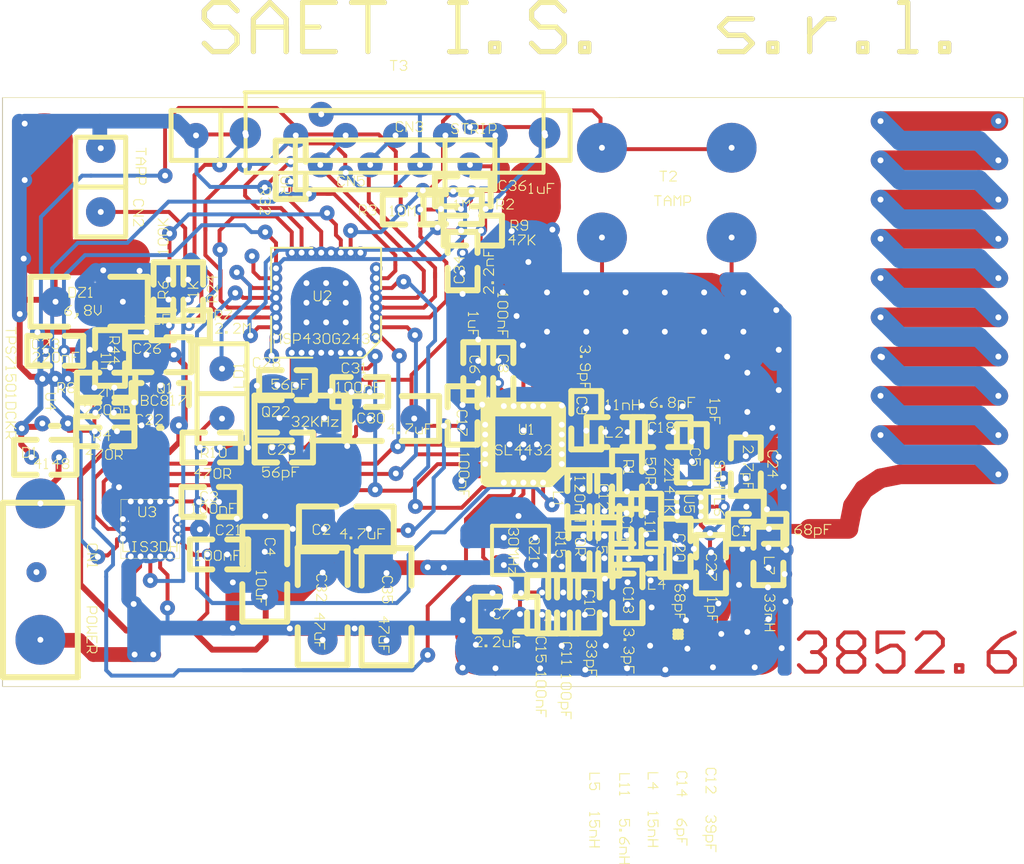
<source format=kicad_pcb>
(kicad_pcb (version 4) (host Gerbview "4.0.2+dfsg1-stable")
  (layers (0 F.Cu signal) (31 B.Cu signal) (34 B.Paste user) (35 F.Paste user) (36 B.SilkS user) (37 F.SilkS user) (38 B.Mask user) (39 F.Mask user) (44 Edge.Cuts user))
  (gr_line (start 237.06836 -199.64908) (end 236.9185 -199.79894) (layer F.SilkS) (width 0.0254))
  (gr_line (start 234.06862 -199.79894) (end 234.06862 -196.7992) (layer F.SilkS) (width 0.0254))
  (gr_line (start 237.06836 -196.7992) (end 237.06836 -199.64908) (layer F.SilkS) (width 0.0254))
  (gr_line (start 237.06836 -196.7992) (end 234.06862 -196.7992) (layer F.SilkS) (width 0.0254))
  (gr_line (start 234.06862 -199.79894) (end 236.66958 -199.79894) (layer F.SilkS) (width 0.0254))
  (gr_line (start 236.61878 -199.79894) (end 236.9185 -199.79894) (layer F.SilkS) (width 0.0254))
  (gr_line (start 228.04374 -190.27394) (end 280.06802 -190.27394) (layer F.SilkS) (width 0.0254))
  (gr_line (start 280.06802 -190.27394) (end 280.06802 -220.27388) (layer F.SilkS) (width 0.0254))
  (gr_line (start 280.06802 -220.27388) (end 228.04374 -220.27388) (layer F.SilkS) (width 0.0254))
  (gr_line (start 228.04374 -220.27388) (end 228.04374 -190.27394) (layer F.SilkS) (width 0.0254))
  (gr_line (start 280.04262 -190.27394) (end 280.04262 -220.27388) (layer F.SilkS) (width 0.0254))
  (gr_line (start 280.04262 -220.27388) (end 259.41782 -220.27388) (layer F.SilkS) (width 0.0254))
  (gr_line (start 229.92588 -206.79918) (end 229.59314 -206.79918) (layer F.SilkS) (width 0.0508))
  (gr_line (start 229.59314 -206.79918) (end 229.92588 -207.13192) (layer F.SilkS) (width 0.0508))
  (gr_line (start 229.92588 -207.13192) (end 229.92588 -207.21574) (layer F.SilkS) (width 0.0508))
  (gr_line (start 229.92588 -207.21574) (end 229.8446 -207.29956) (layer F.SilkS) (width 0.0508))
  (gr_line (start 229.8446 -207.29956) (end 229.67696 -207.29956) (layer F.SilkS) (width 0.0508))
  (gr_line (start 229.67696 -207.29956) (end 229.59314 -207.21574) (layer F.SilkS) (width 0.0508))
  (gr_line (start 230.09352 -206.79918) (end 230.42626 -206.79918) (layer F.SilkS) (width 0.0508))
  (gr_line (start 230.09352 -206.79918) (end 230.42626 -207.13192) (layer F.SilkS) (width 0.0508))
  (gr_line (start 230.42626 -207.13192) (end 230.42626 -207.21574) (layer F.SilkS) (width 0.0508))
  (gr_line (start 230.42626 -207.21574) (end 230.34244 -207.29956) (layer F.SilkS) (width 0.0508))
  (gr_line (start 230.34244 -207.29956) (end 230.17734 -207.29956) (layer F.SilkS) (width 0.0508))
  (gr_line (start 230.17734 -207.29956) (end 230.09352 -207.21574) (layer F.SilkS) (width 0.0508))
  (gr_line (start 230.5939 -207.21574) (end 230.67518 -207.29956) (layer F.SilkS) (width 0.0508))
  (gr_line (start 230.67518 -207.29956) (end 230.84282 -207.29956) (layer F.SilkS) (width 0.0508))
  (gr_line (start 230.84282 -207.29956) (end 230.92664 -207.21574) (layer F.SilkS) (width 0.0508))
  (gr_line (start 230.92664 -207.21574) (end 230.92664 -206.883) (layer F.SilkS) (width 0.0508))
  (gr_line (start 230.92664 -206.883) (end 230.84282 -206.79918) (layer F.SilkS) (width 0.0508))
  (gr_line (start 230.84282 -206.79918) (end 230.67518 -206.79918) (layer F.SilkS) (width 0.0508))
  (gr_line (start 230.67518 -206.79918) (end 230.5939 -206.883) (layer F.SilkS) (width 0.0508))
  (gr_line (start 230.5939 -206.883) (end 230.5939 -207.21574) (layer F.SilkS) (width 0.0508))
  (gr_line (start 231.09174 -207.13192) (end 231.09174 -206.79918) (layer F.SilkS) (width 0.0508))
  (gr_line (start 231.09174 -207.13192) (end 231.3432 -207.13192) (layer F.SilkS) (width 0.0508))
  (gr_line (start 231.3432 -207.13192) (end 231.42702 -207.0481) (layer F.SilkS) (width 0.0508))
  (gr_line (start 231.42702 -207.0481) (end 231.42702 -206.79918) (layer F.SilkS) (width 0.0508))
  (gr_line (start 231.59212 -207.29956) (end 231.92486 -207.29956) (layer F.SilkS) (width 0.0508))
  (gr_line (start 231.59212 -207.29956) (end 231.59212 -207.0481) (layer F.SilkS) (width 0.0508))
  (gr_line (start 231.59212 -207.0481) (end 231.75976 -207.0481) (layer F.SilkS) (width 0.0508))
  (gr_line (start 231.75976 -207.0481) (end 231.59212 -207.0481) (layer F.SilkS) (width 0.0508))
  (gr_line (start 231.59212 -207.0481) (end 231.59212 -206.79918) (layer F.SilkS) (width 0.0508))
  (gr_line (start 229.90048 -207.89138) (end 229.8192 -207.9752) (layer F.SilkS) (width 0.0508))
  (gr_line (start 229.8192 -207.9752) (end 229.65156 -207.9752) (layer F.SilkS) (width 0.0508))
  (gr_line (start 229.65156 -207.9752) (end 229.56774 -207.89138) (layer F.SilkS) (width 0.0508))
  (gr_line (start 229.56774 -207.89138) (end 229.56774 -207.55864) (layer F.SilkS) (width 0.0508))
  (gr_line (start 229.56774 -207.55864) (end 229.65156 -207.47482) (layer F.SilkS) (width 0.0508))
  (gr_line (start 229.65156 -207.47482) (end 229.8192 -207.47482) (layer F.SilkS) (width 0.0508))
  (gr_line (start 229.8192 -207.47482) (end 229.90048 -207.55864) (layer F.SilkS) (width 0.0508))
  (gr_line (start 230.06812 -207.47482) (end 230.40086 -207.47482) (layer F.SilkS) (width 0.0508))
  (gr_line (start 230.06812 -207.47482) (end 230.40086 -207.80756) (layer F.SilkS) (width 0.0508))
  (gr_line (start 230.40086 -207.80756) (end 230.40086 -207.89138) (layer F.SilkS) (width 0.0508))
  (gr_line (start 230.40086 -207.89138) (end 230.31704 -207.9752) (layer F.SilkS) (width 0.0508))
  (gr_line (start 230.31704 -207.9752) (end 230.15194 -207.9752) (layer F.SilkS) (width 0.0508))
  (gr_line (start 230.15194 -207.9752) (end 230.06812 -207.89138) (layer F.SilkS) (width 0.0508))
  (gr_line (start 230.5685 -207.89138) (end 230.65232 -207.9752) (layer F.SilkS) (width 0.0508))
  (gr_line (start 230.65232 -207.9752) (end 230.81742 -207.9752) (layer F.SilkS) (width 0.0508))
  (gr_line (start 230.81742 -207.9752) (end 230.90124 -207.89138) (layer F.SilkS) (width 0.0508))
  (gr_line (start 230.90124 -207.89138) (end 230.90124 -207.80756) (layer F.SilkS) (width 0.0508))
  (gr_line (start 230.90124 -207.80756) (end 230.90378 -207.80756) (layer F.SilkS) (width 0.0508))
  (gr_line (start 230.90124 -207.80756) (end 230.90378 -207.80756) (layer F.SilkS) (width 0.0508))
  (gr_line (start 230.90124 -207.80756) (end 230.90378 -207.80756) (layer F.SilkS) (width 0.0508))
  (gr_line (start 230.90124 -207.80756) (end 230.81742 -207.72374) (layer F.SilkS) (width 0.0508))
  (gr_line (start 230.81742 -207.72374) (end 230.7336 -207.72374) (layer F.SilkS) (width 0.0508))
  (gr_line (start 230.7336 -207.72374) (end 230.81742 -207.72374) (layer F.SilkS) (width 0.0508))
  (gr_line (start 230.81742 -207.72374) (end 230.90124 -207.63992) (layer F.SilkS) (width 0.0508))
  (gr_line (start 230.90124 -207.63992) (end 230.90124 -207.55864) (layer F.SilkS) (width 0.0508))
  (gr_line (start 230.90124 -207.55864) (end 230.81742 -207.47482) (layer F.SilkS) (width 0.0508))
  (gr_line (start 230.81742 -207.47482) (end 230.65232 -207.47482) (layer F.SilkS) (width 0.0508))
  (gr_line (start 230.65232 -207.47482) (end 230.5685 -207.55864) (layer F.SilkS) (width 0.0508))
  (gr_line (start 241.86896 -207.74914) (end 241.86896 -208.24952) (layer F.SilkS) (width 0.0508))
  (gr_line (start 241.86896 -208.24952) (end 242.03406 -208.08188) (layer F.SilkS) (width 0.0508))
  (gr_line (start 242.03406 -208.08188) (end 242.2017 -208.24952) (layer F.SilkS) (width 0.0508))
  (gr_line (start 242.2017 -208.24952) (end 242.2017 -207.74914) (layer F.SilkS) (width 0.0508))
  (gr_line (start 242.61826 -208.24952) (end 242.70208 -208.1657) (layer F.SilkS) (width 0.0508))
  (gr_line (start 242.61826 -208.24952) (end 242.45062 -208.24952) (layer F.SilkS) (width 0.0508))
  (gr_line (start 242.45062 -208.24952) (end 242.36934 -208.1657) (layer F.SilkS) (width 0.0508))
  (gr_line (start 242.36934 -208.1657) (end 242.36934 -208.08188) (layer F.SilkS) (width 0.0508))
  (gr_line (start 242.36934 -208.08188) (end 242.45062 -207.99806) (layer F.SilkS) (width 0.0508))
  (gr_line (start 242.45062 -207.99806) (end 242.61826 -207.99806) (layer F.SilkS) (width 0.0508))
  (gr_line (start 242.61826 -207.99806) (end 242.70208 -207.91678) (layer F.SilkS) (width 0.0508))
  (gr_line (start 242.70208 -207.91678) (end 242.70208 -207.83296) (layer F.SilkS) (width 0.0508))
  (gr_line (start 242.70208 -207.83296) (end 242.61826 -207.74914) (layer F.SilkS) (width 0.0508))
  (gr_line (start 242.61826 -207.74914) (end 242.45062 -207.74914) (layer F.SilkS) (width 0.0508))
  (gr_line (start 242.45062 -207.74914) (end 242.36934 -207.83296) (layer F.SilkS) (width 0.0508))
  (gr_line (start 242.86718 -207.74914) (end 242.86718 -208.24952) (layer F.SilkS) (width 0.0508))
  (gr_line (start 242.86718 -208.24952) (end 243.11864 -208.24952) (layer F.SilkS) (width 0.0508))
  (gr_line (start 243.11864 -208.24952) (end 243.20246 -208.1657) (layer F.SilkS) (width 0.0508))
  (gr_line (start 243.20246 -208.1657) (end 243.20246 -207.99806) (layer F.SilkS) (width 0.0508))
  (gr_line (start 243.20246 -207.99806) (end 243.11864 -207.91678) (layer F.SilkS) (width 0.0508))
  (gr_line (start 243.11864 -207.91678) (end 242.86718 -207.91678) (layer F.SilkS) (width 0.0508))
  (gr_line (start 243.61902 -207.74914) (end 243.61902 -208.24952) (layer F.SilkS) (width 0.0508))
  (gr_line (start 243.61902 -208.24952) (end 243.36756 -207.99806) (layer F.SilkS) (width 0.0508))
  (gr_line (start 243.36756 -207.99806) (end 243.7003 -207.99806) (layer F.SilkS) (width 0.0508))
  (gr_line (start 243.86794 -208.1657) (end 243.95176 -208.24952) (layer F.SilkS) (width 0.0508))
  (gr_line (start 243.95176 -208.24952) (end 244.11686 -208.24952) (layer F.SilkS) (width 0.0508))
  (gr_line (start 244.11686 -208.24952) (end 244.20068 -208.1657) (layer F.SilkS) (width 0.0508))
  (gr_line (start 244.20068 -208.1657) (end 244.20068 -208.08188) (layer F.SilkS) (width 0.0508))
  (gr_line (start 244.20068 -208.08188) (end 244.20322 -208.08188) (layer F.SilkS) (width 0.0508))
  (gr_line (start 244.20068 -208.08188) (end 244.20322 -208.08188) (layer F.SilkS) (width 0.0508))
  (gr_line (start 244.20068 -208.08188) (end 244.20322 -208.08188) (layer F.SilkS) (width 0.0508))
  (gr_line (start 244.20068 -208.08188) (end 244.11686 -207.99806) (layer F.SilkS) (width 0.0508))
  (gr_line (start 244.11686 -207.99806) (end 244.03558 -207.99806) (layer F.SilkS) (width 0.0508))
  (gr_line (start 244.03558 -207.99806) (end 244.11686 -207.99806) (layer F.SilkS) (width 0.0508))
  (gr_line (start 244.11686 -207.99806) (end 244.20068 -207.91678) (layer F.SilkS) (width 0.0508))
  (gr_line (start 244.20068 -207.91678) (end 244.20068 -207.83296) (layer F.SilkS) (width 0.0508))
  (gr_line (start 244.20068 -207.83296) (end 244.11686 -207.74914) (layer F.SilkS) (width 0.0508))
  (gr_line (start 244.11686 -207.74914) (end 243.95176 -207.74914) (layer F.SilkS) (width 0.0508))
  (gr_line (start 243.95176 -207.74914) (end 243.86794 -207.83296) (layer F.SilkS) (width 0.0508))
  (gr_line (start 244.36832 -208.1657) (end 244.45214 -208.24952) (layer F.SilkS) (width 0.0508))
  (gr_line (start 244.45214 -208.24952) (end 244.61724 -208.24952) (layer F.SilkS) (width 0.0508))
  (gr_line (start 244.61724 -208.24952) (end 244.70106 -208.1657) (layer F.SilkS) (width 0.0508))
  (gr_line (start 244.70106 -208.1657) (end 244.70106 -207.83296) (layer F.SilkS) (width 0.0508))
  (gr_line (start 244.70106 -207.83296) (end 244.61724 -207.74914) (layer F.SilkS) (width 0.0508))
  (gr_line (start 244.61724 -207.74914) (end 244.45214 -207.74914) (layer F.SilkS) (width 0.0508))
  (gr_line (start 244.45214 -207.74914) (end 244.36832 -207.83296) (layer F.SilkS) (width 0.0508))
  (gr_line (start 244.36832 -207.83296) (end 244.36832 -208.1657) (layer F.SilkS) (width 0.0508))
  (gr_line (start 245.11762 -208.24952) (end 245.20144 -208.1657) (layer F.SilkS) (width 0.0508))
  (gr_line (start 245.11762 -208.24952) (end 244.94998 -208.24952) (layer F.SilkS) (width 0.0508))
  (gr_line (start 244.94998 -208.24952) (end 244.8687 -208.1657) (layer F.SilkS) (width 0.0508))
  (gr_line (start 244.8687 -208.1657) (end 244.8687 -207.83296) (layer F.SilkS) (width 0.0508))
  (gr_line (start 244.8687 -207.83296) (end 244.94998 -207.74914) (layer F.SilkS) (width 0.0508))
  (gr_line (start 244.94998 -207.74914) (end 245.11762 -207.74914) (layer F.SilkS) (width 0.0508))
  (gr_line (start 245.11762 -207.74914) (end 245.20144 -207.83296) (layer F.SilkS) (width 0.0508))
  (gr_line (start 245.20144 -207.83296) (end 245.20144 -207.99806) (layer F.SilkS) (width 0.0508))
  (gr_line (start 245.20144 -207.99806) (end 245.0338 -207.99806) (layer F.SilkS) (width 0.0508))
  (gr_line (start 245.36654 -207.74914) (end 245.69928 -207.74914) (layer F.SilkS) (width 0.0508))
  (gr_line (start 245.36654 -207.74914) (end 245.69928 -208.08188) (layer F.SilkS) (width 0.0508))
  (gr_line (start 245.69928 -208.08188) (end 245.69928 -208.1657) (layer F.SilkS) (width 0.0508))
  (gr_line (start 245.69928 -208.1657) (end 245.618 -208.24952) (layer F.SilkS) (width 0.0508))
  (gr_line (start 245.618 -208.24952) (end 245.45036 -208.24952) (layer F.SilkS) (width 0.0508))
  (gr_line (start 245.45036 -208.24952) (end 245.36654 -208.1657) (layer F.SilkS) (width 0.0508))
  (gr_line (start 246.11584 -208.24952) (end 246.11584 -207.74914) (layer F.SilkS) (width 0.0508))
  (gr_line (start 245.86692 -207.99806) (end 246.11584 -208.24952) (layer F.SilkS) (width 0.0508))
  (gr_line (start 246.19966 -207.99806) (end 245.86692 -207.99806) (layer F.SilkS) (width 0.0508))
  (gr_line (start 246.3673 -208.1657) (end 246.45112 -208.24952) (layer F.SilkS) (width 0.0508))
  (gr_line (start 246.45112 -208.24952) (end 246.61622 -208.24952) (layer F.SilkS) (width 0.0508))
  (gr_line (start 246.61622 -208.24952) (end 246.70004 -208.1657) (layer F.SilkS) (width 0.0508))
  (gr_line (start 246.70004 -208.1657) (end 246.70004 -208.08188) (layer F.SilkS) (width 0.0508))
  (gr_line (start 246.70004 -208.08188) (end 246.70258 -208.08188) (layer F.SilkS) (width 0.0508))
  (gr_line (start 246.70004 -208.08188) (end 246.70258 -208.08188) (layer F.SilkS) (width 0.0508))
  (gr_line (start 246.70004 -208.08188) (end 246.70258 -208.08188) (layer F.SilkS) (width 0.0508))
  (gr_line (start 246.70004 -208.08188) (end 246.61622 -207.99806) (layer F.SilkS) (width 0.0508))
  (gr_line (start 246.61622 -207.99806) (end 246.5324 -207.99806) (layer F.SilkS) (width 0.0508))
  (gr_line (start 246.5324 -207.99806) (end 246.61622 -207.99806) (layer F.SilkS) (width 0.0508))
  (gr_line (start 246.61622 -207.99806) (end 246.70004 -207.91678) (layer F.SilkS) (width 0.0508))
  (gr_line (start 246.70004 -207.91678) (end 246.70004 -207.83296) (layer F.SilkS) (width 0.0508))
  (gr_line (start 246.70004 -207.83296) (end 246.61622 -207.74914) (layer F.SilkS) (width 0.0508))
  (gr_line (start 246.61622 -207.74914) (end 246.45112 -207.74914) (layer F.SilkS) (width 0.0508))
  (gr_line (start 246.45112 -207.74914) (end 246.3673 -207.83296) (layer F.SilkS) (width 0.0508))
  (gr_line (start 246.86768 -208.1657) (end 246.94896 -208.24952) (layer F.SilkS) (width 0.0508))
  (gr_line (start 246.94896 -208.24952) (end 247.1166 -208.24952) (layer F.SilkS) (width 0.0508))
  (gr_line (start 247.1166 -208.24952) (end 247.20042 -208.1657) (layer F.SilkS) (width 0.0508))
  (gr_line (start 247.20042 -208.1657) (end 247.20042 -208.08188) (layer F.SilkS) (width 0.0508))
  (gr_line (start 247.20042 -208.08188) (end 247.20296 -208.08188) (layer F.SilkS) (width 0.0508))
  (gr_line (start 247.20042 -208.08188) (end 247.20296 -208.08188) (layer F.SilkS) (width 0.0508))
  (gr_line (start 247.20042 -208.08188) (end 247.20296 -208.08188) (layer F.SilkS) (width 0.0508))
  (gr_line (start 247.20042 -208.08188) (end 247.1166 -207.99806) (layer F.SilkS) (width 0.0508))
  (gr_line (start 247.1166 -207.99806) (end 247.03278 -207.99806) (layer F.SilkS) (width 0.0508))
  (gr_line (start 247.03278 -207.99806) (end 247.1166 -207.99806) (layer F.SilkS) (width 0.0508))
  (gr_line (start 247.1166 -207.99806) (end 247.20042 -207.91678) (layer F.SilkS) (width 0.0508))
  (gr_line (start 247.20042 -207.91678) (end 247.20042 -207.83296) (layer F.SilkS) (width 0.0508))
  (gr_line (start 247.20042 -207.83296) (end 247.1166 -207.74914) (layer F.SilkS) (width 0.0508))
  (gr_line (start 247.1166 -207.74914) (end 246.94896 -207.74914) (layer F.SilkS) (width 0.0508))
  (gr_line (start 246.94896 -207.74914) (end 246.86768 -207.83296) (layer F.SilkS) (width 0.0508))
  (gr_line (start 243.91874 -210.0072) (end 243.91874 -210.42376) (layer F.SilkS) (width 0.0508))
  (gr_line (start 243.91874 -210.0072) (end 244.00256 -209.92338) (layer F.SilkS) (width 0.0508))
  (gr_line (start 244.00256 -209.92338) (end 244.16766 -209.92338) (layer F.SilkS) (width 0.0508))
  (gr_line (start 244.16766 -209.92338) (end 244.25148 -210.0072) (layer F.SilkS) (width 0.0508))
  (gr_line (start 244.25148 -210.0072) (end 244.25148 -210.42376) (layer F.SilkS) (width 0.0508))
  (gr_line (start 244.41912 -209.92338) (end 244.75186 -209.92338) (layer F.SilkS) (width 0.0508))
  (gr_line (start 244.41912 -209.92338) (end 244.75186 -210.25866) (layer F.SilkS) (width 0.0508))
  (gr_line (start 244.75186 -210.25866) (end 244.75186 -210.33994) (layer F.SilkS) (width 0.0508))
  (gr_line (start 244.75186 -210.33994) (end 244.66804 -210.42376) (layer F.SilkS) (width 0.0508))
  (gr_line (start 244.66804 -210.42376) (end 244.5004 -210.42376) (layer F.SilkS) (width 0.0508))
  (gr_line (start 244.5004 -210.42376) (end 244.41912 -210.33994) (layer F.SilkS) (width 0.0508))
  (gr_line (start 247.78716 -222.16618) (end 248.1199 -222.16618) (layer F.SilkS) (width 0.0508))
  (gr_line (start 248.1199 -222.16618) (end 247.9548 -222.16618) (layer F.SilkS) (width 0.0508))
  (gr_line (start 247.9548 -222.16618) (end 247.9548 -221.6658) (layer F.SilkS) (width 0.0508))
  (gr_line (start 248.28754 -222.08236) (end 248.37136 -222.16618) (layer F.SilkS) (width 0.0508))
  (gr_line (start 248.37136 -222.16618) (end 248.53646 -222.16618) (layer F.SilkS) (width 0.0508))
  (gr_line (start 248.53646 -222.16618) (end 248.62028 -222.08236) (layer F.SilkS) (width 0.0508))
  (gr_line (start 248.62028 -222.08236) (end 248.62028 -221.99854) (layer F.SilkS) (width 0.0508))
  (gr_line (start 248.62028 -221.99854) (end 248.62282 -221.99854) (layer F.SilkS) (width 0.0508))
  (gr_line (start 248.62028 -221.99854) (end 248.62282 -221.99854) (layer F.SilkS) (width 0.0508))
  (gr_line (start 248.62028 -221.99854) (end 248.62282 -221.99854) (layer F.SilkS) (width 0.0508))
  (gr_line (start 248.62028 -221.99854) (end 248.53646 -221.91472) (layer F.SilkS) (width 0.0508))
  (gr_line (start 248.53646 -221.91472) (end 248.45518 -221.91472) (layer F.SilkS) (width 0.0508))
  (gr_line (start 248.45518 -221.91472) (end 248.53646 -221.91472) (layer F.SilkS) (width 0.0508))
  (gr_line (start 248.53646 -221.91472) (end 248.62028 -221.8309) (layer F.SilkS) (width 0.0508))
  (gr_line (start 248.62028 -221.8309) (end 248.62028 -221.74962) (layer F.SilkS) (width 0.0508))
  (gr_line (start 248.62028 -221.74962) (end 248.53646 -221.6658) (layer F.SilkS) (width 0.0508))
  (gr_line (start 248.53646 -221.6658) (end 248.37136 -221.6658) (layer F.SilkS) (width 0.0508))
  (gr_line (start 248.37136 -221.6658) (end 248.28754 -221.74962) (layer F.SilkS) (width 0.0508))
  (gr_line (start 261.24408 -215.27516) (end 261.57682 -215.27516) (layer F.SilkS) (width 0.0508))
  (gr_line (start 261.57682 -215.27516) (end 261.40918 -215.27516) (layer F.SilkS) (width 0.0508))
  (gr_line (start 261.40918 -215.27516) (end 261.40918 -214.77478) (layer F.SilkS) (width 0.0508))
  (gr_line (start 261.74446 -214.77478) (end 261.74446 -215.10752) (layer F.SilkS) (width 0.0508))
  (gr_line (start 261.74446 -215.10752) (end 261.90956 -215.27516) (layer F.SilkS) (width 0.0508))
  (gr_line (start 261.90956 -215.27516) (end 262.0772 -215.10752) (layer F.SilkS) (width 0.0508))
  (gr_line (start 262.0772 -215.10752) (end 262.0772 -214.77478) (layer F.SilkS) (width 0.0508))
  (gr_line (start 262.0772 -214.77478) (end 262.0772 -215.0237) (layer F.SilkS) (width 0.0508))
  (gr_line (start 262.0772 -215.0237) (end 261.74446 -215.0237) (layer F.SilkS) (width 0.0508))
  (gr_line (start 262.2423 -214.77478) (end 262.2423 -215.27516) (layer F.SilkS) (width 0.0508))
  (gr_line (start 262.2423 -215.27516) (end 262.40994 -215.10752) (layer F.SilkS) (width 0.0508))
  (gr_line (start 262.40994 -215.10752) (end 262.57504 -215.27516) (layer F.SilkS) (width 0.0508))
  (gr_line (start 262.57504 -215.27516) (end 262.57504 -214.77478) (layer F.SilkS) (width 0.0508))
  (gr_line (start 262.74268 -214.77478) (end 262.74268 -215.27516) (layer F.SilkS) (width 0.0508))
  (gr_line (start 262.74268 -215.27516) (end 262.9916 -215.27516) (layer F.SilkS) (width 0.0508))
  (gr_line (start 262.9916 -215.27516) (end 263.07542 -215.19134) (layer F.SilkS) (width 0.0508))
  (gr_line (start 263.07542 -215.19134) (end 263.07542 -215.0237) (layer F.SilkS) (width 0.0508))
  (gr_line (start 263.07542 -215.0237) (end 262.9916 -214.93988) (layer F.SilkS) (width 0.0508))
  (gr_line (start 262.9916 -214.93988) (end 262.74268 -214.93988) (layer F.SilkS) (width 0.0508))
  (gr_line (start 261.85114 -216.52484) (end 261.5184 -216.52484) (layer F.SilkS) (width 0.0508))
  (gr_line (start 261.68604 -216.52484) (end 261.85114 -216.52484) (layer F.SilkS) (width 0.0508))
  (gr_line (start 261.68604 -216.52484) (end 261.68604 -216.02446) (layer F.SilkS) (width 0.0508))
  (gr_line (start 262.01878 -216.02446) (end 262.35152 -216.02446) (layer F.SilkS) (width 0.0508))
  (gr_line (start 262.01878 -216.02446) (end 262.35152 -216.3572) (layer F.SilkS) (width 0.0508))
  (gr_line (start 262.35152 -216.3572) (end 262.35152 -216.44102) (layer F.SilkS) (width 0.0508))
  (gr_line (start 262.35152 -216.44102) (end 262.2677 -216.52484) (layer F.SilkS) (width 0.0508))
  (gr_line (start 262.2677 -216.52484) (end 262.1026 -216.52484) (layer F.SilkS) (width 0.0508))
  (gr_line (start 262.1026 -216.52484) (end 262.01878 -216.44102) (layer F.SilkS) (width 0.0508))
  (gr_line (start 263.9441 -194.77482) (end 263.9441 -194.60718) (layer F.SilkS) (width 0.0508))
  (gr_line (start 263.9441 -194.60718) (end 263.9441 -194.691) (layer F.SilkS) (width 0.0508))
  (gr_line (start 263.9441 -194.691) (end 264.44448 -194.691) (layer F.SilkS) (width 0.0508))
  (gr_line (start 264.44448 -194.691) (end 264.44702 -194.691) (layer F.SilkS) (width 0.0508))
  (gr_line (start 264.44448 -194.691) (end 264.36066 -194.77482) (layer F.SilkS) (width 0.0508))
  (gr_line (start 264.27684 -194.35826) (end 263.77646 -194.35826) (layer F.SilkS) (width 0.0508))
  (gr_line (start 264.27684 -194.35826) (end 264.27684 -194.1068) (layer F.SilkS) (width 0.0508))
  (gr_line (start 264.27684 -194.1068) (end 264.19302 -194.02552) (layer F.SilkS) (width 0.0508))
  (gr_line (start 264.19302 -194.02552) (end 264.02792 -194.02552) (layer F.SilkS) (width 0.0508))
  (gr_line (start 264.02792 -194.02552) (end 263.9441 -194.1068) (layer F.SilkS) (width 0.0508))
  (gr_line (start 263.9441 -194.1068) (end 263.9441 -194.35826) (layer F.SilkS) (width 0.0508))
  (gr_line (start 264.44448 -193.85788) (end 264.44448 -193.52514) (layer F.SilkS) (width 0.0508))
  (gr_line (start 264.44448 -193.85788) (end 264.19302 -193.85788) (layer F.SilkS) (width 0.0508))
  (gr_line (start 264.19302 -193.85788) (end 264.19302 -193.69024) (layer F.SilkS) (width 0.0508))
  (gr_line (start 264.19302 -193.69024) (end 264.19302 -193.85788) (layer F.SilkS) (width 0.0508))
  (gr_line (start 264.19302 -193.85788) (end 263.9441 -193.85788) (layer F.SilkS) (width 0.0508))
  (gr_line (start 264.30986 -196.68998) (end 264.39368 -196.7738) (layer F.SilkS) (width 0.0508))
  (gr_line (start 264.39368 -196.7738) (end 264.39368 -196.94144) (layer F.SilkS) (width 0.0508))
  (gr_line (start 264.39368 -196.94144) (end 264.30986 -197.02526) (layer F.SilkS) (width 0.0508))
  (gr_line (start 264.30986 -197.02526) (end 263.97712 -197.02526) (layer F.SilkS) (width 0.0508))
  (gr_line (start 263.97712 -197.02526) (end 263.8933 -196.94144) (layer F.SilkS) (width 0.0508))
  (gr_line (start 263.8933 -196.94144) (end 263.8933 -196.7738) (layer F.SilkS) (width 0.0508))
  (gr_line (start 263.8933 -196.7738) (end 263.97712 -196.68998) (layer F.SilkS) (width 0.0508))
  (gr_line (start 263.8933 -196.52488) (end 263.8933 -196.19214) (layer F.SilkS) (width 0.0508))
  (gr_line (start 263.8933 -196.52488) (end 264.22604 -196.19214) (layer F.SilkS) (width 0.0508))
  (gr_line (start 264.22604 -196.19214) (end 264.30986 -196.19214) (layer F.SilkS) (width 0.0508))
  (gr_line (start 264.30986 -196.19214) (end 264.39368 -196.27342) (layer F.SilkS) (width 0.0508))
  (gr_line (start 264.39368 -196.27342) (end 264.39368 -196.44106) (layer F.SilkS) (width 0.0508))
  (gr_line (start 264.39368 -196.44106) (end 264.30986 -196.52488) (layer F.SilkS) (width 0.0508))
  (gr_line (start 264.39368 -196.0245) (end 264.39368 -195.69176) (layer F.SilkS) (width 0.0508))
  (gr_line (start 264.39368 -195.69176) (end 264.30986 -195.69176) (layer F.SilkS) (width 0.0508))
  (gr_line (start 264.30986 -195.69176) (end 263.97712 -196.0245) (layer F.SilkS) (width 0.0508))
  (gr_line (start 263.97712 -196.0245) (end 263.8933 -196.0245) (layer F.SilkS) (width 0.0508))
  (gr_line (start 267.2842 -194.95008) (end 267.36802 -194.86626) (layer F.SilkS) (width 0.0508))
  (gr_line (start 267.36802 -194.86626) (end 267.36802 -194.69862) (layer F.SilkS) (width 0.0508))
  (gr_line (start 267.36802 -194.69862) (end 267.2842 -194.61734) (layer F.SilkS) (width 0.0508))
  (gr_line (start 267.2842 -194.61734) (end 267.20038 -194.61734) (layer F.SilkS) (width 0.0508))
  (gr_line (start 267.20038 -194.61734) (end 267.20292 -194.61734) (layer F.SilkS) (width 0.0508))
  (gr_line (start 267.20038 -194.61734) (end 267.20292 -194.61734) (layer F.SilkS) (width 0.0508))
  (gr_line (start 267.20038 -194.61734) (end 267.20292 -194.61734) (layer F.SilkS) (width 0.0508))
  (gr_line (start 267.20038 -194.61734) (end 267.1191 -194.69862) (layer F.SilkS) (width 0.0508))
  (gr_line (start 267.1191 -194.69862) (end 267.1191 -194.78244) (layer F.SilkS) (width 0.0508))
  (gr_line (start 267.1191 -194.78244) (end 267.1191 -194.69862) (layer F.SilkS) (width 0.0508))
  (gr_line (start 267.1191 -194.69862) (end 267.03528 -194.61734) (layer F.SilkS) (width 0.0508))
  (gr_line (start 267.03528 -194.61734) (end 266.95146 -194.61734) (layer F.SilkS) (width 0.0508))
  (gr_line (start 266.95146 -194.61734) (end 266.86764 -194.69862) (layer F.SilkS) (width 0.0508))
  (gr_line (start 266.86764 -194.69862) (end 266.86764 -194.86626) (layer F.SilkS) (width 0.0508))
  (gr_line (start 266.86764 -194.86626) (end 266.95146 -194.95008) (layer F.SilkS) (width 0.0508))
  (gr_line (start 267.2842 -194.4497) (end 267.36802 -194.36588) (layer F.SilkS) (width 0.0508))
  (gr_line (start 267.36802 -194.36588) (end 267.36802 -194.20078) (layer F.SilkS) (width 0.0508))
  (gr_line (start 267.36802 -194.20078) (end 267.2842 -194.11696) (layer F.SilkS) (width 0.0508))
  (gr_line (start 267.2842 -194.11696) (end 267.20038 -194.11696) (layer F.SilkS) (width 0.0508))
  (gr_line (start 267.20038 -194.11696) (end 267.20292 -194.11696) (layer F.SilkS) (width 0.0508))
  (gr_line (start 267.20038 -194.11696) (end 267.20292 -194.11696) (layer F.SilkS) (width 0.0508))
  (gr_line (start 267.20038 -194.11696) (end 267.20292 -194.11696) (layer F.SilkS) (width 0.0508))
  (gr_line (start 267.20038 -194.11696) (end 267.1191 -194.20078) (layer F.SilkS) (width 0.0508))
  (gr_line (start 267.1191 -194.20078) (end 267.1191 -194.28206) (layer F.SilkS) (width 0.0508))
  (gr_line (start 267.1191 -194.28206) (end 267.1191 -194.20078) (layer F.SilkS) (width 0.0508))
  (gr_line (start 267.1191 -194.20078) (end 267.03528 -194.11696) (layer F.SilkS) (width 0.0508))
  (gr_line (start 267.03528 -194.11696) (end 266.95146 -194.11696) (layer F.SilkS) (width 0.0508))
  (gr_line (start 266.95146 -194.11696) (end 266.86764 -194.20078) (layer F.SilkS) (width 0.0508))
  (gr_line (start 266.86764 -194.20078) (end 266.86764 -194.36588) (layer F.SilkS) (width 0.0508))
  (gr_line (start 266.86764 -194.36588) (end 266.95146 -194.4497) (layer F.SilkS) (width 0.0508))
  (gr_line (start 266.86764 -193.94932) (end 267.20038 -193.94932) (layer F.SilkS) (width 0.0508))
  (gr_line (start 267.20038 -193.94932) (end 267.20038 -193.7004) (layer F.SilkS) (width 0.0508))
  (gr_line (start 267.20038 -193.7004) (end 267.1191 -193.61658) (layer F.SilkS) (width 0.0508))
  (gr_line (start 267.1191 -193.61658) (end 266.86764 -193.61658) (layer F.SilkS) (width 0.0508))
  (gr_line (start 266.86764 -193.44894) (end 267.36802 -193.44894) (layer F.SilkS) (width 0.0508))
  (gr_line (start 267.1191 -193.44894) (end 266.86764 -193.44894) (layer F.SilkS) (width 0.0508))
  (gr_line (start 267.1191 -193.44894) (end 267.1191 -193.1162) (layer F.SilkS) (width 0.0508))
  (gr_line (start 267.1191 -193.1162) (end 267.36802 -193.1162) (layer F.SilkS) (width 0.0508))
  (gr_line (start 267.36802 -193.1162) (end 266.86764 -193.1162) (layer F.SilkS) (width 0.0508))
  (gr_line (start 266.84224 -196.85) (end 267.34262 -196.85) (layer F.SilkS) (width 0.0508))
  (gr_line (start 266.84224 -196.85) (end 266.84224 -196.51726) (layer F.SilkS) (width 0.0508))
  (gr_line (start 267.34262 -196.34962) (end 267.34262 -196.01688) (layer F.SilkS) (width 0.0508))
  (gr_line (start 267.34262 -196.01688) (end 267.2588 -196.01688) (layer F.SilkS) (width 0.0508))
  (gr_line (start 267.2588 -196.01688) (end 266.92606 -196.34962) (layer F.SilkS) (width 0.0508))
  (gr_line (start 266.92606 -196.34962) (end 266.84224 -196.34962) (layer F.SilkS) (width 0.0508))
  (gr_line (start 268.55928 -198.44004) (end 268.72692 -198.52386) (layer F.SilkS) (width 0.0508))
  (gr_line (start 268.55928 -198.44004) (end 268.39418 -198.27494) (layer F.SilkS) (width 0.0508))
  (gr_line (start 268.39418 -198.27494) (end 268.39418 -198.1073) (layer F.SilkS) (width 0.0508))
  (gr_line (start 268.39418 -198.1073) (end 268.47546 -198.02348) (layer F.SilkS) (width 0.0508))
  (gr_line (start 268.47546 -198.02348) (end 268.6431 -198.02348) (layer F.SilkS) (width 0.0508))
  (gr_line (start 268.6431 -198.02348) (end 268.72692 -198.1073) (layer F.SilkS) (width 0.0508))
  (gr_line (start 268.72692 -198.1073) (end 268.72692 -198.19112) (layer F.SilkS) (width 0.0508))
  (gr_line (start 268.72692 -198.19112) (end 268.6431 -198.27494) (layer F.SilkS) (width 0.0508))
  (gr_line (start 268.6431 -198.27494) (end 268.39418 -198.27494) (layer F.SilkS) (width 0.0508))
  (gr_line (start 268.89202 -198.44004) (end 268.97584 -198.52386) (layer F.SilkS) (width 0.0508))
  (gr_line (start 268.97584 -198.52386) (end 269.14348 -198.52386) (layer F.SilkS) (width 0.0508))
  (gr_line (start 269.14348 -198.52386) (end 269.2273 -198.44004) (layer F.SilkS) (width 0.0508))
  (gr_line (start 269.2273 -198.44004) (end 269.2273 -198.35876) (layer F.SilkS) (width 0.0508))
  (gr_line (start 269.2273 -198.35876) (end 269.14348 -198.27494) (layer F.SilkS) (width 0.0508))
  (gr_line (start 269.14348 -198.27494) (end 269.2273 -198.19112) (layer F.SilkS) (width 0.0508))
  (gr_line (start 269.2273 -198.19112) (end 269.2273 -198.1073) (layer F.SilkS) (width 0.0508))
  (gr_line (start 269.2273 -198.1073) (end 269.14348 -198.02348) (layer F.SilkS) (width 0.0508))
  (gr_line (start 269.14348 -198.02348) (end 268.97584 -198.02348) (layer F.SilkS) (width 0.0508))
  (gr_line (start 268.97584 -198.02348) (end 268.89202 -198.1073) (layer F.SilkS) (width 0.0508))
  (gr_line (start 268.89202 -198.1073) (end 268.89202 -198.19112) (layer F.SilkS) (width 0.0508))
  (gr_line (start 268.89202 -198.19112) (end 268.97584 -198.27494) (layer F.SilkS) (width 0.0508))
  (gr_line (start 268.97584 -198.27494) (end 268.89202 -198.35876) (layer F.SilkS) (width 0.0508))
  (gr_line (start 268.89202 -198.35876) (end 268.89202 -198.44004) (layer F.SilkS) (width 0.0508))
  (gr_line (start 268.97584 -198.27494) (end 269.14348 -198.27494) (layer F.SilkS) (width 0.0508))
  (gr_line (start 269.3924 -198.35876) (end 269.3924 -197.85838) (layer F.SilkS) (width 0.0508))
  (gr_line (start 269.3924 -198.35876) (end 269.64386 -198.35876) (layer F.SilkS) (width 0.0508))
  (gr_line (start 269.64386 -198.35876) (end 269.72514 -198.27494) (layer F.SilkS) (width 0.0508))
  (gr_line (start 269.72514 -198.27494) (end 269.72514 -198.1073) (layer F.SilkS) (width 0.0508))
  (gr_line (start 269.72514 -198.1073) (end 269.64386 -198.02348) (layer F.SilkS) (width 0.0508))
  (gr_line (start 269.64386 -198.02348) (end 269.3924 -198.02348) (layer F.SilkS) (width 0.0508))
  (gr_line (start 269.89278 -198.52386) (end 270.22552 -198.52386) (layer F.SilkS) (width 0.0508))
  (gr_line (start 269.89278 -198.52386) (end 269.89278 -198.27494) (layer F.SilkS) (width 0.0508))
  (gr_line (start 269.89278 -198.27494) (end 270.06042 -198.27494) (layer F.SilkS) (width 0.0508))
  (gr_line (start 270.06042 -198.27494) (end 269.89278 -198.27494) (layer F.SilkS) (width 0.0508))
  (gr_line (start 269.89278 -198.27494) (end 269.89278 -198.02348) (layer F.SilkS) (width 0.0508))
  (gr_line (start 265.55192 -198.36638) (end 265.4681 -198.4502) (layer F.SilkS) (width 0.0508))
  (gr_line (start 265.4681 -198.4502) (end 265.30046 -198.4502) (layer F.SilkS) (width 0.0508))
  (gr_line (start 265.30046 -198.4502) (end 265.21918 -198.36638) (layer F.SilkS) (width 0.0508))
  (gr_line (start 265.21918 -198.36638) (end 265.21918 -198.03364) (layer F.SilkS) (width 0.0508))
  (gr_line (start 265.21918 -198.03364) (end 265.30046 -197.94982) (layer F.SilkS) (width 0.0508))
  (gr_line (start 265.30046 -197.94982) (end 265.4681 -197.94982) (layer F.SilkS) (width 0.0508))
  (gr_line (start 265.4681 -197.94982) (end 265.55192 -198.03364) (layer F.SilkS) (width 0.0508))
  (gr_line (start 265.71702 -197.94982) (end 265.88466 -197.94982) (layer F.SilkS) (width 0.0508))
  (gr_line (start 265.88466 -197.94982) (end 265.80084 -197.94982) (layer F.SilkS) (width 0.0508))
  (gr_line (start 265.80084 -197.94982) (end 265.80084 -198.4502) (layer F.SilkS) (width 0.0508))
  (gr_line (start 265.80084 -198.4502) (end 265.80338 -198.4502) (layer F.SilkS) (width 0.0508))
  (gr_line (start 265.80084 -198.4502) (end 265.71702 -198.36638) (layer F.SilkS) (width 0.0508))
  (gr_line (start 264.29462 -201.66584) (end 264.3759 -201.74966) (layer F.SilkS) (width 0.0508))
  (gr_line (start 264.29462 -201.66584) (end 264.29462 -201.50074) (layer F.SilkS) (width 0.0508))
  (gr_line (start 264.29462 -201.50074) (end 264.3759 -201.41692) (layer F.SilkS) (width 0.0508))
  (gr_line (start 264.3759 -201.41692) (end 264.71118 -201.41692) (layer F.SilkS) (width 0.0508))
  (gr_line (start 264.71118 -201.41692) (end 264.79246 -201.50074) (layer F.SilkS) (width 0.0508))
  (gr_line (start 264.79246 -201.50074) (end 264.79246 -201.66584) (layer F.SilkS) (width 0.0508))
  (gr_line (start 264.79246 -201.66584) (end 264.71118 -201.74966) (layer F.SilkS) (width 0.0508))
  (gr_line (start 264.71118 -201.74966) (end 264.62736 -201.74966) (layer F.SilkS) (width 0.0508))
  (gr_line (start 264.62736 -201.74966) (end 264.54354 -201.66584) (layer F.SilkS) (width 0.0508))
  (gr_line (start 264.54354 -201.66584) (end 264.54354 -201.41692) (layer F.SilkS) (width 0.0508))
  (gr_line (start 264.62736 -201.24928) (end 264.29462 -201.24928) (layer F.SilkS) (width 0.0508))
  (gr_line (start 264.62736 -201.24928) (end 264.62736 -201.00036) (layer F.SilkS) (width 0.0508))
  (gr_line (start 264.62736 -201.00036) (end 264.54354 -200.91654) (layer F.SilkS) (width 0.0508))
  (gr_line (start 264.54354 -200.91654) (end 264.29462 -200.91654) (layer F.SilkS) (width 0.0508))
  (gr_line (start 264.29462 -200.7489) (end 264.79246 -200.7489) (layer F.SilkS) (width 0.0508))
  (gr_line (start 264.54354 -200.7489) (end 264.29462 -200.7489) (layer F.SilkS) (width 0.0508))
  (gr_line (start 264.54354 -200.7489) (end 264.54354 -200.41616) (layer F.SilkS) (width 0.0508))
  (gr_line (start 264.54354 -200.41616) (end 264.79246 -200.41616) (layer F.SilkS) (width 0.0508))
  (gr_line (start 264.79246 -200.41616) (end 264.29462 -200.41616) (layer F.SilkS) (width 0.0508))
  (gr_line (start 264.29462 -199.82434) (end 264.79246 -199.82434) (layer F.SilkS) (width 0.0508))
  (gr_line (start 264.29462 -199.82434) (end 264.29462 -199.4916) (layer F.SilkS) (width 0.0508))
  (gr_line (start 264.71118 -199.15886) (end 264.79246 -198.99122) (layer F.SilkS) (width 0.0508))
  (gr_line (start 264.71118 -199.15886) (end 264.54354 -199.32396) (layer F.SilkS) (width 0.0508))
  (gr_line (start 264.54354 -199.32396) (end 264.3759 -199.32396) (layer F.SilkS) (width 0.0508))
  (gr_line (start 264.3759 -199.32396) (end 264.29462 -199.24014) (layer F.SilkS) (width 0.0508))
  (gr_line (start 264.29462 -199.24014) (end 264.29462 -199.07504) (layer F.SilkS) (width 0.0508))
  (gr_line (start 264.29462 -199.07504) (end 264.3759 -198.99122) (layer F.SilkS) (width 0.0508))
  (gr_line (start 264.3759 -198.99122) (end 264.45972 -198.99122) (layer F.SilkS) (width 0.0508))
  (gr_line (start 264.45972 -198.99122) (end 264.54354 -199.07504) (layer F.SilkS) (width 0.0508))
  (gr_line (start 264.54354 -199.07504) (end 264.54354 -199.32396) (layer F.SilkS) (width 0.0508))
  (gr_line (start 265.76782 -202.19162) (end 265.76782 -202.52436) (layer F.SilkS) (width 0.0508))
  (gr_line (start 265.76782 -202.52436) (end 266.10056 -202.19162) (layer F.SilkS) (width 0.0508))
  (gr_line (start 266.10056 -202.19162) (end 266.18438 -202.19162) (layer F.SilkS) (width 0.0508))
  (gr_line (start 266.18438 -202.19162) (end 266.2682 -202.27544) (layer F.SilkS) (width 0.0508))
  (gr_line (start 266.2682 -202.27544) (end 266.2682 -202.44054) (layer F.SilkS) (width 0.0508))
  (gr_line (start 266.2682 -202.44054) (end 266.18438 -202.52436) (layer F.SilkS) (width 0.0508))
  (gr_line (start 265.85164 -202.02398) (end 265.76782 -202.02398) (layer F.SilkS) (width 0.0508))
  (gr_line (start 265.85164 -202.02398) (end 265.85164 -201.94016) (layer F.SilkS) (width 0.0508))
  (gr_line (start 265.85164 -201.94016) (end 265.76782 -201.94016) (layer F.SilkS) (width 0.0508))
  (gr_line (start 265.76782 -201.94016) (end 265.76782 -202.02398) (layer F.SilkS) (width 0.0508))
  (gr_line (start 266.2682 -201.60742) (end 266.2682 -201.27468) (layer F.SilkS) (width 0.0508))
  (gr_line (start 266.2682 -201.27468) (end 266.18438 -201.27468) (layer F.SilkS) (width 0.0508))
  (gr_line (start 266.18438 -201.27468) (end 265.85164 -201.60742) (layer F.SilkS) (width 0.0508))
  (gr_line (start 265.85164 -201.60742) (end 265.76782 -201.60742) (layer F.SilkS) (width 0.0508))
  (gr_line (start 265.60272 -201.10704) (end 266.10056 -201.10704) (layer F.SilkS) (width 0.0508))
  (gr_line (start 266.10056 -201.10704) (end 266.10056 -200.85812) (layer F.SilkS) (width 0.0508))
  (gr_line (start 266.10056 -200.85812) (end 266.01928 -200.7743) (layer F.SilkS) (width 0.0508))
  (gr_line (start 266.01928 -200.7743) (end 265.85164 -200.7743) (layer F.SilkS) (width 0.0508))
  (gr_line (start 265.85164 -200.7743) (end 265.76782 -200.85812) (layer F.SilkS) (width 0.0508))
  (gr_line (start 265.76782 -200.85812) (end 265.76782 -201.10704) (layer F.SilkS) (width 0.0508))
  (gr_line (start 266.2682 -200.6092) (end 266.2682 -200.27392) (layer F.SilkS) (width 0.0508))
  (gr_line (start 266.2682 -200.6092) (end 266.01928 -200.6092) (layer F.SilkS) (width 0.0508))
  (gr_line (start 266.01928 -200.6092) (end 266.01928 -200.44156) (layer F.SilkS) (width 0.0508))
  (gr_line (start 266.01928 -200.44156) (end 266.01928 -200.6092) (layer F.SilkS) (width 0.0508))
  (gr_line (start 266.01928 -200.6092) (end 265.76782 -200.6092) (layer F.SilkS) (width 0.0508))
  (gr_line (start 267.43406 -201.94016) (end 267.51788 -202.02398) (layer F.SilkS) (width 0.0508))
  (gr_line (start 267.51788 -202.02398) (end 267.51788 -202.19162) (layer F.SilkS) (width 0.0508))
  (gr_line (start 267.51788 -202.19162) (end 267.43406 -202.27544) (layer F.SilkS) (width 0.0508))
  (gr_line (start 267.43406 -202.27544) (end 267.10132 -202.27544) (layer F.SilkS) (width 0.0508))
  (gr_line (start 267.10132 -202.27544) (end 267.0175 -202.19162) (layer F.SilkS) (width 0.0508))
  (gr_line (start 267.0175 -202.19162) (end 267.0175 -202.02398) (layer F.SilkS) (width 0.0508))
  (gr_line (start 267.0175 -202.02398) (end 267.10132 -201.94016) (layer F.SilkS) (width 0.0508))
  (gr_line (start 267.0175 -201.77506) (end 267.0175 -201.44232) (layer F.SilkS) (width 0.0508))
  (gr_line (start 267.0175 -201.77506) (end 267.35278 -201.44232) (layer F.SilkS) (width 0.0508))
  (gr_line (start 267.35278 -201.44232) (end 267.43406 -201.44232) (layer F.SilkS) (width 0.0508))
  (gr_line (start 267.43406 -201.44232) (end 267.51788 -201.5236) (layer F.SilkS) (width 0.0508))
  (gr_line (start 267.51788 -201.5236) (end 267.51788 -201.69124) (layer F.SilkS) (width 0.0508))
  (gr_line (start 267.51788 -201.69124) (end 267.43406 -201.77506) (layer F.SilkS) (width 0.0508))
  (gr_line (start 267.51788 -201.02576) (end 267.0175 -201.02576) (layer F.SilkS) (width 0.0508))
  (gr_line (start 267.26896 -201.27468) (end 267.51788 -201.02576) (layer F.SilkS) (width 0.0508))
  (gr_line (start 267.26896 -200.94194) (end 267.26896 -201.27468) (layer F.SilkS) (width 0.0508))
  (gr_line (start 264.06856 -204.73162) (end 264.06856 -204.89926) (layer F.SilkS) (width 0.0508))
  (gr_line (start 264.06856 -204.81544) (end 264.06856 -204.73162) (layer F.SilkS) (width 0.0508))
  (gr_line (start 264.06856 -204.81544) (end 264.56894 -204.81544) (layer F.SilkS) (width 0.0508))
  (gr_line (start 264.56894 -204.81544) (end 264.57148 -204.81544) (layer F.SilkS) (width 0.0508))
  (gr_line (start 264.56894 -204.81544) (end 264.48512 -204.89926) (layer F.SilkS) (width 0.0508))
  (gr_line (start 264.4013 -204.4827) (end 263.90092 -204.4827) (layer F.SilkS) (width 0.0508))
  (gr_line (start 264.4013 -204.4827) (end 264.4013 -204.23378) (layer F.SilkS) (width 0.0508))
  (gr_line (start 264.4013 -204.23378) (end 264.31748 -204.14996) (layer F.SilkS) (width 0.0508))
  (gr_line (start 264.31748 -204.14996) (end 264.15238 -204.14996) (layer F.SilkS) (width 0.0508))
  (gr_line (start 264.15238 -204.14996) (end 264.06856 -204.23378) (layer F.SilkS) (width 0.0508))
  (gr_line (start 264.06856 -204.23378) (end 264.06856 -204.4827) (layer F.SilkS) (width 0.0508))
  (gr_line (start 264.56894 -203.98232) (end 264.56894 -203.64958) (layer F.SilkS) (width 0.0508))
  (gr_line (start 264.56894 -203.98232) (end 264.31748 -203.98232) (layer F.SilkS) (width 0.0508))
  (gr_line (start 264.31748 -203.98232) (end 264.31748 -203.81722) (layer F.SilkS) (width 0.0508))
  (gr_line (start 264.31748 -203.81722) (end 264.31748 -203.98232) (layer F.SilkS) (width 0.0508))
  (gr_line (start 264.31748 -203.98232) (end 264.06856 -203.98232) (layer F.SilkS) (width 0.0508))
  (gr_line (start 263.98474 -203.48194) (end 263.98474 -203.1492) (layer F.SilkS) (width 0.0508))
  (gr_line (start 263.56818 -202.12558) (end 263.48436 -202.04176) (layer F.SilkS) (width 0.0508))
  (gr_line (start 263.56818 -202.12558) (end 263.56818 -202.29068) (layer F.SilkS) (width 0.0508))
  (gr_line (start 263.56818 -202.29068) (end 263.48436 -202.3745) (layer F.SilkS) (width 0.0508))
  (gr_line (start 263.48436 -202.3745) (end 263.15162 -202.3745) (layer F.SilkS) (width 0.0508))
  (gr_line (start 263.15162 -202.3745) (end 263.0678 -202.29068) (layer F.SilkS) (width 0.0508))
  (gr_line (start 263.0678 -202.29068) (end 263.0678 -202.12558) (layer F.SilkS) (width 0.0508))
  (gr_line (start 263.0678 -202.12558) (end 263.15162 -202.04176) (layer F.SilkS) (width 0.0508))
  (gr_line (start 263.56818 -201.87412) (end 263.56818 -201.54138) (layer F.SilkS) (width 0.0508))
  (gr_line (start 263.56818 -201.87412) (end 263.31926 -201.87412) (layer F.SilkS) (width 0.0508))
  (gr_line (start 263.31926 -201.87412) (end 263.40054 -201.70902) (layer F.SilkS) (width 0.0508))
  (gr_line (start 263.40054 -201.70902) (end 263.40054 -201.6252) (layer F.SilkS) (width 0.0508))
  (gr_line (start 263.40054 -201.6252) (end 263.31926 -201.54138) (layer F.SilkS) (width 0.0508))
  (gr_line (start 263.31926 -201.54138) (end 263.15162 -201.54138) (layer F.SilkS) (width 0.0508))
  (gr_line (start 263.15162 -201.54138) (end 263.0678 -201.6252) (layer F.SilkS) (width 0.0508))
  (gr_line (start 263.0678 -201.6252) (end 263.0678 -201.7903) (layer F.SilkS) (width 0.0508))
  (gr_line (start 263.0678 -201.7903) (end 263.15162 -201.87412) (layer F.SilkS) (width 0.0508))
  (gr_line (start 261.37616 -204.99832) (end 261.21106 -204.91704) (layer F.SilkS) (width 0.0508))
  (gr_line (start 261.21106 -204.91704) (end 261.04342 -204.7494) (layer F.SilkS) (width 0.0508))
  (gr_line (start 261.04342 -204.7494) (end 261.04342 -204.58176) (layer F.SilkS) (width 0.0508))
  (gr_line (start 261.04342 -204.58176) (end 261.12724 -204.50048) (layer F.SilkS) (width 0.0508))
  (gr_line (start 261.12724 -204.50048) (end 261.29234 -204.50048) (layer F.SilkS) (width 0.0508))
  (gr_line (start 261.29234 -204.50048) (end 261.37616 -204.58176) (layer F.SilkS) (width 0.0508))
  (gr_line (start 261.37616 -204.58176) (end 261.37616 -204.66558) (layer F.SilkS) (width 0.0508))
  (gr_line (start 261.37616 -204.66558) (end 261.29234 -204.7494) (layer F.SilkS) (width 0.0508))
  (gr_line (start 261.29234 -204.7494) (end 261.04342 -204.7494) (layer F.SilkS) (width 0.0508))
  (gr_line (start 261.5438 -204.58176) (end 261.5438 -204.50048) (layer F.SilkS) (width 0.0508))
  (gr_line (start 261.5438 -204.58176) (end 261.62762 -204.58176) (layer F.SilkS) (width 0.0508))
  (gr_line (start 261.62762 -204.58176) (end 261.62762 -204.50048) (layer F.SilkS) (width 0.0508))
  (gr_line (start 261.62762 -204.50048) (end 261.5438 -204.50048) (layer F.SilkS) (width 0.0508))
  (gr_line (start 261.96036 -204.91704) (end 262.04418 -204.99832) (layer F.SilkS) (width 0.0508))
  (gr_line (start 262.04418 -204.99832) (end 262.20928 -204.99832) (layer F.SilkS) (width 0.0508))
  (gr_line (start 262.20928 -204.99832) (end 262.2931 -204.91704) (layer F.SilkS) (width 0.0508))
  (gr_line (start 262.2931 -204.91704) (end 262.2931 -204.83322) (layer F.SilkS) (width 0.0508))
  (gr_line (start 262.2931 -204.83322) (end 262.20928 -204.7494) (layer F.SilkS) (width 0.0508))
  (gr_line (start 262.20928 -204.7494) (end 262.2931 -204.66558) (layer F.SilkS) (width 0.0508))
  (gr_line (start 262.2931 -204.66558) (end 262.2931 -204.58176) (layer F.SilkS) (width 0.0508))
  (gr_line (start 262.2931 -204.58176) (end 262.20928 -204.50048) (layer F.SilkS) (width 0.0508))
  (gr_line (start 262.20928 -204.50048) (end 262.04418 -204.50048) (layer F.SilkS) (width 0.0508))
  (gr_line (start 262.04418 -204.50048) (end 261.96036 -204.58176) (layer F.SilkS) (width 0.0508))
  (gr_line (start 261.96036 -204.58176) (end 261.96036 -204.66558) (layer F.SilkS) (width 0.0508))
  (gr_line (start 261.96036 -204.66558) (end 262.04418 -204.7494) (layer F.SilkS) (width 0.0508))
  (gr_line (start 262.04418 -204.7494) (end 261.96036 -204.83322) (layer F.SilkS) (width 0.0508))
  (gr_line (start 261.96036 -204.83322) (end 261.96036 -204.91704) (layer F.SilkS) (width 0.0508))
  (gr_line (start 262.04418 -204.7494) (end 262.20928 -204.7494) (layer F.SilkS) (width 0.0508))
  (gr_line (start 262.46074 -204.83322) (end 262.46074 -204.33284) (layer F.SilkS) (width 0.0508))
  (gr_line (start 262.46074 -204.83322) (end 262.70966 -204.83322) (layer F.SilkS) (width 0.0508))
  (gr_line (start 262.70966 -204.83322) (end 262.79348 -204.7494) (layer F.SilkS) (width 0.0508))
  (gr_line (start 262.79348 -204.7494) (end 262.79348 -204.58176) (layer F.SilkS) (width 0.0508))
  (gr_line (start 262.79348 -204.58176) (end 262.70966 -204.50048) (layer F.SilkS) (width 0.0508))
  (gr_line (start 262.70966 -204.50048) (end 262.46074 -204.50048) (layer F.SilkS) (width 0.0508))
  (gr_line (start 262.95858 -204.99832) (end 263.29386 -204.99832) (layer F.SilkS) (width 0.0508))
  (gr_line (start 262.95858 -204.99832) (end 262.95858 -204.7494) (layer F.SilkS) (width 0.0508))
  (gr_line (start 262.95858 -204.7494) (end 263.12622 -204.7494) (layer F.SilkS) (width 0.0508))
  (gr_line (start 263.12622 -204.7494) (end 262.95858 -204.7494) (layer F.SilkS) (width 0.0508))
  (gr_line (start 262.95858 -204.7494) (end 262.95858 -204.50048) (layer F.SilkS) (width 0.0508))
  (gr_line (start 261.3025 -203.64196) (end 261.21868 -203.72324) (layer F.SilkS) (width 0.0508))
  (gr_line (start 261.21868 -203.72324) (end 261.05104 -203.72324) (layer F.SilkS) (width 0.0508))
  (gr_line (start 261.05104 -203.72324) (end 260.96722 -203.64196) (layer F.SilkS) (width 0.0508))
  (gr_line (start 260.96722 -203.64196) (end 260.96722 -203.30668) (layer F.SilkS) (width 0.0508))
  (gr_line (start 260.96722 -203.30668) (end 261.05104 -203.2254) (layer F.SilkS) (width 0.0508))
  (gr_line (start 261.05104 -203.2254) (end 261.21868 -203.2254) (layer F.SilkS) (width 0.0508))
  (gr_line (start 261.21868 -203.2254) (end 261.3025 -203.30668) (layer F.SilkS) (width 0.0508))
  (gr_line (start 261.4676 -203.2254) (end 261.63524 -203.2254) (layer F.SilkS) (width 0.0508))
  (gr_line (start 261.63524 -203.2254) (end 261.55142 -203.2254) (layer F.SilkS) (width 0.0508))
  (gr_line (start 261.55142 -203.2254) (end 261.55142 -203.72324) (layer F.SilkS) (width 0.0508))
  (gr_line (start 261.55142 -203.72324) (end 261.55396 -203.72324) (layer F.SilkS) (width 0.0508))
  (gr_line (start 261.55142 -203.72324) (end 261.4676 -203.64196) (layer F.SilkS) (width 0.0508))
  (gr_line (start 261.88416 -203.64196) (end 261.96798 -203.72324) (layer F.SilkS) (width 0.0508))
  (gr_line (start 261.96798 -203.72324) (end 262.13562 -203.72324) (layer F.SilkS) (width 0.0508))
  (gr_line (start 262.13562 -203.72324) (end 262.2169 -203.64196) (layer F.SilkS) (width 0.0508))
  (gr_line (start 262.2169 -203.64196) (end 262.2169 -203.55814) (layer F.SilkS) (width 0.0508))
  (gr_line (start 262.2169 -203.55814) (end 262.13562 -203.47432) (layer F.SilkS) (width 0.0508))
  (gr_line (start 262.13562 -203.47432) (end 262.2169 -203.3905) (layer F.SilkS) (width 0.0508))
  (gr_line (start 262.2169 -203.3905) (end 262.2169 -203.30668) (layer F.SilkS) (width 0.0508))
  (gr_line (start 262.2169 -203.30668) (end 262.13562 -203.2254) (layer F.SilkS) (width 0.0508))
  (gr_line (start 262.13562 -203.2254) (end 261.96798 -203.2254) (layer F.SilkS) (width 0.0508))
  (gr_line (start 261.96798 -203.2254) (end 261.88416 -203.30668) (layer F.SilkS) (width 0.0508))
  (gr_line (start 261.88416 -203.30668) (end 261.88416 -203.3905) (layer F.SilkS) (width 0.0508))
  (gr_line (start 261.88416 -203.3905) (end 261.96798 -203.47432) (layer F.SilkS) (width 0.0508))
  (gr_line (start 261.96798 -203.47432) (end 261.88416 -203.55814) (layer F.SilkS) (width 0.0508))
  (gr_line (start 261.88416 -203.55814) (end 261.88416 -203.64196) (layer F.SilkS) (width 0.0508))
  (gr_line (start 261.96798 -203.47432) (end 262.13562 -203.47432) (layer F.SilkS) (width 0.0508))
  (gr_line (start 258.96062 -204.37348) (end 258.79298 -204.37348) (layer F.SilkS) (width 0.0508))
  (gr_line (start 258.8768 -204.37348) (end 258.96062 -204.37348) (layer F.SilkS) (width 0.0508))
  (gr_line (start 258.8768 -204.37348) (end 258.8768 -204.87386) (layer F.SilkS) (width 0.0508))
  (gr_line (start 258.8768 -204.87386) (end 258.87934 -204.87386) (layer F.SilkS) (width 0.0508))
  (gr_line (start 258.8768 -204.87386) (end 258.79298 -204.79004) (layer F.SilkS) (width 0.0508))
  (gr_line (start 259.20954 -204.37348) (end 259.37718 -204.37348) (layer F.SilkS) (width 0.0508))
  (gr_line (start 259.37718 -204.37348) (end 259.29336 -204.37348) (layer F.SilkS) (width 0.0508))
  (gr_line (start 259.29336 -204.37348) (end 259.29336 -204.87386) (layer F.SilkS) (width 0.0508))
  (gr_line (start 259.29336 -204.87386) (end 259.2959 -204.87386) (layer F.SilkS) (width 0.0508))
  (gr_line (start 259.29336 -204.87386) (end 259.20954 -204.79004) (layer F.SilkS) (width 0.0508))
  (gr_line (start 259.6261 -204.70876) (end 259.6261 -204.37348) (layer F.SilkS) (width 0.0508))
  (gr_line (start 259.6261 -204.70876) (end 259.87756 -204.70876) (layer F.SilkS) (width 0.0508))
  (gr_line (start 259.87756 -204.70876) (end 259.95884 -204.62494) (layer F.SilkS) (width 0.0508))
  (gr_line (start 259.95884 -204.62494) (end 259.95884 -204.37348) (layer F.SilkS) (width 0.0508))
  (gr_line (start 260.12648 -204.37348) (end 260.12648 -204.87386) (layer F.SilkS) (width 0.0508))
  (gr_line (start 260.12648 -204.62494) (end 260.12648 -204.37348) (layer F.SilkS) (width 0.0508))
  (gr_line (start 260.12648 -204.62494) (end 260.45922 -204.62494) (layer F.SilkS) (width 0.0508))
  (gr_line (start 260.45922 -204.62494) (end 260.45922 -204.87386) (layer F.SilkS) (width 0.0508))
  (gr_line (start 260.45922 -204.87386) (end 260.45922 -204.37348) (layer F.SilkS) (width 0.0508))
  (gr_line (start 258.76758 -203.47432) (end 258.76758 -202.97394) (layer F.SilkS) (width 0.0508))
  (gr_line (start 258.76758 -202.97394) (end 259.10286 -202.97394) (layer F.SilkS) (width 0.0508))
  (gr_line (start 259.26796 -202.97394) (end 259.6007 -202.97394) (layer F.SilkS) (width 0.0508))
  (gr_line (start 259.26796 -202.97394) (end 259.6007 -203.30668) (layer F.SilkS) (width 0.0508))
  (gr_line (start 259.6007 -203.30668) (end 259.6007 -203.3905) (layer F.SilkS) (width 0.0508))
  (gr_line (start 259.6007 -203.3905) (end 259.51688 -203.47432) (layer F.SilkS) (width 0.0508))
  (gr_line (start 259.51688 -203.47432) (end 259.35178 -203.47432) (layer F.SilkS) (width 0.0508))
  (gr_line (start 259.35178 -203.47432) (end 259.26796 -203.3905) (layer F.SilkS) (width 0.0508))
  (gr_line (start 257.96748 -207.54086) (end 257.8862 -207.62468) (layer F.SilkS) (width 0.0508))
  (gr_line (start 257.96748 -207.54086) (end 257.96748 -207.37576) (layer F.SilkS) (width 0.0508))
  (gr_line (start 257.96748 -207.37576) (end 257.8862 -207.29194) (layer F.SilkS) (width 0.0508))
  (gr_line (start 257.8862 -207.29194) (end 257.80238 -207.29194) (layer F.SilkS) (width 0.0508))
  (gr_line (start 257.80238 -207.29194) (end 257.80492 -207.29194) (layer F.SilkS) (width 0.0508))
  (gr_line (start 257.80238 -207.29194) (end 257.80492 -207.29194) (layer F.SilkS) (width 0.0508))
  (gr_line (start 257.80238 -207.29194) (end 257.80492 -207.29194) (layer F.SilkS) (width 0.0508))
  (gr_line (start 257.80238 -207.29194) (end 257.71856 -207.37576) (layer F.SilkS) (width 0.0508))
  (gr_line (start 257.71856 -207.37576) (end 257.71856 -207.45704) (layer F.SilkS) (width 0.0508))
  (gr_line (start 257.71856 -207.45704) (end 257.71856 -207.37576) (layer F.SilkS) (width 0.0508))
  (gr_line (start 257.71856 -207.37576) (end 257.63474 -207.29194) (layer F.SilkS) (width 0.0508))
  (gr_line (start 257.63474 -207.29194) (end 257.55092 -207.29194) (layer F.SilkS) (width 0.0508))
  (gr_line (start 257.55092 -207.29194) (end 257.46964 -207.37576) (layer F.SilkS) (width 0.0508))
  (gr_line (start 257.46964 -207.37576) (end 257.46964 -207.54086) (layer F.SilkS) (width 0.0508))
  (gr_line (start 257.46964 -207.54086) (end 257.55092 -207.62468) (layer F.SilkS) (width 0.0508))
  (gr_line (start 257.55092 -207.1243) (end 257.46964 -207.1243) (layer F.SilkS) (width 0.0508))
  (gr_line (start 257.55092 -207.1243) (end 257.55092 -207.04048) (layer F.SilkS) (width 0.0508))
  (gr_line (start 257.55092 -207.04048) (end 257.46964 -207.04048) (layer F.SilkS) (width 0.0508))
  (gr_line (start 257.46964 -207.04048) (end 257.46964 -207.1243) (layer F.SilkS) (width 0.0508))
  (gr_line (start 257.55092 -206.70774) (end 257.46964 -206.62392) (layer F.SilkS) (width 0.0508))
  (gr_line (start 257.46964 -206.62392) (end 257.46964 -206.45882) (layer F.SilkS) (width 0.0508))
  (gr_line (start 257.46964 -206.45882) (end 257.55092 -206.375) (layer F.SilkS) (width 0.0508))
  (gr_line (start 257.55092 -206.375) (end 257.8862 -206.375) (layer F.SilkS) (width 0.0508))
  (gr_line (start 257.8862 -206.375) (end 257.96748 -206.45882) (layer F.SilkS) (width 0.0508))
  (gr_line (start 257.96748 -206.45882) (end 257.96748 -206.62392) (layer F.SilkS) (width 0.0508))
  (gr_line (start 257.96748 -206.62392) (end 257.8862 -206.70774) (layer F.SilkS) (width 0.0508))
  (gr_line (start 257.8862 -206.70774) (end 257.80238 -206.70774) (layer F.SilkS) (width 0.0508))
  (gr_line (start 257.80238 -206.70774) (end 257.71856 -206.62392) (layer F.SilkS) (width 0.0508))
  (gr_line (start 257.71856 -206.62392) (end 257.71856 -206.375) (layer F.SilkS) (width 0.0508))
  (gr_line (start 257.80238 -206.20736) (end 257.302 -206.20736) (layer F.SilkS) (width 0.0508))
  (gr_line (start 257.80238 -206.20736) (end 257.80238 -205.95844) (layer F.SilkS) (width 0.0508))
  (gr_line (start 257.80238 -205.95844) (end 257.71856 -205.87462) (layer F.SilkS) (width 0.0508))
  (gr_line (start 257.71856 -205.87462) (end 257.55092 -205.87462) (layer F.SilkS) (width 0.0508))
  (gr_line (start 257.55092 -205.87462) (end 257.46964 -205.95844) (layer F.SilkS) (width 0.0508))
  (gr_line (start 257.46964 -205.95844) (end 257.46964 -206.20736) (layer F.SilkS) (width 0.0508))
  (gr_line (start 257.96748 -205.70952) (end 257.96748 -205.37424) (layer F.SilkS) (width 0.0508))
  (gr_line (start 257.96748 -205.70952) (end 257.71856 -205.70952) (layer F.SilkS) (width 0.0508))
  (gr_line (start 257.71856 -205.70952) (end 257.71856 -205.54188) (layer F.SilkS) (width 0.0508))
  (gr_line (start 257.71856 -205.54188) (end 257.71856 -205.70952) (layer F.SilkS) (width 0.0508))
  (gr_line (start 257.71856 -205.70952) (end 257.46964 -205.70952) (layer F.SilkS) (width 0.0508))
  (gr_line (start 257.79222 -204.7494) (end 257.71094 -204.66558) (layer F.SilkS) (width 0.0508))
  (gr_line (start 257.79222 -204.7494) (end 257.79222 -204.91704) (layer F.SilkS) (width 0.0508))
  (gr_line (start 257.79222 -204.91704) (end 257.71094 -204.99832) (layer F.SilkS) (width 0.0508))
  (gr_line (start 257.71094 -204.99832) (end 257.37566 -204.99832) (layer F.SilkS) (width 0.0508))
  (gr_line (start 257.37566 -204.99832) (end 257.29438 -204.91704) (layer F.SilkS) (width 0.0508))
  (gr_line (start 257.29438 -204.91704) (end 257.29438 -204.7494) (layer F.SilkS) (width 0.0508))
  (gr_line (start 257.29438 -204.7494) (end 257.37566 -204.66558) (layer F.SilkS) (width 0.0508))
  (gr_line (start 257.37566 -204.50048) (end 257.29438 -204.41666) (layer F.SilkS) (width 0.0508))
  (gr_line (start 257.29438 -204.41666) (end 257.29438 -204.24902) (layer F.SilkS) (width 0.0508))
  (gr_line (start 257.29438 -204.24902) (end 257.37566 -204.1652) (layer F.SilkS) (width 0.0508))
  (gr_line (start 257.37566 -204.1652) (end 257.71094 -204.1652) (layer F.SilkS) (width 0.0508))
  (gr_line (start 257.71094 -204.1652) (end 257.79222 -204.24902) (layer F.SilkS) (width 0.0508))
  (gr_line (start 257.79222 -204.24902) (end 257.79222 -204.41666) (layer F.SilkS) (width 0.0508))
  (gr_line (start 257.79222 -204.41666) (end 257.71094 -204.50048) (layer F.SilkS) (width 0.0508))
  (gr_line (start 257.71094 -204.50048) (end 257.62712 -204.50048) (layer F.SilkS) (width 0.0508))
  (gr_line (start 257.62712 -204.50048) (end 257.5433 -204.41666) (layer F.SilkS) (width 0.0508))
  (gr_line (start 257.5433 -204.41666) (end 257.5433 -204.1652) (layer F.SilkS) (width 0.0508))
  (gr_line (start 253.47676 -202.49134) (end 253.39294 -202.57516) (layer F.SilkS) (width 0.0508))
  (gr_line (start 253.39294 -202.57516) (end 253.22784 -202.57516) (layer F.SilkS) (width 0.0508))
  (gr_line (start 253.22784 -202.57516) (end 253.14402 -202.49134) (layer F.SilkS) (width 0.0508))
  (gr_line (start 253.14402 -202.49134) (end 253.14402 -202.40752) (layer F.SilkS) (width 0.0508))
  (gr_line (start 253.14402 -202.40752) (end 253.22784 -202.3237) (layer F.SilkS) (width 0.0508))
  (gr_line (start 253.22784 -202.3237) (end 253.39294 -202.3237) (layer F.SilkS) (width 0.0508))
  (gr_line (start 253.39294 -202.3237) (end 253.47676 -202.23988) (layer F.SilkS) (width 0.0508))
  (gr_line (start 253.47676 -202.23988) (end 253.47676 -202.1586) (layer F.SilkS) (width 0.0508))
  (gr_line (start 253.47676 -202.1586) (end 253.39294 -202.07478) (layer F.SilkS) (width 0.0508))
  (gr_line (start 253.39294 -202.07478) (end 253.22784 -202.07478) (layer F.SilkS) (width 0.0508))
  (gr_line (start 253.22784 -202.07478) (end 253.14402 -202.1586) (layer F.SilkS) (width 0.0508))
  (gr_line (start 253.6444 -202.07478) (end 253.6444 -202.57516) (layer F.SilkS) (width 0.0508))
  (gr_line (start 253.6444 -202.07478) (end 253.97714 -202.07478) (layer F.SilkS) (width 0.0508))
  (gr_line (start 254.3937 -202.07478) (end 254.3937 -202.57516) (layer F.SilkS) (width 0.0508))
  (gr_line (start 254.3937 -202.57516) (end 254.14224 -202.3237) (layer F.SilkS) (width 0.0508))
  (gr_line (start 254.14224 -202.3237) (end 254.47752 -202.3237) (layer F.SilkS) (width 0.0508))
  (gr_line (start 254.89408 -202.07478) (end 254.89408 -202.57516) (layer F.SilkS) (width 0.0508))
  (gr_line (start 254.89408 -202.57516) (end 254.64262 -202.3237) (layer F.SilkS) (width 0.0508))
  (gr_line (start 254.64262 -202.3237) (end 254.97536 -202.3237) (layer F.SilkS) (width 0.0508))
  (gr_line (start 255.143 -202.49134) (end 255.22682 -202.57516) (layer F.SilkS) (width 0.0508))
  (gr_line (start 255.22682 -202.57516) (end 255.39192 -202.57516) (layer F.SilkS) (width 0.0508))
  (gr_line (start 255.39192 -202.57516) (end 255.47574 -202.49134) (layer F.SilkS) (width 0.0508))
  (gr_line (start 255.47574 -202.49134) (end 255.47574 -202.40752) (layer F.SilkS) (width 0.0508))
  (gr_line (start 255.47574 -202.40752) (end 255.47828 -202.40752) (layer F.SilkS) (width 0.0508))
  (gr_line (start 255.47574 -202.40752) (end 255.47828 -202.40752) (layer F.SilkS) (width 0.0508))
  (gr_line (start 255.47574 -202.40752) (end 255.47828 -202.40752) (layer F.SilkS) (width 0.0508))
  (gr_line (start 255.47574 -202.40752) (end 255.39192 -202.3237) (layer F.SilkS) (width 0.0508))
  (gr_line (start 255.39192 -202.3237) (end 255.3081 -202.3237) (layer F.SilkS) (width 0.0508))
  (gr_line (start 255.3081 -202.3237) (end 255.39192 -202.3237) (layer F.SilkS) (width 0.0508))
  (gr_line (start 255.39192 -202.3237) (end 255.47574 -202.23988) (layer F.SilkS) (width 0.0508))
  (gr_line (start 255.47574 -202.23988) (end 255.47574 -202.1586) (layer F.SilkS) (width 0.0508))
  (gr_line (start 255.47574 -202.1586) (end 255.39192 -202.07478) (layer F.SilkS) (width 0.0508))
  (gr_line (start 255.39192 -202.07478) (end 255.22682 -202.07478) (layer F.SilkS) (width 0.0508))
  (gr_line (start 255.22682 -202.07478) (end 255.143 -202.1586) (layer F.SilkS) (width 0.0508))
  (gr_line (start 255.64338 -202.07478) (end 255.97612 -202.07478) (layer F.SilkS) (width 0.0508))
  (gr_line (start 255.64338 -202.07478) (end 255.97612 -202.40752) (layer F.SilkS) (width 0.0508))
  (gr_line (start 255.97612 -202.40752) (end 255.97612 -202.49134) (layer F.SilkS) (width 0.0508))
  (gr_line (start 255.97612 -202.49134) (end 255.8923 -202.57516) (layer F.SilkS) (width 0.0508))
  (gr_line (start 255.8923 -202.57516) (end 255.72466 -202.57516) (layer F.SilkS) (width 0.0508))
  (gr_line (start 255.72466 -202.57516) (end 255.64338 -202.49134) (layer F.SilkS) (width 0.0508))
  (gr_line (start 254.3683 -203.20762) (end 254.3683 -203.62418) (layer F.SilkS) (width 0.0508))
  (gr_line (start 254.3683 -203.20762) (end 254.45212 -203.1238) (layer F.SilkS) (width 0.0508))
  (gr_line (start 254.45212 -203.1238) (end 254.61722 -203.1238) (layer F.SilkS) (width 0.0508))
  (gr_line (start 254.61722 -203.1238) (end 254.70104 -203.20762) (layer F.SilkS) (width 0.0508))
  (gr_line (start 254.70104 -203.20762) (end 254.70104 -203.62418) (layer F.SilkS) (width 0.0508))
  (gr_line (start 254.86868 -203.1238) (end 255.03378 -203.1238) (layer F.SilkS) (width 0.0508))
  (gr_line (start 255.03378 -203.1238) (end 254.9525 -203.1238) (layer F.SilkS) (width 0.0508))
  (gr_line (start 254.9525 -203.1238) (end 254.9525 -203.62418) (layer F.SilkS) (width 0.0508))
  (gr_line (start 254.9525 -203.62418) (end 254.95504 -203.62418) (layer F.SilkS) (width 0.0508))
  (gr_line (start 254.9525 -203.62418) (end 254.86868 -203.54036) (layer F.SilkS) (width 0.0508))
  (gr_line (start 257.19278 -200.94956) (end 257.19278 -200.78192) (layer F.SilkS) (width 0.0508))
  (gr_line (start 257.19278 -200.78192) (end 257.19278 -200.86574) (layer F.SilkS) (width 0.0508))
  (gr_line (start 257.19278 -200.86574) (end 257.69316 -200.86574) (layer F.SilkS) (width 0.0508))
  (gr_line (start 257.69316 -200.86574) (end 257.6957 -200.86574) (layer F.SilkS) (width 0.0508))
  (gr_line (start 257.69316 -200.86574) (end 257.60934 -200.94956) (layer F.SilkS) (width 0.0508))
  (gr_line (start 257.19278 -200.533) (end 257.19278 -200.20026) (layer F.SilkS) (width 0.0508))
  (gr_line (start 257.19278 -200.533) (end 257.52552 -200.20026) (layer F.SilkS) (width 0.0508))
  (gr_line (start 257.52552 -200.20026) (end 257.60934 -200.20026) (layer F.SilkS) (width 0.0508))
  (gr_line (start 257.60934 -200.20026) (end 257.69316 -200.28408) (layer F.SilkS) (width 0.0508))
  (gr_line (start 257.69316 -200.28408) (end 257.69316 -200.44918) (layer F.SilkS) (width 0.0508))
  (gr_line (start 257.69316 -200.44918) (end 257.60934 -200.533) (layer F.SilkS) (width 0.0508))
  (gr_line (start 257.60934 -200.03262) (end 257.69316 -199.9488) (layer F.SilkS) (width 0.0508))
  (gr_line (start 257.69316 -199.9488) (end 257.69316 -199.7837) (layer F.SilkS) (width 0.0508))
  (gr_line (start 257.69316 -199.7837) (end 257.60934 -199.69988) (layer F.SilkS) (width 0.0508))
  (gr_line (start 257.60934 -199.69988) (end 257.2766 -199.69988) (layer F.SilkS) (width 0.0508))
  (gr_line (start 257.2766 -199.69988) (end 257.19278 -199.7837) (layer F.SilkS) (width 0.0508))
  (gr_line (start 257.19278 -199.7837) (end 257.19278 -199.9488) (layer F.SilkS) (width 0.0508))
  (gr_line (start 257.19278 -199.9488) (end 257.2766 -200.03262) (layer F.SilkS) (width 0.0508))
  (gr_line (start 257.2766 -200.03262) (end 257.60934 -200.03262) (layer F.SilkS) (width 0.0508))
  (gr_line (start 257.52552 -199.53224) (end 257.19278 -199.53224) (layer F.SilkS) (width 0.0508))
  (gr_line (start 257.52552 -199.53224) (end 257.52552 -199.28332) (layer F.SilkS) (width 0.0508))
  (gr_line (start 257.52552 -199.28332) (end 257.44424 -199.1995) (layer F.SilkS) (width 0.0508))
  (gr_line (start 257.44424 -199.1995) (end 257.19278 -199.1995) (layer F.SilkS) (width 0.0508))
  (gr_line (start 257.19278 -199.0344) (end 257.69316 -199.0344) (layer F.SilkS) (width 0.0508))
  (gr_line (start 257.44424 -199.0344) (end 257.19278 -199.0344) (layer F.SilkS) (width 0.0508))
  (gr_line (start 257.44424 -199.0344) (end 257.44424 -198.69912) (layer F.SilkS) (width 0.0508))
  (gr_line (start 257.44424 -198.69912) (end 257.69316 -198.69912) (layer F.SilkS) (width 0.0508))
  (gr_line (start 257.69316 -198.69912) (end 257.19278 -198.69912) (layer F.SilkS) (width 0.0508))
  (gr_line (start 256.59334 -200.17486) (end 256.09296 -200.17486) (layer F.SilkS) (width 0.0508))
  (gr_line (start 256.09296 -200.17486) (end 256.09296 -199.84212) (layer F.SilkS) (width 0.0508))
  (gr_line (start 256.09296 -199.67448) (end 256.09296 -199.50684) (layer F.SilkS) (width 0.0508))
  (gr_line (start 256.09296 -199.50684) (end 256.09296 -199.59066) (layer F.SilkS) (width 0.0508))
  (gr_line (start 256.09296 -199.59066) (end 256.59334 -199.59066) (layer F.SilkS) (width 0.0508))
  (gr_line (start 256.59334 -199.59066) (end 256.59588 -199.59066) (layer F.SilkS) (width 0.0508))
  (gr_line (start 256.59334 -199.59066) (end 256.50952 -199.67448) (layer F.SilkS) (width 0.0508))
  (gr_line (start 264.36828 -185.84926) (end 264.28446 -185.76544) (layer F.SilkS) (width 0.0508))
  (gr_line (start 264.36828 -185.84926) (end 264.36828 -186.0169) (layer F.SilkS) (width 0.0508))
  (gr_line (start 264.36828 -186.0169) (end 264.28446 -186.09818) (layer F.SilkS) (width 0.0508))
  (gr_line (start 264.28446 -186.09818) (end 263.95172 -186.09818) (layer F.SilkS) (width 0.0508))
  (gr_line (start 263.95172 -186.09818) (end 263.8679 -186.0169) (layer F.SilkS) (width 0.0508))
  (gr_line (start 263.8679 -186.0169) (end 263.8679 -185.84926) (layer F.SilkS) (width 0.0508))
  (gr_line (start 263.8679 -185.84926) (end 263.95172 -185.76544) (layer F.SilkS) (width 0.0508))
  (gr_line (start 263.8679 -185.60034) (end 263.8679 -185.4327) (layer F.SilkS) (width 0.0508))
  (gr_line (start 263.8679 -185.4327) (end 263.8679 -185.51652) (layer F.SilkS) (width 0.0508))
  (gr_line (start 263.8679 -185.51652) (end 264.36828 -185.51652) (layer F.SilkS) (width 0.0508))
  (gr_line (start 264.36828 -185.51652) (end 264.37082 -185.51652) (layer F.SilkS) (width 0.0508))
  (gr_line (start 264.36828 -185.51652) (end 264.28446 -185.60034) (layer F.SilkS) (width 0.0508))
  (gr_line (start 263.8679 -185.18378) (end 263.8679 -184.85104) (layer F.SilkS) (width 0.0508))
  (gr_line (start 263.8679 -185.18378) (end 264.20064 -184.85104) (layer F.SilkS) (width 0.0508))
  (gr_line (start 264.20064 -184.85104) (end 264.28446 -184.85104) (layer F.SilkS) (width 0.0508))
  (gr_line (start 264.28446 -184.85104) (end 264.36828 -184.93232) (layer F.SilkS) (width 0.0508))
  (gr_line (start 264.36828 -184.93232) (end 264.36828 -185.09996) (layer F.SilkS) (width 0.0508))
  (gr_line (start 264.36828 -185.09996) (end 264.28446 -185.18378) (layer F.SilkS) (width 0.0508))
  (gr_line (start 264.28446 -183.68264) (end 264.36828 -183.60136) (layer F.SilkS) (width 0.0508))
  (gr_line (start 264.36828 -183.60136) (end 264.36828 -183.43372) (layer F.SilkS) (width 0.0508))
  (gr_line (start 264.36828 -183.43372) (end 264.28446 -183.3499) (layer F.SilkS) (width 0.0508))
  (gr_line (start 264.28446 -183.3499) (end 264.20064 -183.3499) (layer F.SilkS) (width 0.0508))
  (gr_line (start 264.20064 -183.3499) (end 264.20318 -183.3499) (layer F.SilkS) (width 0.0508))
  (gr_line (start 264.20064 -183.3499) (end 264.20318 -183.3499) (layer F.SilkS) (width 0.0508))
  (gr_line (start 264.20064 -183.3499) (end 264.20318 -183.3499) (layer F.SilkS) (width 0.0508))
  (gr_line (start 264.20064 -183.3499) (end 264.11936 -183.43372) (layer F.SilkS) (width 0.0508))
  (gr_line (start 264.11936 -183.43372) (end 264.11936 -183.51754) (layer F.SilkS) (width 0.0508))
  (gr_line (start 264.11936 -183.51754) (end 264.11936 -183.43372) (layer F.SilkS) (width 0.0508))
  (gr_line (start 264.11936 -183.43372) (end 264.03554 -183.3499) (layer F.SilkS) (width 0.0508))
  (gr_line (start 264.03554 -183.3499) (end 263.95172 -183.3499) (layer F.SilkS) (width 0.0508))
  (gr_line (start 263.95172 -183.3499) (end 263.8679 -183.43372) (layer F.SilkS) (width 0.0508))
  (gr_line (start 263.8679 -183.43372) (end 263.8679 -183.60136) (layer F.SilkS) (width 0.0508))
  (gr_line (start 263.8679 -183.60136) (end 263.95172 -183.68264) (layer F.SilkS) (width 0.0508))
  (gr_line (start 263.95172 -183.1848) (end 263.8679 -183.10098) (layer F.SilkS) (width 0.0508))
  (gr_line (start 263.8679 -183.10098) (end 263.8679 -182.93334) (layer F.SilkS) (width 0.0508))
  (gr_line (start 263.8679 -182.93334) (end 263.95172 -182.84952) (layer F.SilkS) (width 0.0508))
  (gr_line (start 263.95172 -182.84952) (end 264.28446 -182.84952) (layer F.SilkS) (width 0.0508))
  (gr_line (start 264.28446 -182.84952) (end 264.36828 -182.93334) (layer F.SilkS) (width 0.0508))
  (gr_line (start 264.36828 -182.93334) (end 264.36828 -183.10098) (layer F.SilkS) (width 0.0508))
  (gr_line (start 264.36828 -183.10098) (end 264.28446 -183.1848) (layer F.SilkS) (width 0.0508))
  (gr_line (start 264.28446 -183.1848) (end 264.20064 -183.1848) (layer F.SilkS) (width 0.0508))
  (gr_line (start 264.20064 -183.1848) (end 264.11936 -183.10098) (layer F.SilkS) (width 0.0508))
  (gr_line (start 264.11936 -183.10098) (end 264.11936 -182.84952) (layer F.SilkS) (width 0.0508))
  (gr_line (start 264.20064 -182.68442) (end 263.7028 -182.68442) (layer F.SilkS) (width 0.0508))
  (gr_line (start 264.20064 -182.68442) (end 264.20064 -182.43296) (layer F.SilkS) (width 0.0508))
  (gr_line (start 264.20064 -182.43296) (end 264.11936 -182.35168) (layer F.SilkS) (width 0.0508))
  (gr_line (start 264.11936 -182.35168) (end 263.95172 -182.35168) (layer F.SilkS) (width 0.0508))
  (gr_line (start 263.95172 -182.35168) (end 263.8679 -182.43296) (layer F.SilkS) (width 0.0508))
  (gr_line (start 263.8679 -182.43296) (end 263.8679 -182.68442) (layer F.SilkS) (width 0.0508))
  (gr_line (start 264.36828 -182.18404) (end 264.36828 -181.8513) (layer F.SilkS) (width 0.0508))
  (gr_line (start 264.36828 -182.18404) (end 264.11936 -182.18404) (layer F.SilkS) (width 0.0508))
  (gr_line (start 264.11936 -182.18404) (end 264.11936 -182.0164) (layer F.SilkS) (width 0.0508))
  (gr_line (start 264.11936 -182.0164) (end 264.11936 -182.18404) (layer F.SilkS) (width 0.0508))
  (gr_line (start 264.11936 -182.18404) (end 263.8679 -182.18404) (layer F.SilkS) (width 0.0508))
  (gr_line (start 258.83616 -200.2155) (end 258.91744 -200.29932) (layer F.SilkS) (width 0.0508))
  (gr_line (start 258.91744 -200.29932) (end 258.91744 -200.46696) (layer F.SilkS) (width 0.0508))
  (gr_line (start 258.91744 -200.46696) (end 258.83616 -200.54824) (layer F.SilkS) (width 0.0508))
  (gr_line (start 258.83616 -200.54824) (end 258.50088 -200.54824) (layer F.SilkS) (width 0.0508))
  (gr_line (start 258.50088 -200.54824) (end 258.4196 -200.46696) (layer F.SilkS) (width 0.0508))
  (gr_line (start 258.4196 -200.46696) (end 258.4196 -200.29932) (layer F.SilkS) (width 0.0508))
  (gr_line (start 258.4196 -200.29932) (end 258.50088 -200.2155) (layer F.SilkS) (width 0.0508))
  (gr_line (start 258.4196 -200.0504) (end 258.4196 -199.88276) (layer F.SilkS) (width 0.0508))
  (gr_line (start 258.4196 -199.88276) (end 258.4196 -199.96658) (layer F.SilkS) (width 0.0508))
  (gr_line (start 258.4196 -199.96658) (end 258.91744 -199.96658) (layer F.SilkS) (width 0.0508))
  (gr_line (start 258.91744 -199.96658) (end 258.91998 -199.96658) (layer F.SilkS) (width 0.0508))
  (gr_line (start 258.91744 -199.96658) (end 258.83616 -200.0504) (layer F.SilkS) (width 0.0508))
  (gr_line (start 258.4196 -199.63384) (end 258.4196 -199.29856) (layer F.SilkS) (width 0.0508))
  (gr_line (start 258.4196 -199.63384) (end 258.75234 -199.29856) (layer F.SilkS) (width 0.0508))
  (gr_line (start 258.75234 -199.29856) (end 258.83616 -199.29856) (layer F.SilkS) (width 0.0508))
  (gr_line (start 258.83616 -199.29856) (end 258.91744 -199.38238) (layer F.SilkS) (width 0.0508))
  (gr_line (start 258.91744 -199.38238) (end 258.91744 -199.55002) (layer F.SilkS) (width 0.0508))
  (gr_line (start 258.91744 -199.55002) (end 258.83616 -199.63384) (layer F.SilkS) (width 0.0508))
  (gr_line (start 261.29234 -201.56678) (end 261.29234 -201.89952) (layer F.SilkS) (width 0.0508))
  (gr_line (start 261.29234 -201.89952) (end 261.04342 -201.89952) (layer F.SilkS) (width 0.0508))
  (gr_line (start 261.04342 -201.89952) (end 261.12724 -201.73188) (layer F.SilkS) (width 0.0508))
  (gr_line (start 261.12724 -201.73188) (end 261.12724 -201.6506) (layer F.SilkS) (width 0.0508))
  (gr_line (start 261.12724 -201.6506) (end 261.04342 -201.56678) (layer F.SilkS) (width 0.0508))
  (gr_line (start 261.04342 -201.56678) (end 260.87578 -201.56678) (layer F.SilkS) (width 0.0508))
  (gr_line (start 260.87578 -201.56678) (end 260.7945 -201.6506) (layer F.SilkS) (width 0.0508))
  (gr_line (start 260.7945 -201.6506) (end 260.7945 -201.8157) (layer F.SilkS) (width 0.0508))
  (gr_line (start 260.7945 -201.8157) (end 260.87578 -201.89952) (layer F.SilkS) (width 0.0508))
  (gr_line (start 261.21106 -201.39914) (end 261.29234 -201.31532) (layer F.SilkS) (width 0.0508))
  (gr_line (start 261.29234 -201.31532) (end 261.29234 -201.15022) (layer F.SilkS) (width 0.0508))
  (gr_line (start 261.29234 -201.15022) (end 261.21106 -201.0664) (layer F.SilkS) (width 0.0508))
  (gr_line (start 261.21106 -201.0664) (end 260.87578 -201.0664) (layer F.SilkS) (width 0.0508))
  (gr_line (start 260.87578 -201.0664) (end 260.7945 -201.15022) (layer F.SilkS) (width 0.0508))
  (gr_line (start 260.7945 -201.15022) (end 260.7945 -201.31532) (layer F.SilkS) (width 0.0508))
  (gr_line (start 260.7945 -201.31532) (end 260.87578 -201.39914) (layer F.SilkS) (width 0.0508))
  (gr_line (start 260.87578 -201.39914) (end 261.21106 -201.39914) (layer F.SilkS) (width 0.0508))
  (gr_line (start 261.29234 -200.89876) (end 260.7945 -200.89876) (layer F.SilkS) (width 0.0508))
  (gr_line (start 261.29234 -200.89876) (end 261.29234 -200.64984) (layer F.SilkS) (width 0.0508))
  (gr_line (start 261.29234 -200.64984) (end 261.21106 -200.56602) (layer F.SilkS) (width 0.0508))
  (gr_line (start 261.21106 -200.56602) (end 261.04342 -200.56602) (layer F.SilkS) (width 0.0508))
  (gr_line (start 261.04342 -200.56602) (end 260.9596 -200.64984) (layer F.SilkS) (width 0.0508))
  (gr_line (start 260.9596 -200.64984) (end 260.9596 -200.89876) (layer F.SilkS) (width 0.0508))
  (gr_line (start 260.9596 -200.73366) (end 260.7945 -200.56602) (layer F.SilkS) (width 0.0508))
  (gr_line (start 260.16712 -201.77506) (end 259.66928 -201.77506) (layer F.SilkS) (width 0.0508))
  (gr_line (start 260.16712 -201.77506) (end 260.16712 -201.5236) (layer F.SilkS) (width 0.0508))
  (gr_line (start 260.16712 -201.5236) (end 260.08584 -201.44232) (layer F.SilkS) (width 0.0508))
  (gr_line (start 260.08584 -201.44232) (end 259.9182 -201.44232) (layer F.SilkS) (width 0.0508))
  (gr_line (start 259.9182 -201.44232) (end 259.83438 -201.5236) (layer F.SilkS) (width 0.0508))
  (gr_line (start 259.83438 -201.5236) (end 259.83438 -201.77506) (layer F.SilkS) (width 0.0508))
  (gr_line (start 259.83438 -201.60742) (end 259.66928 -201.44232) (layer F.SilkS) (width 0.0508))
  (gr_line (start 259.66928 -201.27468) (end 259.66928 -201.10704) (layer F.SilkS) (width 0.0508))
  (gr_line (start 259.66928 -201.10704) (end 259.66928 -201.19086) (layer F.SilkS) (width 0.0508))
  (gr_line (start 259.66928 -201.19086) (end 260.16712 -201.19086) (layer F.SilkS) (width 0.0508))
  (gr_line (start 260.16712 -201.19086) (end 260.16966 -201.19086) (layer F.SilkS) (width 0.0508))
  (gr_line (start 260.16712 -201.19086) (end 260.08584 -201.27468) (layer F.SilkS) (width 0.0508))
  (gr_line (start 261.76732 -201.54138) (end 261.76732 -201.87412) (layer F.SilkS) (width 0.0508))
  (gr_line (start 261.76732 -201.87412) (end 262.1026 -201.54138) (layer F.SilkS) (width 0.0508))
  (gr_line (start 262.1026 -201.54138) (end 262.18388 -201.54138) (layer F.SilkS) (width 0.0508))
  (gr_line (start 262.18388 -201.54138) (end 262.2677 -201.6252) (layer F.SilkS) (width 0.0508))
  (gr_line (start 262.2677 -201.6252) (end 262.2677 -201.7903) (layer F.SilkS) (width 0.0508))
  (gr_line (start 262.2677 -201.7903) (end 262.18388 -201.87412) (layer F.SilkS) (width 0.0508))
  (gr_line (start 261.76732 -201.37374) (end 261.76732 -201.041) (layer F.SilkS) (width 0.0508))
  (gr_line (start 261.76732 -201.37374) (end 262.1026 -201.041) (layer F.SilkS) (width 0.0508))
  (gr_line (start 262.1026 -201.041) (end 262.18388 -201.041) (layer F.SilkS) (width 0.0508))
  (gr_line (start 262.18388 -201.041) (end 262.2677 -201.12482) (layer F.SilkS) (width 0.0508))
  (gr_line (start 262.2677 -201.12482) (end 262.2677 -201.29246) (layer F.SilkS) (width 0.0508))
  (gr_line (start 262.2677 -201.29246) (end 262.18388 -201.37374) (layer F.SilkS) (width 0.0508))
  (gr_line (start 261.76732 -200.8759) (end 261.76732 -200.70826) (layer F.SilkS) (width 0.0508))
  (gr_line (start 261.76732 -200.70826) (end 261.76732 -200.79208) (layer F.SilkS) (width 0.0508))
  (gr_line (start 261.76732 -200.79208) (end 262.2677 -200.79208) (layer F.SilkS) (width 0.0508))
  (gr_line (start 262.2677 -200.79208) (end 262.27024 -200.79208) (layer F.SilkS) (width 0.0508))
  (gr_line (start 262.2677 -200.79208) (end 262.18388 -200.8759) (layer F.SilkS) (width 0.0508))
  (gr_line (start 262.2677 -200.20788) (end 261.76732 -200.20788) (layer F.SilkS) (width 0.0508))
  (gr_line (start 262.01878 -200.45934) (end 262.2677 -200.20788) (layer F.SilkS) (width 0.0508))
  (gr_line (start 262.01878 -200.12406) (end 262.01878 -200.45934) (layer F.SilkS) (width 0.0508))
  (gr_line (start 262.2677 -199.95896) (end 262.2677 -199.62622) (layer F.SilkS) (width 0.0508))
  (gr_line (start 262.2677 -199.62622) (end 262.2677 -199.79132) (layer F.SilkS) (width 0.0508))
  (gr_line (start 262.2677 -199.79132) (end 261.76732 -199.79132) (layer F.SilkS) (width 0.0508))
  (gr_line (start 261.76732 -199.45858) (end 262.2677 -199.45858) (layer F.SilkS) (width 0.0508))
  (gr_line (start 261.93496 -199.45858) (end 261.76732 -199.45858) (layer F.SilkS) (width 0.0508))
  (gr_line (start 261.93496 -199.45858) (end 262.2677 -199.12584) (layer F.SilkS) (width 0.0508))
  (gr_line (start 262.2677 -199.12584) (end 262.01878 -199.37476) (layer F.SilkS) (width 0.0508))
  (gr_line (start 262.01878 -199.37476) (end 261.76732 -199.12584) (layer F.SilkS) (width 0.0508))
  (gr_line (start 262.8519 -199.9742) (end 263.26846 -199.9742) (layer F.SilkS) (width 0.0508))
  (gr_line (start 262.8519 -199.9742) (end 262.76808 -199.89038) (layer F.SilkS) (width 0.0508))
  (gr_line (start 262.76808 -199.89038) (end 262.76808 -199.72528) (layer F.SilkS) (width 0.0508))
  (gr_line (start 262.76808 -199.72528) (end 262.8519 -199.64146) (layer F.SilkS) (width 0.0508))
  (gr_line (start 262.8519 -199.64146) (end 263.26846 -199.64146) (layer F.SilkS) (width 0.0508))
  (gr_line (start 263.26846 -199.47382) (end 263.26846 -199.14108) (layer F.SilkS) (width 0.0508))
  (gr_line (start 263.26846 -199.47382) (end 263.01954 -199.47382) (layer F.SilkS) (width 0.0508))
  (gr_line (start 263.01954 -199.47382) (end 263.10082 -199.30872) (layer F.SilkS) (width 0.0508))
  (gr_line (start 263.10082 -199.30872) (end 263.10082 -199.2249) (layer F.SilkS) (width 0.0508))
  (gr_line (start 263.10082 -199.2249) (end 263.01954 -199.14108) (layer F.SilkS) (width 0.0508))
  (gr_line (start 263.01954 -199.14108) (end 262.8519 -199.14108) (layer F.SilkS) (width 0.0508))
  (gr_line (start 262.8519 -199.14108) (end 262.76808 -199.2249) (layer F.SilkS) (width 0.0508))
  (gr_line (start 262.76808 -199.2249) (end 262.76808 -199.39) (layer F.SilkS) (width 0.0508))
  (gr_line (start 262.76808 -199.39) (end 262.8519 -199.47382) (layer F.SilkS) (width 0.0508))
  (gr_line (start 262.70966 -195.28282) (end 262.79348 -195.11518) (layer F.SilkS) (width 0.0508))
  (gr_line (start 262.70966 -195.28282) (end 262.54456 -195.45046) (layer F.SilkS) (width 0.0508))
  (gr_line (start 262.54456 -195.45046) (end 262.37692 -195.45046) (layer F.SilkS) (width 0.0508))
  (gr_line (start 262.37692 -195.45046) (end 262.2931 -195.36664) (layer F.SilkS) (width 0.0508))
  (gr_line (start 262.2931 -195.36664) (end 262.2931 -195.199) (layer F.SilkS) (width 0.0508))
  (gr_line (start 262.2931 -195.199) (end 262.37692 -195.11518) (layer F.SilkS) (width 0.0508))
  (gr_line (start 262.37692 -195.11518) (end 262.46074 -195.11518) (layer F.SilkS) (width 0.0508))
  (gr_line (start 262.46074 -195.11518) (end 262.54456 -195.199) (layer F.SilkS) (width 0.0508))
  (gr_line (start 262.54456 -195.199) (end 262.54456 -195.45046) (layer F.SilkS) (width 0.0508))
  (gr_line (start 262.70966 -194.95008) (end 262.79348 -194.86626) (layer F.SilkS) (width 0.0508))
  (gr_line (start 262.79348 -194.86626) (end 262.79348 -194.69862) (layer F.SilkS) (width 0.0508))
  (gr_line (start 262.79348 -194.69862) (end 262.70966 -194.61734) (layer F.SilkS) (width 0.0508))
  (gr_line (start 262.70966 -194.61734) (end 262.62584 -194.61734) (layer F.SilkS) (width 0.0508))
  (gr_line (start 262.62584 -194.61734) (end 262.54456 -194.69862) (layer F.SilkS) (width 0.0508))
  (gr_line (start 262.54456 -194.69862) (end 262.46074 -194.61734) (layer F.SilkS) (width 0.0508))
  (gr_line (start 262.46074 -194.61734) (end 262.37692 -194.61734) (layer F.SilkS) (width 0.0508))
  (gr_line (start 262.37692 -194.61734) (end 262.2931 -194.69862) (layer F.SilkS) (width 0.0508))
  (gr_line (start 262.2931 -194.69862) (end 262.2931 -194.86626) (layer F.SilkS) (width 0.0508))
  (gr_line (start 262.2931 -194.86626) (end 262.37692 -194.95008) (layer F.SilkS) (width 0.0508))
  (gr_line (start 262.37692 -194.95008) (end 262.46074 -194.95008) (layer F.SilkS) (width 0.0508))
  (gr_line (start 262.46074 -194.95008) (end 262.54456 -194.86626) (layer F.SilkS) (width 0.0508))
  (gr_line (start 262.54456 -194.86626) (end 262.62584 -194.95008) (layer F.SilkS) (width 0.0508))
  (gr_line (start 262.62584 -194.95008) (end 262.70966 -194.95008) (layer F.SilkS) (width 0.0508))
  (gr_line (start 262.54456 -194.86626) (end 262.54456 -194.69862) (layer F.SilkS) (width 0.0508))
  (gr_line (start 262.62584 -194.4497) (end 262.128 -194.4497) (layer F.SilkS) (width 0.0508))
  (gr_line (start 262.62584 -194.4497) (end 262.62584 -194.20078) (layer F.SilkS) (width 0.0508))
  (gr_line (start 262.62584 -194.20078) (end 262.54456 -194.11696) (layer F.SilkS) (width 0.0508))
  (gr_line (start 262.54456 -194.11696) (end 262.37692 -194.11696) (layer F.SilkS) (width 0.0508))
  (gr_line (start 262.37692 -194.11696) (end 262.2931 -194.20078) (layer F.SilkS) (width 0.0508))
  (gr_line (start 262.2931 -194.20078) (end 262.2931 -194.4497) (layer F.SilkS) (width 0.0508))
  (gr_line (start 262.79348 -193.94932) (end 262.79348 -193.61658) (layer F.SilkS) (width 0.0508))
  (gr_line (start 262.79348 -193.94932) (end 262.54456 -193.94932) (layer F.SilkS) (width 0.0508))
  (gr_line (start 262.54456 -193.94932) (end 262.54456 -193.78422) (layer F.SilkS) (width 0.0508))
  (gr_line (start 262.54456 -193.78422) (end 262.54456 -193.94932) (layer F.SilkS) (width 0.0508))
  (gr_line (start 262.54456 -193.94932) (end 262.2931 -193.94932) (layer F.SilkS) (width 0.0508))
  (gr_line (start 262.70966 -197.66534) (end 262.79348 -197.74916) (layer F.SilkS) (width 0.0508))
  (gr_line (start 262.79348 -197.74916) (end 262.79348 -197.9168) (layer F.SilkS) (width 0.0508))
  (gr_line (start 262.79348 -197.9168) (end 262.70966 -198.00062) (layer F.SilkS) (width 0.0508))
  (gr_line (start 262.70966 -198.00062) (end 262.37692 -198.00062) (layer F.SilkS) (width 0.0508))
  (gr_line (start 262.37692 -198.00062) (end 262.2931 -197.9168) (layer F.SilkS) (width 0.0508))
  (gr_line (start 262.2931 -197.9168) (end 262.2931 -197.74916) (layer F.SilkS) (width 0.0508))
  (gr_line (start 262.2931 -197.74916) (end 262.37692 -197.66534) (layer F.SilkS) (width 0.0508))
  (gr_line (start 262.2931 -197.50024) (end 262.2931 -197.1675) (layer F.SilkS) (width 0.0508))
  (gr_line (start 262.2931 -197.50024) (end 262.62584 -197.1675) (layer F.SilkS) (width 0.0508))
  (gr_line (start 262.62584 -197.1675) (end 262.70966 -197.1675) (layer F.SilkS) (width 0.0508))
  (gr_line (start 262.70966 -197.1675) (end 262.79348 -197.24878) (layer F.SilkS) (width 0.0508))
  (gr_line (start 262.79348 -197.24878) (end 262.79348 -197.41642) (layer F.SilkS) (width 0.0508))
  (gr_line (start 262.79348 -197.41642) (end 262.70966 -197.50024) (layer F.SilkS) (width 0.0508))
  (gr_line (start 262.70966 -196.99986) (end 262.79348 -196.91604) (layer F.SilkS) (width 0.0508))
  (gr_line (start 262.79348 -196.91604) (end 262.79348 -196.75094) (layer F.SilkS) (width 0.0508))
  (gr_line (start 262.79348 -196.75094) (end 262.70966 -196.66712) (layer F.SilkS) (width 0.0508))
  (gr_line (start 262.70966 -196.66712) (end 262.37692 -196.66712) (layer F.SilkS) (width 0.0508))
  (gr_line (start 262.37692 -196.66712) (end 262.2931 -196.75094) (layer F.SilkS) (width 0.0508))
  (gr_line (start 262.2931 -196.75094) (end 262.2931 -196.91604) (layer F.SilkS) (width 0.0508))
  (gr_line (start 262.2931 -196.91604) (end 262.37692 -196.99986) (layer F.SilkS) (width 0.0508))
  (gr_line (start 262.37692 -196.99986) (end 262.70966 -196.99986) (layer F.SilkS) (width 0.0508))
  (gr_line (start 259.969 -185.82386) (end 259.46862 -185.82386) (layer F.SilkS) (width 0.0508))
  (gr_line (start 259.46862 -185.82386) (end 259.46862 -185.49112) (layer F.SilkS) (width 0.0508))
  (gr_line (start 259.46862 -185.32348) (end 259.46862 -185.15838) (layer F.SilkS) (width 0.0508))
  (gr_line (start 259.46862 -185.15838) (end 259.46862 -185.2422) (layer F.SilkS) (width 0.0508))
  (gr_line (start 259.46862 -185.2422) (end 259.969 -185.2422) (layer F.SilkS) (width 0.0508))
  (gr_line (start 259.969 -185.2422) (end 259.97154 -185.2422) (layer F.SilkS) (width 0.0508))
  (gr_line (start 259.969 -185.2422) (end 259.88518 -185.32348) (layer F.SilkS) (width 0.0508))
  (gr_line (start 259.46862 -184.90692) (end 259.46862 -184.74182) (layer F.SilkS) (width 0.0508))
  (gr_line (start 259.46862 -184.74182) (end 259.46862 -184.82564) (layer F.SilkS) (width 0.0508))
  (gr_line (start 259.46862 -184.82564) (end 259.969 -184.82564) (layer F.SilkS) (width 0.0508))
  (gr_line (start 259.969 -184.82564) (end 259.97154 -184.82564) (layer F.SilkS) (width 0.0508))
  (gr_line (start 259.969 -184.82564) (end 259.88518 -184.90692) (layer F.SilkS) (width 0.0508))
  (gr_line (start 259.969 -183.49214) (end 259.969 -183.1594) (layer F.SilkS) (width 0.0508))
  (gr_line (start 259.969 -183.49214) (end 259.71754 -183.49214) (layer F.SilkS) (width 0.0508))
  (gr_line (start 259.71754 -183.49214) (end 259.80136 -183.3245) (layer F.SilkS) (width 0.0508))
  (gr_line (start 259.80136 -183.3245) (end 259.80136 -183.24068) (layer F.SilkS) (width 0.0508))
  (gr_line (start 259.80136 -183.24068) (end 259.71754 -183.1594) (layer F.SilkS) (width 0.0508))
  (gr_line (start 259.71754 -183.1594) (end 259.55244 -183.1594) (layer F.SilkS) (width 0.0508))
  (gr_line (start 259.55244 -183.1594) (end 259.46862 -183.24068) (layer F.SilkS) (width 0.0508))
  (gr_line (start 259.46862 -183.24068) (end 259.46862 -183.40832) (layer F.SilkS) (width 0.0508))
  (gr_line (start 259.46862 -183.40832) (end 259.55244 -183.49214) (layer F.SilkS) (width 0.0508))
  (gr_line (start 259.55244 -182.99176) (end 259.46862 -182.99176) (layer F.SilkS) (width 0.0508))
  (gr_line (start 259.55244 -182.99176) (end 259.55244 -182.90794) (layer F.SilkS) (width 0.0508))
  (gr_line (start 259.55244 -182.90794) (end 259.46862 -182.90794) (layer F.SilkS) (width 0.0508))
  (gr_line (start 259.46862 -182.90794) (end 259.46862 -182.99176) (layer F.SilkS) (width 0.0508))
  (gr_line (start 259.88518 -182.4101) (end 259.969 -182.24246) (layer F.SilkS) (width 0.0508))
  (gr_line (start 259.88518 -182.4101) (end 259.71754 -182.5752) (layer F.SilkS) (width 0.0508))
  (gr_line (start 259.71754 -182.5752) (end 259.55244 -182.5752) (layer F.SilkS) (width 0.0508))
  (gr_line (start 259.55244 -182.5752) (end 259.46862 -182.49138) (layer F.SilkS) (width 0.0508))
  (gr_line (start 259.46862 -182.49138) (end 259.46862 -182.32628) (layer F.SilkS) (width 0.0508))
  (gr_line (start 259.46862 -182.32628) (end 259.55244 -182.24246) (layer F.SilkS) (width 0.0508))
  (gr_line (start 259.55244 -182.24246) (end 259.63626 -182.24246) (layer F.SilkS) (width 0.0508))
  (gr_line (start 259.63626 -182.24246) (end 259.71754 -182.32628) (layer F.SilkS) (width 0.0508))
  (gr_line (start 259.71754 -182.32628) (end 259.71754 -182.5752) (layer F.SilkS) (width 0.0508))
  (gr_line (start 259.80136 -182.07482) (end 259.46862 -182.07482) (layer F.SilkS) (width 0.0508))
  (gr_line (start 259.80136 -182.07482) (end 259.80136 -181.8259) (layer F.SilkS) (width 0.0508))
  (gr_line (start 259.80136 -181.8259) (end 259.71754 -181.74208) (layer F.SilkS) (width 0.0508))
  (gr_line (start 259.71754 -181.74208) (end 259.46862 -181.74208) (layer F.SilkS) (width 0.0508))
  (gr_line (start 259.46862 -181.57698) (end 259.969 -181.57698) (layer F.SilkS) (width 0.0508))
  (gr_line (start 259.71754 -181.57698) (end 259.46862 -181.57698) (layer F.SilkS) (width 0.0508))
  (gr_line (start 259.71754 -181.57698) (end 259.71754 -181.2417) (layer F.SilkS) (width 0.0508))
  (gr_line (start 259.71754 -181.2417) (end 259.969 -181.2417) (layer F.SilkS) (width 0.0508))
  (gr_line (start 259.969 -181.2417) (end 259.46862 -181.2417) (layer F.SilkS) (width 0.0508))
  (gr_line (start 260.7691 -199.1741) (end 261.26948 -199.1741) (layer F.SilkS) (width 0.0508))
  (gr_line (start 260.7691 -199.1741) (end 260.7691 -198.84136) (layer F.SilkS) (width 0.0508))
  (gr_line (start 260.7691 -198.67372) (end 260.7691 -198.50862) (layer F.SilkS) (width 0.0508))
  (gr_line (start 260.7691 -198.50862) (end 260.7691 -198.59244) (layer F.SilkS) (width 0.0508))
  (gr_line (start 260.7691 -198.59244) (end 261.26948 -198.59244) (layer F.SilkS) (width 0.0508))
  (gr_line (start 261.26948 -198.59244) (end 261.27202 -198.59244) (layer F.SilkS) (width 0.0508))
  (gr_line (start 261.26948 -198.59244) (end 261.18566 -198.67372) (layer F.SilkS) (width 0.0508))
  (gr_line (start 260.7691 -198.25716) (end 260.7691 -198.09206) (layer F.SilkS) (width 0.0508))
  (gr_line (start 260.7691 -198.09206) (end 260.7691 -198.17588) (layer F.SilkS) (width 0.0508))
  (gr_line (start 260.7691 -198.17588) (end 261.26948 -198.17588) (layer F.SilkS) (width 0.0508))
  (gr_line (start 261.26948 -198.17588) (end 261.27202 -198.17588) (layer F.SilkS) (width 0.0508))
  (gr_line (start 261.26948 -198.17588) (end 261.18566 -198.25716) (layer F.SilkS) (width 0.0508))
  (gr_line (start 262.89254 -185.674) (end 262.80872 -185.59018) (layer F.SilkS) (width 0.0508))
  (gr_line (start 262.89254 -185.674) (end 262.89254 -185.84164) (layer F.SilkS) (width 0.0508))
  (gr_line (start 262.89254 -185.84164) (end 262.80872 -185.92546) (layer F.SilkS) (width 0.0508))
  (gr_line (start 262.80872 -185.92546) (end 262.47598 -185.92546) (layer F.SilkS) (width 0.0508))
  (gr_line (start 262.47598 -185.92546) (end 262.39216 -185.84164) (layer F.SilkS) (width 0.0508))
  (gr_line (start 262.39216 -185.84164) (end 262.39216 -185.674) (layer F.SilkS) (width 0.0508))
  (gr_line (start 262.39216 -185.674) (end 262.47598 -185.59018) (layer F.SilkS) (width 0.0508))
  (gr_line (start 262.39216 -185.42508) (end 262.39216 -185.25744) (layer F.SilkS) (width 0.0508))
  (gr_line (start 262.39216 -185.25744) (end 262.39216 -185.34126) (layer F.SilkS) (width 0.0508))
  (gr_line (start 262.39216 -185.34126) (end 262.89254 -185.34126) (layer F.SilkS) (width 0.0508))
  (gr_line (start 262.89254 -185.34126) (end 262.89508 -185.34126) (layer F.SilkS) (width 0.0508))
  (gr_line (start 262.89254 -185.34126) (end 262.80872 -185.42508) (layer F.SilkS) (width 0.0508))
  (gr_line (start 262.89254 -184.75706) (end 262.39216 -184.75706) (layer F.SilkS) (width 0.0508))
  (gr_line (start 262.64362 -185.00852) (end 262.89254 -184.75706) (layer F.SilkS) (width 0.0508))
  (gr_line (start 262.64362 -184.67578) (end 262.64362 -185.00852) (layer F.SilkS) (width 0.0508))
  (gr_line (start 262.80872 -183.34228) (end 262.89254 -183.17464) (layer F.SilkS) (width 0.0508))
  (gr_line (start 262.80872 -183.34228) (end 262.64362 -183.50738) (layer F.SilkS) (width 0.0508))
  (gr_line (start 262.64362 -183.50738) (end 262.47598 -183.50738) (layer F.SilkS) (width 0.0508))
  (gr_line (start 262.47598 -183.50738) (end 262.39216 -183.4261) (layer F.SilkS) (width 0.0508))
  (gr_line (start 262.39216 -183.4261) (end 262.39216 -183.25846) (layer F.SilkS) (width 0.0508))
  (gr_line (start 262.39216 -183.25846) (end 262.47598 -183.17464) (layer F.SilkS) (width 0.0508))
  (gr_line (start 262.47598 -183.17464) (end 262.5598 -183.17464) (layer F.SilkS) (width 0.0508))
  (gr_line (start 262.5598 -183.17464) (end 262.64362 -183.25846) (layer F.SilkS) (width 0.0508))
  (gr_line (start 262.64362 -183.25846) (end 262.64362 -183.50738) (layer F.SilkS) (width 0.0508))
  (gr_line (start 262.72744 -183.00954) (end 262.22706 -183.00954) (layer F.SilkS) (width 0.0508))
  (gr_line (start 262.72744 -183.00954) (end 262.72744 -182.75808) (layer F.SilkS) (width 0.0508))
  (gr_line (start 262.72744 -182.75808) (end 262.64362 -182.67426) (layer F.SilkS) (width 0.0508))
  (gr_line (start 262.64362 -182.67426) (end 262.47598 -182.67426) (layer F.SilkS) (width 0.0508))
  (gr_line (start 262.47598 -182.67426) (end 262.39216 -182.75808) (layer F.SilkS) (width 0.0508))
  (gr_line (start 262.39216 -182.75808) (end 262.39216 -183.00954) (layer F.SilkS) (width 0.0508))
  (gr_line (start 262.89254 -182.50916) (end 262.89254 -182.17642) (layer F.SilkS) (width 0.0508))
  (gr_line (start 262.89254 -182.50916) (end 262.64362 -182.50916) (layer F.SilkS) (width 0.0508))
  (gr_line (start 262.64362 -182.50916) (end 262.64362 -182.34152) (layer F.SilkS) (width 0.0508))
  (gr_line (start 262.64362 -182.34152) (end 262.64362 -182.50916) (layer F.SilkS) (width 0.0508))
  (gr_line (start 262.64362 -182.50916) (end 262.39216 -182.50916) (layer F.SilkS) (width 0.0508))
  (gr_line (start 260.00964 -198.6153) (end 260.09346 -198.69912) (layer F.SilkS) (width 0.0508))
  (gr_line (start 260.09346 -198.69912) (end 260.09346 -198.86676) (layer F.SilkS) (width 0.0508))
  (gr_line (start 260.09346 -198.86676) (end 260.00964 -198.95058) (layer F.SilkS) (width 0.0508))
  (gr_line (start 260.00964 -198.95058) (end 259.6769 -198.95058) (layer F.SilkS) (width 0.0508))
  (gr_line (start 259.6769 -198.95058) (end 259.59308 -198.86676) (layer F.SilkS) (width 0.0508))
  (gr_line (start 259.59308 -198.86676) (end 259.59308 -198.69912) (layer F.SilkS) (width 0.0508))
  (gr_line (start 259.59308 -198.69912) (end 259.6769 -198.6153) (layer F.SilkS) (width 0.0508))
  (gr_line (start 259.59308 -198.4502) (end 259.59308 -198.28256) (layer F.SilkS) (width 0.0508))
  (gr_line (start 259.59308 -198.28256) (end 259.59308 -198.36638) (layer F.SilkS) (width 0.0508))
  (gr_line (start 259.59308 -198.36638) (end 260.09346 -198.36638) (layer F.SilkS) (width 0.0508))
  (gr_line (start 260.09346 -198.36638) (end 260.096 -198.36638) (layer F.SilkS) (width 0.0508))
  (gr_line (start 260.09346 -198.36638) (end 260.00964 -198.4502) (layer F.SilkS) (width 0.0508))
  (gr_line (start 260.09346 -197.78218) (end 259.59308 -197.78218) (layer F.SilkS) (width 0.0508))
  (gr_line (start 259.84454 -198.03364) (end 260.09346 -197.78218) (layer F.SilkS) (width 0.0508))
  (gr_line (start 259.84454 -197.7009) (end 259.84454 -198.03364) (layer F.SilkS) (width 0.0508))
  (gr_line (start 260.1087 -193.20002) (end 260.19252 -193.1162) (layer F.SilkS) (width 0.0508))
  (gr_line (start 260.19252 -193.1162) (end 260.19252 -192.94856) (layer F.SilkS) (width 0.0508))
  (gr_line (start 260.19252 -192.94856) (end 260.1087 -192.86728) (layer F.SilkS) (width 0.0508))
  (gr_line (start 260.1087 -192.86728) (end 260.02742 -192.86728) (layer F.SilkS) (width 0.0508))
  (gr_line (start 260.02742 -192.86728) (end 260.02996 -192.86728) (layer F.SilkS) (width 0.0508))
  (gr_line (start 260.02742 -192.86728) (end 260.02996 -192.86728) (layer F.SilkS) (width 0.0508))
  (gr_line (start 260.02742 -192.86728) (end 260.02996 -192.86728) (layer F.SilkS) (width 0.0508))
  (gr_line (start 260.02742 -192.86728) (end 259.9436 -192.94856) (layer F.SilkS) (width 0.0508))
  (gr_line (start 259.9436 -192.94856) (end 259.9436 -193.03238) (layer F.SilkS) (width 0.0508))
  (gr_line (start 259.9436 -193.03238) (end 259.9436 -192.94856) (layer F.SilkS) (width 0.0508))
  (gr_line (start 259.9436 -192.94856) (end 259.85978 -192.86728) (layer F.SilkS) (width 0.0508))
  (gr_line (start 259.85978 -192.86728) (end 259.77596 -192.86728) (layer F.SilkS) (width 0.0508))
  (gr_line (start 259.77596 -192.86728) (end 259.69468 -192.94856) (layer F.SilkS) (width 0.0508))
  (gr_line (start 259.69468 -192.94856) (end 259.69468 -193.1162) (layer F.SilkS) (width 0.0508))
  (gr_line (start 259.69468 -193.1162) (end 259.77596 -193.20002) (layer F.SilkS) (width 0.0508))
  (gr_line (start 259.77596 -192.69964) (end 259.69468 -192.69964) (layer F.SilkS) (width 0.0508))
  (gr_line (start 259.77596 -192.69964) (end 259.77596 -192.61582) (layer F.SilkS) (width 0.0508))
  (gr_line (start 259.77596 -192.61582) (end 259.69468 -192.61582) (layer F.SilkS) (width 0.0508))
  (gr_line (start 259.69468 -192.61582) (end 259.69468 -192.69964) (layer F.SilkS) (width 0.0508))
  (gr_line (start 260.1087 -192.28308) (end 260.19252 -192.19926) (layer F.SilkS) (width 0.0508))
  (gr_line (start 260.19252 -192.19926) (end 260.19252 -192.03416) (layer F.SilkS) (width 0.0508))
  (gr_line (start 260.19252 -192.03416) (end 260.1087 -191.95034) (layer F.SilkS) (width 0.0508))
  (gr_line (start 260.1087 -191.95034) (end 260.02742 -191.95034) (layer F.SilkS) (width 0.0508))
  (gr_line (start 260.02742 -191.95034) (end 260.02996 -191.95034) (layer F.SilkS) (width 0.0508))
  (gr_line (start 260.02742 -191.95034) (end 260.02996 -191.95034) (layer F.SilkS) (width 0.0508))
  (gr_line (start 260.02742 -191.95034) (end 260.02996 -191.95034) (layer F.SilkS) (width 0.0508))
  (gr_line (start 260.02742 -191.95034) (end 259.9436 -192.03416) (layer F.SilkS) (width 0.0508))
  (gr_line (start 259.9436 -192.03416) (end 259.9436 -192.11544) (layer F.SilkS) (width 0.0508))
  (gr_line (start 259.9436 -192.11544) (end 259.9436 -192.03416) (layer F.SilkS) (width 0.0508))
  (gr_line (start 259.9436 -192.03416) (end 259.85978 -191.95034) (layer F.SilkS) (width 0.0508))
  (gr_line (start 259.85978 -191.95034) (end 259.77596 -191.95034) (layer F.SilkS) (width 0.0508))
  (gr_line (start 259.77596 -191.95034) (end 259.69468 -192.03416) (layer F.SilkS) (width 0.0508))
  (gr_line (start 259.69468 -192.03416) (end 259.69468 -192.19926) (layer F.SilkS) (width 0.0508))
  (gr_line (start 259.69468 -192.19926) (end 259.77596 -192.28308) (layer F.SilkS) (width 0.0508))
  (gr_line (start 259.52704 -191.7827) (end 260.02742 -191.7827) (layer F.SilkS) (width 0.0508))
  (gr_line (start 260.02742 -191.7827) (end 260.02742 -191.53378) (layer F.SilkS) (width 0.0508))
  (gr_line (start 260.02742 -191.53378) (end 259.9436 -191.44996) (layer F.SilkS) (width 0.0508))
  (gr_line (start 259.9436 -191.44996) (end 259.77596 -191.44996) (layer F.SilkS) (width 0.0508))
  (gr_line (start 259.77596 -191.44996) (end 259.69468 -191.53378) (layer F.SilkS) (width 0.0508))
  (gr_line (start 259.69468 -191.53378) (end 259.69468 -191.7827) (layer F.SilkS) (width 0.0508))
  (gr_line (start 260.19252 -191.28232) (end 260.19252 -190.94958) (layer F.SilkS) (width 0.0508))
  (gr_line (start 260.19252 -191.28232) (end 259.9436 -191.28232) (layer F.SilkS) (width 0.0508))
  (gr_line (start 259.9436 -191.28232) (end 259.9436 -191.11722) (layer F.SilkS) (width 0.0508))
  (gr_line (start 259.9436 -191.11722) (end 259.9436 -191.28232) (layer F.SilkS) (width 0.0508))
  (gr_line (start 259.9436 -191.28232) (end 259.69468 -191.28232) (layer F.SilkS) (width 0.0508))
  (gr_line (start 260.08584 -194.96532) (end 260.16712 -195.04914) (layer F.SilkS) (width 0.0508))
  (gr_line (start 260.16712 -195.04914) (end 260.16712 -195.21678) (layer F.SilkS) (width 0.0508))
  (gr_line (start 260.16712 -195.21678) (end 260.08584 -195.3006) (layer F.SilkS) (width 0.0508))
  (gr_line (start 260.08584 -195.3006) (end 259.75056 -195.3006) (layer F.SilkS) (width 0.0508))
  (gr_line (start 259.75056 -195.3006) (end 259.66928 -195.21678) (layer F.SilkS) (width 0.0508))
  (gr_line (start 259.66928 -195.21678) (end 259.66928 -195.04914) (layer F.SilkS) (width 0.0508))
  (gr_line (start 259.66928 -195.04914) (end 259.75056 -194.96532) (layer F.SilkS) (width 0.0508))
  (gr_line (start 259.66928 -194.80022) (end 259.66928 -194.63258) (layer F.SilkS) (width 0.0508))
  (gr_line (start 259.66928 -194.63258) (end 259.66928 -194.7164) (layer F.SilkS) (width 0.0508))
  (gr_line (start 259.66928 -194.7164) (end 260.16712 -194.7164) (layer F.SilkS) (width 0.0508))
  (gr_line (start 260.16712 -194.7164) (end 260.16966 -194.7164) (layer F.SilkS) (width 0.0508))
  (gr_line (start 260.16712 -194.7164) (end 260.08584 -194.80022) (layer F.SilkS) (width 0.0508))
  (gr_line (start 260.08584 -194.38366) (end 260.16712 -194.29984) (layer F.SilkS) (width 0.0508))
  (gr_line (start 260.16712 -194.29984) (end 260.16712 -194.1322) (layer F.SilkS) (width 0.0508))
  (gr_line (start 260.16712 -194.1322) (end 260.08584 -194.05092) (layer F.SilkS) (width 0.0508))
  (gr_line (start 260.08584 -194.05092) (end 260.00202 -194.05092) (layer F.SilkS) (width 0.0508))
  (gr_line (start 260.00202 -194.05092) (end 260.00456 -194.05092) (layer F.SilkS) (width 0.0508))
  (gr_line (start 260.00202 -194.05092) (end 260.00456 -194.05092) (layer F.SilkS) (width 0.0508))
  (gr_line (start 260.00202 -194.05092) (end 260.00456 -194.05092) (layer F.SilkS) (width 0.0508))
  (gr_line (start 260.00202 -194.05092) (end 259.9182 -194.1322) (layer F.SilkS) (width 0.0508))
  (gr_line (start 259.9182 -194.1322) (end 259.9182 -194.21602) (layer F.SilkS) (width 0.0508))
  (gr_line (start 259.9182 -194.21602) (end 259.9182 -194.1322) (layer F.SilkS) (width 0.0508))
  (gr_line (start 259.9182 -194.1322) (end 259.83438 -194.05092) (layer F.SilkS) (width 0.0508))
  (gr_line (start 259.83438 -194.05092) (end 259.75056 -194.05092) (layer F.SilkS) (width 0.0508))
  (gr_line (start 259.75056 -194.05092) (end 259.66928 -194.1322) (layer F.SilkS) (width 0.0508))
  (gr_line (start 259.66928 -194.1322) (end 259.66928 -194.29984) (layer F.SilkS) (width 0.0508))
  (gr_line (start 259.66928 -194.29984) (end 259.75056 -194.38366) (layer F.SilkS) (width 0.0508))
  (gr_line (start 260.91896 -185.87466) (end 261.41934 -185.87466) (layer F.SilkS) (width 0.0508))
  (gr_line (start 260.91896 -185.87466) (end 260.91896 -185.54192) (layer F.SilkS) (width 0.0508))
  (gr_line (start 260.91896 -185.12536) (end 261.41934 -185.12536) (layer F.SilkS) (width 0.0508))
  (gr_line (start 261.41934 -185.12536) (end 261.16788 -185.37428) (layer F.SilkS) (width 0.0508))
  (gr_line (start 261.16788 -185.37428) (end 261.16788 -185.04154) (layer F.SilkS) (width 0.0508))
  (gr_line (start 260.91896 -183.87568) (end 260.91896 -183.70804) (layer F.SilkS) (width 0.0508))
  (gr_line (start 260.91896 -183.70804) (end 260.91896 -183.79186) (layer F.SilkS) (width 0.0508))
  (gr_line (start 260.91896 -183.79186) (end 261.41934 -183.79186) (layer F.SilkS) (width 0.0508))
  (gr_line (start 261.41934 -183.79186) (end 261.42188 -183.79186) (layer F.SilkS) (width 0.0508))
  (gr_line (start 261.41934 -183.79186) (end 261.33552 -183.87568) (layer F.SilkS) (width 0.0508))
  (gr_line (start 261.41934 -183.45912) (end 261.41934 -183.12638) (layer F.SilkS) (width 0.0508))
  (gr_line (start 261.41934 -183.45912) (end 261.16788 -183.45912) (layer F.SilkS) (width 0.0508))
  (gr_line (start 261.16788 -183.45912) (end 261.2517 -183.29148) (layer F.SilkS) (width 0.0508))
  (gr_line (start 261.2517 -183.29148) (end 261.2517 -183.20766) (layer F.SilkS) (width 0.0508))
  (gr_line (start 261.2517 -183.20766) (end 261.16788 -183.12638) (layer F.SilkS) (width 0.0508))
  (gr_line (start 261.16788 -183.12638) (end 261.00278 -183.12638) (layer F.SilkS) (width 0.0508))
  (gr_line (start 261.00278 -183.12638) (end 260.91896 -183.20766) (layer F.SilkS) (width 0.0508))
  (gr_line (start 260.91896 -183.20766) (end 260.91896 -183.3753) (layer F.SilkS) (width 0.0508))
  (gr_line (start 260.91896 -183.3753) (end 261.00278 -183.45912) (layer F.SilkS) (width 0.0508))
  (gr_line (start 260.91896 -182.95874) (end 261.2517 -182.95874) (layer F.SilkS) (width 0.0508))
  (gr_line (start 261.2517 -182.95874) (end 261.2517 -182.70982) (layer F.SilkS) (width 0.0508))
  (gr_line (start 261.2517 -182.70982) (end 261.16788 -182.626) (layer F.SilkS) (width 0.0508))
  (gr_line (start 261.16788 -182.626) (end 260.91896 -182.626) (layer F.SilkS) (width 0.0508))
  (gr_line (start 260.91896 -182.45836) (end 261.41934 -182.45836) (layer F.SilkS) (width 0.0508))
  (gr_line (start 261.16788 -182.45836) (end 260.91896 -182.45836) (layer F.SilkS) (width 0.0508))
  (gr_line (start 261.16788 -182.45836) (end 261.16788 -182.12562) (layer F.SilkS) (width 0.0508))
  (gr_line (start 261.16788 -182.12562) (end 261.41934 -182.12562) (layer F.SilkS) (width 0.0508))
  (gr_line (start 261.41934 -182.12562) (end 260.91896 -182.12562) (layer F.SilkS) (width 0.0508))
  (gr_line (start 260.94436 -195.2244) (end 260.94436 -195.72478) (layer F.SilkS) (width 0.0508))
  (gr_line (start 260.94436 -195.2244) (end 261.2771 -195.2244) (layer F.SilkS) (width 0.0508))
  (gr_line (start 261.69366 -195.2244) (end 261.69366 -195.72478) (layer F.SilkS) (width 0.0508))
  (gr_line (start 261.69366 -195.72478) (end 261.4422 -195.47332) (layer F.SilkS) (width 0.0508))
  (gr_line (start 261.4422 -195.47332) (end 261.77748 -195.47332) (layer F.SilkS) (width 0.0508))
  (gr_line (start 258.44246 -185.84926) (end 257.94462 -185.84926) (layer F.SilkS) (width 0.0508))
  (gr_line (start 257.94462 -185.84926) (end 257.94462 -185.51652) (layer F.SilkS) (width 0.0508))
  (gr_line (start 258.44246 -185.34888) (end 258.44246 -185.01614) (layer F.SilkS) (width 0.0508))
  (gr_line (start 258.44246 -185.34888) (end 258.19354 -185.34888) (layer F.SilkS) (width 0.0508))
  (gr_line (start 258.19354 -185.34888) (end 258.27736 -185.18378) (layer F.SilkS) (width 0.0508))
  (gr_line (start 258.27736 -185.18378) (end 258.27736 -185.09996) (layer F.SilkS) (width 0.0508))
  (gr_line (start 258.27736 -185.09996) (end 258.19354 -185.01614) (layer F.SilkS) (width 0.0508))
  (gr_line (start 258.19354 -185.01614) (end 258.0259 -185.01614) (layer F.SilkS) (width 0.0508))
  (gr_line (start 258.0259 -185.01614) (end 257.94462 -185.09996) (layer F.SilkS) (width 0.0508))
  (gr_line (start 257.94462 -185.09996) (end 257.94462 -185.26506) (layer F.SilkS) (width 0.0508))
  (gr_line (start 257.94462 -185.26506) (end 258.0259 -185.34888) (layer F.SilkS) (width 0.0508))
  (gr_line (start 257.94462 -183.85028) (end 257.94462 -183.68264) (layer F.SilkS) (width 0.0508))
  (gr_line (start 257.94462 -183.68264) (end 257.94462 -183.76646) (layer F.SilkS) (width 0.0508))
  (gr_line (start 257.94462 -183.76646) (end 258.44246 -183.76646) (layer F.SilkS) (width 0.0508))
  (gr_line (start 258.44246 -183.76646) (end 258.445 -183.76646) (layer F.SilkS) (width 0.0508))
  (gr_line (start 258.44246 -183.76646) (end 258.36118 -183.85028) (layer F.SilkS) (width 0.0508))
  (gr_line (start 258.44246 -183.43372) (end 258.44246 -183.10098) (layer F.SilkS) (width 0.0508))
  (gr_line (start 258.44246 -183.43372) (end 258.19354 -183.43372) (layer F.SilkS) (width 0.0508))
  (gr_line (start 258.19354 -183.43372) (end 258.27736 -183.26608) (layer F.SilkS) (width 0.0508))
  (gr_line (start 258.27736 -183.26608) (end 258.27736 -183.1848) (layer F.SilkS) (width 0.0508))
  (gr_line (start 258.27736 -183.1848) (end 258.19354 -183.10098) (layer F.SilkS) (width 0.0508))
  (gr_line (start 258.19354 -183.10098) (end 258.0259 -183.10098) (layer F.SilkS) (width 0.0508))
  (gr_line (start 258.0259 -183.10098) (end 257.94462 -183.1848) (layer F.SilkS) (width 0.0508))
  (gr_line (start 257.94462 -183.1848) (end 257.94462 -183.3499) (layer F.SilkS) (width 0.0508))
  (gr_line (start 257.94462 -183.3499) (end 258.0259 -183.43372) (layer F.SilkS) (width 0.0508))
  (gr_line (start 257.94462 -182.93334) (end 258.27736 -182.93334) (layer F.SilkS) (width 0.0508))
  (gr_line (start 258.27736 -182.93334) (end 258.27736 -182.68442) (layer F.SilkS) (width 0.0508))
  (gr_line (start 258.27736 -182.68442) (end 258.19354 -182.6006) (layer F.SilkS) (width 0.0508))
  (gr_line (start 258.19354 -182.6006) (end 257.94462 -182.6006) (layer F.SilkS) (width 0.0508))
  (gr_line (start 257.94462 -182.43296) (end 258.44246 -182.43296) (layer F.SilkS) (width 0.0508))
  (gr_line (start 258.19354 -182.43296) (end 257.94462 -182.43296) (layer F.SilkS) (width 0.0508))
  (gr_line (start 258.19354 -182.43296) (end 258.19354 -182.10022) (layer F.SilkS) (width 0.0508))
  (gr_line (start 258.19354 -182.10022) (end 258.44246 -182.10022) (layer F.SilkS) (width 0.0508))
  (gr_line (start 258.44246 -182.10022) (end 257.94462 -182.10022) (layer F.SilkS) (width 0.0508))
  (gr_line (start 258.318 -197.89902) (end 258.81838 -197.89902) (layer F.SilkS) (width 0.0508))
  (gr_line (start 258.318 -197.89902) (end 258.318 -197.56628) (layer F.SilkS) (width 0.0508))
  (gr_line (start 258.81838 -197.39864) (end 258.81838 -197.0659) (layer F.SilkS) (width 0.0508))
  (gr_line (start 258.81838 -197.39864) (end 258.56946 -197.39864) (layer F.SilkS) (width 0.0508))
  (gr_line (start 258.56946 -197.39864) (end 258.65074 -197.23354) (layer F.SilkS) (width 0.0508))
  (gr_line (start 258.65074 -197.23354) (end 258.65074 -197.14972) (layer F.SilkS) (width 0.0508))
  (gr_line (start 258.65074 -197.14972) (end 258.56946 -197.0659) (layer F.SilkS) (width 0.0508))
  (gr_line (start 258.56946 -197.0659) (end 258.40182 -197.0659) (layer F.SilkS) (width 0.0508))
  (gr_line (start 258.40182 -197.0659) (end 258.318 -197.14972) (layer F.SilkS) (width 0.0508))
  (gr_line (start 258.318 -197.14972) (end 258.318 -197.31736) (layer F.SilkS) (width 0.0508))
  (gr_line (start 258.318 -197.31736) (end 258.40182 -197.39864) (layer F.SilkS) (width 0.0508))
  (gr_line (start 257.71856 -197.71614) (end 257.63474 -197.79996) (layer F.SilkS) (width 0.0508))
  (gr_line (start 257.71856 -197.71614) (end 257.71856 -197.5485) (layer F.SilkS) (width 0.0508))
  (gr_line (start 257.71856 -197.5485) (end 257.63474 -197.46722) (layer F.SilkS) (width 0.0508))
  (gr_line (start 257.63474 -197.46722) (end 257.302 -197.46722) (layer F.SilkS) (width 0.0508))
  (gr_line (start 257.302 -197.46722) (end 257.21818 -197.5485) (layer F.SilkS) (width 0.0508))
  (gr_line (start 257.21818 -197.5485) (end 257.21818 -197.71614) (layer F.SilkS) (width 0.0508))
  (gr_line (start 257.21818 -197.71614) (end 257.302 -197.79996) (layer F.SilkS) (width 0.0508))
  (gr_line (start 257.302 -197.79996) (end 257.63474 -197.79996) (layer F.SilkS) (width 0.0508))
  (gr_line (start 257.71856 -197.29958) (end 257.21818 -197.29958) (layer F.SilkS) (width 0.0508))
  (gr_line (start 257.71856 -197.29958) (end 257.71856 -197.05066) (layer F.SilkS) (width 0.0508))
  (gr_line (start 257.71856 -197.05066) (end 257.63474 -196.96684) (layer F.SilkS) (width 0.0508))
  (gr_line (start 257.63474 -196.96684) (end 257.4671 -196.96684) (layer F.SilkS) (width 0.0508))
  (gr_line (start 257.4671 -196.96684) (end 257.38582 -197.05066) (layer F.SilkS) (width 0.0508))
  (gr_line (start 257.38582 -197.05066) (end 257.38582 -197.29958) (layer F.SilkS) (width 0.0508))
  (gr_line (start 257.38582 -197.13194) (end 257.21818 -196.96684) (layer F.SilkS) (width 0.0508))
  (gr_line (start 256.7178 -198.12508) (end 256.21742 -198.12508) (layer F.SilkS) (width 0.0508))
  (gr_line (start 256.7178 -198.12508) (end 256.7178 -197.87362) (layer F.SilkS) (width 0.0508))
  (gr_line (start 256.7178 -197.87362) (end 256.63398 -197.79234) (layer F.SilkS) (width 0.0508))
  (gr_line (start 256.63398 -197.79234) (end 256.46888 -197.79234) (layer F.SilkS) (width 0.0508))
  (gr_line (start 256.46888 -197.79234) (end 256.38506 -197.87362) (layer F.SilkS) (width 0.0508))
  (gr_line (start 256.38506 -197.87362) (end 256.38506 -198.12508) (layer F.SilkS) (width 0.0508))
  (gr_line (start 256.38506 -197.95744) (end 256.21742 -197.79234) (layer F.SilkS) (width 0.0508))
  (gr_line (start 256.21742 -197.6247) (end 256.21742 -197.45706) (layer F.SilkS) (width 0.0508))
  (gr_line (start 256.21742 -197.45706) (end 256.21742 -197.54088) (layer F.SilkS) (width 0.0508))
  (gr_line (start 256.21742 -197.54088) (end 256.7178 -197.54088) (layer F.SilkS) (width 0.0508))
  (gr_line (start 256.7178 -197.54088) (end 256.72034 -197.54088) (layer F.SilkS) (width 0.0508))
  (gr_line (start 256.7178 -197.54088) (end 256.63398 -197.6247) (layer F.SilkS) (width 0.0508))
  (gr_line (start 256.7178 -197.20814) (end 256.7178 -196.8754) (layer F.SilkS) (width 0.0508))
  (gr_line (start 256.7178 -197.20814) (end 256.46888 -197.20814) (layer F.SilkS) (width 0.0508))
  (gr_line (start 256.46888 -197.20814) (end 256.5527 -197.0405) (layer F.SilkS) (width 0.0508))
  (gr_line (start 256.5527 -197.0405) (end 256.5527 -196.95922) (layer F.SilkS) (width 0.0508))
  (gr_line (start 256.5527 -196.95922) (end 256.46888 -196.8754) (layer F.SilkS) (width 0.0508))
  (gr_line (start 256.46888 -196.8754) (end 256.30124 -196.8754) (layer F.SilkS) (width 0.0508))
  (gr_line (start 256.30124 -196.8754) (end 256.21742 -196.95922) (layer F.SilkS) (width 0.0508))
  (gr_line (start 256.21742 -196.95922) (end 256.21742 -197.12432) (layer F.SilkS) (width 0.0508))
  (gr_line (start 256.21742 -197.12432) (end 256.30124 -197.20814) (layer F.SilkS) (width 0.0508))
  (gr_line (start 258.20878 -192.60058) (end 258.2926 -192.51676) (layer F.SilkS) (width 0.0508))
  (gr_line (start 258.2926 -192.51676) (end 258.2926 -192.34912) (layer F.SilkS) (width 0.0508))
  (gr_line (start 258.2926 -192.34912) (end 258.20878 -192.2653) (layer F.SilkS) (width 0.0508))
  (gr_line (start 258.20878 -192.2653) (end 258.1275 -192.2653) (layer F.SilkS) (width 0.0508))
  (gr_line (start 258.1275 -192.2653) (end 258.13004 -192.2653) (layer F.SilkS) (width 0.0508))
  (gr_line (start 258.1275 -192.2653) (end 258.13004 -192.2653) (layer F.SilkS) (width 0.0508))
  (gr_line (start 258.1275 -192.2653) (end 258.13004 -192.2653) (layer F.SilkS) (width 0.0508))
  (gr_line (start 258.1275 -192.2653) (end 258.04368 -192.34912) (layer F.SilkS) (width 0.0508))
  (gr_line (start 258.04368 -192.34912) (end 258.04368 -192.43294) (layer F.SilkS) (width 0.0508))
  (gr_line (start 258.04368 -192.43294) (end 258.04368 -192.34912) (layer F.SilkS) (width 0.0508))
  (gr_line (start 258.04368 -192.34912) (end 257.95986 -192.2653) (layer F.SilkS) (width 0.0508))
  (gr_line (start 257.95986 -192.2653) (end 257.87604 -192.2653) (layer F.SilkS) (width 0.0508))
  (gr_line (start 257.87604 -192.2653) (end 257.79222 -192.34912) (layer F.SilkS) (width 0.0508))
  (gr_line (start 257.79222 -192.34912) (end 257.79222 -192.51676) (layer F.SilkS) (width 0.0508))
  (gr_line (start 257.79222 -192.51676) (end 257.87604 -192.60058) (layer F.SilkS) (width 0.0508))
  (gr_line (start 258.20878 -192.1002) (end 258.2926 -192.01638) (layer F.SilkS) (width 0.0508))
  (gr_line (start 258.2926 -192.01638) (end 258.2926 -191.84874) (layer F.SilkS) (width 0.0508))
  (gr_line (start 258.2926 -191.84874) (end 258.20878 -191.76746) (layer F.SilkS) (width 0.0508))
  (gr_line (start 258.20878 -191.76746) (end 258.1275 -191.76746) (layer F.SilkS) (width 0.0508))
  (gr_line (start 258.1275 -191.76746) (end 258.13004 -191.76746) (layer F.SilkS) (width 0.0508))
  (gr_line (start 258.1275 -191.76746) (end 258.13004 -191.76746) (layer F.SilkS) (width 0.0508))
  (gr_line (start 258.1275 -191.76746) (end 258.13004 -191.76746) (layer F.SilkS) (width 0.0508))
  (gr_line (start 258.1275 -191.76746) (end 258.04368 -191.84874) (layer F.SilkS) (width 0.0508))
  (gr_line (start 258.04368 -191.84874) (end 258.04368 -191.93256) (layer F.SilkS) (width 0.0508))
  (gr_line (start 258.04368 -191.93256) (end 258.04368 -191.84874) (layer F.SilkS) (width 0.0508))
  (gr_line (start 258.04368 -191.84874) (end 257.95986 -191.76746) (layer F.SilkS) (width 0.0508))
  (gr_line (start 257.95986 -191.76746) (end 257.87604 -191.76746) (layer F.SilkS) (width 0.0508))
  (gr_line (start 257.87604 -191.76746) (end 257.79222 -191.84874) (layer F.SilkS) (width 0.0508))
  (gr_line (start 257.79222 -191.84874) (end 257.79222 -192.01638) (layer F.SilkS) (width 0.0508))
  (gr_line (start 257.79222 -192.01638) (end 257.87604 -192.1002) (layer F.SilkS) (width 0.0508))
  (gr_line (start 257.62712 -191.59982) (end 258.1275 -191.59982) (layer F.SilkS) (width 0.0508))
  (gr_line (start 258.1275 -191.59982) (end 258.1275 -191.3509) (layer F.SilkS) (width 0.0508))
  (gr_line (start 258.1275 -191.3509) (end 258.04368 -191.26708) (layer F.SilkS) (width 0.0508))
  (gr_line (start 258.04368 -191.26708) (end 257.87604 -191.26708) (layer F.SilkS) (width 0.0508))
  (gr_line (start 257.87604 -191.26708) (end 257.79222 -191.3509) (layer F.SilkS) (width 0.0508))
  (gr_line (start 257.79222 -191.3509) (end 257.79222 -191.59982) (layer F.SilkS) (width 0.0508))
  (gr_line (start 258.2926 -191.09944) (end 258.2926 -190.7667) (layer F.SilkS) (width 0.0508))
  (gr_line (start 258.2926 -191.09944) (end 258.04368 -191.09944) (layer F.SilkS) (width 0.0508))
  (gr_line (start 258.04368 -191.09944) (end 258.04368 -190.93434) (layer F.SilkS) (width 0.0508))
  (gr_line (start 258.04368 -190.93434) (end 258.04368 -191.09944) (layer F.SilkS) (width 0.0508))
  (gr_line (start 258.04368 -191.09944) (end 257.79222 -191.09944) (layer F.SilkS) (width 0.0508))
  (gr_line (start 258.10972 -194.81546) (end 258.19354 -194.89928) (layer F.SilkS) (width 0.0508))
  (gr_line (start 258.19354 -194.89928) (end 258.19354 -195.06692) (layer F.SilkS) (width 0.0508))
  (gr_line (start 258.19354 -195.06692) (end 258.10972 -195.1482) (layer F.SilkS) (width 0.0508))
  (gr_line (start 258.10972 -195.1482) (end 257.77698 -195.1482) (layer F.SilkS) (width 0.0508))
  (gr_line (start 257.77698 -195.1482) (end 257.69316 -195.06692) (layer F.SilkS) (width 0.0508))
  (gr_line (start 257.69316 -195.06692) (end 257.69316 -194.89928) (layer F.SilkS) (width 0.0508))
  (gr_line (start 257.69316 -194.89928) (end 257.77698 -194.81546) (layer F.SilkS) (width 0.0508))
  (gr_line (start 257.69316 -194.65036) (end 257.69316 -194.48272) (layer F.SilkS) (width 0.0508))
  (gr_line (start 257.69316 -194.48272) (end 257.69316 -194.56654) (layer F.SilkS) (width 0.0508))
  (gr_line (start 257.69316 -194.56654) (end 258.19354 -194.56654) (layer F.SilkS) (width 0.0508))
  (gr_line (start 258.19354 -194.56654) (end 258.19608 -194.56654) (layer F.SilkS) (width 0.0508))
  (gr_line (start 258.19354 -194.56654) (end 258.10972 -194.65036) (layer F.SilkS) (width 0.0508))
  (gr_line (start 258.10972 -194.2338) (end 258.19354 -194.14998) (layer F.SilkS) (width 0.0508))
  (gr_line (start 258.19354 -194.14998) (end 258.19354 -193.98234) (layer F.SilkS) (width 0.0508))
  (gr_line (start 258.19354 -193.98234) (end 258.10972 -193.90106) (layer F.SilkS) (width 0.0508))
  (gr_line (start 258.10972 -193.90106) (end 257.77698 -193.90106) (layer F.SilkS) (width 0.0508))
  (gr_line (start 257.77698 -193.90106) (end 257.69316 -193.98234) (layer F.SilkS) (width 0.0508))
  (gr_line (start 257.69316 -193.98234) (end 257.69316 -194.14998) (layer F.SilkS) (width 0.0508))
  (gr_line (start 257.69316 -194.14998) (end 257.77698 -194.2338) (layer F.SilkS) (width 0.0508))
  (gr_line (start 257.77698 -194.2338) (end 258.10972 -194.2338) (layer F.SilkS) (width 0.0508))
  (gr_line (start 256.49428 -190.87338) (end 256.49428 -190.70828) (layer F.SilkS) (width 0.0508))
  (gr_line (start 256.49428 -190.70828) (end 256.49428 -190.7921) (layer F.SilkS) (width 0.0508))
  (gr_line (start 256.49428 -190.7921) (end 256.99212 -190.7921) (layer F.SilkS) (width 0.0508))
  (gr_line (start 256.99212 -190.7921) (end 256.99466 -190.7921) (layer F.SilkS) (width 0.0508))
  (gr_line (start 256.99212 -190.7921) (end 256.91084 -190.87338) (layer F.SilkS) (width 0.0508))
  (gr_line (start 256.91084 -190.45682) (end 256.99212 -190.37554) (layer F.SilkS) (width 0.0508))
  (gr_line (start 256.99212 -190.37554) (end 256.99212 -190.2079) (layer F.SilkS) (width 0.0508))
  (gr_line (start 256.99212 -190.2079) (end 256.91084 -190.12408) (layer F.SilkS) (width 0.0508))
  (gr_line (start 256.91084 -190.12408) (end 256.57556 -190.12408) (layer F.SilkS) (width 0.0508))
  (gr_line (start 256.57556 -190.12408) (end 256.49428 -190.2079) (layer F.SilkS) (width 0.0508))
  (gr_line (start 256.49428 -190.2079) (end 256.49428 -190.37554) (layer F.SilkS) (width 0.0508))
  (gr_line (start 256.49428 -190.37554) (end 256.57556 -190.45682) (layer F.SilkS) (width 0.0508))
  (gr_line (start 256.57556 -190.45682) (end 256.91084 -190.45682) (layer F.SilkS) (width 0.0508))
  (gr_line (start 256.91084 -189.95898) (end 256.99212 -189.87516) (layer F.SilkS) (width 0.0508))
  (gr_line (start 256.99212 -189.87516) (end 256.99212 -189.70752) (layer F.SilkS) (width 0.0508))
  (gr_line (start 256.99212 -189.70752) (end 256.91084 -189.6237) (layer F.SilkS) (width 0.0508))
  (gr_line (start 256.91084 -189.6237) (end 256.57556 -189.6237) (layer F.SilkS) (width 0.0508))
  (gr_line (start 256.57556 -189.6237) (end 256.49428 -189.70752) (layer F.SilkS) (width 0.0508))
  (gr_line (start 256.49428 -189.70752) (end 256.49428 -189.87516) (layer F.SilkS) (width 0.0508))
  (gr_line (start 256.49428 -189.87516) (end 256.57556 -189.95898) (layer F.SilkS) (width 0.0508))
  (gr_line (start 256.57556 -189.95898) (end 256.91084 -189.95898) (layer F.SilkS) (width 0.0508))
  (gr_line (start 256.82702 -189.4586) (end 256.32664 -189.4586) (layer F.SilkS) (width 0.0508))
  (gr_line (start 256.82702 -189.4586) (end 256.82702 -189.20714) (layer F.SilkS) (width 0.0508))
  (gr_line (start 256.82702 -189.20714) (end 256.7432 -189.12586) (layer F.SilkS) (width 0.0508))
  (gr_line (start 256.7432 -189.12586) (end 256.57556 -189.12586) (layer F.SilkS) (width 0.0508))
  (gr_line (start 256.57556 -189.12586) (end 256.49428 -189.20714) (layer F.SilkS) (width 0.0508))
  (gr_line (start 256.49428 -189.20714) (end 256.49428 -189.4586) (layer F.SilkS) (width 0.0508))
  (gr_line (start 256.99212 -188.95822) (end 256.99212 -188.62548) (layer F.SilkS) (width 0.0508))
  (gr_line (start 256.99212 -188.95822) (end 256.7432 -188.95822) (layer F.SilkS) (width 0.0508))
  (gr_line (start 256.7432 -188.95822) (end 256.7432 -188.79058) (layer F.SilkS) (width 0.0508))
  (gr_line (start 256.7432 -188.79058) (end 256.7432 -188.95822) (layer F.SilkS) (width 0.0508))
  (gr_line (start 256.7432 -188.95822) (end 256.49428 -188.95822) (layer F.SilkS) (width 0.0508))
  (gr_line (start 256.9337 -192.16624) (end 257.01752 -192.25006) (layer F.SilkS) (width 0.0508))
  (gr_line (start 257.01752 -192.25006) (end 257.01752 -192.41516) (layer F.SilkS) (width 0.0508))
  (gr_line (start 257.01752 -192.41516) (end 256.9337 -192.49898) (layer F.SilkS) (width 0.0508))
  (gr_line (start 256.9337 -192.49898) (end 256.60096 -192.49898) (layer F.SilkS) (width 0.0508))
  (gr_line (start 256.60096 -192.49898) (end 256.51968 -192.41516) (layer F.SilkS) (width 0.0508))
  (gr_line (start 256.51968 -192.41516) (end 256.51968 -192.25006) (layer F.SilkS) (width 0.0508))
  (gr_line (start 256.51968 -192.25006) (end 256.60096 -192.16624) (layer F.SilkS) (width 0.0508))
  (gr_line (start 256.51968 -191.9986) (end 256.51968 -191.8335) (layer F.SilkS) (width 0.0508))
  (gr_line (start 256.51968 -191.8335) (end 256.51968 -191.91732) (layer F.SilkS) (width 0.0508))
  (gr_line (start 256.51968 -191.91732) (end 257.01752 -191.91732) (layer F.SilkS) (width 0.0508))
  (gr_line (start 257.01752 -191.91732) (end 257.02006 -191.91732) (layer F.SilkS) (width 0.0508))
  (gr_line (start 257.01752 -191.91732) (end 256.9337 -191.9986) (layer F.SilkS) (width 0.0508))
  (gr_line (start 256.51968 -191.58204) (end 256.51968 -191.41694) (layer F.SilkS) (width 0.0508))
  (gr_line (start 256.51968 -191.41694) (end 256.51968 -191.50076) (layer F.SilkS) (width 0.0508))
  (gr_line (start 256.51968 -191.50076) (end 257.01752 -191.50076) (layer F.SilkS) (width 0.0508))
  (gr_line (start 257.01752 -191.50076) (end 257.02006 -191.50076) (layer F.SilkS) (width 0.0508))
  (gr_line (start 257.01752 -191.50076) (end 256.9337 -191.58204) (layer F.SilkS) (width 0.0508))
  (gr_line (start 255.2192 -190.97498) (end 255.2192 -190.80734) (layer F.SilkS) (width 0.0508))
  (gr_line (start 255.2192 -190.80734) (end 255.2192 -190.89116) (layer F.SilkS) (width 0.0508))
  (gr_line (start 255.2192 -190.89116) (end 255.71704 -190.89116) (layer F.SilkS) (width 0.0508))
  (gr_line (start 255.71704 -190.89116) (end 255.71958 -190.89116) (layer F.SilkS) (width 0.0508))
  (gr_line (start 255.71704 -190.89116) (end 255.63576 -190.97498) (layer F.SilkS) (width 0.0508))
  (gr_line (start 255.63576 -190.55842) (end 255.71704 -190.4746) (layer F.SilkS) (width 0.0508))
  (gr_line (start 255.71704 -190.4746) (end 255.71704 -190.30696) (layer F.SilkS) (width 0.0508))
  (gr_line (start 255.71704 -190.30696) (end 255.63576 -190.22568) (layer F.SilkS) (width 0.0508))
  (gr_line (start 255.63576 -190.22568) (end 255.30048 -190.22568) (layer F.SilkS) (width 0.0508))
  (gr_line (start 255.30048 -190.22568) (end 255.2192 -190.30696) (layer F.SilkS) (width 0.0508))
  (gr_line (start 255.2192 -190.30696) (end 255.2192 -190.4746) (layer F.SilkS) (width 0.0508))
  (gr_line (start 255.2192 -190.4746) (end 255.30048 -190.55842) (layer F.SilkS) (width 0.0508))
  (gr_line (start 255.30048 -190.55842) (end 255.63576 -190.55842) (layer F.SilkS) (width 0.0508))
  (gr_line (start 255.63576 -190.05804) (end 255.71704 -189.97422) (layer F.SilkS) (width 0.0508))
  (gr_line (start 255.71704 -189.97422) (end 255.71704 -189.80912) (layer F.SilkS) (width 0.0508))
  (gr_line (start 255.71704 -189.80912) (end 255.63576 -189.7253) (layer F.SilkS) (width 0.0508))
  (gr_line (start 255.63576 -189.7253) (end 255.30048 -189.7253) (layer F.SilkS) (width 0.0508))
  (gr_line (start 255.30048 -189.7253) (end 255.2192 -189.80912) (layer F.SilkS) (width 0.0508))
  (gr_line (start 255.2192 -189.80912) (end 255.2192 -189.97422) (layer F.SilkS) (width 0.0508))
  (gr_line (start 255.2192 -189.97422) (end 255.30048 -190.05804) (layer F.SilkS) (width 0.0508))
  (gr_line (start 255.30048 -190.05804) (end 255.63576 -190.05804) (layer F.SilkS) (width 0.0508))
  (gr_line (start 255.55194 -189.55766) (end 255.2192 -189.55766) (layer F.SilkS) (width 0.0508))
  (gr_line (start 255.55194 -189.55766) (end 255.55194 -189.30874) (layer F.SilkS) (width 0.0508))
  (gr_line (start 255.55194 -189.30874) (end 255.46812 -189.22492) (layer F.SilkS) (width 0.0508))
  (gr_line (start 255.46812 -189.22492) (end 255.2192 -189.22492) (layer F.SilkS) (width 0.0508))
  (gr_line (start 255.71704 -189.05728) (end 255.71704 -188.72454) (layer F.SilkS) (width 0.0508))
  (gr_line (start 255.71704 -189.05728) (end 255.46812 -189.05728) (layer F.SilkS) (width 0.0508))
  (gr_line (start 255.46812 -189.05728) (end 255.46812 -188.89218) (layer F.SilkS) (width 0.0508))
  (gr_line (start 255.46812 -188.89218) (end 255.46812 -189.05728) (layer F.SilkS) (width 0.0508))
  (gr_line (start 255.46812 -189.05728) (end 255.2192 -189.05728) (layer F.SilkS) (width 0.0508))
  (gr_line (start 255.63576 -192.44056) (end 255.71704 -192.52438) (layer F.SilkS) (width 0.0508))
  (gr_line (start 255.71704 -192.52438) (end 255.71704 -192.69202) (layer F.SilkS) (width 0.0508))
  (gr_line (start 255.71704 -192.69202) (end 255.63576 -192.7733) (layer F.SilkS) (width 0.0508))
  (gr_line (start 255.63576 -192.7733) (end 255.30048 -192.7733) (layer F.SilkS) (width 0.0508))
  (gr_line (start 255.30048 -192.7733) (end 255.2192 -192.69202) (layer F.SilkS) (width 0.0508))
  (gr_line (start 255.2192 -192.69202) (end 255.2192 -192.52438) (layer F.SilkS) (width 0.0508))
  (gr_line (start 255.2192 -192.52438) (end 255.30048 -192.44056) (layer F.SilkS) (width 0.0508))
  (gr_line (start 255.2192 -192.27546) (end 255.2192 -192.10782) (layer F.SilkS) (width 0.0508))
  (gr_line (start 255.2192 -192.10782) (end 255.2192 -192.19164) (layer F.SilkS) (width 0.0508))
  (gr_line (start 255.2192 -192.19164) (end 255.71704 -192.19164) (layer F.SilkS) (width 0.0508))
  (gr_line (start 255.71704 -192.19164) (end 255.71958 -192.19164) (layer F.SilkS) (width 0.0508))
  (gr_line (start 255.71704 -192.19164) (end 255.63576 -192.27546) (layer F.SilkS) (width 0.0508))
  (gr_line (start 255.71704 -191.8589) (end 255.71704 -191.52362) (layer F.SilkS) (width 0.0508))
  (gr_line (start 255.71704 -191.8589) (end 255.46812 -191.8589) (layer F.SilkS) (width 0.0508))
  (gr_line (start 255.46812 -191.8589) (end 255.55194 -191.69126) (layer F.SilkS) (width 0.0508))
  (gr_line (start 255.55194 -191.69126) (end 255.55194 -191.60744) (layer F.SilkS) (width 0.0508))
  (gr_line (start 255.55194 -191.60744) (end 255.46812 -191.52362) (layer F.SilkS) (width 0.0508))
  (gr_line (start 255.46812 -191.52362) (end 255.30048 -191.52362) (layer F.SilkS) (width 0.0508))
  (gr_line (start 255.30048 -191.52362) (end 255.2192 -191.60744) (layer F.SilkS) (width 0.0508))
  (gr_line (start 255.2192 -191.60744) (end 255.2192 -191.77508) (layer F.SilkS) (width 0.0508))
  (gr_line (start 255.2192 -191.77508) (end 255.30048 -191.8589) (layer F.SilkS) (width 0.0508))
  (gr_line (start 252.4506 -192.29832) (end 252.11786 -192.29832) (layer F.SilkS) (width 0.0508))
  (gr_line (start 252.11786 -192.29832) (end 252.4506 -192.6336) (layer F.SilkS) (width 0.0508))
  (gr_line (start 252.4506 -192.6336) (end 252.4506 -192.71488) (layer F.SilkS) (width 0.0508))
  (gr_line (start 252.4506 -192.71488) (end 252.36932 -192.7987) (layer F.SilkS) (width 0.0508))
  (gr_line (start 252.36932 -192.7987) (end 252.20168 -192.7987) (layer F.SilkS) (width 0.0508))
  (gr_line (start 252.20168 -192.7987) (end 252.11786 -192.71488) (layer F.SilkS) (width 0.0508))
  (gr_line (start 252.61824 -192.38214) (end 252.61824 -192.29832) (layer F.SilkS) (width 0.0508))
  (gr_line (start 252.61824 -192.38214) (end 252.70206 -192.38214) (layer F.SilkS) (width 0.0508))
  (gr_line (start 252.70206 -192.38214) (end 252.70206 -192.29832) (layer F.SilkS) (width 0.0508))
  (gr_line (start 252.70206 -192.29832) (end 252.61824 -192.29832) (layer F.SilkS) (width 0.0508))
  (gr_line (start 253.0348 -192.29832) (end 253.36754 -192.29832) (layer F.SilkS) (width 0.0508))
  (gr_line (start 253.0348 -192.29832) (end 253.36754 -192.6336) (layer F.SilkS) (width 0.0508))
  (gr_line (start 253.36754 -192.6336) (end 253.36754 -192.71488) (layer F.SilkS) (width 0.0508))
  (gr_line (start 253.36754 -192.71488) (end 253.28372 -192.7987) (layer F.SilkS) (width 0.0508))
  (gr_line (start 253.28372 -192.7987) (end 253.11862 -192.7987) (layer F.SilkS) (width 0.0508))
  (gr_line (start 253.11862 -192.7987) (end 253.0348 -192.71488) (layer F.SilkS) (width 0.0508))
  (gr_line (start 253.53518 -192.6336) (end 253.53518 -192.38214) (layer F.SilkS) (width 0.0508))
  (gr_line (start 253.53518 -192.38214) (end 253.619 -192.29832) (layer F.SilkS) (width 0.0508))
  (gr_line (start 253.619 -192.29832) (end 253.86792 -192.29832) (layer F.SilkS) (width 0.0508))
  (gr_line (start 253.86792 -192.29832) (end 253.86792 -192.6336) (layer F.SilkS) (width 0.0508))
  (gr_line (start 254.03556 -192.7987) (end 254.3683 -192.7987) (layer F.SilkS) (width 0.0508))
  (gr_line (start 254.03556 -192.7987) (end 254.03556 -192.54978) (layer F.SilkS) (width 0.0508))
  (gr_line (start 254.03556 -192.54978) (end 254.20066 -192.54978) (layer F.SilkS) (width 0.0508))
  (gr_line (start 254.20066 -192.54978) (end 254.03556 -192.54978) (layer F.SilkS) (width 0.0508))
  (gr_line (start 254.03556 -192.54978) (end 254.03556 -192.29832) (layer F.SilkS) (width 0.0508))
  (gr_line (start 253.3777 -194.13982) (end 253.29388 -194.22364) (layer F.SilkS) (width 0.0508))
  (gr_line (start 253.29388 -194.22364) (end 253.12624 -194.22364) (layer F.SilkS) (width 0.0508))
  (gr_line (start 253.12624 -194.22364) (end 253.04242 -194.13982) (layer F.SilkS) (width 0.0508))
  (gr_line (start 253.04242 -194.13982) (end 253.04242 -193.80708) (layer F.SilkS) (width 0.0508))
  (gr_line (start 253.04242 -193.80708) (end 253.12624 -193.72326) (layer F.SilkS) (width 0.0508))
  (gr_line (start 253.12624 -193.72326) (end 253.29388 -193.72326) (layer F.SilkS) (width 0.0508))
  (gr_line (start 253.29388 -193.72326) (end 253.3777 -193.80708) (layer F.SilkS) (width 0.0508))
  (gr_line (start 253.5428 -194.22364) (end 253.87554 -194.22364) (layer F.SilkS) (width 0.0508))
  (gr_line (start 253.87554 -194.22364) (end 253.87554 -194.13982) (layer F.SilkS) (width 0.0508))
  (gr_line (start 253.87554 -194.13982) (end 253.5428 -193.80708) (layer F.SilkS) (width 0.0508))
  (gr_line (start 253.5428 -193.80708) (end 253.5428 -193.72326) (layer F.SilkS) (width 0.0508))
  (gr_line (start 254.3175 -198.24192) (end 254.23368 -198.3232) (layer F.SilkS) (width 0.0508))
  (gr_line (start 254.3175 -198.24192) (end 254.3175 -198.07428) (layer F.SilkS) (width 0.0508))
  (gr_line (start 254.3175 -198.07428) (end 254.23368 -197.99046) (layer F.SilkS) (width 0.0508))
  (gr_line (start 254.23368 -197.99046) (end 254.1524 -197.99046) (layer F.SilkS) (width 0.0508))
  (gr_line (start 254.1524 -197.99046) (end 254.15494 -197.99046) (layer F.SilkS) (width 0.0508))
  (gr_line (start 254.1524 -197.99046) (end 254.15494 -197.99046) (layer F.SilkS) (width 0.0508))
  (gr_line (start 254.1524 -197.99046) (end 254.15494 -197.99046) (layer F.SilkS) (width 0.0508))
  (gr_line (start 254.1524 -197.99046) (end 254.06858 -198.07428) (layer F.SilkS) (width 0.0508))
  (gr_line (start 254.06858 -198.07428) (end 254.06858 -198.1581) (layer F.SilkS) (width 0.0508))
  (gr_line (start 254.06858 -198.1581) (end 254.06858 -198.07428) (layer F.SilkS) (width 0.0508))
  (gr_line (start 254.06858 -198.07428) (end 253.98476 -197.99046) (layer F.SilkS) (width 0.0508))
  (gr_line (start 253.98476 -197.99046) (end 253.90094 -197.99046) (layer F.SilkS) (width 0.0508))
  (gr_line (start 253.90094 -197.99046) (end 253.81966 -198.07428) (layer F.SilkS) (width 0.0508))
  (gr_line (start 253.81966 -198.07428) (end 253.81966 -198.24192) (layer F.SilkS) (width 0.0508))
  (gr_line (start 253.81966 -198.24192) (end 253.90094 -198.3232) (layer F.SilkS) (width 0.0508))
  (gr_line (start 254.23368 -197.82536) (end 254.3175 -197.74154) (layer F.SilkS) (width 0.0508))
  (gr_line (start 254.3175 -197.74154) (end 254.3175 -197.5739) (layer F.SilkS) (width 0.0508))
  (gr_line (start 254.3175 -197.5739) (end 254.23368 -197.49008) (layer F.SilkS) (width 0.0508))
  (gr_line (start 254.23368 -197.49008) (end 253.90094 -197.49008) (layer F.SilkS) (width 0.0508))
  (gr_line (start 253.90094 -197.49008) (end 253.81966 -197.5739) (layer F.SilkS) (width 0.0508))
  (gr_line (start 253.81966 -197.5739) (end 253.81966 -197.74154) (layer F.SilkS) (width 0.0508))
  (gr_line (start 253.81966 -197.74154) (end 253.90094 -197.82536) (layer F.SilkS) (width 0.0508))
  (gr_line (start 253.90094 -197.82536) (end 254.23368 -197.82536) (layer F.SilkS) (width 0.0508))
  (gr_line (start 254.3175 -197.32498) (end 253.81966 -197.32498) (layer F.SilkS) (width 0.0508))
  (gr_line (start 254.1524 -197.15734) (end 254.3175 -197.32498) (layer F.SilkS) (width 0.0508))
  (gr_line (start 254.1524 -197.15734) (end 254.3175 -196.99224) (layer F.SilkS) (width 0.0508))
  (gr_line (start 254.3175 -196.99224) (end 253.81966 -196.99224) (layer F.SilkS) (width 0.0508))
  (gr_line (start 253.81966 -196.8246) (end 254.3175 -196.8246) (layer F.SilkS) (width 0.0508))
  (gr_line (start 254.06858 -196.8246) (end 253.81966 -196.8246) (layer F.SilkS) (width 0.0508))
  (gr_line (start 254.06858 -196.8246) (end 254.06858 -196.49186) (layer F.SilkS) (width 0.0508))
  (gr_line (start 254.06858 -196.49186) (end 254.3175 -196.49186) (layer F.SilkS) (width 0.0508))
  (gr_line (start 254.3175 -196.49186) (end 253.81966 -196.49186) (layer F.SilkS) (width 0.0508))
  (gr_line (start 254.1524 -196.32422) (end 254.1524 -195.99148) (layer F.SilkS) (width 0.0508))
  (gr_line (start 254.1524 -195.99148) (end 253.81966 -196.32422) (layer F.SilkS) (width 0.0508))
  (gr_line (start 253.81966 -196.32422) (end 253.81966 -195.99148) (layer F.SilkS) (width 0.0508))
  (gr_line (start 254.9525 -197.54088) (end 255.28524 -197.54088) (layer F.SilkS) (width 0.0508))
  (gr_line (start 255.28524 -197.54088) (end 255.36906 -197.6247) (layer F.SilkS) (width 0.0508))
  (gr_line (start 255.36906 -197.6247) (end 255.36906 -197.79234) (layer F.SilkS) (width 0.0508))
  (gr_line (start 255.36906 -197.79234) (end 255.28524 -197.87362) (layer F.SilkS) (width 0.0508))
  (gr_line (start 255.28524 -197.87362) (end 254.9525 -197.87362) (layer F.SilkS) (width 0.0508))
  (gr_line (start 254.9525 -197.87362) (end 254.86868 -197.79234) (layer F.SilkS) (width 0.0508))
  (gr_line (start 254.86868 -197.79234) (end 254.86868 -197.6247) (layer F.SilkS) (width 0.0508))
  (gr_line (start 254.86868 -197.54088) (end 255.03378 -197.70852) (layer F.SilkS) (width 0.0508))
  (gr_line (start 254.86868 -197.6247) (end 254.9525 -197.54088) (layer F.SilkS) (width 0.0508))
  (gr_line (start 255.36906 -197.37578) (end 255.36906 -197.0405) (layer F.SilkS) (width 0.0508))
  (gr_line (start 255.36906 -197.0405) (end 255.28524 -197.0405) (layer F.SilkS) (width 0.0508))
  (gr_line (start 255.28524 -197.0405) (end 254.9525 -197.37578) (layer F.SilkS) (width 0.0508))
  (gr_line (start 254.9525 -197.37578) (end 254.86868 -197.37578) (layer F.SilkS) (width 0.0508))
  (gr_line (start 254.86868 -197.37578) (end 254.86868 -197.0405) (layer F.SilkS) (width 0.0508))
  (gr_line (start 254.86868 -196.8754) (end 254.86868 -196.70776) (layer F.SilkS) (width 0.0508))
  (gr_line (start 254.86868 -196.70776) (end 254.86868 -196.79158) (layer F.SilkS) (width 0.0508))
  (gr_line (start 254.86868 -196.79158) (end 255.36906 -196.79158) (layer F.SilkS) (width 0.0508))
  (gr_line (start 255.36906 -196.79158) (end 255.3716 -196.79158) (layer F.SilkS) (width 0.0508))
  (gr_line (start 255.36906 -196.79158) (end 255.28524 -196.8754) (layer F.SilkS) (width 0.0508))
  (gr_line (start 245.49354 -197.79996) (end 245.49354 -198.30034) (layer F.SilkS) (width 0.0508))
  (gr_line (start 245.49354 -198.30034) (end 245.24462 -198.04888) (layer F.SilkS) (width 0.0508))
  (gr_line (start 245.24462 -198.04888) (end 245.57736 -198.04888) (layer F.SilkS) (width 0.0508))
  (gr_line (start 245.74246 -197.88378) (end 245.74246 -197.79996) (layer F.SilkS) (width 0.0508))
  (gr_line (start 245.74246 -197.88378) (end 245.82628 -197.88378) (layer F.SilkS) (width 0.0508))
  (gr_line (start 245.82628 -197.88378) (end 245.82628 -197.79996) (layer F.SilkS) (width 0.0508))
  (gr_line (start 245.82628 -197.79996) (end 245.74246 -197.79996) (layer F.SilkS) (width 0.0508))
  (gr_line (start 246.15902 -198.30034) (end 246.49176 -198.30034) (layer F.SilkS) (width 0.0508))
  (gr_line (start 246.49176 -198.30034) (end 246.49176 -198.21652) (layer F.SilkS) (width 0.0508))
  (gr_line (start 246.49176 -198.21652) (end 246.15902 -197.88378) (layer F.SilkS) (width 0.0508))
  (gr_line (start 246.15902 -197.88378) (end 246.15902 -197.79996) (layer F.SilkS) (width 0.0508))
  (gr_line (start 246.6594 -197.88378) (end 246.6594 -198.1327) (layer F.SilkS) (width 0.0508))
  (gr_line (start 246.6594 -197.88378) (end 246.74322 -197.79996) (layer F.SilkS) (width 0.0508))
  (gr_line (start 246.74322 -197.79996) (end 246.99214 -197.79996) (layer F.SilkS) (width 0.0508))
  (gr_line (start 246.99214 -197.79996) (end 246.99214 -198.1327) (layer F.SilkS) (width 0.0508))
  (gr_line (start 247.15978 -198.30034) (end 247.49252 -198.30034) (layer F.SilkS) (width 0.0508))
  (gr_line (start 247.15978 -198.30034) (end 247.15978 -198.04888) (layer F.SilkS) (width 0.0508))
  (gr_line (start 247.15978 -198.04888) (end 247.32488 -198.04888) (layer F.SilkS) (width 0.0508))
  (gr_line (start 247.32488 -198.04888) (end 247.15978 -198.04888) (layer F.SilkS) (width 0.0508))
  (gr_line (start 247.15978 -198.04888) (end 247.15978 -197.79996) (layer F.SilkS) (width 0.0508))
  (gr_line (start 244.20068 -198.44004) (end 244.1194 -198.52386) (layer F.SilkS) (width 0.0508))
  (gr_line (start 244.1194 -198.52386) (end 243.95176 -198.52386) (layer F.SilkS) (width 0.0508))
  (gr_line (start 243.95176 -198.52386) (end 243.86794 -198.44004) (layer F.SilkS) (width 0.0508))
  (gr_line (start 243.86794 -198.44004) (end 243.86794 -198.1073) (layer F.SilkS) (width 0.0508))
  (gr_line (start 243.86794 -198.1073) (end 243.95176 -198.02348) (layer F.SilkS) (width 0.0508))
  (gr_line (start 243.95176 -198.02348) (end 244.1194 -198.02348) (layer F.SilkS) (width 0.0508))
  (gr_line (start 244.1194 -198.02348) (end 244.20068 -198.1073) (layer F.SilkS) (width 0.0508))
  (gr_line (start 244.36832 -198.02348) (end 244.70106 -198.02348) (layer F.SilkS) (width 0.0508))
  (gr_line (start 244.36832 -198.02348) (end 244.70106 -198.35876) (layer F.SilkS) (width 0.0508))
  (gr_line (start 244.70106 -198.35876) (end 244.70106 -198.44004) (layer F.SilkS) (width 0.0508))
  (gr_line (start 244.70106 -198.44004) (end 244.61724 -198.52386) (layer F.SilkS) (width 0.0508))
  (gr_line (start 244.61724 -198.52386) (end 244.45214 -198.52386) (layer F.SilkS) (width 0.0508))
  (gr_line (start 244.45214 -198.52386) (end 244.36832 -198.44004) (layer F.SilkS) (width 0.0508))
  (gr_line (start 247.2182 -193.5734) (end 247.71858 -193.5734) (layer F.SilkS) (width 0.0508))
  (gr_line (start 247.71858 -193.5734) (end 247.46712 -193.82486) (layer F.SilkS) (width 0.0508))
  (gr_line (start 247.46712 -193.82486) (end 247.46712 -193.49212) (layer F.SilkS) (width 0.0508))
  (gr_line (start 247.71858 -193.32448) (end 247.71858 -192.99174) (layer F.SilkS) (width 0.0508))
  (gr_line (start 247.71858 -192.99174) (end 247.63476 -192.99174) (layer F.SilkS) (width 0.0508))
  (gr_line (start 247.63476 -192.99174) (end 247.30202 -193.32448) (layer F.SilkS) (width 0.0508))
  (gr_line (start 247.30202 -193.32448) (end 247.2182 -193.32448) (layer F.SilkS) (width 0.0508))
  (gr_line (start 247.30202 -192.8241) (end 247.55094 -192.8241) (layer F.SilkS) (width 0.0508))
  (gr_line (start 247.30202 -192.8241) (end 247.2182 -192.74028) (layer F.SilkS) (width 0.0508))
  (gr_line (start 247.2182 -192.74028) (end 247.2182 -192.49136) (layer F.SilkS) (width 0.0508))
  (gr_line (start 247.2182 -192.49136) (end 247.55094 -192.49136) (layer F.SilkS) (width 0.0508))
  (gr_line (start 247.71858 -192.32372) (end 247.71858 -191.99098) (layer F.SilkS) (width 0.0508))
  (gr_line (start 247.71858 -192.32372) (end 247.46712 -192.32372) (layer F.SilkS) (width 0.0508))
  (gr_line (start 247.46712 -192.32372) (end 247.46712 -192.15862) (layer F.SilkS) (width 0.0508))
  (gr_line (start 247.46712 -192.15862) (end 247.46712 -192.32372) (layer F.SilkS) (width 0.0508))
  (gr_line (start 247.46712 -192.32372) (end 247.2182 -192.32372) (layer F.SilkS) (width 0.0508))
  (gr_line (start 247.81002 -195.5419) (end 247.89384 -195.62572) (layer F.SilkS) (width 0.0508))
  (gr_line (start 247.89384 -195.62572) (end 247.89384 -195.79082) (layer F.SilkS) (width 0.0508))
  (gr_line (start 247.89384 -195.79082) (end 247.81002 -195.87464) (layer F.SilkS) (width 0.0508))
  (gr_line (start 247.81002 -195.87464) (end 247.47728 -195.87464) (layer F.SilkS) (width 0.0508))
  (gr_line (start 247.47728 -195.87464) (end 247.39346 -195.79082) (layer F.SilkS) (width 0.0508))
  (gr_line (start 247.39346 -195.79082) (end 247.39346 -195.62572) (layer F.SilkS) (width 0.0508))
  (gr_line (start 247.39346 -195.62572) (end 247.47728 -195.5419) (layer F.SilkS) (width 0.0508))
  (gr_line (start 247.81002 -195.37426) (end 247.89384 -195.29044) (layer F.SilkS) (width 0.0508))
  (gr_line (start 247.89384 -195.29044) (end 247.89384 -195.12534) (layer F.SilkS) (width 0.0508))
  (gr_line (start 247.89384 -195.12534) (end 247.81002 -195.04152) (layer F.SilkS) (width 0.0508))
  (gr_line (start 247.81002 -195.04152) (end 247.7262 -195.04152) (layer F.SilkS) (width 0.0508))
  (gr_line (start 247.7262 -195.04152) (end 247.72874 -195.04152) (layer F.SilkS) (width 0.0508))
  (gr_line (start 247.7262 -195.04152) (end 247.72874 -195.04152) (layer F.SilkS) (width 0.0508))
  (gr_line (start 247.7262 -195.04152) (end 247.72874 -195.04152) (layer F.SilkS) (width 0.0508))
  (gr_line (start 247.7262 -195.04152) (end 247.64238 -195.12534) (layer F.SilkS) (width 0.0508))
  (gr_line (start 247.64238 -195.12534) (end 247.64238 -195.20916) (layer F.SilkS) (width 0.0508))
  (gr_line (start 247.64238 -195.20916) (end 247.64238 -195.12534) (layer F.SilkS) (width 0.0508))
  (gr_line (start 247.64238 -195.12534) (end 247.5611 -195.04152) (layer F.SilkS) (width 0.0508))
  (gr_line (start 247.5611 -195.04152) (end 247.47728 -195.04152) (layer F.SilkS) (width 0.0508))
  (gr_line (start 247.47728 -195.04152) (end 247.39346 -195.12534) (layer F.SilkS) (width 0.0508))
  (gr_line (start 247.39346 -195.12534) (end 247.39346 -195.29044) (layer F.SilkS) (width 0.0508))
  (gr_line (start 247.39346 -195.29044) (end 247.47728 -195.37426) (layer F.SilkS) (width 0.0508))
  (gr_line (start 247.89384 -194.87388) (end 247.89384 -194.54114) (layer F.SilkS) (width 0.0508))
  (gr_line (start 247.89384 -194.87388) (end 247.64238 -194.87388) (layer F.SilkS) (width 0.0508))
  (gr_line (start 247.64238 -194.87388) (end 247.7262 -194.70878) (layer F.SilkS) (width 0.0508))
  (gr_line (start 247.7262 -194.70878) (end 247.7262 -194.62496) (layer F.SilkS) (width 0.0508))
  (gr_line (start 247.7262 -194.62496) (end 247.64238 -194.54114) (layer F.SilkS) (width 0.0508))
  (gr_line (start 247.64238 -194.54114) (end 247.47728 -194.54114) (layer F.SilkS) (width 0.0508))
  (gr_line (start 247.47728 -194.54114) (end 247.39346 -194.62496) (layer F.SilkS) (width 0.0508))
  (gr_line (start 247.39346 -194.62496) (end 247.39346 -194.7926) (layer F.SilkS) (width 0.0508))
  (gr_line (start 247.39346 -194.7926) (end 247.47728 -194.87388) (layer F.SilkS) (width 0.0508))
  (gr_line (start 244.44198 -193.74866) (end 243.94414 -193.74866) (layer F.SilkS) (width 0.0508))
  (gr_line (start 244.19306 -194.00012) (end 244.44198 -193.74866) (layer F.SilkS) (width 0.0508))
  (gr_line (start 244.19306 -193.66738) (end 244.19306 -194.00012) (layer F.SilkS) (width 0.0508))
  (gr_line (start 244.44198 -193.49974) (end 244.44198 -193.167) (layer F.SilkS) (width 0.0508))
  (gr_line (start 244.44198 -193.167) (end 244.3607 -193.167) (layer F.SilkS) (width 0.0508))
  (gr_line (start 244.3607 -193.167) (end 244.02796 -193.49974) (layer F.SilkS) (width 0.0508))
  (gr_line (start 244.02796 -193.49974) (end 243.94414 -193.49974) (layer F.SilkS) (width 0.0508))
  (gr_line (start 244.02796 -192.99936) (end 244.27688 -192.99936) (layer F.SilkS) (width 0.0508))
  (gr_line (start 244.02796 -192.99936) (end 243.94414 -192.91554) (layer F.SilkS) (width 0.0508))
  (gr_line (start 243.94414 -192.91554) (end 243.94414 -192.66662) (layer F.SilkS) (width 0.0508))
  (gr_line (start 243.94414 -192.66662) (end 244.27688 -192.66662) (layer F.SilkS) (width 0.0508))
  (gr_line (start 244.44198 -192.49898) (end 244.44198 -192.16624) (layer F.SilkS) (width 0.0508))
  (gr_line (start 244.44198 -192.49898) (end 244.19306 -192.49898) (layer F.SilkS) (width 0.0508))
  (gr_line (start 244.19306 -192.49898) (end 244.19306 -192.33388) (layer F.SilkS) (width 0.0508))
  (gr_line (start 244.19306 -192.33388) (end 244.19306 -192.49898) (layer F.SilkS) (width 0.0508))
  (gr_line (start 244.19306 -192.49898) (end 243.94414 -192.49898) (layer F.SilkS) (width 0.0508))
  (gr_line (start 244.45976 -195.64096) (end 244.54358 -195.72478) (layer F.SilkS) (width 0.0508))
  (gr_line (start 244.54358 -195.72478) (end 244.54358 -195.88988) (layer F.SilkS) (width 0.0508))
  (gr_line (start 244.54358 -195.88988) (end 244.45976 -195.9737) (layer F.SilkS) (width 0.0508))
  (gr_line (start 244.45976 -195.9737) (end 244.12702 -195.9737) (layer F.SilkS) (width 0.0508))
  (gr_line (start 244.12702 -195.9737) (end 244.0432 -195.88988) (layer F.SilkS) (width 0.0508))
  (gr_line (start 244.0432 -195.88988) (end 244.0432 -195.72478) (layer F.SilkS) (width 0.0508))
  (gr_line (start 244.0432 -195.72478) (end 244.12702 -195.64096) (layer F.SilkS) (width 0.0508))
  (gr_line (start 244.45976 -195.47332) (end 244.54358 -195.39204) (layer F.SilkS) (width 0.0508))
  (gr_line (start 244.54358 -195.39204) (end 244.54358 -195.2244) (layer F.SilkS) (width 0.0508))
  (gr_line (start 244.54358 -195.2244) (end 244.45976 -195.14058) (layer F.SilkS) (width 0.0508))
  (gr_line (start 244.45976 -195.14058) (end 244.37594 -195.14058) (layer F.SilkS) (width 0.0508))
  (gr_line (start 244.37594 -195.14058) (end 244.37848 -195.14058) (layer F.SilkS) (width 0.0508))
  (gr_line (start 244.37594 -195.14058) (end 244.37848 -195.14058) (layer F.SilkS) (width 0.0508))
  (gr_line (start 244.37594 -195.14058) (end 244.37848 -195.14058) (layer F.SilkS) (width 0.0508))
  (gr_line (start 244.37594 -195.14058) (end 244.29212 -195.2244) (layer F.SilkS) (width 0.0508))
  (gr_line (start 244.29212 -195.2244) (end 244.29212 -195.30822) (layer F.SilkS) (width 0.0508))
  (gr_line (start 244.29212 -195.30822) (end 244.29212 -195.2244) (layer F.SilkS) (width 0.0508))
  (gr_line (start 244.29212 -195.2244) (end 244.21084 -195.14058) (layer F.SilkS) (width 0.0508))
  (gr_line (start 244.21084 -195.14058) (end 244.12702 -195.14058) (layer F.SilkS) (width 0.0508))
  (gr_line (start 244.12702 -195.14058) (end 244.0432 -195.2244) (layer F.SilkS) (width 0.0508))
  (gr_line (start 244.0432 -195.2244) (end 244.0432 -195.39204) (layer F.SilkS) (width 0.0508))
  (gr_line (start 244.0432 -195.39204) (end 244.12702 -195.47332) (layer F.SilkS) (width 0.0508))
  (gr_line (start 244.0432 -194.97548) (end 244.0432 -194.64274) (layer F.SilkS) (width 0.0508))
  (gr_line (start 244.0432 -194.97548) (end 244.37594 -194.64274) (layer F.SilkS) (width 0.0508))
  (gr_line (start 244.37594 -194.64274) (end 244.45976 -194.64274) (layer F.SilkS) (width 0.0508))
  (gr_line (start 244.45976 -194.64274) (end 244.54358 -194.72402) (layer F.SilkS) (width 0.0508))
  (gr_line (start 244.54358 -194.72402) (end 244.54358 -194.89166) (layer F.SilkS) (width 0.0508))
  (gr_line (start 244.54358 -194.89166) (end 244.45976 -194.97548) (layer F.SilkS) (width 0.0508))
  (gr_line (start 240.96726 -195.98386) (end 240.96726 -196.14896) (layer F.SilkS) (width 0.0508))
  (gr_line (start 240.96726 -196.06514) (end 240.96726 -195.98386) (layer F.SilkS) (width 0.0508))
  (gr_line (start 240.96726 -196.06514) (end 241.46764 -196.06514) (layer F.SilkS) (width 0.0508))
  (gr_line (start 241.46764 -196.06514) (end 241.47018 -196.06514) (layer F.SilkS) (width 0.0508))
  (gr_line (start 241.46764 -196.06514) (end 241.38382 -196.14896) (layer F.SilkS) (width 0.0508))
  (gr_line (start 241.38382 -195.7324) (end 241.46764 -195.64858) (layer F.SilkS) (width 0.0508))
  (gr_line (start 241.46764 -195.64858) (end 241.46764 -195.48348) (layer F.SilkS) (width 0.0508))
  (gr_line (start 241.46764 -195.48348) (end 241.38382 -195.39966) (layer F.SilkS) (width 0.0508))
  (gr_line (start 241.38382 -195.39966) (end 241.05108 -195.39966) (layer F.SilkS) (width 0.0508))
  (gr_line (start 241.05108 -195.39966) (end 240.96726 -195.48348) (layer F.SilkS) (width 0.0508))
  (gr_line (start 240.96726 -195.48348) (end 240.96726 -195.64858) (layer F.SilkS) (width 0.0508))
  (gr_line (start 240.96726 -195.64858) (end 241.05108 -195.7324) (layer F.SilkS) (width 0.0508))
  (gr_line (start 241.05108 -195.7324) (end 241.38382 -195.7324) (layer F.SilkS) (width 0.0508))
  (gr_line (start 241.30254 -195.23202) (end 241.05108 -195.23202) (layer F.SilkS) (width 0.0508))
  (gr_line (start 241.05108 -195.23202) (end 240.96726 -195.15074) (layer F.SilkS) (width 0.0508))
  (gr_line (start 240.96726 -195.15074) (end 240.96726 -194.89928) (layer F.SilkS) (width 0.0508))
  (gr_line (start 240.96726 -194.89928) (end 241.30254 -194.89928) (layer F.SilkS) (width 0.0508))
  (gr_line (start 241.46764 -194.73418) (end 241.46764 -194.3989) (layer F.SilkS) (width 0.0508))
  (gr_line (start 241.46764 -194.73418) (end 241.21872 -194.73418) (layer F.SilkS) (width 0.0508))
  (gr_line (start 241.21872 -194.73418) (end 241.21872 -194.56654) (layer F.SilkS) (width 0.0508))
  (gr_line (start 241.21872 -194.56654) (end 241.21872 -194.73418) (layer F.SilkS) (width 0.0508))
  (gr_line (start 241.21872 -194.73418) (end 240.96726 -194.73418) (layer F.SilkS) (width 0.0508))
  (gr_line (start 241.83594 -197.46722) (end 241.91722 -197.5485) (layer F.SilkS) (width 0.0508))
  (gr_line (start 241.91722 -197.5485) (end 241.91722 -197.71614) (layer F.SilkS) (width 0.0508))
  (gr_line (start 241.91722 -197.71614) (end 241.83594 -197.79996) (layer F.SilkS) (width 0.0508))
  (gr_line (start 241.83594 -197.79996) (end 241.50066 -197.79996) (layer F.SilkS) (width 0.0508))
  (gr_line (start 241.50066 -197.79996) (end 241.41938 -197.71614) (layer F.SilkS) (width 0.0508))
  (gr_line (start 241.41938 -197.71614) (end 241.41938 -197.5485) (layer F.SilkS) (width 0.0508))
  (gr_line (start 241.41938 -197.5485) (end 241.50066 -197.46722) (layer F.SilkS) (width 0.0508))
  (gr_line (start 241.41938 -197.05066) (end 241.91722 -197.05066) (layer F.SilkS) (width 0.0508))
  (gr_line (start 241.91722 -197.05066) (end 241.6683 -197.29958) (layer F.SilkS) (width 0.0508))
  (gr_line (start 241.6683 -197.29958) (end 241.6683 -196.96684) (layer F.SilkS) (width 0.0508))
  (gr_line (start 238.08436 -196.70014) (end 237.91926 -196.70014) (layer F.SilkS) (width 0.0508))
  (gr_line (start 238.00054 -196.70014) (end 238.08436 -196.70014) (layer F.SilkS) (width 0.0508))
  (gr_line (start 238.00054 -196.70014) (end 238.00054 -197.19798) (layer F.SilkS) (width 0.0508))
  (gr_line (start 238.00054 -197.19798) (end 238.00308 -197.19798) (layer F.SilkS) (width 0.0508))
  (gr_line (start 238.00054 -197.19798) (end 237.91926 -197.1167) (layer F.SilkS) (width 0.0508))
  (gr_line (start 238.33582 -197.1167) (end 238.4171 -197.19798) (layer F.SilkS) (width 0.0508))
  (gr_line (start 238.4171 -197.19798) (end 238.58474 -197.19798) (layer F.SilkS) (width 0.0508))
  (gr_line (start 238.58474 -197.19798) (end 238.66856 -197.1167) (layer F.SilkS) (width 0.0508))
  (gr_line (start 238.66856 -197.1167) (end 238.66856 -196.78396) (layer F.SilkS) (width 0.0508))
  (gr_line (start 238.66856 -196.78396) (end 238.58474 -196.70014) (layer F.SilkS) (width 0.0508))
  (gr_line (start 238.58474 -196.70014) (end 238.4171 -196.70014) (layer F.SilkS) (width 0.0508))
  (gr_line (start 238.4171 -196.70014) (end 238.33582 -196.78396) (layer F.SilkS) (width 0.0508))
  (gr_line (start 238.33582 -196.78396) (end 238.33582 -197.1167) (layer F.SilkS) (width 0.0508))
  (gr_line (start 238.83366 -197.1167) (end 238.91748 -197.19798) (layer F.SilkS) (width 0.0508))
  (gr_line (start 238.91748 -197.19798) (end 239.08512 -197.19798) (layer F.SilkS) (width 0.0508))
  (gr_line (start 239.08512 -197.19798) (end 239.16894 -197.1167) (layer F.SilkS) (width 0.0508))
  (gr_line (start 239.16894 -197.1167) (end 239.16894 -196.78396) (layer F.SilkS) (width 0.0508))
  (gr_line (start 239.16894 -196.78396) (end 239.08512 -196.70014) (layer F.SilkS) (width 0.0508))
  (gr_line (start 239.08512 -196.70014) (end 238.91748 -196.70014) (layer F.SilkS) (width 0.0508))
  (gr_line (start 238.91748 -196.70014) (end 238.83366 -196.78396) (layer F.SilkS) (width 0.0508))
  (gr_line (start 238.83366 -196.78396) (end 238.83366 -197.1167) (layer F.SilkS) (width 0.0508))
  (gr_line (start 239.33404 -197.03288) (end 239.33404 -196.70014) (layer F.SilkS) (width 0.0508))
  (gr_line (start 239.33404 -197.03288) (end 239.5855 -197.03288) (layer F.SilkS) (width 0.0508))
  (gr_line (start 239.5855 -197.03288) (end 239.66678 -196.94906) (layer F.SilkS) (width 0.0508))
  (gr_line (start 239.66678 -196.94906) (end 239.66678 -196.70014) (layer F.SilkS) (width 0.0508))
  (gr_line (start 239.83442 -197.19798) (end 240.16716 -197.19798) (layer F.SilkS) (width 0.0508))
  (gr_line (start 239.83442 -197.19798) (end 239.83442 -196.94906) (layer F.SilkS) (width 0.0508))
  (gr_line (start 239.83442 -196.94906) (end 240.00206 -196.94906) (layer F.SilkS) (width 0.0508))
  (gr_line (start 240.00206 -196.94906) (end 239.83442 -196.94906) (layer F.SilkS) (width 0.0508))
  (gr_line (start 239.83442 -196.94906) (end 239.83442 -196.70014) (layer F.SilkS) (width 0.0508))
  (gr_line (start 239.27562 -198.41718) (end 239.19434 -198.49846) (layer F.SilkS) (width 0.0508))
  (gr_line (start 239.19434 -198.49846) (end 239.0267 -198.49846) (layer F.SilkS) (width 0.0508))
  (gr_line (start 239.0267 -198.49846) (end 238.94288 -198.41718) (layer F.SilkS) (width 0.0508))
  (gr_line (start 238.94288 -198.41718) (end 238.94288 -198.0819) (layer F.SilkS) (width 0.0508))
  (gr_line (start 238.94288 -198.0819) (end 239.0267 -198.00062) (layer F.SilkS) (width 0.0508))
  (gr_line (start 239.0267 -198.00062) (end 239.19434 -198.00062) (layer F.SilkS) (width 0.0508))
  (gr_line (start 239.19434 -198.00062) (end 239.27562 -198.0819) (layer F.SilkS) (width 0.0508))
  (gr_line (start 239.44326 -198.00062) (end 239.776 -198.00062) (layer F.SilkS) (width 0.0508))
  (gr_line (start 239.44326 -198.00062) (end 239.776 -198.33336) (layer F.SilkS) (width 0.0508))
  (gr_line (start 239.776 -198.33336) (end 239.776 -198.41718) (layer F.SilkS) (width 0.0508))
  (gr_line (start 239.776 -198.41718) (end 239.69218 -198.49846) (layer F.SilkS) (width 0.0508))
  (gr_line (start 239.69218 -198.49846) (end 239.52708 -198.49846) (layer F.SilkS) (width 0.0508))
  (gr_line (start 239.52708 -198.49846) (end 239.44326 -198.41718) (layer F.SilkS) (width 0.0508))
  (gr_line (start 239.94364 -198.00062) (end 240.10874 -198.00062) (layer F.SilkS) (width 0.0508))
  (gr_line (start 240.10874 -198.00062) (end 240.02746 -198.00062) (layer F.SilkS) (width 0.0508))
  (gr_line (start 240.02746 -198.00062) (end 240.02746 -198.49846) (layer F.SilkS) (width 0.0508))
  (gr_line (start 240.02746 -198.49846) (end 240.03 -198.49846) (layer F.SilkS) (width 0.0508))
  (gr_line (start 240.02746 -198.49846) (end 239.94364 -198.41718) (layer F.SilkS) (width 0.0508))
  (gr_line (start 237.86084 -199.10044) (end 237.6932 -199.10044) (layer F.SilkS) (width 0.0508))
  (gr_line (start 237.77702 -199.10044) (end 237.86084 -199.10044) (layer F.SilkS) (width 0.0508))
  (gr_line (start 237.77702 -199.10044) (end 237.77702 -199.59828) (layer F.SilkS) (width 0.0508))
  (gr_line (start 237.77702 -199.59828) (end 237.77956 -199.59828) (layer F.SilkS) (width 0.0508))
  (gr_line (start 237.77702 -199.59828) (end 237.6932 -199.517) (layer F.SilkS) (width 0.0508))
  (gr_line (start 238.10976 -199.517) (end 238.19358 -199.59828) (layer F.SilkS) (width 0.0508))
  (gr_line (start 238.19358 -199.59828) (end 238.35868 -199.59828) (layer F.SilkS) (width 0.0508))
  (gr_line (start 238.35868 -199.59828) (end 238.4425 -199.517) (layer F.SilkS) (width 0.0508))
  (gr_line (start 238.4425 -199.517) (end 238.4425 -199.18172) (layer F.SilkS) (width 0.0508))
  (gr_line (start 238.4425 -199.18172) (end 238.35868 -199.10044) (layer F.SilkS) (width 0.0508))
  (gr_line (start 238.35868 -199.10044) (end 238.19358 -199.10044) (layer F.SilkS) (width 0.0508))
  (gr_line (start 238.19358 -199.10044) (end 238.10976 -199.18172) (layer F.SilkS) (width 0.0508))
  (gr_line (start 238.10976 -199.18172) (end 238.10976 -199.517) (layer F.SilkS) (width 0.0508))
  (gr_line (start 238.61014 -199.517) (end 238.69396 -199.59828) (layer F.SilkS) (width 0.0508))
  (gr_line (start 238.69396 -199.59828) (end 238.85906 -199.59828) (layer F.SilkS) (width 0.0508))
  (gr_line (start 238.85906 -199.59828) (end 238.94288 -199.517) (layer F.SilkS) (width 0.0508))
  (gr_line (start 238.94288 -199.517) (end 238.94288 -199.18172) (layer F.SilkS) (width 0.0508))
  (gr_line (start 238.94288 -199.18172) (end 238.85906 -199.10044) (layer F.SilkS) (width 0.0508))
  (gr_line (start 238.85906 -199.10044) (end 238.69396 -199.10044) (layer F.SilkS) (width 0.0508))
  (gr_line (start 238.69396 -199.10044) (end 238.61014 -199.18172) (layer F.SilkS) (width 0.0508))
  (gr_line (start 238.61014 -199.18172) (end 238.61014 -199.517) (layer F.SilkS) (width 0.0508))
  (gr_line (start 239.11052 -199.43318) (end 239.11052 -199.10044) (layer F.SilkS) (width 0.0508))
  (gr_line (start 239.11052 -199.43318) (end 239.35944 -199.43318) (layer F.SilkS) (width 0.0508))
  (gr_line (start 239.35944 -199.43318) (end 239.44326 -199.34936) (layer F.SilkS) (width 0.0508))
  (gr_line (start 239.44326 -199.34936) (end 239.44326 -199.10044) (layer F.SilkS) (width 0.0508))
  (gr_line (start 239.60836 -199.59828) (end 239.94364 -199.59828) (layer F.SilkS) (width 0.0508))
  (gr_line (start 239.60836 -199.59828) (end 239.60836 -199.34936) (layer F.SilkS) (width 0.0508))
  (gr_line (start 239.60836 -199.34936) (end 239.776 -199.34936) (layer F.SilkS) (width 0.0508))
  (gr_line (start 239.776 -199.34936) (end 239.60836 -199.34936) (layer F.SilkS) (width 0.0508))
  (gr_line (start 239.60836 -199.34936) (end 239.60836 -199.10044) (layer F.SilkS) (width 0.0508))
  (gr_line (start 238.47552 -200.11644) (end 238.39424 -200.20026) (layer F.SilkS) (width 0.0508))
  (gr_line (start 238.39424 -200.20026) (end 238.2266 -200.20026) (layer F.SilkS) (width 0.0508))
  (gr_line (start 238.2266 -200.20026) (end 238.14278 -200.11644) (layer F.SilkS) (width 0.0508))
  (gr_line (start 238.14278 -200.11644) (end 238.14278 -199.7837) (layer F.SilkS) (width 0.0508))
  (gr_line (start 238.14278 -199.7837) (end 238.2266 -199.69988) (layer F.SilkS) (width 0.0508))
  (gr_line (start 238.2266 -199.69988) (end 238.39424 -199.69988) (layer F.SilkS) (width 0.0508))
  (gr_line (start 238.39424 -199.69988) (end 238.47552 -199.7837) (layer F.SilkS) (width 0.0508))
  (gr_line (start 238.64316 -200.11644) (end 238.72698 -200.20026) (layer F.SilkS) (width 0.0508))
  (gr_line (start 238.72698 -200.20026) (end 238.89208 -200.20026) (layer F.SilkS) (width 0.0508))
  (gr_line (start 238.89208 -200.20026) (end 238.9759 -200.11644) (layer F.SilkS) (width 0.0508))
  (gr_line (start 238.9759 -200.11644) (end 238.9759 -200.03262) (layer F.SilkS) (width 0.0508))
  (gr_line (start 238.9759 -200.03262) (end 238.97844 -200.03262) (layer F.SilkS) (width 0.0508))
  (gr_line (start 238.9759 -200.03262) (end 238.97844 -200.03262) (layer F.SilkS) (width 0.0508))
  (gr_line (start 238.9759 -200.03262) (end 238.97844 -200.03262) (layer F.SilkS) (width 0.0508))
  (gr_line (start 238.9759 -200.03262) (end 238.89208 -199.9488) (layer F.SilkS) (width 0.0508))
  (gr_line (start 238.89208 -199.9488) (end 238.8108 -199.9488) (layer F.SilkS) (width 0.0508))
  (gr_line (start 238.8108 -199.9488) (end 238.89208 -199.9488) (layer F.SilkS) (width 0.0508))
  (gr_line (start 238.89208 -199.9488) (end 238.9759 -199.86498) (layer F.SilkS) (width 0.0508))
  (gr_line (start 238.9759 -199.86498) (end 238.9759 -199.7837) (layer F.SilkS) (width 0.0508))
  (gr_line (start 238.9759 -199.7837) (end 238.89208 -199.69988) (layer F.SilkS) (width 0.0508))
  (gr_line (start 238.89208 -199.69988) (end 238.72698 -199.69988) (layer F.SilkS) (width 0.0508))
  (gr_line (start 238.72698 -199.69988) (end 238.64316 -199.7837) (layer F.SilkS) (width 0.0508))
  (gr_line (start 234.16768 -197.6501) (end 234.16768 -197.14972) (layer F.SilkS) (width 0.0508))
  (gr_line (start 234.16768 -197.14972) (end 234.50042 -197.14972) (layer F.SilkS) (width 0.0508))
  (gr_line (start 234.66806 -197.6501) (end 234.8357 -197.6501) (layer F.SilkS) (width 0.0508))
  (gr_line (start 234.8357 -197.6501) (end 234.75188 -197.6501) (layer F.SilkS) (width 0.0508))
  (gr_line (start 234.75188 -197.6501) (end 234.75188 -197.14972) (layer F.SilkS) (width 0.0508))
  (gr_line (start 234.75188 -197.14972) (end 234.66806 -197.14972) (layer F.SilkS) (width 0.0508))
  (gr_line (start 234.66806 -197.14972) (end 234.8357 -197.14972) (layer F.SilkS) (width 0.0508))
  (gr_line (start 235.33354 -197.6501) (end 235.41736 -197.56628) (layer F.SilkS) (width 0.0508))
  (gr_line (start 235.33354 -197.6501) (end 235.16844 -197.6501) (layer F.SilkS) (width 0.0508))
  (gr_line (start 235.16844 -197.6501) (end 235.08462 -197.56628) (layer F.SilkS) (width 0.0508))
  (gr_line (start 235.08462 -197.56628) (end 235.08462 -197.48246) (layer F.SilkS) (width 0.0508))
  (gr_line (start 235.08462 -197.48246) (end 235.16844 -197.39864) (layer F.SilkS) (width 0.0508))
  (gr_line (start 235.16844 -197.39864) (end 235.33354 -197.39864) (layer F.SilkS) (width 0.0508))
  (gr_line (start 235.33354 -197.39864) (end 235.41736 -197.31482) (layer F.SilkS) (width 0.0508))
  (gr_line (start 235.41736 -197.31482) (end 235.41736 -197.23354) (layer F.SilkS) (width 0.0508))
  (gr_line (start 235.41736 -197.23354) (end 235.33354 -197.14972) (layer F.SilkS) (width 0.0508))
  (gr_line (start 235.33354 -197.14972) (end 235.16844 -197.14972) (layer F.SilkS) (width 0.0508))
  (gr_line (start 235.16844 -197.14972) (end 235.08462 -197.23354) (layer F.SilkS) (width 0.0508))
  (gr_line (start 235.585 -197.56628) (end 235.66882 -197.6501) (layer F.SilkS) (width 0.0508))
  (gr_line (start 235.66882 -197.6501) (end 235.83392 -197.6501) (layer F.SilkS) (width 0.0508))
  (gr_line (start 235.83392 -197.6501) (end 235.91774 -197.56628) (layer F.SilkS) (width 0.0508))
  (gr_line (start 235.91774 -197.56628) (end 235.91774 -197.48246) (layer F.SilkS) (width 0.0508))
  (gr_line (start 235.91774 -197.48246) (end 235.92028 -197.48246) (layer F.SilkS) (width 0.0508))
  (gr_line (start 235.91774 -197.48246) (end 235.92028 -197.48246) (layer F.SilkS) (width 0.0508))
  (gr_line (start 235.91774 -197.48246) (end 235.92028 -197.48246) (layer F.SilkS) (width 0.0508))
  (gr_line (start 235.91774 -197.48246) (end 235.83392 -197.39864) (layer F.SilkS) (width 0.0508))
  (gr_line (start 235.83392 -197.39864) (end 235.7501 -197.39864) (layer F.SilkS) (width 0.0508))
  (gr_line (start 235.7501 -197.39864) (end 235.83392 -197.39864) (layer F.SilkS) (width 0.0508))
  (gr_line (start 235.83392 -197.39864) (end 235.91774 -197.31482) (layer F.SilkS) (width 0.0508))
  (gr_line (start 235.91774 -197.31482) (end 235.91774 -197.23354) (layer F.SilkS) (width 0.0508))
  (gr_line (start 235.91774 -197.23354) (end 235.83392 -197.14972) (layer F.SilkS) (width 0.0508))
  (gr_line (start 235.83392 -197.14972) (end 235.66882 -197.14972) (layer F.SilkS) (width 0.0508))
  (gr_line (start 235.66882 -197.14972) (end 235.585 -197.23354) (layer F.SilkS) (width 0.0508))
  (gr_line (start 236.08538 -197.14972) (end 236.08538 -197.6501) (layer F.SilkS) (width 0.0508))
  (gr_line (start 236.08538 -197.14972) (end 236.3343 -197.14972) (layer F.SilkS) (width 0.0508))
  (gr_line (start 236.3343 -197.14972) (end 236.41812 -197.23354) (layer F.SilkS) (width 0.0508))
  (gr_line (start 236.41812 -197.23354) (end 236.41812 -197.56628) (layer F.SilkS) (width 0.0508))
  (gr_line (start 236.41812 -197.56628) (end 236.3343 -197.6501) (layer F.SilkS) (width 0.0508))
  (gr_line (start 236.3343 -197.6501) (end 236.08538 -197.6501) (layer F.SilkS) (width 0.0508))
  (gr_line (start 236.58322 -197.6501) (end 236.58322 -197.14972) (layer F.SilkS) (width 0.0508))
  (gr_line (start 236.58322 -197.14972) (end 236.58322 -197.39864) (layer F.SilkS) (width 0.0508))
  (gr_line (start 236.58322 -197.39864) (end 236.9185 -197.39864) (layer F.SilkS) (width 0.0508))
  (gr_line (start 236.9185 -197.39864) (end 236.9185 -197.6501) (layer F.SilkS) (width 0.0508))
  (gr_line (start 236.9185 -197.6501) (end 236.9185 -197.14972) (layer F.SilkS) (width 0.0508))
  (gr_line (start 234.99318 -199.00646) (end 234.99318 -199.42302) (layer F.SilkS) (width 0.0508))
  (gr_line (start 234.99318 -199.00646) (end 235.077 -198.92518) (layer F.SilkS) (width 0.0508))
  (gr_line (start 235.077 -198.92518) (end 235.2421 -198.92518) (layer F.SilkS) (width 0.0508))
  (gr_line (start 235.2421 -198.92518) (end 235.32592 -199.00646) (layer F.SilkS) (width 0.0508))
  (gr_line (start 235.32592 -199.00646) (end 235.32592 -199.42302) (layer F.SilkS) (width 0.0508))
  (gr_line (start 235.49356 -199.34174) (end 235.57738 -199.42302) (layer F.SilkS) (width 0.0508))
  (gr_line (start 235.57738 -199.42302) (end 235.74248 -199.42302) (layer F.SilkS) (width 0.0508))
  (gr_line (start 235.74248 -199.42302) (end 235.8263 -199.34174) (layer F.SilkS) (width 0.0508))
  (gr_line (start 235.8263 -199.34174) (end 235.8263 -199.25792) (layer F.SilkS) (width 0.0508))
  (gr_line (start 235.8263 -199.25792) (end 235.82884 -199.25792) (layer F.SilkS) (width 0.0508))
  (gr_line (start 235.8263 -199.25792) (end 235.82884 -199.25792) (layer F.SilkS) (width 0.0508))
  (gr_line (start 235.8263 -199.25792) (end 235.82884 -199.25792) (layer F.SilkS) (width 0.0508))
  (gr_line (start 235.8263 -199.25792) (end 235.74248 -199.1741) (layer F.SilkS) (width 0.0508))
  (gr_line (start 235.74248 -199.1741) (end 235.65866 -199.1741) (layer F.SilkS) (width 0.0508))
  (gr_line (start 235.65866 -199.1741) (end 235.74248 -199.1741) (layer F.SilkS) (width 0.0508))
  (gr_line (start 235.74248 -199.1741) (end 235.8263 -199.09028) (layer F.SilkS) (width 0.0508))
  (gr_line (start 235.8263 -199.09028) (end 235.8263 -199.00646) (layer F.SilkS) (width 0.0508))
  (gr_line (start 235.8263 -199.00646) (end 235.74248 -198.92518) (layer F.SilkS) (width 0.0508))
  (gr_line (start 235.74248 -198.92518) (end 235.57738 -198.92518) (layer F.SilkS) (width 0.0508))
  (gr_line (start 235.57738 -198.92518) (end 235.49356 -199.00646) (layer F.SilkS) (width 0.0508))
  (gr_line (start 232.54208 -201.84872) (end 232.54208 -202.3491) (layer F.SilkS) (width 0.0508))
  (gr_line (start 232.54208 -202.3491) (end 232.29316 -202.10018) (layer F.SilkS) (width 0.0508))
  (gr_line (start 232.29316 -202.10018) (end 232.6259 -202.10018) (layer F.SilkS) (width 0.0508))
  (gr_line (start 232.79354 -202.3491) (end 233.12628 -202.3491) (layer F.SilkS) (width 0.0508))
  (gr_line (start 233.12628 -202.3491) (end 233.12628 -202.26528) (layer F.SilkS) (width 0.0508))
  (gr_line (start 233.12628 -202.26528) (end 232.79354 -201.93254) (layer F.SilkS) (width 0.0508))
  (gr_line (start 232.79354 -201.93254) (end 232.79354 -201.84872) (layer F.SilkS) (width 0.0508))
  (gr_line (start 233.29392 -202.26528) (end 233.3752 -202.3491) (layer F.SilkS) (width 0.0508))
  (gr_line (start 233.3752 -202.3491) (end 233.54284 -202.3491) (layer F.SilkS) (width 0.0508))
  (gr_line (start 233.54284 -202.3491) (end 233.62666 -202.26528) (layer F.SilkS) (width 0.0508))
  (gr_line (start 233.62666 -202.26528) (end 233.62666 -201.93254) (layer F.SilkS) (width 0.0508))
  (gr_line (start 233.62666 -201.93254) (end 233.54284 -201.84872) (layer F.SilkS) (width 0.0508))
  (gr_line (start 233.54284 -201.84872) (end 233.3752 -201.84872) (layer F.SilkS) (width 0.0508))
  (gr_line (start 233.3752 -201.84872) (end 233.29392 -201.93254) (layer F.SilkS) (width 0.0508))
  (gr_line (start 233.29392 -201.93254) (end 233.29392 -202.26528) (layer F.SilkS) (width 0.0508))
  (gr_line (start 233.79176 -202.3491) (end 233.79176 -201.84872) (layer F.SilkS) (width 0.0508))
  (gr_line (start 233.79176 -202.3491) (end 234.04322 -202.3491) (layer F.SilkS) (width 0.0508))
  (gr_line (start 234.04322 -202.3491) (end 234.12704 -202.26528) (layer F.SilkS) (width 0.0508))
  (gr_line (start 234.12704 -202.26528) (end 234.12704 -202.10018) (layer F.SilkS) (width 0.0508))
  (gr_line (start 234.12704 -202.10018) (end 234.04322 -202.01636) (layer F.SilkS) (width 0.0508))
  (gr_line (start 234.04322 -202.01636) (end 233.79176 -202.01636) (layer F.SilkS) (width 0.0508))
  (gr_line (start 233.9594 -202.01636) (end 234.12704 -201.84872) (layer F.SilkS) (width 0.0508))
  (gr_line (start 232.69448 -202.79868) (end 232.69448 -203.29906) (layer F.SilkS) (width 0.0508))
  (gr_line (start 232.69448 -203.29906) (end 232.9434 -203.29906) (layer F.SilkS) (width 0.0508))
  (gr_line (start 232.9434 -203.29906) (end 233.02722 -203.21524) (layer F.SilkS) (width 0.0508))
  (gr_line (start 233.02722 -203.21524) (end 233.02722 -203.05014) (layer F.SilkS) (width 0.0508))
  (gr_line (start 233.02722 -203.05014) (end 232.9434 -202.96632) (layer F.SilkS) (width 0.0508))
  (gr_line (start 232.9434 -202.96632) (end 232.69448 -202.96632) (layer F.SilkS) (width 0.0508))
  (gr_line (start 232.85958 -202.96632) (end 233.02722 -202.79868) (layer F.SilkS) (width 0.0508))
  (gr_line (start 233.44378 -202.79868) (end 233.44378 -203.29906) (layer F.SilkS) (width 0.0508))
  (gr_line (start 233.44378 -203.29906) (end 233.19232 -203.05014) (layer F.SilkS) (width 0.0508))
  (gr_line (start 233.19232 -203.05014) (end 233.5276 -203.05014) (layer F.SilkS) (width 0.0508))
  (gr_line (start 235.11764 -204.59954) (end 235.11764 -205.09992) (layer F.SilkS) (width 0.0508))
  (gr_line (start 235.11764 -204.59954) (end 235.3691 -204.59954) (layer F.SilkS) (width 0.0508))
  (gr_line (start 235.3691 -204.59954) (end 235.45038 -204.68336) (layer F.SilkS) (width 0.0508))
  (gr_line (start 235.45038 -204.68336) (end 235.45038 -204.76718) (layer F.SilkS) (width 0.0508))
  (gr_line (start 235.45038 -204.76718) (end 235.3691 -204.84846) (layer F.SilkS) (width 0.0508))
  (gr_line (start 235.3691 -204.84846) (end 235.11764 -204.84846) (layer F.SilkS) (width 0.0508))
  (gr_line (start 235.11764 -204.84846) (end 235.12018 -204.84846) (layer F.SilkS) (width 0.0508))
  (gr_line (start 235.11764 -204.84846) (end 235.12018 -204.84846) (layer F.SilkS) (width 0.0508))
  (gr_line (start 235.11764 -204.84846) (end 235.12018 -204.84846) (layer F.SilkS) (width 0.0508))
  (gr_line (start 235.11764 -204.84846) (end 235.3691 -204.84846) (layer F.SilkS) (width 0.0508))
  (gr_line (start 235.3691 -204.84846) (end 235.45038 -204.93228) (layer F.SilkS) (width 0.0508))
  (gr_line (start 235.45038 -204.93228) (end 235.45038 -205.0161) (layer F.SilkS) (width 0.0508))
  (gr_line (start 235.45038 -205.0161) (end 235.3691 -205.09992) (layer F.SilkS) (width 0.0508))
  (gr_line (start 235.3691 -205.09992) (end 235.11764 -205.09992) (layer F.SilkS) (width 0.0508))
  (gr_line (start 235.86694 -205.09992) (end 235.95076 -205.0161) (layer F.SilkS) (width 0.0508))
  (gr_line (start 235.86694 -205.09992) (end 235.70184 -205.09992) (layer F.SilkS) (width 0.0508))
  (gr_line (start 235.70184 -205.09992) (end 235.61802 -205.0161) (layer F.SilkS) (width 0.0508))
  (gr_line (start 235.61802 -205.0161) (end 235.61802 -204.68336) (layer F.SilkS) (width 0.0508))
  (gr_line (start 235.61802 -204.68336) (end 235.70184 -204.59954) (layer F.SilkS) (width 0.0508))
  (gr_line (start 235.70184 -204.59954) (end 235.86694 -204.59954) (layer F.SilkS) (width 0.0508))
  (gr_line (start 235.86694 -204.59954) (end 235.95076 -204.68336) (layer F.SilkS) (width 0.0508))
  (gr_line (start 236.1184 -205.0161) (end 236.20222 -205.09992) (layer F.SilkS) (width 0.0508))
  (gr_line (start 236.20222 -205.09992) (end 236.36732 -205.09992) (layer F.SilkS) (width 0.0508))
  (gr_line (start 236.36732 -205.09992) (end 236.45114 -205.0161) (layer F.SilkS) (width 0.0508))
  (gr_line (start 236.45114 -205.0161) (end 236.45114 -204.93228) (layer F.SilkS) (width 0.0508))
  (gr_line (start 236.45114 -204.93228) (end 236.36732 -204.84846) (layer F.SilkS) (width 0.0508))
  (gr_line (start 236.36732 -204.84846) (end 236.45114 -204.76718) (layer F.SilkS) (width 0.0508))
  (gr_line (start 236.45114 -204.76718) (end 236.45114 -204.68336) (layer F.SilkS) (width 0.0508))
  (gr_line (start 236.45114 -204.68336) (end 236.36732 -204.59954) (layer F.SilkS) (width 0.0508))
  (gr_line (start 236.36732 -204.59954) (end 236.20222 -204.59954) (layer F.SilkS) (width 0.0508))
  (gr_line (start 236.20222 -204.59954) (end 236.1184 -204.68336) (layer F.SilkS) (width 0.0508))
  (gr_line (start 236.1184 -204.68336) (end 236.1184 -204.76718) (layer F.SilkS) (width 0.0508))
  (gr_line (start 236.1184 -204.76718) (end 236.20222 -204.84846) (layer F.SilkS) (width 0.0508))
  (gr_line (start 236.20222 -204.84846) (end 236.1184 -204.93228) (layer F.SilkS) (width 0.0508))
  (gr_line (start 236.1184 -204.93228) (end 236.1184 -205.0161) (layer F.SilkS) (width 0.0508))
  (gr_line (start 236.20222 -204.84846) (end 236.36732 -204.84846) (layer F.SilkS) (width 0.0508))
  (gr_line (start 236.61878 -204.59954) (end 236.78388 -204.59954) (layer F.SilkS) (width 0.0508))
  (gr_line (start 236.78388 -204.59954) (end 236.70006 -204.59954) (layer F.SilkS) (width 0.0508))
  (gr_line (start 236.70006 -204.59954) (end 236.70006 -205.09992) (layer F.SilkS) (width 0.0508))
  (gr_line (start 236.70006 -205.09992) (end 236.7026 -205.09992) (layer F.SilkS) (width 0.0508))
  (gr_line (start 236.70006 -205.09992) (end 236.61878 -205.0161) (layer F.SilkS) (width 0.0508))
  (gr_line (start 237.03534 -205.09992) (end 237.36808 -205.09992) (layer F.SilkS) (width 0.0508))
  (gr_line (start 237.36808 -205.09992) (end 237.36808 -205.0161) (layer F.SilkS) (width 0.0508))
  (gr_line (start 237.36808 -205.0161) (end 237.03534 -204.68336) (layer F.SilkS) (width 0.0508))
  (gr_line (start 237.03534 -204.68336) (end 237.03534 -204.59954) (layer F.SilkS) (width 0.0508))
  (gr_line (start 236.27588 -205.3082) (end 236.27588 -205.64094) (layer F.SilkS) (width 0.0508))
  (gr_line (start 236.27588 -205.64094) (end 236.1946 -205.72476) (layer F.SilkS) (width 0.0508))
  (gr_line (start 236.1946 -205.72476) (end 236.02696 -205.72476) (layer F.SilkS) (width 0.0508))
  (gr_line (start 236.02696 -205.72476) (end 235.94314 -205.64094) (layer F.SilkS) (width 0.0508))
  (gr_line (start 235.94314 -205.64094) (end 235.94314 -205.3082) (layer F.SilkS) (width 0.0508))
  (gr_line (start 235.94314 -205.3082) (end 236.02696 -205.22438) (layer F.SilkS) (width 0.0508))
  (gr_line (start 236.02696 -205.22438) (end 236.1946 -205.22438) (layer F.SilkS) (width 0.0508))
  (gr_line (start 236.27588 -205.22438) (end 236.11078 -205.39202) (layer F.SilkS) (width 0.0508))
  (gr_line (start 236.1946 -205.22438) (end 236.27588 -205.3082) (layer F.SilkS) (width 0.0508))
  (gr_line (start 236.44352 -205.22438) (end 236.60862 -205.22438) (layer F.SilkS) (width 0.0508))
  (gr_line (start 236.60862 -205.22438) (end 236.52734 -205.22438) (layer F.SilkS) (width 0.0508))
  (gr_line (start 236.52734 -205.22438) (end 236.52734 -205.72476) (layer F.SilkS) (width 0.0508))
  (gr_line (start 236.52734 -205.72476) (end 236.52988 -205.72476) (layer F.SilkS) (width 0.0508))
  (gr_line (start 236.52734 -205.72476) (end 236.44352 -205.64094) (layer F.SilkS) (width 0.0508))
  (gr_line (start 239.81918 -205.5241) (end 240.31956 -205.5241) (layer F.SilkS) (width 0.0508))
  (gr_line (start 240.31956 -205.5241) (end 240.31956 -205.85684) (layer F.SilkS) (width 0.0508))
  (gr_line (start 240.31956 -206.02448) (end 239.81918 -206.02448) (layer F.SilkS) (width 0.0508))
  (gr_line (start 240.31956 -206.02448) (end 240.31956 -206.2734) (layer F.SilkS) (width 0.0508))
  (gr_line (start 240.31956 -206.2734) (end 240.23574 -206.35722) (layer F.SilkS) (width 0.0508))
  (gr_line (start 240.23574 -206.35722) (end 239.903 -206.35722) (layer F.SilkS) (width 0.0508))
  (gr_line (start 239.903 -206.35722) (end 239.81918 -206.2734) (layer F.SilkS) (width 0.0508))
  (gr_line (start 239.81918 -206.2734) (end 239.81918 -206.02448) (layer F.SilkS) (width 0.0508))
  (gr_line (start 240.31956 -206.52486) (end 240.31956 -206.68996) (layer F.SilkS) (width 0.0508))
  (gr_line (start 240.31956 -206.68996) (end 240.31956 -206.60614) (layer F.SilkS) (width 0.0508))
  (gr_line (start 240.31956 -206.60614) (end 239.81918 -206.60614) (layer F.SilkS) (width 0.0508))
  (gr_line (start 239.81918 -206.60614) (end 239.82172 -206.60614) (layer F.SilkS) (width 0.0508))
  (gr_line (start 239.81918 -206.60614) (end 239.903 -206.52486) (layer F.SilkS) (width 0.0508))
  (gr_line (start 238.06912 -201.37374) (end 238.06912 -200.87336) (layer F.SilkS) (width 0.0508))
  (gr_line (start 237.81766 -201.12482) (end 238.06912 -201.37374) (layer F.SilkS) (width 0.0508))
  (gr_line (start 238.1504 -201.12482) (end 237.81766 -201.12482) (layer F.SilkS) (width 0.0508))
  (gr_line (start 238.31804 -201.37374) (end 238.65078 -201.37374) (layer F.SilkS) (width 0.0508))
  (gr_line (start 238.65078 -201.37374) (end 238.65078 -201.28992) (layer F.SilkS) (width 0.0508))
  (gr_line (start 238.65078 -201.28992) (end 238.31804 -200.95718) (layer F.SilkS) (width 0.0508))
  (gr_line (start 238.31804 -200.95718) (end 238.31804 -200.87336) (layer F.SilkS) (width 0.0508))
  (gr_line (start 238.81842 -201.28992) (end 238.90224 -201.37374) (layer F.SilkS) (width 0.0508))
  (gr_line (start 238.90224 -201.37374) (end 239.06734 -201.37374) (layer F.SilkS) (width 0.0508))
  (gr_line (start 239.06734 -201.37374) (end 239.15116 -201.28992) (layer F.SilkS) (width 0.0508))
  (gr_line (start 239.15116 -201.28992) (end 239.15116 -200.95718) (layer F.SilkS) (width 0.0508))
  (gr_line (start 239.15116 -200.95718) (end 239.06734 -200.87336) (layer F.SilkS) (width 0.0508))
  (gr_line (start 239.06734 -200.87336) (end 238.90224 -200.87336) (layer F.SilkS) (width 0.0508))
  (gr_line (start 238.90224 -200.87336) (end 238.81842 -200.95718) (layer F.SilkS) (width 0.0508))
  (gr_line (start 238.81842 -200.95718) (end 238.81842 -201.28992) (layer F.SilkS) (width 0.0508))
  (gr_line (start 239.3188 -201.37374) (end 239.3188 -200.87336) (layer F.SilkS) (width 0.0508))
  (gr_line (start 239.3188 -201.37374) (end 239.56772 -201.37374) (layer F.SilkS) (width 0.0508))
  (gr_line (start 239.56772 -201.37374) (end 239.65154 -201.28992) (layer F.SilkS) (width 0.0508))
  (gr_line (start 239.65154 -201.28992) (end 239.65154 -201.12482) (layer F.SilkS) (width 0.0508))
  (gr_line (start 239.65154 -201.12482) (end 239.56772 -201.041) (layer F.SilkS) (width 0.0508))
  (gr_line (start 239.56772 -201.041) (end 239.3188 -201.041) (layer F.SilkS) (width 0.0508))
  (gr_line (start 239.4839 -201.041) (end 239.65154 -200.87336) (layer F.SilkS) (width 0.0508))
  (gr_line (start 238.16818 -201.95032) (end 238.16818 -202.44816) (layer F.SilkS) (width 0.0508))
  (gr_line (start 238.16818 -202.44816) (end 238.4171 -202.44816) (layer F.SilkS) (width 0.0508))
  (gr_line (start 238.4171 -202.44816) (end 238.50092 -202.36688) (layer F.SilkS) (width 0.0508))
  (gr_line (start 238.50092 -202.36688) (end 238.50092 -202.19924) (layer F.SilkS) (width 0.0508))
  (gr_line (start 238.50092 -202.19924) (end 238.4171 -202.11542) (layer F.SilkS) (width 0.0508))
  (gr_line (start 238.4171 -202.11542) (end 238.16818 -202.11542) (layer F.SilkS) (width 0.0508))
  (gr_line (start 238.33582 -202.11542) (end 238.50092 -201.95032) (layer F.SilkS) (width 0.0508))
  (gr_line (start 238.66856 -201.95032) (end 238.83366 -201.95032) (layer F.SilkS) (width 0.0508))
  (gr_line (start 238.83366 -201.95032) (end 238.75238 -201.95032) (layer F.SilkS) (width 0.0508))
  (gr_line (start 238.75238 -201.95032) (end 238.75238 -202.44816) (layer F.SilkS) (width 0.0508))
  (gr_line (start 238.75238 -202.44816) (end 238.75492 -202.44816) (layer F.SilkS) (width 0.0508))
  (gr_line (start 238.75238 -202.44816) (end 238.66856 -202.36688) (layer F.SilkS) (width 0.0508))
  (gr_line (start 239.08512 -202.36688) (end 239.16894 -202.44816) (layer F.SilkS) (width 0.0508))
  (gr_line (start 239.16894 -202.44816) (end 239.33404 -202.44816) (layer F.SilkS) (width 0.0508))
  (gr_line (start 239.33404 -202.44816) (end 239.41786 -202.36688) (layer F.SilkS) (width 0.0508))
  (gr_line (start 239.41786 -202.36688) (end 239.41786 -202.0316) (layer F.SilkS) (width 0.0508))
  (gr_line (start 239.41786 -202.0316) (end 239.33404 -201.95032) (layer F.SilkS) (width 0.0508))
  (gr_line (start 239.33404 -201.95032) (end 239.16894 -201.95032) (layer F.SilkS) (width 0.0508))
  (gr_line (start 239.16894 -201.95032) (end 239.08512 -202.0316) (layer F.SilkS) (width 0.0508))
  (gr_line (start 239.08512 -202.0316) (end 239.08512 -202.36688) (layer F.SilkS) (width 0.0508))
  (gr_line (start 241.29238 -201.44994) (end 241.62766 -201.44994) (layer F.SilkS) (width 0.0508))
  (gr_line (start 241.29238 -201.44994) (end 241.29238 -201.19848) (layer F.SilkS) (width 0.0508))
  (gr_line (start 241.29238 -201.19848) (end 241.46002 -201.2823) (layer F.SilkS) (width 0.0508))
  (gr_line (start 241.46002 -201.2823) (end 241.54384 -201.2823) (layer F.SilkS) (width 0.0508))
  (gr_line (start 241.54384 -201.2823) (end 241.62766 -201.19848) (layer F.SilkS) (width 0.0508))
  (gr_line (start 241.62766 -201.19848) (end 241.62766 -201.03338) (layer F.SilkS) (width 0.0508))
  (gr_line (start 241.62766 -201.03338) (end 241.54384 -200.94956) (layer F.SilkS) (width 0.0508))
  (gr_line (start 241.54384 -200.94956) (end 241.3762 -200.94956) (layer F.SilkS) (width 0.0508))
  (gr_line (start 241.3762 -200.94956) (end 241.29238 -201.03338) (layer F.SilkS) (width 0.0508))
  (gr_line (start 241.9604 -201.36612) (end 242.1255 -201.44994) (layer F.SilkS) (width 0.0508))
  (gr_line (start 241.9604 -201.36612) (end 241.79276 -201.19848) (layer F.SilkS) (width 0.0508))
  (gr_line (start 241.79276 -201.19848) (end 241.79276 -201.03338) (layer F.SilkS) (width 0.0508))
  (gr_line (start 241.79276 -201.03338) (end 241.87658 -200.94956) (layer F.SilkS) (width 0.0508))
  (gr_line (start 241.87658 -200.94956) (end 242.04422 -200.94956) (layer F.SilkS) (width 0.0508))
  (gr_line (start 242.04422 -200.94956) (end 242.1255 -201.03338) (layer F.SilkS) (width 0.0508))
  (gr_line (start 242.1255 -201.03338) (end 242.1255 -201.1172) (layer F.SilkS) (width 0.0508))
  (gr_line (start 242.1255 -201.1172) (end 242.04422 -201.19848) (layer F.SilkS) (width 0.0508))
  (gr_line (start 242.04422 -201.19848) (end 241.79276 -201.19848) (layer F.SilkS) (width 0.0508))
  (gr_line (start 242.29314 -201.2823) (end 242.29314 -200.78192) (layer F.SilkS) (width 0.0508))
  (gr_line (start 242.29314 -201.2823) (end 242.54206 -201.2823) (layer F.SilkS) (width 0.0508))
  (gr_line (start 242.54206 -201.2823) (end 242.62588 -201.19848) (layer F.SilkS) (width 0.0508))
  (gr_line (start 242.62588 -201.19848) (end 242.62588 -201.03338) (layer F.SilkS) (width 0.0508))
  (gr_line (start 242.62588 -201.03338) (end 242.54206 -200.94956) (layer F.SilkS) (width 0.0508))
  (gr_line (start 242.54206 -200.94956) (end 242.29314 -200.94956) (layer F.SilkS) (width 0.0508))
  (gr_line (start 242.79352 -201.44994) (end 243.12626 -201.44994) (layer F.SilkS) (width 0.0508))
  (gr_line (start 242.79352 -201.44994) (end 242.79352 -201.19848) (layer F.SilkS) (width 0.0508))
  (gr_line (start 242.79352 -201.19848) (end 242.95862 -201.19848) (layer F.SilkS) (width 0.0508))
  (gr_line (start 242.95862 -201.19848) (end 242.79352 -201.19848) (layer F.SilkS) (width 0.0508))
  (gr_line (start 242.79352 -201.19848) (end 242.79352 -200.94956) (layer F.SilkS) (width 0.0508))
  (gr_line (start 241.92738 -202.51674) (end 241.84356 -202.59802) (layer F.SilkS) (width 0.0508))
  (gr_line (start 241.84356 -202.59802) (end 241.67592 -202.59802) (layer F.SilkS) (width 0.0508))
  (gr_line (start 241.67592 -202.59802) (end 241.59464 -202.51674) (layer F.SilkS) (width 0.0508))
  (gr_line (start 241.59464 -202.51674) (end 241.59464 -202.18146) (layer F.SilkS) (width 0.0508))
  (gr_line (start 241.59464 -202.18146) (end 241.67592 -202.10018) (layer F.SilkS) (width 0.0508))
  (gr_line (start 241.67592 -202.10018) (end 241.84356 -202.10018) (layer F.SilkS) (width 0.0508))
  (gr_line (start 241.84356 -202.10018) (end 241.92738 -202.18146) (layer F.SilkS) (width 0.0508))
  (gr_line (start 242.09248 -202.10018) (end 242.42522 -202.10018) (layer F.SilkS) (width 0.0508))
  (gr_line (start 242.09248 -202.10018) (end 242.42522 -202.43292) (layer F.SilkS) (width 0.0508))
  (gr_line (start 242.42522 -202.43292) (end 242.42522 -202.51674) (layer F.SilkS) (width 0.0508))
  (gr_line (start 242.42522 -202.51674) (end 242.34394 -202.59802) (layer F.SilkS) (width 0.0508))
  (gr_line (start 242.34394 -202.59802) (end 242.1763 -202.59802) (layer F.SilkS) (width 0.0508))
  (gr_line (start 242.1763 -202.59802) (end 242.09248 -202.51674) (layer F.SilkS) (width 0.0508))
  (gr_line (start 242.59286 -202.18146) (end 242.67668 -202.10018) (layer F.SilkS) (width 0.0508))
  (gr_line (start 242.67668 -202.10018) (end 242.84178 -202.10018) (layer F.SilkS) (width 0.0508))
  (gr_line (start 242.84178 -202.10018) (end 242.9256 -202.18146) (layer F.SilkS) (width 0.0508))
  (gr_line (start 242.9256 -202.18146) (end 242.9256 -202.51674) (layer F.SilkS) (width 0.0508))
  (gr_line (start 242.9256 -202.51674) (end 242.84178 -202.59802) (layer F.SilkS) (width 0.0508))
  (gr_line (start 242.84178 -202.59802) (end 242.67668 -202.59802) (layer F.SilkS) (width 0.0508))
  (gr_line (start 242.67668 -202.59802) (end 242.59286 -202.51674) (layer F.SilkS) (width 0.0508))
  (gr_line (start 242.59286 -202.51674) (end 242.59286 -202.43292) (layer F.SilkS) (width 0.0508))
  (gr_line (start 242.59286 -202.43292) (end 242.67668 -202.3491) (layer F.SilkS) (width 0.0508))
  (gr_line (start 242.67668 -202.3491) (end 242.9256 -202.3491) (layer F.SilkS) (width 0.0508))
  (gr_line (start 242.79352 -203.94168) (end 242.87734 -204.0255) (layer F.SilkS) (width 0.0508))
  (gr_line (start 242.87734 -204.0255) (end 243.04244 -204.0255) (layer F.SilkS) (width 0.0508))
  (gr_line (start 243.04244 -204.0255) (end 243.12626 -203.94168) (layer F.SilkS) (width 0.0508))
  (gr_line (start 243.12626 -203.94168) (end 243.12626 -203.85786) (layer F.SilkS) (width 0.0508))
  (gr_line (start 243.12626 -203.85786) (end 243.1288 -203.85786) (layer F.SilkS) (width 0.0508))
  (gr_line (start 243.12626 -203.85786) (end 243.1288 -203.85786) (layer F.SilkS) (width 0.0508))
  (gr_line (start 243.12626 -203.85786) (end 243.1288 -203.85786) (layer F.SilkS) (width 0.0508))
  (gr_line (start 243.12626 -203.85786) (end 243.04244 -203.77404) (layer F.SilkS) (width 0.0508))
  (gr_line (start 243.04244 -203.77404) (end 242.96116 -203.77404) (layer F.SilkS) (width 0.0508))
  (gr_line (start 242.96116 -203.77404) (end 243.04244 -203.77404) (layer F.SilkS) (width 0.0508))
  (gr_line (start 243.04244 -203.77404) (end 243.12626 -203.69022) (layer F.SilkS) (width 0.0508))
  (gr_line (start 243.12626 -203.69022) (end 243.12626 -203.60894) (layer F.SilkS) (width 0.0508))
  (gr_line (start 243.12626 -203.60894) (end 243.04244 -203.52512) (layer F.SilkS) (width 0.0508))
  (gr_line (start 243.04244 -203.52512) (end 242.87734 -203.52512) (layer F.SilkS) (width 0.0508))
  (gr_line (start 242.87734 -203.52512) (end 242.79352 -203.60894) (layer F.SilkS) (width 0.0508))
  (gr_line (start 243.2939 -203.52512) (end 243.62664 -203.52512) (layer F.SilkS) (width 0.0508))
  (gr_line (start 243.2939 -203.52512) (end 243.62664 -203.85786) (layer F.SilkS) (width 0.0508))
  (gr_line (start 243.62664 -203.85786) (end 243.62664 -203.94168) (layer F.SilkS) (width 0.0508))
  (gr_line (start 243.62664 -203.94168) (end 243.54282 -204.0255) (layer F.SilkS) (width 0.0508))
  (gr_line (start 243.54282 -204.0255) (end 243.37772 -204.0255) (layer F.SilkS) (width 0.0508))
  (gr_line (start 243.37772 -204.0255) (end 243.2939 -203.94168) (layer F.SilkS) (width 0.0508))
  (gr_line (start 243.79428 -204.0255) (end 243.79428 -203.52512) (layer F.SilkS) (width 0.0508))
  (gr_line (start 243.79428 -203.52512) (end 243.79428 -203.69022) (layer F.SilkS) (width 0.0508))
  (gr_line (start 243.79428 -203.69022) (end 244.12702 -204.0255) (layer F.SilkS) (width 0.0508))
  (gr_line (start 244.12702 -204.0255) (end 243.87556 -203.77404) (layer F.SilkS) (width 0.0508))
  (gr_line (start 243.87556 -203.77404) (end 244.12702 -203.52512) (layer F.SilkS) (width 0.0508))
  (gr_line (start 244.29212 -203.52512) (end 244.29212 -204.0255) (layer F.SilkS) (width 0.0508))
  (gr_line (start 244.29212 -203.77404) (end 244.29212 -203.52512) (layer F.SilkS) (width 0.0508))
  (gr_line (start 244.29212 -203.77404) (end 244.6274 -203.77404) (layer F.SilkS) (width 0.0508))
  (gr_line (start 244.6274 -203.77404) (end 244.6274 -204.0255) (layer F.SilkS) (width 0.0508))
  (gr_line (start 244.6274 -204.0255) (end 244.6274 -203.52512) (layer F.SilkS) (width 0.0508))
  (gr_line (start 244.7925 -203.85786) (end 245.12524 -203.85786) (layer F.SilkS) (width 0.0508))
  (gr_line (start 245.12524 -203.85786) (end 244.7925 -203.52512) (layer F.SilkS) (width 0.0508))
  (gr_line (start 244.7925 -203.52512) (end 245.12524 -203.52512) (layer F.SilkS) (width 0.0508))
  (gr_line (start 241.62766 -204.10678) (end 241.62766 -204.44206) (layer F.SilkS) (width 0.0508))
  (gr_line (start 241.62766 -204.44206) (end 241.54384 -204.52334) (layer F.SilkS) (width 0.0508))
  (gr_line (start 241.54384 -204.52334) (end 241.3762 -204.52334) (layer F.SilkS) (width 0.0508))
  (gr_line (start 241.3762 -204.52334) (end 241.29238 -204.44206) (layer F.SilkS) (width 0.0508))
  (gr_line (start 241.29238 -204.44206) (end 241.29238 -204.10678) (layer F.SilkS) (width 0.0508))
  (gr_line (start 241.29238 -204.10678) (end 241.3762 -204.0255) (layer F.SilkS) (width 0.0508))
  (gr_line (start 241.3762 -204.0255) (end 241.54384 -204.0255) (layer F.SilkS) (width 0.0508))
  (gr_line (start 241.62766 -204.0255) (end 241.46002 -204.1906) (layer F.SilkS) (width 0.0508))
  (gr_line (start 241.54384 -204.0255) (end 241.62766 -204.10678) (layer F.SilkS) (width 0.0508))
  (gr_line (start 241.79276 -204.52334) (end 242.1255 -204.52334) (layer F.SilkS) (width 0.0508))
  (gr_line (start 242.1255 -204.52334) (end 242.1255 -204.44206) (layer F.SilkS) (width 0.0508))
  (gr_line (start 242.1255 -204.44206) (end 241.79276 -204.10678) (layer F.SilkS) (width 0.0508))
  (gr_line (start 241.79276 -204.10678) (end 241.79276 -204.0255) (layer F.SilkS) (width 0.0508))
  (gr_line (start 241.79276 -204.0255) (end 242.1255 -204.0255) (layer F.SilkS) (width 0.0508))
  (gr_line (start 242.29314 -204.0255) (end 242.62588 -204.0255) (layer F.SilkS) (width 0.0508))
  (gr_line (start 242.29314 -204.0255) (end 242.62588 -204.35824) (layer F.SilkS) (width 0.0508))
  (gr_line (start 242.62588 -204.35824) (end 242.62588 -204.44206) (layer F.SilkS) (width 0.0508))
  (gr_line (start 242.62588 -204.44206) (end 242.54206 -204.52334) (layer F.SilkS) (width 0.0508))
  (gr_line (start 242.54206 -204.52334) (end 242.37696 -204.52334) (layer F.SilkS) (width 0.0508))
  (gr_line (start 242.37696 -204.52334) (end 242.29314 -204.44206) (layer F.SilkS) (width 0.0508))
  (gr_line (start 242.10264 -205.92542) (end 241.76736 -205.92542) (layer F.SilkS) (width 0.0508))
  (gr_line (start 241.76736 -205.92542) (end 241.76736 -205.67396) (layer F.SilkS) (width 0.0508))
  (gr_line (start 241.76736 -205.67396) (end 241.935 -205.75778) (layer F.SilkS) (width 0.0508))
  (gr_line (start 241.935 -205.75778) (end 242.01882 -205.75778) (layer F.SilkS) (width 0.0508))
  (gr_line (start 242.01882 -205.75778) (end 242.10264 -205.67396) (layer F.SilkS) (width 0.0508))
  (gr_line (start 242.10264 -205.67396) (end 242.10264 -205.50886) (layer F.SilkS) (width 0.0508))
  (gr_line (start 242.10264 -205.50886) (end 242.01882 -205.42504) (layer F.SilkS) (width 0.0508))
  (gr_line (start 242.01882 -205.42504) (end 241.85118 -205.42504) (layer F.SilkS) (width 0.0508))
  (gr_line (start 241.85118 -205.42504) (end 241.76736 -205.50886) (layer F.SilkS) (width 0.0508))
  (gr_line (start 242.43538 -205.8416) (end 242.60048 -205.92542) (layer F.SilkS) (width 0.0508))
  (gr_line (start 242.43538 -205.8416) (end 242.26774 -205.67396) (layer F.SilkS) (width 0.0508))
  (gr_line (start 242.26774 -205.67396) (end 242.26774 -205.50886) (layer F.SilkS) (width 0.0508))
  (gr_line (start 242.26774 -205.50886) (end 242.35156 -205.42504) (layer F.SilkS) (width 0.0508))
  (gr_line (start 242.35156 -205.42504) (end 242.5192 -205.42504) (layer F.SilkS) (width 0.0508))
  (gr_line (start 242.5192 -205.42504) (end 242.60048 -205.50886) (layer F.SilkS) (width 0.0508))
  (gr_line (start 242.60048 -205.50886) (end 242.60048 -205.59014) (layer F.SilkS) (width 0.0508))
  (gr_line (start 242.60048 -205.59014) (end 242.5192 -205.67396) (layer F.SilkS) (width 0.0508))
  (gr_line (start 242.5192 -205.67396) (end 242.26774 -205.67396) (layer F.SilkS) (width 0.0508))
  (gr_line (start 242.76812 -205.75778) (end 242.76812 -205.2574) (layer F.SilkS) (width 0.0508))
  (gr_line (start 242.76812 -205.75778) (end 243.01704 -205.75778) (layer F.SilkS) (width 0.0508))
  (gr_line (start 243.01704 -205.75778) (end 243.10086 -205.67396) (layer F.SilkS) (width 0.0508))
  (gr_line (start 243.10086 -205.67396) (end 243.10086 -205.50886) (layer F.SilkS) (width 0.0508))
  (gr_line (start 243.10086 -205.50886) (end 243.01704 -205.42504) (layer F.SilkS) (width 0.0508))
  (gr_line (start 243.01704 -205.42504) (end 242.76812 -205.42504) (layer F.SilkS) (width 0.0508))
  (gr_line (start 243.2685 -205.92542) (end 243.60124 -205.92542) (layer F.SilkS) (width 0.0508))
  (gr_line (start 243.2685 -205.92542) (end 243.2685 -205.67396) (layer F.SilkS) (width 0.0508))
  (gr_line (start 243.2685 -205.67396) (end 243.4336 -205.67396) (layer F.SilkS) (width 0.0508))
  (gr_line (start 243.4336 -205.67396) (end 243.2685 -205.67396) (layer F.SilkS) (width 0.0508))
  (gr_line (start 243.2685 -205.67396) (end 243.2685 -205.42504) (layer F.SilkS) (width 0.0508))
  (gr_line (start 241.15268 -206.94142) (end 241.06886 -207.02524) (layer F.SilkS) (width 0.0508))
  (gr_line (start 241.06886 -207.02524) (end 240.90122 -207.02524) (layer F.SilkS) (width 0.0508))
  (gr_line (start 240.90122 -207.02524) (end 240.8174 -206.94142) (layer F.SilkS) (width 0.0508))
  (gr_line (start 240.8174 -206.94142) (end 240.8174 -206.60868) (layer F.SilkS) (width 0.0508))
  (gr_line (start 240.8174 -206.60868) (end 240.90122 -206.52486) (layer F.SilkS) (width 0.0508))
  (gr_line (start 240.90122 -206.52486) (end 241.06886 -206.52486) (layer F.SilkS) (width 0.0508))
  (gr_line (start 241.06886 -206.52486) (end 241.15268 -206.60868) (layer F.SilkS) (width 0.0508))
  (gr_line (start 241.31778 -206.52486) (end 241.65052 -206.52486) (layer F.SilkS) (width 0.0508))
  (gr_line (start 241.31778 -206.52486) (end 241.65052 -206.8576) (layer F.SilkS) (width 0.0508))
  (gr_line (start 241.65052 -206.8576) (end 241.65052 -206.94142) (layer F.SilkS) (width 0.0508))
  (gr_line (start 241.65052 -206.94142) (end 241.56924 -207.02524) (layer F.SilkS) (width 0.0508))
  (gr_line (start 241.56924 -207.02524) (end 241.4016 -207.02524) (layer F.SilkS) (width 0.0508))
  (gr_line (start 241.4016 -207.02524) (end 241.31778 -206.94142) (layer F.SilkS) (width 0.0508))
  (gr_line (start 241.81816 -206.94142) (end 241.90198 -207.02524) (layer F.SilkS) (width 0.0508))
  (gr_line (start 241.90198 -207.02524) (end 242.06708 -207.02524) (layer F.SilkS) (width 0.0508))
  (gr_line (start 242.06708 -207.02524) (end 242.1509 -206.94142) (layer F.SilkS) (width 0.0508))
  (gr_line (start 242.1509 -206.94142) (end 242.1509 -206.8576) (layer F.SilkS) (width 0.0508))
  (gr_line (start 242.1509 -206.8576) (end 242.06708 -206.77378) (layer F.SilkS) (width 0.0508))
  (gr_line (start 242.06708 -206.77378) (end 242.1509 -206.68996) (layer F.SilkS) (width 0.0508))
  (gr_line (start 242.1509 -206.68996) (end 242.1509 -206.60868) (layer F.SilkS) (width 0.0508))
  (gr_line (start 242.1509 -206.60868) (end 242.06708 -206.52486) (layer F.SilkS) (width 0.0508))
  (gr_line (start 242.06708 -206.52486) (end 241.90198 -206.52486) (layer F.SilkS) (width 0.0508))
  (gr_line (start 241.90198 -206.52486) (end 241.81816 -206.60868) (layer F.SilkS) (width 0.0508))
  (gr_line (start 241.81816 -206.60868) (end 241.81816 -206.68996) (layer F.SilkS) (width 0.0508))
  (gr_line (start 241.81816 -206.68996) (end 241.90198 -206.77378) (layer F.SilkS) (width 0.0508))
  (gr_line (start 241.90198 -206.77378) (end 241.81816 -206.8576) (layer F.SilkS) (width 0.0508))
  (gr_line (start 241.81816 -206.8576) (end 241.81816 -206.94142) (layer F.SilkS) (width 0.0508))
  (gr_line (start 241.90198 -206.77378) (end 242.06708 -206.77378) (layer F.SilkS) (width 0.0508))
  (gr_line (start 245.06936 -205.27518) (end 245.23446 -205.27518) (layer F.SilkS) (width 0.0508))
  (gr_line (start 245.23446 -205.27518) (end 245.15064 -205.27518) (layer F.SilkS) (width 0.0508))
  (gr_line (start 245.15064 -205.27518) (end 245.15064 -205.77302) (layer F.SilkS) (width 0.0508))
  (gr_line (start 245.15064 -205.77302) (end 245.15318 -205.77302) (layer F.SilkS) (width 0.0508))
  (gr_line (start 245.15064 -205.77302) (end 245.06936 -205.69174) (layer F.SilkS) (width 0.0508))
  (gr_line (start 245.48592 -205.69174) (end 245.5672 -205.77302) (layer F.SilkS) (width 0.0508))
  (gr_line (start 245.5672 -205.77302) (end 245.73484 -205.77302) (layer F.SilkS) (width 0.0508))
  (gr_line (start 245.73484 -205.77302) (end 245.81866 -205.69174) (layer F.SilkS) (width 0.0508))
  (gr_line (start 245.81866 -205.69174) (end 245.81866 -205.35646) (layer F.SilkS) (width 0.0508))
  (gr_line (start 245.81866 -205.35646) (end 245.73484 -205.27518) (layer F.SilkS) (width 0.0508))
  (gr_line (start 245.73484 -205.27518) (end 245.5672 -205.27518) (layer F.SilkS) (width 0.0508))
  (gr_line (start 245.5672 -205.27518) (end 245.48592 -205.35646) (layer F.SilkS) (width 0.0508))
  (gr_line (start 245.48592 -205.35646) (end 245.48592 -205.69174) (layer F.SilkS) (width 0.0508))
  (gr_line (start 245.98376 -205.69174) (end 246.06758 -205.77302) (layer F.SilkS) (width 0.0508))
  (gr_line (start 246.06758 -205.77302) (end 246.23522 -205.77302) (layer F.SilkS) (width 0.0508))
  (gr_line (start 246.23522 -205.77302) (end 246.31904 -205.69174) (layer F.SilkS) (width 0.0508))
  (gr_line (start 246.31904 -205.69174) (end 246.31904 -205.35646) (layer F.SilkS) (width 0.0508))
  (gr_line (start 246.31904 -205.35646) (end 246.23522 -205.27518) (layer F.SilkS) (width 0.0508))
  (gr_line (start 246.23522 -205.27518) (end 246.06758 -205.27518) (layer F.SilkS) (width 0.0508))
  (gr_line (start 246.06758 -205.27518) (end 245.98376 -205.35646) (layer F.SilkS) (width 0.0508))
  (gr_line (start 245.98376 -205.35646) (end 245.98376 -205.69174) (layer F.SilkS) (width 0.0508))
  (gr_line (start 246.48414 -205.60792) (end 246.48414 -205.27518) (layer F.SilkS) (width 0.0508))
  (gr_line (start 246.48414 -205.60792) (end 246.7356 -205.60792) (layer F.SilkS) (width 0.0508))
  (gr_line (start 246.7356 -205.60792) (end 246.81688 -205.5241) (layer F.SilkS) (width 0.0508))
  (gr_line (start 246.81688 -205.5241) (end 246.81688 -205.27518) (layer F.SilkS) (width 0.0508))
  (gr_line (start 246.98452 -205.77302) (end 247.31726 -205.77302) (layer F.SilkS) (width 0.0508))
  (gr_line (start 246.98452 -205.77302) (end 246.98452 -205.5241) (layer F.SilkS) (width 0.0508))
  (gr_line (start 246.98452 -205.5241) (end 247.15216 -205.5241) (layer F.SilkS) (width 0.0508))
  (gr_line (start 247.15216 -205.5241) (end 246.98452 -205.5241) (layer F.SilkS) (width 0.0508))
  (gr_line (start 246.98452 -205.5241) (end 246.98452 -205.27518) (layer F.SilkS) (width 0.0508))
  (gr_line (start 245.67642 -206.6671) (end 245.5926 -206.74838) (layer F.SilkS) (width 0.0508))
  (gr_line (start 245.5926 -206.74838) (end 245.4275 -206.74838) (layer F.SilkS) (width 0.0508))
  (gr_line (start 245.4275 -206.74838) (end 245.34368 -206.6671) (layer F.SilkS) (width 0.0508))
  (gr_line (start 245.34368 -206.6671) (end 245.34368 -206.33182) (layer F.SilkS) (width 0.0508))
  (gr_line (start 245.34368 -206.33182) (end 245.4275 -206.25054) (layer F.SilkS) (width 0.0508))
  (gr_line (start 245.4275 -206.25054) (end 245.5926 -206.25054) (layer F.SilkS) (width 0.0508))
  (gr_line (start 245.5926 -206.25054) (end 245.67642 -206.33182) (layer F.SilkS) (width 0.0508))
  (gr_line (start 245.84406 -206.6671) (end 245.92534 -206.74838) (layer F.SilkS) (width 0.0508))
  (gr_line (start 245.92534 -206.74838) (end 246.09298 -206.74838) (layer F.SilkS) (width 0.0508))
  (gr_line (start 246.09298 -206.74838) (end 246.1768 -206.6671) (layer F.SilkS) (width 0.0508))
  (gr_line (start 246.1768 -206.6671) (end 246.1768 -206.58328) (layer F.SilkS) (width 0.0508))
  (gr_line (start 246.1768 -206.58328) (end 246.17934 -206.58328) (layer F.SilkS) (width 0.0508))
  (gr_line (start 246.1768 -206.58328) (end 246.17934 -206.58328) (layer F.SilkS) (width 0.0508))
  (gr_line (start 246.1768 -206.58328) (end 246.17934 -206.58328) (layer F.SilkS) (width 0.0508))
  (gr_line (start 246.1768 -206.58328) (end 246.09298 -206.49946) (layer F.SilkS) (width 0.0508))
  (gr_line (start 246.09298 -206.49946) (end 246.00916 -206.49946) (layer F.SilkS) (width 0.0508))
  (gr_line (start 246.00916 -206.49946) (end 246.09298 -206.49946) (layer F.SilkS) (width 0.0508))
  (gr_line (start 246.09298 -206.49946) (end 246.1768 -206.41564) (layer F.SilkS) (width 0.0508))
  (gr_line (start 246.1768 -206.41564) (end 246.1768 -206.33182) (layer F.SilkS) (width 0.0508))
  (gr_line (start 246.1768 -206.33182) (end 246.09298 -206.25054) (layer F.SilkS) (width 0.0508))
  (gr_line (start 246.09298 -206.25054) (end 245.92534 -206.25054) (layer F.SilkS) (width 0.0508))
  (gr_line (start 245.92534 -206.25054) (end 245.84406 -206.33182) (layer F.SilkS) (width 0.0508))
  (gr_line (start 246.3419 -206.25054) (end 246.50954 -206.25054) (layer F.SilkS) (width 0.0508))
  (gr_line (start 246.50954 -206.25054) (end 246.42572 -206.25054) (layer F.SilkS) (width 0.0508))
  (gr_line (start 246.42572 -206.25054) (end 246.42572 -206.74838) (layer F.SilkS) (width 0.0508))
  (gr_line (start 246.42572 -206.74838) (end 246.42826 -206.74838) (layer F.SilkS) (width 0.0508))
  (gr_line (start 246.42572 -206.74838) (end 246.3419 -206.6671) (layer F.SilkS) (width 0.0508))
  (gr_line (start 247.91924 -203.64958) (end 247.91924 -203.1492) (layer F.SilkS) (width 0.0508))
  (gr_line (start 247.66778 -203.39812) (end 247.91924 -203.64958) (layer F.SilkS) (width 0.0508))
  (gr_line (start 248.00052 -203.39812) (end 247.66778 -203.39812) (layer F.SilkS) (width 0.0508))
  (gr_line (start 248.16816 -203.23302) (end 248.16816 -203.1492) (layer F.SilkS) (width 0.0508))
  (gr_line (start 248.16816 -203.23302) (end 248.25198 -203.23302) (layer F.SilkS) (width 0.0508))
  (gr_line (start 248.25198 -203.23302) (end 248.25198 -203.1492) (layer F.SilkS) (width 0.0508))
  (gr_line (start 248.25198 -203.1492) (end 248.16816 -203.1492) (layer F.SilkS) (width 0.0508))
  (gr_line (start 248.58472 -203.64958) (end 248.91746 -203.64958) (layer F.SilkS) (width 0.0508))
  (gr_line (start 248.91746 -203.64958) (end 248.91746 -203.56576) (layer F.SilkS) (width 0.0508))
  (gr_line (start 248.91746 -203.56576) (end 248.58472 -203.23302) (layer F.SilkS) (width 0.0508))
  (gr_line (start 248.58472 -203.23302) (end 248.58472 -203.1492) (layer F.SilkS) (width 0.0508))
  (gr_line (start 249.0851 -203.23302) (end 249.0851 -203.48194) (layer F.SilkS) (width 0.0508))
  (gr_line (start 249.0851 -203.23302) (end 249.16892 -203.1492) (layer F.SilkS) (width 0.0508))
  (gr_line (start 249.16892 -203.1492) (end 249.41784 -203.1492) (layer F.SilkS) (width 0.0508))
  (gr_line (start 249.41784 -203.1492) (end 249.41784 -203.48194) (layer F.SilkS) (width 0.0508))
  (gr_line (start 249.58548 -203.64958) (end 249.91822 -203.64958) (layer F.SilkS) (width 0.0508))
  (gr_line (start 249.58548 -203.64958) (end 249.58548 -203.39812) (layer F.SilkS) (width 0.0508))
  (gr_line (start 249.58548 -203.39812) (end 249.75058 -203.39812) (layer F.SilkS) (width 0.0508))
  (gr_line (start 249.75058 -203.39812) (end 249.58548 -203.39812) (layer F.SilkS) (width 0.0508))
  (gr_line (start 249.58548 -203.39812) (end 249.58548 -203.1492) (layer F.SilkS) (width 0.0508))
  (gr_line (start 246.47652 -204.11694) (end 246.3927 -204.19822) (layer F.SilkS) (width 0.0508))
  (gr_line (start 246.3927 -204.19822) (end 246.2276 -204.19822) (layer F.SilkS) (width 0.0508))
  (gr_line (start 246.2276 -204.19822) (end 246.14378 -204.11694) (layer F.SilkS) (width 0.0508))
  (gr_line (start 246.14378 -204.11694) (end 246.14378 -203.78166) (layer F.SilkS) (width 0.0508))
  (gr_line (start 246.14378 -203.78166) (end 246.2276 -203.70038) (layer F.SilkS) (width 0.0508))
  (gr_line (start 246.2276 -203.70038) (end 246.3927 -203.70038) (layer F.SilkS) (width 0.0508))
  (gr_line (start 246.3927 -203.70038) (end 246.47652 -203.78166) (layer F.SilkS) (width 0.0508))
  (gr_line (start 246.64416 -204.11694) (end 246.72544 -204.19822) (layer F.SilkS) (width 0.0508))
  (gr_line (start 246.72544 -204.19822) (end 246.89308 -204.19822) (layer F.SilkS) (width 0.0508))
  (gr_line (start 246.89308 -204.19822) (end 246.9769 -204.11694) (layer F.SilkS) (width 0.0508))
  (gr_line (start 246.9769 -204.11694) (end 246.9769 -204.03312) (layer F.SilkS) (width 0.0508))
  (gr_line (start 246.9769 -204.03312) (end 246.97944 -204.03312) (layer F.SilkS) (width 0.0508))
  (gr_line (start 246.9769 -204.03312) (end 246.97944 -204.03312) (layer F.SilkS) (width 0.0508))
  (gr_line (start 246.9769 -204.03312) (end 246.97944 -204.03312) (layer F.SilkS) (width 0.0508))
  (gr_line (start 246.9769 -204.03312) (end 246.89308 -203.9493) (layer F.SilkS) (width 0.0508))
  (gr_line (start 246.89308 -203.9493) (end 246.80926 -203.9493) (layer F.SilkS) (width 0.0508))
  (gr_line (start 246.80926 -203.9493) (end 246.89308 -203.9493) (layer F.SilkS) (width 0.0508))
  (gr_line (start 246.89308 -203.9493) (end 246.9769 -203.86548) (layer F.SilkS) (width 0.0508))
  (gr_line (start 246.9769 -203.86548) (end 246.9769 -203.78166) (layer F.SilkS) (width 0.0508))
  (gr_line (start 246.9769 -203.78166) (end 246.89308 -203.70038) (layer F.SilkS) (width 0.0508))
  (gr_line (start 246.89308 -203.70038) (end 246.72544 -203.70038) (layer F.SilkS) (width 0.0508))
  (gr_line (start 246.72544 -203.70038) (end 246.64416 -203.78166) (layer F.SilkS) (width 0.0508))
  (gr_line (start 247.142 -204.11694) (end 247.22582 -204.19822) (layer F.SilkS) (width 0.0508))
  (gr_line (start 247.22582 -204.19822) (end 247.39346 -204.19822) (layer F.SilkS) (width 0.0508))
  (gr_line (start 247.39346 -204.19822) (end 247.47728 -204.11694) (layer F.SilkS) (width 0.0508))
  (gr_line (start 247.47728 -204.11694) (end 247.47728 -203.78166) (layer F.SilkS) (width 0.0508))
  (gr_line (start 247.47728 -203.78166) (end 247.39346 -203.70038) (layer F.SilkS) (width 0.0508))
  (gr_line (start 247.39346 -203.70038) (end 247.22582 -203.70038) (layer F.SilkS) (width 0.0508))
  (gr_line (start 247.22582 -203.70038) (end 247.142 -203.78166) (layer F.SilkS) (width 0.0508))
  (gr_line (start 247.142 -203.78166) (end 247.142 -204.11694) (layer F.SilkS) (width 0.0508))
  (gr_line (start 251.29236 -202.14844) (end 251.29236 -201.98334) (layer F.SilkS) (width 0.0508))
  (gr_line (start 251.29236 -201.98334) (end 251.29236 -202.06716) (layer F.SilkS) (width 0.0508))
  (gr_line (start 251.29236 -202.06716) (end 251.79274 -202.06716) (layer F.SilkS) (width 0.0508))
  (gr_line (start 251.79274 -202.06716) (end 251.79528 -202.06716) (layer F.SilkS) (width 0.0508))
  (gr_line (start 251.79274 -202.06716) (end 251.70892 -202.14844) (layer F.SilkS) (width 0.0508))
  (gr_line (start 251.70892 -201.73188) (end 251.79274 -201.6506) (layer F.SilkS) (width 0.0508))
  (gr_line (start 251.79274 -201.6506) (end 251.79274 -201.48296) (layer F.SilkS) (width 0.0508))
  (gr_line (start 251.79274 -201.48296) (end 251.70892 -201.39914) (layer F.SilkS) (width 0.0508))
  (gr_line (start 251.70892 -201.39914) (end 251.37618 -201.39914) (layer F.SilkS) (width 0.0508))
  (gr_line (start 251.37618 -201.39914) (end 251.29236 -201.48296) (layer F.SilkS) (width 0.0508))
  (gr_line (start 251.29236 -201.48296) (end 251.29236 -201.6506) (layer F.SilkS) (width 0.0508))
  (gr_line (start 251.29236 -201.6506) (end 251.37618 -201.73188) (layer F.SilkS) (width 0.0508))
  (gr_line (start 251.37618 -201.73188) (end 251.70892 -201.73188) (layer F.SilkS) (width 0.0508))
  (gr_line (start 251.70892 -201.23404) (end 251.79274 -201.15022) (layer F.SilkS) (width 0.0508))
  (gr_line (start 251.79274 -201.15022) (end 251.79274 -200.98258) (layer F.SilkS) (width 0.0508))
  (gr_line (start 251.79274 -200.98258) (end 251.70892 -200.89876) (layer F.SilkS) (width 0.0508))
  (gr_line (start 251.70892 -200.89876) (end 251.37618 -200.89876) (layer F.SilkS) (width 0.0508))
  (gr_line (start 251.37618 -200.89876) (end 251.29236 -200.98258) (layer F.SilkS) (width 0.0508))
  (gr_line (start 251.29236 -200.98258) (end 251.29236 -201.15022) (layer F.SilkS) (width 0.0508))
  (gr_line (start 251.29236 -201.15022) (end 251.37618 -201.23404) (layer F.SilkS) (width 0.0508))
  (gr_line (start 251.37618 -201.23404) (end 251.70892 -201.23404) (layer F.SilkS) (width 0.0508))
  (gr_line (start 251.62764 -200.73366) (end 251.29236 -200.73366) (layer F.SilkS) (width 0.0508))
  (gr_line (start 251.62764 -200.73366) (end 251.62764 -200.4822) (layer F.SilkS) (width 0.0508))
  (gr_line (start 251.62764 -200.4822) (end 251.54382 -200.40092) (layer F.SilkS) (width 0.0508))
  (gr_line (start 251.54382 -200.40092) (end 251.29236 -200.40092) (layer F.SilkS) (width 0.0508))
  (gr_line (start 251.79274 -200.23328) (end 251.79274 -199.90054) (layer F.SilkS) (width 0.0508))
  (gr_line (start 251.79274 -200.23328) (end 251.54382 -200.23328) (layer F.SilkS) (width 0.0508))
  (gr_line (start 251.54382 -200.23328) (end 251.54382 -200.06564) (layer F.SilkS) (width 0.0508))
  (gr_line (start 251.54382 -200.06564) (end 251.54382 -200.23328) (layer F.SilkS) (width 0.0508))
  (gr_line (start 251.54382 -200.23328) (end 251.29236 -200.23328) (layer F.SilkS) (width 0.0508))
  (gr_line (start 251.60986 -203.98994) (end 251.69368 -204.07376) (layer F.SilkS) (width 0.0508))
  (gr_line (start 251.69368 -204.07376) (end 251.69368 -204.2414) (layer F.SilkS) (width 0.0508))
  (gr_line (start 251.69368 -204.2414) (end 251.60986 -204.32522) (layer F.SilkS) (width 0.0508))
  (gr_line (start 251.60986 -204.32522) (end 251.27712 -204.32522) (layer F.SilkS) (width 0.0508))
  (gr_line (start 251.27712 -204.32522) (end 251.1933 -204.2414) (layer F.SilkS) (width 0.0508))
  (gr_line (start 251.1933 -204.2414) (end 251.1933 -204.07376) (layer F.SilkS) (width 0.0508))
  (gr_line (start 251.1933 -204.07376) (end 251.27712 -203.98994) (layer F.SilkS) (width 0.0508))
  (gr_line (start 251.1933 -203.82484) (end 251.1933 -203.6572) (layer F.SilkS) (width 0.0508))
  (gr_line (start 251.1933 -203.6572) (end 251.1933 -203.74102) (layer F.SilkS) (width 0.0508))
  (gr_line (start 251.1933 -203.74102) (end 251.69368 -203.74102) (layer F.SilkS) (width 0.0508))
  (gr_line (start 251.69368 -203.74102) (end 251.69622 -203.74102) (layer F.SilkS) (width 0.0508))
  (gr_line (start 251.69368 -203.74102) (end 251.60986 -203.82484) (layer F.SilkS) (width 0.0508))
  (gr_line (start 251.69368 -203.40828) (end 251.69368 -203.07554) (layer F.SilkS) (width 0.0508))
  (gr_line (start 251.69368 -203.07554) (end 251.60986 -203.07554) (layer F.SilkS) (width 0.0508))
  (gr_line (start 251.60986 -203.07554) (end 251.27712 -203.40828) (layer F.SilkS) (width 0.0508))
  (gr_line (start 251.27712 -203.40828) (end 251.1933 -203.40828) (layer F.SilkS) (width 0.0508))
  (gr_line (start 253.26848 -210.13166) (end 253.26848 -210.2993) (layer F.SilkS) (width 0.0508))
  (gr_line (start 253.26848 -210.21548) (end 253.26848 -210.13166) (layer F.SilkS) (width 0.0508))
  (gr_line (start 253.26848 -210.21548) (end 253.76886 -210.21548) (layer F.SilkS) (width 0.0508))
  (gr_line (start 253.76886 -210.21548) (end 253.7714 -210.21548) (layer F.SilkS) (width 0.0508))
  (gr_line (start 253.76886 -210.21548) (end 253.68504 -210.2993) (layer F.SilkS) (width 0.0508))
  (gr_line (start 253.68504 -209.88274) (end 253.76886 -209.79892) (layer F.SilkS) (width 0.0508))
  (gr_line (start 253.76886 -209.79892) (end 253.76886 -209.63382) (layer F.SilkS) (width 0.0508))
  (gr_line (start 253.76886 -209.63382) (end 253.68504 -209.55) (layer F.SilkS) (width 0.0508))
  (gr_line (start 253.68504 -209.55) (end 253.3523 -209.55) (layer F.SilkS) (width 0.0508))
  (gr_line (start 253.3523 -209.55) (end 253.26848 -209.63382) (layer F.SilkS) (width 0.0508))
  (gr_line (start 253.26848 -209.63382) (end 253.26848 -209.79892) (layer F.SilkS) (width 0.0508))
  (gr_line (start 253.26848 -209.79892) (end 253.3523 -209.88274) (layer F.SilkS) (width 0.0508))
  (gr_line (start 253.3523 -209.88274) (end 253.68504 -209.88274) (layer F.SilkS) (width 0.0508))
  (gr_line (start 253.68504 -209.38236) (end 253.76886 -209.29854) (layer F.SilkS) (width 0.0508))
  (gr_line (start 253.76886 -209.29854) (end 253.76886 -209.13344) (layer F.SilkS) (width 0.0508))
  (gr_line (start 253.76886 -209.13344) (end 253.68504 -209.04962) (layer F.SilkS) (width 0.0508))
  (gr_line (start 253.68504 -209.04962) (end 253.3523 -209.04962) (layer F.SilkS) (width 0.0508))
  (gr_line (start 253.3523 -209.04962) (end 253.26848 -209.13344) (layer F.SilkS) (width 0.0508))
  (gr_line (start 253.26848 -209.13344) (end 253.26848 -209.29854) (layer F.SilkS) (width 0.0508))
  (gr_line (start 253.26848 -209.29854) (end 253.3523 -209.38236) (layer F.SilkS) (width 0.0508))
  (gr_line (start 253.3523 -209.38236) (end 253.68504 -209.38236) (layer F.SilkS) (width 0.0508))
  (gr_line (start 253.60122 -208.88198) (end 253.26848 -208.88198) (layer F.SilkS) (width 0.0508))
  (gr_line (start 253.60122 -208.88198) (end 253.60122 -208.63306) (layer F.SilkS) (width 0.0508))
  (gr_line (start 253.60122 -208.63306) (end 253.5174 -208.54924) (layer F.SilkS) (width 0.0508))
  (gr_line (start 253.5174 -208.54924) (end 253.26848 -208.54924) (layer F.SilkS) (width 0.0508))
  (gr_line (start 253.76886 -208.38414) (end 253.76886 -208.0514) (layer F.SilkS) (width 0.0508))
  (gr_line (start 253.76886 -208.38414) (end 253.5174 -208.38414) (layer F.SilkS) (width 0.0508))
  (gr_line (start 253.5174 -208.38414) (end 253.5174 -208.2165) (layer F.SilkS) (width 0.0508))
  (gr_line (start 253.5174 -208.2165) (end 253.5174 -208.38414) (layer F.SilkS) (width 0.0508))
  (gr_line (start 253.5174 -208.38414) (end 253.26848 -208.38414) (layer F.SilkS) (width 0.0508))
  (gr_line (start 253.79426 -206.89824) (end 253.71044 -206.81696) (layer F.SilkS) (width 0.0508))
  (gr_line (start 253.79426 -206.89824) (end 253.79426 -207.06588) (layer F.SilkS) (width 0.0508))
  (gr_line (start 253.79426 -207.06588) (end 253.71044 -207.1497) (layer F.SilkS) (width 0.0508))
  (gr_line (start 253.71044 -207.1497) (end 253.3777 -207.1497) (layer F.SilkS) (width 0.0508))
  (gr_line (start 253.3777 -207.1497) (end 253.29388 -207.06588) (layer F.SilkS) (width 0.0508))
  (gr_line (start 253.29388 -207.06588) (end 253.29388 -206.89824) (layer F.SilkS) (width 0.0508))
  (gr_line (start 253.29388 -206.89824) (end 253.3777 -206.81696) (layer F.SilkS) (width 0.0508))
  (gr_line (start 253.71044 -206.64932) (end 253.79426 -206.5655) (layer F.SilkS) (width 0.0508))
  (gr_line (start 253.79426 -206.5655) (end 253.79426 -206.4004) (layer F.SilkS) (width 0.0508))
  (gr_line (start 253.79426 -206.4004) (end 253.71044 -206.31658) (layer F.SilkS) (width 0.0508))
  (gr_line (start 253.71044 -206.31658) (end 253.62662 -206.31658) (layer F.SilkS) (width 0.0508))
  (gr_line (start 253.62662 -206.31658) (end 253.5428 -206.4004) (layer F.SilkS) (width 0.0508))
  (gr_line (start 253.5428 -206.4004) (end 253.45898 -206.31658) (layer F.SilkS) (width 0.0508))
  (gr_line (start 253.45898 -206.31658) (end 253.3777 -206.31658) (layer F.SilkS) (width 0.0508))
  (gr_line (start 253.3777 -206.31658) (end 253.29388 -206.4004) (layer F.SilkS) (width 0.0508))
  (gr_line (start 253.29388 -206.4004) (end 253.29388 -206.5655) (layer F.SilkS) (width 0.0508))
  (gr_line (start 253.29388 -206.5655) (end 253.3777 -206.64932) (layer F.SilkS) (width 0.0508))
  (gr_line (start 253.3777 -206.64932) (end 253.45898 -206.64932) (layer F.SilkS) (width 0.0508))
  (gr_line (start 253.45898 -206.64932) (end 253.5428 -206.5655) (layer F.SilkS) (width 0.0508))
  (gr_line (start 253.5428 -206.5655) (end 253.62662 -206.64932) (layer F.SilkS) (width 0.0508))
  (gr_line (start 253.62662 -206.64932) (end 253.71044 -206.64932) (layer F.SilkS) (width 0.0508))
  (gr_line (start 253.5428 -206.5655) (end 253.5428 -206.4004) (layer F.SilkS) (width 0.0508))
  (gr_line (start 251.76734 -209.15884) (end 251.76734 -209.32394) (layer F.SilkS) (width 0.0508))
  (gr_line (start 251.76734 -209.24012) (end 251.76734 -209.15884) (layer F.SilkS) (width 0.0508))
  (gr_line (start 251.76734 -209.24012) (end 252.26772 -209.24012) (layer F.SilkS) (width 0.0508))
  (gr_line (start 252.26772 -209.24012) (end 252.27026 -209.24012) (layer F.SilkS) (width 0.0508))
  (gr_line (start 252.26772 -209.24012) (end 252.1839 -209.32394) (layer F.SilkS) (width 0.0508))
  (gr_line (start 252.10262 -208.90738) (end 251.85116 -208.90738) (layer F.SilkS) (width 0.0508))
  (gr_line (start 251.85116 -208.90738) (end 251.76734 -208.82356) (layer F.SilkS) (width 0.0508))
  (gr_line (start 251.76734 -208.82356) (end 251.76734 -208.57464) (layer F.SilkS) (width 0.0508))
  (gr_line (start 251.76734 -208.57464) (end 252.10262 -208.57464) (layer F.SilkS) (width 0.0508))
  (gr_line (start 252.26772 -208.407) (end 252.26772 -208.07426) (layer F.SilkS) (width 0.0508))
  (gr_line (start 252.26772 -208.407) (end 252.0188 -208.407) (layer F.SilkS) (width 0.0508))
  (gr_line (start 252.0188 -208.407) (end 252.0188 -208.2419) (layer F.SilkS) (width 0.0508))
  (gr_line (start 252.0188 -208.2419) (end 252.0188 -208.407) (layer F.SilkS) (width 0.0508))
  (gr_line (start 252.0188 -208.407) (end 251.76734 -208.407) (layer F.SilkS) (width 0.0508))
  (gr_line (start 252.34392 -206.84998) (end 252.2601 -206.76616) (layer F.SilkS) (width 0.0508))
  (gr_line (start 252.34392 -206.84998) (end 252.34392 -207.01508) (layer F.SilkS) (width 0.0508))
  (gr_line (start 252.34392 -207.01508) (end 252.2601 -207.0989) (layer F.SilkS) (width 0.0508))
  (gr_line (start 252.2601 -207.0989) (end 251.92736 -207.0989) (layer F.SilkS) (width 0.0508))
  (gr_line (start 251.92736 -207.0989) (end 251.84354 -207.01508) (layer F.SilkS) (width 0.0508))
  (gr_line (start 251.84354 -207.01508) (end 251.84354 -206.84998) (layer F.SilkS) (width 0.0508))
  (gr_line (start 251.84354 -206.84998) (end 251.92736 -206.76616) (layer F.SilkS) (width 0.0508))
  (gr_line (start 252.2601 -206.43342) (end 252.34392 -206.26578) (layer F.SilkS) (width 0.0508))
  (gr_line (start 252.2601 -206.43342) (end 252.09246 -206.59852) (layer F.SilkS) (width 0.0508))
  (gr_line (start 252.09246 -206.59852) (end 251.92736 -206.59852) (layer F.SilkS) (width 0.0508))
  (gr_line (start 251.92736 -206.59852) (end 251.84354 -206.51724) (layer F.SilkS) (width 0.0508))
  (gr_line (start 251.84354 -206.51724) (end 251.84354 -206.3496) (layer F.SilkS) (width 0.0508))
  (gr_line (start 251.84354 -206.3496) (end 251.92736 -206.26578) (layer F.SilkS) (width 0.0508))
  (gr_line (start 251.92736 -206.26578) (end 252.01118 -206.26578) (layer F.SilkS) (width 0.0508))
  (gr_line (start 252.01118 -206.26578) (end 252.09246 -206.3496) (layer F.SilkS) (width 0.0508))
  (gr_line (start 252.09246 -206.3496) (end 252.09246 -206.59852) (layer F.SilkS) (width 0.0508))
  (gr_line (start 253.04242 -210.2993) (end 253.04242 -210.63204) (layer F.SilkS) (width 0.0508))
  (gr_line (start 253.04242 -210.2993) (end 252.70968 -210.63204) (layer F.SilkS) (width 0.0508))
  (gr_line (start 252.70968 -210.63204) (end 252.62586 -210.63204) (layer F.SilkS) (width 0.0508))
  (gr_line (start 252.62586 -210.63204) (end 252.54458 -210.54822) (layer F.SilkS) (width 0.0508))
  (gr_line (start 252.54458 -210.54822) (end 252.54458 -210.38312) (layer F.SilkS) (width 0.0508))
  (gr_line (start 252.54458 -210.38312) (end 252.62586 -210.2993) (layer F.SilkS) (width 0.0508))
  (gr_line (start 252.96114 -210.79968) (end 253.04242 -210.79968) (layer F.SilkS) (width 0.0508))
  (gr_line (start 252.96114 -210.79968) (end 252.96114 -210.8835) (layer F.SilkS) (width 0.0508))
  (gr_line (start 252.96114 -210.8835) (end 253.04242 -210.8835) (layer F.SilkS) (width 0.0508))
  (gr_line (start 253.04242 -210.8835) (end 253.04242 -210.79968) (layer F.SilkS) (width 0.0508))
  (gr_line (start 253.04242 -211.21624) (end 253.04242 -211.54898) (layer F.SilkS) (width 0.0508))
  (gr_line (start 253.04242 -211.21624) (end 252.70968 -211.54898) (layer F.SilkS) (width 0.0508))
  (gr_line (start 252.70968 -211.54898) (end 252.62586 -211.54898) (layer F.SilkS) (width 0.0508))
  (gr_line (start 252.62586 -211.54898) (end 252.54458 -211.46516) (layer F.SilkS) (width 0.0508))
  (gr_line (start 252.54458 -211.46516) (end 252.54458 -211.30006) (layer F.SilkS) (width 0.0508))
  (gr_line (start 252.54458 -211.30006) (end 252.62586 -211.21624) (layer F.SilkS) (width 0.0508))
  (gr_line (start 252.70968 -211.71662) (end 253.04242 -211.71662) (layer F.SilkS) (width 0.0508))
  (gr_line (start 252.70968 -211.71662) (end 252.70968 -211.96554) (layer F.SilkS) (width 0.0508))
  (gr_line (start 252.70968 -211.96554) (end 252.7935 -212.04936) (layer F.SilkS) (width 0.0508))
  (gr_line (start 252.7935 -212.04936) (end 253.04242 -212.04936) (layer F.SilkS) (width 0.0508))
  (gr_line (start 252.54458 -212.21446) (end 252.54458 -212.54974) (layer F.SilkS) (width 0.0508))
  (gr_line (start 252.54458 -212.21446) (end 252.7935 -212.21446) (layer F.SilkS) (width 0.0508))
  (gr_line (start 252.7935 -212.21446) (end 252.7935 -212.3821) (layer F.SilkS) (width 0.0508))
  (gr_line (start 252.7935 -212.3821) (end 252.7935 -212.21446) (layer F.SilkS) (width 0.0508))
  (gr_line (start 252.7935 -212.21446) (end 253.04242 -212.21446) (layer F.SilkS) (width 0.0508))
  (gr_line (start 251.12726 -211.18322) (end 251.04344 -211.0994) (layer F.SilkS) (width 0.0508))
  (gr_line (start 251.04344 -211.0994) (end 251.04344 -210.93176) (layer F.SilkS) (width 0.0508))
  (gr_line (start 251.04344 -210.93176) (end 251.12726 -210.85048) (layer F.SilkS) (width 0.0508))
  (gr_line (start 251.12726 -210.85048) (end 251.46 -210.85048) (layer F.SilkS) (width 0.0508))
  (gr_line (start 251.46 -210.85048) (end 251.54382 -210.93176) (layer F.SilkS) (width 0.0508))
  (gr_line (start 251.54382 -210.93176) (end 251.54382 -211.0994) (layer F.SilkS) (width 0.0508))
  (gr_line (start 251.54382 -211.0994) (end 251.46 -211.18322) (layer F.SilkS) (width 0.0508))
  (gr_line (start 251.12726 -211.34832) (end 251.04344 -211.43214) (layer F.SilkS) (width 0.0508))
  (gr_line (start 251.04344 -211.43214) (end 251.04344 -211.59978) (layer F.SilkS) (width 0.0508))
  (gr_line (start 251.04344 -211.59978) (end 251.12726 -211.6836) (layer F.SilkS) (width 0.0508))
  (gr_line (start 251.12726 -211.6836) (end 251.21108 -211.6836) (layer F.SilkS) (width 0.0508))
  (gr_line (start 251.21108 -211.6836) (end 251.21362 -211.6836) (layer F.SilkS) (width 0.0508))
  (gr_line (start 251.21108 -211.6836) (end 251.21362 -211.6836) (layer F.SilkS) (width 0.0508))
  (gr_line (start 251.21108 -211.6836) (end 251.21362 -211.6836) (layer F.SilkS) (width 0.0508))
  (gr_line (start 251.21108 -211.6836) (end 251.29236 -211.59978) (layer F.SilkS) (width 0.0508))
  (gr_line (start 251.29236 -211.59978) (end 251.29236 -211.51596) (layer F.SilkS) (width 0.0508))
  (gr_line (start 251.29236 -211.51596) (end 251.29236 -211.59978) (layer F.SilkS) (width 0.0508))
  (gr_line (start 251.29236 -211.59978) (end 251.37618 -211.6836) (layer F.SilkS) (width 0.0508))
  (gr_line (start 251.37618 -211.6836) (end 251.46 -211.6836) (layer F.SilkS) (width 0.0508))
  (gr_line (start 251.46 -211.6836) (end 251.54382 -211.59978) (layer F.SilkS) (width 0.0508))
  (gr_line (start 251.54382 -211.59978) (end 251.54382 -211.43214) (layer F.SilkS) (width 0.0508))
  (gr_line (start 251.54382 -211.43214) (end 251.46 -211.34832) (layer F.SilkS) (width 0.0508))
  (gr_line (start 251.54382 -212.10016) (end 251.04344 -212.10016) (layer F.SilkS) (width 0.0508))
  (gr_line (start 251.04344 -212.10016) (end 251.29236 -211.8487) (layer F.SilkS) (width 0.0508))
  (gr_line (start 251.29236 -211.8487) (end 251.29236 -212.18144) (layer F.SilkS) (width 0.0508))
  (gr_line (start 254.06858 -212.77326) (end 254.06858 -213.27364) (layer F.SilkS) (width 0.0508))
  (gr_line (start 254.06858 -213.27364) (end 253.81712 -213.02472) (layer F.SilkS) (width 0.0508))
  (gr_line (start 253.81712 -213.02472) (end 254.1524 -213.02472) (layer F.SilkS) (width 0.0508))
  (gr_line (start 254.3175 -213.27364) (end 254.65024 -213.27364) (layer F.SilkS) (width 0.0508))
  (gr_line (start 254.65024 -213.27364) (end 254.65024 -213.18982) (layer F.SilkS) (width 0.0508))
  (gr_line (start 254.65024 -213.18982) (end 254.3175 -212.85708) (layer F.SilkS) (width 0.0508))
  (gr_line (start 254.3175 -212.85708) (end 254.3175 -212.77326) (layer F.SilkS) (width 0.0508))
  (gr_line (start 254.81788 -212.77326) (end 254.81788 -213.27364) (layer F.SilkS) (width 0.0508))
  (gr_line (start 254.81788 -212.9409) (end 254.81788 -212.77326) (layer F.SilkS) (width 0.0508))
  (gr_line (start 254.81788 -212.9409) (end 255.15062 -213.27364) (layer F.SilkS) (width 0.0508))
  (gr_line (start 255.15062 -213.27364) (end 254.9017 -213.02472) (layer F.SilkS) (width 0.0508))
  (gr_line (start 254.9017 -213.02472) (end 255.15062 -212.77326) (layer F.SilkS) (width 0.0508))
  (gr_line (start 253.94412 -213.5251) (end 253.94412 -214.02548) (layer F.SilkS) (width 0.0508))
  (gr_line (start 253.94412 -214.02548) (end 254.19304 -214.02548) (layer F.SilkS) (width 0.0508))
  (gr_line (start 254.19304 -214.02548) (end 254.27686 -213.94166) (layer F.SilkS) (width 0.0508))
  (gr_line (start 254.27686 -213.94166) (end 254.27686 -213.77402) (layer F.SilkS) (width 0.0508))
  (gr_line (start 254.27686 -213.77402) (end 254.19304 -213.6902) (layer F.SilkS) (width 0.0508))
  (gr_line (start 254.19304 -213.6902) (end 253.94412 -213.6902) (layer F.SilkS) (width 0.0508))
  (gr_line (start 254.10922 -213.6902) (end 254.27686 -213.5251) (layer F.SilkS) (width 0.0508))
  (gr_line (start 254.4445 -213.60892) (end 254.52578 -213.5251) (layer F.SilkS) (width 0.0508))
  (gr_line (start 254.52578 -213.5251) (end 254.69342 -213.5251) (layer F.SilkS) (width 0.0508))
  (gr_line (start 254.69342 -213.5251) (end 254.77724 -213.60892) (layer F.SilkS) (width 0.0508))
  (gr_line (start 254.77724 -213.60892) (end 254.77724 -213.94166) (layer F.SilkS) (width 0.0508))
  (gr_line (start 254.77724 -213.94166) (end 254.69342 -214.02548) (layer F.SilkS) (width 0.0508))
  (gr_line (start 254.69342 -214.02548) (end 254.52578 -214.02548) (layer F.SilkS) (width 0.0508))
  (gr_line (start 254.52578 -214.02548) (end 254.4445 -213.94166) (layer F.SilkS) (width 0.0508))
  (gr_line (start 254.4445 -213.94166) (end 254.4445 -213.85784) (layer F.SilkS) (width 0.0508))
  (gr_line (start 254.4445 -213.85784) (end 254.52578 -213.77402) (layer F.SilkS) (width 0.0508))
  (gr_line (start 254.52578 -213.77402) (end 254.77724 -213.77402) (layer F.SilkS) (width 0.0508))
  (gr_line (start 245.4529 -216.1921) (end 245.36908 -216.27338) (layer F.SilkS) (width 0.0508))
  (gr_line (start 245.36908 -216.27338) (end 245.20144 -216.27338) (layer F.SilkS) (width 0.0508))
  (gr_line (start 245.20144 -216.27338) (end 245.11762 -216.1921) (layer F.SilkS) (width 0.0508))
  (gr_line (start 245.11762 -216.1921) (end 245.11762 -215.85682) (layer F.SilkS) (width 0.0508))
  (gr_line (start 245.11762 -215.85682) (end 245.20144 -215.77554) (layer F.SilkS) (width 0.0508))
  (gr_line (start 245.20144 -215.77554) (end 245.36908 -215.77554) (layer F.SilkS) (width 0.0508))
  (gr_line (start 245.36908 -215.77554) (end 245.4529 -215.85682) (layer F.SilkS) (width 0.0508))
  (gr_line (start 245.618 -215.77554) (end 245.618 -216.27338) (layer F.SilkS) (width 0.0508))
  (gr_line (start 245.618 -216.27338) (end 245.95074 -215.77554) (layer F.SilkS) (width 0.0508))
  (gr_line (start 245.95074 -215.77554) (end 245.95074 -216.27338) (layer F.SilkS) (width 0.0508))
  (gr_line (start 246.11838 -216.27338) (end 246.45112 -216.27338) (layer F.SilkS) (width 0.0508))
  (gr_line (start 246.11838 -216.27338) (end 246.11838 -216.02446) (layer F.SilkS) (width 0.0508))
  (gr_line (start 246.11838 -216.02446) (end 246.28348 -216.10828) (layer F.SilkS) (width 0.0508))
  (gr_line (start 246.28348 -216.10828) (end 246.3673 -216.10828) (layer F.SilkS) (width 0.0508))
  (gr_line (start 246.3673 -216.10828) (end 246.45112 -216.02446) (layer F.SilkS) (width 0.0508))
  (gr_line (start 246.45112 -216.02446) (end 246.45112 -215.85682) (layer F.SilkS) (width 0.0508))
  (gr_line (start 246.45112 -215.85682) (end 246.3673 -215.77554) (layer F.SilkS) (width 0.0508))
  (gr_line (start 246.3673 -215.77554) (end 246.2022 -215.77554) (layer F.SilkS) (width 0.0508))
  (gr_line (start 246.2022 -215.77554) (end 246.11838 -215.85682) (layer F.SilkS) (width 0.0508))
  (gr_line (start 254.86868 -215.39962) (end 255.03378 -215.39962) (layer F.SilkS) (width 0.0508))
  (gr_line (start 255.03378 -215.39962) (end 254.9525 -215.39962) (layer F.SilkS) (width 0.0508))
  (gr_line (start 254.9525 -215.39962) (end 254.9525 -215.9) (layer F.SilkS) (width 0.0508))
  (gr_line (start 254.9525 -215.9) (end 254.95504 -215.9) (layer F.SilkS) (width 0.0508))
  (gr_line (start 254.9525 -215.9) (end 254.86868 -215.81618) (layer F.SilkS) (width 0.0508))
  (gr_line (start 255.28524 -215.73236) (end 255.28524 -215.48344) (layer F.SilkS) (width 0.0508))
  (gr_line (start 255.28524 -215.48344) (end 255.36906 -215.39962) (layer F.SilkS) (width 0.0508))
  (gr_line (start 255.36906 -215.39962) (end 255.61798 -215.39962) (layer F.SilkS) (width 0.0508))
  (gr_line (start 255.61798 -215.39962) (end 255.61798 -215.73236) (layer F.SilkS) (width 0.0508))
  (gr_line (start 255.78562 -215.9) (end 256.11836 -215.9) (layer F.SilkS) (width 0.0508))
  (gr_line (start 255.78562 -215.9) (end 255.78562 -215.64854) (layer F.SilkS) (width 0.0508))
  (gr_line (start 255.78562 -215.64854) (end 255.95072 -215.64854) (layer F.SilkS) (width 0.0508))
  (gr_line (start 255.95072 -215.64854) (end 255.78562 -215.64854) (layer F.SilkS) (width 0.0508))
  (gr_line (start 255.78562 -215.64854) (end 255.78562 -215.39962) (layer F.SilkS) (width 0.0508))
  (gr_line (start 253.67742 -215.96604) (end 253.5936 -216.04986) (layer F.SilkS) (width 0.0508))
  (gr_line (start 253.5936 -216.04986) (end 253.42596 -216.04986) (layer F.SilkS) (width 0.0508))
  (gr_line (start 253.42596 -216.04986) (end 253.34214 -215.96604) (layer F.SilkS) (width 0.0508))
  (gr_line (start 253.34214 -215.96604) (end 253.34214 -215.6333) (layer F.SilkS) (width 0.0508))
  (gr_line (start 253.34214 -215.6333) (end 253.42596 -215.54948) (layer F.SilkS) (width 0.0508))
  (gr_line (start 253.42596 -215.54948) (end 253.5936 -215.54948) (layer F.SilkS) (width 0.0508))
  (gr_line (start 253.5936 -215.54948) (end 253.67742 -215.6333) (layer F.SilkS) (width 0.0508))
  (gr_line (start 253.84252 -215.96604) (end 253.92634 -216.04986) (layer F.SilkS) (width 0.0508))
  (gr_line (start 253.92634 -216.04986) (end 254.09398 -216.04986) (layer F.SilkS) (width 0.0508))
  (gr_line (start 254.09398 -216.04986) (end 254.17526 -215.96604) (layer F.SilkS) (width 0.0508))
  (gr_line (start 254.17526 -215.96604) (end 254.17526 -215.88222) (layer F.SilkS) (width 0.0508))
  (gr_line (start 254.17526 -215.88222) (end 254.1778 -215.88222) (layer F.SilkS) (width 0.0508))
  (gr_line (start 254.17526 -215.88222) (end 254.1778 -215.88222) (layer F.SilkS) (width 0.0508))
  (gr_line (start 254.17526 -215.88222) (end 254.1778 -215.88222) (layer F.SilkS) (width 0.0508))
  (gr_line (start 254.17526 -215.88222) (end 254.09398 -215.7984) (layer F.SilkS) (width 0.0508))
  (gr_line (start 254.09398 -215.7984) (end 254.01016 -215.7984) (layer F.SilkS) (width 0.0508))
  (gr_line (start 254.01016 -215.7984) (end 254.09398 -215.7984) (layer F.SilkS) (width 0.0508))
  (gr_line (start 254.09398 -215.7984) (end 254.17526 -215.71712) (layer F.SilkS) (width 0.0508))
  (gr_line (start 254.17526 -215.71712) (end 254.17526 -215.6333) (layer F.SilkS) (width 0.0508))
  (gr_line (start 254.17526 -215.6333) (end 254.09398 -215.54948) (layer F.SilkS) (width 0.0508))
  (gr_line (start 254.09398 -215.54948) (end 253.92634 -215.54948) (layer F.SilkS) (width 0.0508))
  (gr_line (start 253.92634 -215.54948) (end 253.84252 -215.6333) (layer F.SilkS) (width 0.0508))
  (gr_line (start 254.51054 -215.96604) (end 254.67564 -216.04986) (layer F.SilkS) (width 0.0508))
  (gr_line (start 254.51054 -215.96604) (end 254.3429 -215.7984) (layer F.SilkS) (width 0.0508))
  (gr_line (start 254.3429 -215.7984) (end 254.3429 -215.6333) (layer F.SilkS) (width 0.0508))
  (gr_line (start 254.3429 -215.6333) (end 254.42672 -215.54948) (layer F.SilkS) (width 0.0508))
  (gr_line (start 254.42672 -215.54948) (end 254.59182 -215.54948) (layer F.SilkS) (width 0.0508))
  (gr_line (start 254.59182 -215.54948) (end 254.67564 -215.6333) (layer F.SilkS) (width 0.0508))
  (gr_line (start 254.67564 -215.6333) (end 254.67564 -215.71712) (layer F.SilkS) (width 0.0508))
  (gr_line (start 254.67564 -215.71712) (end 254.59182 -215.7984) (layer F.SilkS) (width 0.0508))
  (gr_line (start 254.59182 -215.7984) (end 254.3429 -215.7984) (layer F.SilkS) (width 0.0508))
  (gr_line (start 251.23394 -214.54872) (end 251.06884 -214.54872) (layer F.SilkS) (width 0.0508))
  (gr_line (start 251.15266 -214.54872) (end 251.23394 -214.54872) (layer F.SilkS) (width 0.0508))
  (gr_line (start 251.15266 -214.54872) (end 251.15266 -215.0491) (layer F.SilkS) (width 0.0508))
  (gr_line (start 251.15266 -215.0491) (end 251.1552 -215.0491) (layer F.SilkS) (width 0.0508))
  (gr_line (start 251.15266 -215.0491) (end 251.06884 -214.96528) (layer F.SilkS) (width 0.0508))
  (gr_line (start 251.4854 -215.0491) (end 251.4854 -214.54872) (layer F.SilkS) (width 0.0508))
  (gr_line (start 251.6505 -214.88146) (end 251.4854 -215.0491) (layer F.SilkS) (width 0.0508))
  (gr_line (start 251.6505 -214.88146) (end 251.81814 -215.0491) (layer F.SilkS) (width 0.0508))
  (gr_line (start 251.81814 -215.0491) (end 251.81814 -214.54872) (layer F.SilkS) (width 0.0508))
  (gr_line (start 253.21768 -214.59952) (end 253.21768 -215.0999) (layer F.SilkS) (width 0.0508))
  (gr_line (start 253.21768 -215.0999) (end 253.46914 -215.0999) (layer F.SilkS) (width 0.0508))
  (gr_line (start 253.46914 -215.0999) (end 253.55042 -215.01608) (layer F.SilkS) (width 0.0508))
  (gr_line (start 253.55042 -215.01608) (end 253.55042 -214.84844) (layer F.SilkS) (width 0.0508))
  (gr_line (start 253.55042 -214.84844) (end 253.46914 -214.76716) (layer F.SilkS) (width 0.0508))
  (gr_line (start 253.46914 -214.76716) (end 253.21768 -214.76716) (layer F.SilkS) (width 0.0508))
  (gr_line (start 253.38532 -214.76716) (end 253.55042 -214.59952) (layer F.SilkS) (width 0.0508))
  (gr_line (start 253.71806 -214.59952) (end 254.0508 -214.59952) (layer F.SilkS) (width 0.0508))
  (gr_line (start 253.71806 -214.59952) (end 254.0508 -214.93226) (layer F.SilkS) (width 0.0508))
  (gr_line (start 254.0508 -214.93226) (end 254.0508 -215.01608) (layer F.SilkS) (width 0.0508))
  (gr_line (start 254.0508 -215.01608) (end 253.96698 -215.0999) (layer F.SilkS) (width 0.0508))
  (gr_line (start 253.96698 -215.0999) (end 253.80188 -215.0999) (layer F.SilkS) (width 0.0508))
  (gr_line (start 253.80188 -215.0999) (end 253.71806 -215.01608) (layer F.SilkS) (width 0.0508))
  (gr_line (start 247.95988 -214.249) (end 247.79224 -214.249) (layer F.SilkS) (width 0.0508))
  (gr_line (start 247.87606 -214.249) (end 247.95988 -214.249) (layer F.SilkS) (width 0.0508))
  (gr_line (start 247.87606 -214.249) (end 247.87606 -214.74938) (layer F.SilkS) (width 0.0508))
  (gr_line (start 247.87606 -214.74938) (end 247.8786 -214.74938) (layer F.SilkS) (width 0.0508))
  (gr_line (start 247.87606 -214.74938) (end 247.79224 -214.66556) (layer F.SilkS) (width 0.0508))
  (gr_line (start 248.2088 -214.66556) (end 248.29262 -214.74938) (layer F.SilkS) (width 0.0508))
  (gr_line (start 248.29262 -214.74938) (end 248.46026 -214.74938) (layer F.SilkS) (width 0.0508))
  (gr_line (start 248.46026 -214.74938) (end 248.54408 -214.66556) (layer F.SilkS) (width 0.0508))
  (gr_line (start 248.54408 -214.66556) (end 248.54408 -214.33282) (layer F.SilkS) (width 0.0508))
  (gr_line (start 248.54408 -214.33282) (end 248.46026 -214.249) (layer F.SilkS) (width 0.0508))
  (gr_line (start 248.46026 -214.249) (end 248.29262 -214.249) (layer F.SilkS) (width 0.0508))
  (gr_line (start 248.29262 -214.249) (end 248.2088 -214.33282) (layer F.SilkS) (width 0.0508))
  (gr_line (start 248.2088 -214.33282) (end 248.2088 -214.66556) (layer F.SilkS) (width 0.0508))
  (gr_line (start 248.70918 -214.74938) (end 248.70918 -214.249) (layer F.SilkS) (width 0.0508))
  (gr_line (start 248.87682 -214.58174) (end 248.70918 -214.74938) (layer F.SilkS) (width 0.0508))
  (gr_line (start 248.87682 -214.58174) (end 249.04192 -214.74938) (layer F.SilkS) (width 0.0508))
  (gr_line (start 249.04192 -214.74938) (end 249.04192 -214.249) (layer F.SilkS) (width 0.0508))
  (gr_line (start 246.21744 -214.2998) (end 246.21744 -214.80018) (layer F.SilkS) (width 0.0508))
  (gr_line (start 246.21744 -214.80018) (end 246.4689 -214.80018) (layer F.SilkS) (width 0.0508))
  (gr_line (start 246.4689 -214.80018) (end 246.55272 -214.71636) (layer F.SilkS) (width 0.0508))
  (gr_line (start 246.55272 -214.71636) (end 246.55272 -214.54872) (layer F.SilkS) (width 0.0508))
  (gr_line (start 246.55272 -214.54872) (end 246.4689 -214.4649) (layer F.SilkS) (width 0.0508))
  (gr_line (start 246.4689 -214.4649) (end 246.21744 -214.4649) (layer F.SilkS) (width 0.0508))
  (gr_line (start 246.38508 -214.4649) (end 246.55272 -214.2998) (layer F.SilkS) (width 0.0508))
  (gr_line (start 246.71782 -214.71636) (end 246.80164 -214.80018) (layer F.SilkS) (width 0.0508))
  (gr_line (start 246.80164 -214.80018) (end 246.96928 -214.80018) (layer F.SilkS) (width 0.0508))
  (gr_line (start 246.96928 -214.80018) (end 247.05056 -214.71636) (layer F.SilkS) (width 0.0508))
  (gr_line (start 247.05056 -214.71636) (end 247.05056 -214.63254) (layer F.SilkS) (width 0.0508))
  (gr_line (start 247.05056 -214.63254) (end 247.0531 -214.63254) (layer F.SilkS) (width 0.0508))
  (gr_line (start 247.05056 -214.63254) (end 247.0531 -214.63254) (layer F.SilkS) (width 0.0508))
  (gr_line (start 247.05056 -214.63254) (end 247.0531 -214.63254) (layer F.SilkS) (width 0.0508))
  (gr_line (start 247.05056 -214.63254) (end 246.96928 -214.54872) (layer F.SilkS) (width 0.0508))
  (gr_line (start 246.96928 -214.54872) (end 246.88546 -214.54872) (layer F.SilkS) (width 0.0508))
  (gr_line (start 246.88546 -214.54872) (end 246.96928 -214.54872) (layer F.SilkS) (width 0.0508))
  (gr_line (start 246.96928 -214.54872) (end 247.05056 -214.4649) (layer F.SilkS) (width 0.0508))
  (gr_line (start 247.05056 -214.4649) (end 247.05056 -214.38362) (layer F.SilkS) (width 0.0508))
  (gr_line (start 247.05056 -214.38362) (end 246.96928 -214.2998) (layer F.SilkS) (width 0.0508))
  (gr_line (start 246.96928 -214.2998) (end 246.80164 -214.2998) (layer F.SilkS) (width 0.0508))
  (gr_line (start 246.80164 -214.2998) (end 246.71782 -214.38362) (layer F.SilkS) (width 0.0508))
  (gr_line (start 242.71732 -216.1413) (end 242.63604 -216.22512) (layer F.SilkS) (width 0.0508))
  (gr_line (start 242.71732 -216.1413) (end 242.71732 -215.97366) (layer F.SilkS) (width 0.0508))
  (gr_line (start 242.71732 -215.97366) (end 242.63604 -215.89238) (layer F.SilkS) (width 0.0508))
  (gr_line (start 242.63604 -215.89238) (end 242.30076 -215.89238) (layer F.SilkS) (width 0.0508))
  (gr_line (start 242.30076 -215.89238) (end 242.21948 -215.97366) (layer F.SilkS) (width 0.0508))
  (gr_line (start 242.21948 -215.97366) (end 242.21948 -216.1413) (layer F.SilkS) (width 0.0508))
  (gr_line (start 242.21948 -216.1413) (end 242.30076 -216.22512) (layer F.SilkS) (width 0.0508))
  (gr_line (start 242.30076 -216.22512) (end 242.63604 -216.22512) (layer F.SilkS) (width 0.0508))
  (gr_line (start 242.71732 -215.72474) (end 242.21948 -215.72474) (layer F.SilkS) (width 0.0508))
  (gr_line (start 242.71732 -215.72474) (end 242.71732 -215.47582) (layer F.SilkS) (width 0.0508))
  (gr_line (start 242.71732 -215.47582) (end 242.63604 -215.392) (layer F.SilkS) (width 0.0508))
  (gr_line (start 242.63604 -215.392) (end 242.4684 -215.392) (layer F.SilkS) (width 0.0508))
  (gr_line (start 242.4684 -215.392) (end 242.38458 -215.47582) (layer F.SilkS) (width 0.0508))
  (gr_line (start 242.38458 -215.47582) (end 242.38458 -215.72474) (layer F.SilkS) (width 0.0508))
  (gr_line (start 242.38458 -215.5571) (end 242.21948 -215.392) (layer F.SilkS) (width 0.0508))
  (gr_line (start 241.6683 -215.67394) (end 241.16792 -215.67394) (layer F.SilkS) (width 0.0508))
  (gr_line (start 241.6683 -215.67394) (end 241.6683 -215.42502) (layer F.SilkS) (width 0.0508))
  (gr_line (start 241.6683 -215.42502) (end 241.58448 -215.3412) (layer F.SilkS) (width 0.0508))
  (gr_line (start 241.58448 -215.3412) (end 241.41938 -215.3412) (layer F.SilkS) (width 0.0508))
  (gr_line (start 241.41938 -215.3412) (end 241.33556 -215.42502) (layer F.SilkS) (width 0.0508))
  (gr_line (start 241.33556 -215.42502) (end 241.33556 -215.67394) (layer F.SilkS) (width 0.0508))
  (gr_line (start 241.33556 -215.50884) (end 241.16792 -215.3412) (layer F.SilkS) (width 0.0508))
  (gr_line (start 241.58448 -215.17356) (end 241.6683 -215.09228) (layer F.SilkS) (width 0.0508))
  (gr_line (start 241.6683 -215.09228) (end 241.6683 -214.92464) (layer F.SilkS) (width 0.0508))
  (gr_line (start 241.6683 -214.92464) (end 241.58448 -214.84082) (layer F.SilkS) (width 0.0508))
  (gr_line (start 241.58448 -214.84082) (end 241.50066 -214.84082) (layer F.SilkS) (width 0.0508))
  (gr_line (start 241.50066 -214.84082) (end 241.5032 -214.84082) (layer F.SilkS) (width 0.0508))
  (gr_line (start 241.50066 -214.84082) (end 241.5032 -214.84082) (layer F.SilkS) (width 0.0508))
  (gr_line (start 241.50066 -214.84082) (end 241.5032 -214.84082) (layer F.SilkS) (width 0.0508))
  (gr_line (start 241.50066 -214.84082) (end 241.41938 -214.92464) (layer F.SilkS) (width 0.0508))
  (gr_line (start 241.41938 -214.92464) (end 241.41938 -215.00846) (layer F.SilkS) (width 0.0508))
  (gr_line (start 241.41938 -215.00846) (end 241.41938 -214.92464) (layer F.SilkS) (width 0.0508))
  (gr_line (start 241.41938 -214.92464) (end 241.33556 -214.84082) (layer F.SilkS) (width 0.0508))
  (gr_line (start 241.33556 -214.84082) (end 241.25174 -214.84082) (layer F.SilkS) (width 0.0508))
  (gr_line (start 241.25174 -214.84082) (end 241.16792 -214.92464) (layer F.SilkS) (width 0.0508))
  (gr_line (start 241.16792 -214.92464) (end 241.16792 -215.09228) (layer F.SilkS) (width 0.0508))
  (gr_line (start 241.16792 -215.09228) (end 241.25174 -215.17356) (layer F.SilkS) (width 0.0508))
  (gr_line (start 241.16792 -214.67572) (end 241.16792 -214.34044) (layer F.SilkS) (width 0.0508))
  (gr_line (start 241.16792 -214.67572) (end 241.50066 -214.34044) (layer F.SilkS) (width 0.0508))
  (gr_line (start 241.50066 -214.34044) (end 241.58448 -214.34044) (layer F.SilkS) (width 0.0508))
  (gr_line (start 241.58448 -214.34044) (end 241.6683 -214.42426) (layer F.SilkS) (width 0.0508))
  (gr_line (start 241.6683 -214.42426) (end 241.6683 -214.5919) (layer F.SilkS) (width 0.0508))
  (gr_line (start 241.6683 -214.5919) (end 241.58448 -214.67572) (layer F.SilkS) (width 0.0508))
  (gr_line (start 251.1679 -218.948) (end 251.25172 -218.86672) (layer F.SilkS) (width 0.0508))
  (gr_line (start 251.1679 -218.948) (end 251.0028 -218.948) (layer F.SilkS) (width 0.0508))
  (gr_line (start 251.0028 -218.948) (end 250.91898 -218.86672) (layer F.SilkS) (width 0.0508))
  (gr_line (start 250.91898 -218.86672) (end 250.91898 -218.7829) (layer F.SilkS) (width 0.0508))
  (gr_line (start 250.91898 -218.7829) (end 251.0028 -218.69908) (layer F.SilkS) (width 0.0508))
  (gr_line (start 251.0028 -218.69908) (end 251.1679 -218.69908) (layer F.SilkS) (width 0.0508))
  (gr_line (start 251.1679 -218.69908) (end 251.25172 -218.61526) (layer F.SilkS) (width 0.0508))
  (gr_line (start 251.25172 -218.61526) (end 251.25172 -218.53398) (layer F.SilkS) (width 0.0508))
  (gr_line (start 251.25172 -218.53398) (end 251.1679 -218.45016) (layer F.SilkS) (width 0.0508))
  (gr_line (start 251.1679 -218.45016) (end 251.0028 -218.45016) (layer F.SilkS) (width 0.0508))
  (gr_line (start 251.0028 -218.45016) (end 250.91898 -218.53398) (layer F.SilkS) (width 0.0508))
  (gr_line (start 251.41936 -218.948) (end 251.7521 -218.948) (layer F.SilkS) (width 0.0508))
  (gr_line (start 251.7521 -218.948) (end 251.58446 -218.948) (layer F.SilkS) (width 0.0508))
  (gr_line (start 251.58446 -218.948) (end 251.58446 -218.45016) (layer F.SilkS) (width 0.0508))
  (gr_line (start 251.9172 -218.45016) (end 251.9172 -218.948) (layer F.SilkS) (width 0.0508))
  (gr_line (start 251.9172 -218.948) (end 252.16866 -218.948) (layer F.SilkS) (width 0.0508))
  (gr_line (start 252.16866 -218.948) (end 252.25248 -218.86672) (layer F.SilkS) (width 0.0508))
  (gr_line (start 252.25248 -218.86672) (end 252.25248 -218.69908) (layer F.SilkS) (width 0.0508))
  (gr_line (start 252.25248 -218.69908) (end 252.16866 -218.61526) (layer F.SilkS) (width 0.0508))
  (gr_line (start 252.16866 -218.61526) (end 251.9172 -218.61526) (layer F.SilkS) (width 0.0508))
  (gr_line (start 252.08484 -218.61526) (end 252.25248 -218.45016) (layer F.SilkS) (width 0.0508))
  (gr_line (start 252.41758 -218.948) (end 252.58522 -218.948) (layer F.SilkS) (width 0.0508))
  (gr_line (start 252.58522 -218.948) (end 252.5014 -218.948) (layer F.SilkS) (width 0.0508))
  (gr_line (start 252.5014 -218.948) (end 252.5014 -218.45016) (layer F.SilkS) (width 0.0508))
  (gr_line (start 252.5014 -218.45016) (end 252.41758 -218.45016) (layer F.SilkS) (width 0.0508))
  (gr_line (start 252.41758 -218.45016) (end 252.58522 -218.45016) (layer F.SilkS) (width 0.0508))
  (gr_line (start 252.83414 -218.45016) (end 252.83414 -218.948) (layer F.SilkS) (width 0.0508))
  (gr_line (start 252.83414 -218.948) (end 253.0856 -218.948) (layer F.SilkS) (width 0.0508))
  (gr_line (start 253.0856 -218.948) (end 253.16688 -218.86672) (layer F.SilkS) (width 0.0508))
  (gr_line (start 253.16688 -218.86672) (end 253.16688 -218.69908) (layer F.SilkS) (width 0.0508))
  (gr_line (start 253.16688 -218.69908) (end 253.0856 -218.61526) (layer F.SilkS) (width 0.0508))
  (gr_line (start 253.0856 -218.61526) (end 252.83414 -218.61526) (layer F.SilkS) (width 0.0508))
  (gr_line (start 248.42724 -218.96578) (end 248.34342 -219.0496) (layer F.SilkS) (width 0.0508))
  (gr_line (start 248.34342 -219.0496) (end 248.17578 -219.0496) (layer F.SilkS) (width 0.0508))
  (gr_line (start 248.17578 -219.0496) (end 248.0945 -218.96578) (layer F.SilkS) (width 0.0508))
  (gr_line (start 248.0945 -218.96578) (end 248.0945 -218.63304) (layer F.SilkS) (width 0.0508))
  (gr_line (start 248.0945 -218.63304) (end 248.17578 -218.54922) (layer F.SilkS) (width 0.0508))
  (gr_line (start 248.17578 -218.54922) (end 248.34342 -218.54922) (layer F.SilkS) (width 0.0508))
  (gr_line (start 248.34342 -218.54922) (end 248.42724 -218.63304) (layer F.SilkS) (width 0.0508))
  (gr_line (start 248.59234 -218.54922) (end 248.59234 -219.0496) (layer F.SilkS) (width 0.0508))
  (gr_line (start 248.59234 -219.0496) (end 248.92762 -218.54922) (layer F.SilkS) (width 0.0508))
  (gr_line (start 248.92762 -218.54922) (end 248.92762 -219.0496) (layer F.SilkS) (width 0.0508))
  (gr_line (start 249.09272 -218.96578) (end 249.17654 -219.0496) (layer F.SilkS) (width 0.0508))
  (gr_line (start 249.17654 -219.0496) (end 249.34418 -219.0496) (layer F.SilkS) (width 0.0508))
  (gr_line (start 249.34418 -219.0496) (end 249.42546 -218.96578) (layer F.SilkS) (width 0.0508))
  (gr_line (start 249.42546 -218.96578) (end 249.42546 -218.88196) (layer F.SilkS) (width 0.0508))
  (gr_line (start 249.42546 -218.88196) (end 249.428 -218.88196) (layer F.SilkS) (width 0.0508))
  (gr_line (start 249.42546 -218.88196) (end 249.428 -218.88196) (layer F.SilkS) (width 0.0508))
  (gr_line (start 249.42546 -218.88196) (end 249.428 -218.88196) (layer F.SilkS) (width 0.0508))
  (gr_line (start 249.42546 -218.88196) (end 249.34418 -218.79814) (layer F.SilkS) (width 0.0508))
  (gr_line (start 249.34418 -218.79814) (end 249.26036 -218.79814) (layer F.SilkS) (width 0.0508))
  (gr_line (start 249.26036 -218.79814) (end 249.34418 -218.79814) (layer F.SilkS) (width 0.0508))
  (gr_line (start 249.34418 -218.79814) (end 249.42546 -218.71686) (layer F.SilkS) (width 0.0508))
  (gr_line (start 249.42546 -218.71686) (end 249.42546 -218.63304) (layer F.SilkS) (width 0.0508))
  (gr_line (start 249.42546 -218.63304) (end 249.34418 -218.54922) (layer F.SilkS) (width 0.0508))
  (gr_line (start 249.34418 -218.54922) (end 249.17654 -218.54922) (layer F.SilkS) (width 0.0508))
  (gr_line (start 249.17654 -218.54922) (end 249.09272 -218.63304) (layer F.SilkS) (width 0.0508))
  (gr_line (start 235.3437 -217.69832) (end 235.3437 -217.36558) (layer F.SilkS) (width 0.0508))
  (gr_line (start 235.3437 -217.36558) (end 235.3437 -217.53322) (layer F.SilkS) (width 0.0508))
  (gr_line (start 235.3437 -217.53322) (end 234.84332 -217.53322) (layer F.SilkS) (width 0.0508))
  (gr_line (start 234.84332 -217.20048) (end 235.17606 -217.20048) (layer F.SilkS) (width 0.0508))
  (gr_line (start 235.17606 -217.20048) (end 235.3437 -217.03284) (layer F.SilkS) (width 0.0508))
  (gr_line (start 235.3437 -217.03284) (end 235.17606 -216.8652) (layer F.SilkS) (width 0.0508))
  (gr_line (start 235.17606 -216.8652) (end 234.84332 -216.8652) (layer F.SilkS) (width 0.0508))
  (gr_line (start 234.84332 -216.8652) (end 235.09224 -216.8652) (layer F.SilkS) (width 0.0508))
  (gr_line (start 235.09224 -216.8652) (end 235.09224 -217.20048) (layer F.SilkS) (width 0.0508))
  (gr_line (start 234.84332 -216.7001) (end 235.3437 -216.7001) (layer F.SilkS) (width 0.0508))
  (gr_line (start 235.3437 -216.7001) (end 235.3437 -216.44864) (layer F.SilkS) (width 0.0508))
  (gr_line (start 235.3437 -216.44864) (end 235.25988 -216.36736) (layer F.SilkS) (width 0.0508))
  (gr_line (start 235.25988 -216.36736) (end 235.09224 -216.36736) (layer F.SilkS) (width 0.0508))
  (gr_line (start 235.09224 -216.36736) (end 235.01096 -216.44864) (layer F.SilkS) (width 0.0508))
  (gr_line (start 235.01096 -216.44864) (end 235.01096 -216.7001) (layer F.SilkS) (width 0.0508))
  (gr_line (start 234.84332 -216.19972) (end 235.3437 -216.19972) (layer F.SilkS) (width 0.0508))
  (gr_line (start 235.3437 -216.19972) (end 235.3437 -215.9508) (layer F.SilkS) (width 0.0508))
  (gr_line (start 235.3437 -215.9508) (end 235.25988 -215.86698) (layer F.SilkS) (width 0.0508))
  (gr_line (start 235.25988 -215.86698) (end 235.09224 -215.86698) (layer F.SilkS) (width 0.0508))
  (gr_line (start 235.09224 -215.86698) (end 235.01096 -215.9508) (layer F.SilkS) (width 0.0508))
  (gr_line (start 235.01096 -215.9508) (end 235.01096 -216.19972) (layer F.SilkS) (width 0.0508))
  (gr_line (start 235.21924 -214.82558) (end 235.13542 -214.74176) (layer F.SilkS) (width 0.0508))
  (gr_line (start 235.21924 -214.82558) (end 235.21924 -214.99068) (layer F.SilkS) (width 0.0508))
  (gr_line (start 235.21924 -214.99068) (end 235.13542 -215.0745) (layer F.SilkS) (width 0.0508))
  (gr_line (start 235.13542 -215.0745) (end 234.80268 -215.0745) (layer F.SilkS) (width 0.0508))
  (gr_line (start 234.80268 -215.0745) (end 234.71886 -214.99068) (layer F.SilkS) (width 0.0508))
  (gr_line (start 234.71886 -214.99068) (end 234.71886 -214.82558) (layer F.SilkS) (width 0.0508))
  (gr_line (start 234.71886 -214.82558) (end 234.80268 -214.74176) (layer F.SilkS) (width 0.0508))
  (gr_line (start 234.71886 -214.57412) (end 235.21924 -214.57412) (layer F.SilkS) (width 0.0508))
  (gr_line (start 235.21924 -214.57412) (end 234.71886 -214.24138) (layer F.SilkS) (width 0.0508))
  (gr_line (start 234.71886 -214.24138) (end 235.21924 -214.24138) (layer F.SilkS) (width 0.0508))
  (gr_line (start 234.71886 -214.07374) (end 234.71886 -213.741) (layer F.SilkS) (width 0.0508))
  (gr_line (start 234.71886 -214.07374) (end 235.0516 -213.741) (layer F.SilkS) (width 0.0508))
  (gr_line (start 235.0516 -213.741) (end 235.13542 -213.741) (layer F.SilkS) (width 0.0508))
  (gr_line (start 235.13542 -213.741) (end 235.21924 -213.82482) (layer F.SilkS) (width 0.0508))
  (gr_line (start 235.21924 -213.82482) (end 235.21924 -213.99246) (layer F.SilkS) (width 0.0508))
  (gr_line (start 235.21924 -213.99246) (end 235.13542 -214.07374) (layer F.SilkS) (width 0.0508))
  (gr_line (start 231.55402 -209.6897) (end 231.38892 -209.60588) (layer F.SilkS) (width 0.0508))
  (gr_line (start 231.38892 -209.60588) (end 231.22128 -209.43824) (layer F.SilkS) (width 0.0508))
  (gr_line (start 231.22128 -209.43824) (end 231.22128 -209.27314) (layer F.SilkS) (width 0.0508))
  (gr_line (start 231.22128 -209.27314) (end 231.3051 -209.18932) (layer F.SilkS) (width 0.0508))
  (gr_line (start 231.3051 -209.18932) (end 231.47274 -209.18932) (layer F.SilkS) (width 0.0508))
  (gr_line (start 231.47274 -209.18932) (end 231.55402 -209.27314) (layer F.SilkS) (width 0.0508))
  (gr_line (start 231.55402 -209.27314) (end 231.55402 -209.35442) (layer F.SilkS) (width 0.0508))
  (gr_line (start 231.55402 -209.35442) (end 231.47274 -209.43824) (layer F.SilkS) (width 0.0508))
  (gr_line (start 231.47274 -209.43824) (end 231.22128 -209.43824) (layer F.SilkS) (width 0.0508))
  (gr_line (start 231.80548 -209.1055) (end 231.8893 -209.18932) (layer F.SilkS) (width 0.0508))
  (gr_line (start 231.8893 -209.18932) (end 231.8893 -209.27314) (layer F.SilkS) (width 0.0508))
  (gr_line (start 231.8893 -209.27314) (end 231.80548 -209.27314) (layer F.SilkS) (width 0.0508))
  (gr_line (start 231.80548 -209.27314) (end 231.80548 -209.18932) (layer F.SilkS) (width 0.0508))
  (gr_line (start 231.80548 -209.18932) (end 231.8893 -209.18932) (layer F.SilkS) (width 0.0508))
  (gr_line (start 231.8893 -209.18932) (end 231.80548 -209.1055) (layer F.SilkS) (width 0.0508))
  (gr_line (start 231.80548 -209.1055) (end 231.72166 -209.02168) (layer F.SilkS) (width 0.0508))
  (gr_line (start 232.22204 -209.60588) (end 232.30586 -209.6897) (layer F.SilkS) (width 0.0508))
  (gr_line (start 232.30586 -209.6897) (end 232.47096 -209.6897) (layer F.SilkS) (width 0.0508))
  (gr_line (start 232.47096 -209.6897) (end 232.55478 -209.60588) (layer F.SilkS) (width 0.0508))
  (gr_line (start 232.55478 -209.60588) (end 232.55478 -209.52206) (layer F.SilkS) (width 0.0508))
  (gr_line (start 232.55478 -209.52206) (end 232.47096 -209.43824) (layer F.SilkS) (width 0.0508))
  (gr_line (start 232.47096 -209.43824) (end 232.55478 -209.35442) (layer F.SilkS) (width 0.0508))
  (gr_line (start 232.55478 -209.35442) (end 232.55478 -209.27314) (layer F.SilkS) (width 0.0508))
  (gr_line (start 232.55478 -209.27314) (end 232.47096 -209.18932) (layer F.SilkS) (width 0.0508))
  (gr_line (start 232.47096 -209.18932) (end 232.30586 -209.18932) (layer F.SilkS) (width 0.0508))
  (gr_line (start 232.30586 -209.18932) (end 232.22204 -209.27314) (layer F.SilkS) (width 0.0508))
  (gr_line (start 232.22204 -209.27314) (end 232.22204 -209.35442) (layer F.SilkS) (width 0.0508))
  (gr_line (start 232.22204 -209.35442) (end 232.30586 -209.43824) (layer F.SilkS) (width 0.0508))
  (gr_line (start 232.30586 -209.43824) (end 232.22204 -209.52206) (layer F.SilkS) (width 0.0508))
  (gr_line (start 232.22204 -209.52206) (end 232.22204 -209.60588) (layer F.SilkS) (width 0.0508))
  (gr_line (start 232.30586 -209.43824) (end 232.47096 -209.43824) (layer F.SilkS) (width 0.0508))
  (gr_line (start 232.72242 -209.35442) (end 232.72242 -209.6897) (layer F.SilkS) (width 0.0508))
  (gr_line (start 232.72242 -209.35442) (end 232.88752 -209.18932) (layer F.SilkS) (width 0.0508))
  (gr_line (start 232.88752 -209.18932) (end 233.05516 -209.35442) (layer F.SilkS) (width 0.0508))
  (gr_line (start 233.05516 -209.35442) (end 233.05516 -209.6897) (layer F.SilkS) (width 0.0508))
  (gr_line (start 231.42448 -210.10372) (end 231.42448 -210.6041) (layer F.SilkS) (width 0.0508))
  (gr_line (start 231.42448 -210.10372) (end 231.67594 -210.10372) (layer F.SilkS) (width 0.0508))
  (gr_line (start 231.67594 -210.10372) (end 231.75722 -210.18754) (layer F.SilkS) (width 0.0508))
  (gr_line (start 231.75722 -210.18754) (end 231.75722 -210.52028) (layer F.SilkS) (width 0.0508))
  (gr_line (start 231.75722 -210.52028) (end 231.67594 -210.6041) (layer F.SilkS) (width 0.0508))
  (gr_line (start 231.67594 -210.6041) (end 231.42448 -210.6041) (layer F.SilkS) (width 0.0508))
  (gr_line (start 231.92486 -210.6041) (end 232.2576 -210.6041) (layer F.SilkS) (width 0.0508))
  (gr_line (start 232.2576 -210.6041) (end 232.2576 -210.52028) (layer F.SilkS) (width 0.0508))
  (gr_line (start 232.2576 -210.52028) (end 231.92486 -210.18754) (layer F.SilkS) (width 0.0508))
  (gr_line (start 231.92486 -210.18754) (end 231.92486 -210.10372) (layer F.SilkS) (width 0.0508))
  (gr_line (start 231.92486 -210.10372) (end 232.2576 -210.10372) (layer F.SilkS) (width 0.0508))
  (gr_line (start 232.42524 -210.10372) (end 232.59034 -210.10372) (layer F.SilkS) (width 0.0508))
  (gr_line (start 232.59034 -210.10372) (end 232.50906 -210.10372) (layer F.SilkS) (width 0.0508))
  (gr_line (start 232.50906 -210.10372) (end 232.50906 -210.6041) (layer F.SilkS) (width 0.0508))
  (gr_line (start 232.50906 -210.6041) (end 232.5116 -210.6041) (layer F.SilkS) (width 0.0508))
  (gr_line (start 232.50906 -210.6041) (end 232.42524 -210.52028) (layer F.SilkS) (width 0.0508))
  (gr_line (start 237.99292 -210.31708) (end 237.99292 -210.14944) (layer F.SilkS) (width 0.0508))
  (gr_line (start 237.99292 -210.23326) (end 237.99292 -210.31708) (layer F.SilkS) (width 0.0508))
  (gr_line (start 237.99292 -210.23326) (end 237.49254 -210.23326) (layer F.SilkS) (width 0.0508))
  (gr_line (start 237.49254 -210.23326) (end 237.49508 -210.23326) (layer F.SilkS) (width 0.0508))
  (gr_line (start 237.49254 -210.23326) (end 237.57636 -210.14944) (layer F.SilkS) (width 0.0508))
  (gr_line (start 237.49254 -210.566) (end 237.99292 -210.566) (layer F.SilkS) (width 0.0508))
  (gr_line (start 237.99292 -210.566) (end 237.82782 -210.566) (layer F.SilkS) (width 0.0508))
  (gr_line (start 237.82782 -210.566) (end 237.49254 -210.89874) (layer F.SilkS) (width 0.0508))
  (gr_line (start 237.49254 -210.89874) (end 237.744 -210.64982) (layer F.SilkS) (width 0.0508))
  (gr_line (start 237.744 -210.64982) (end 237.99292 -210.89874) (layer F.SilkS) (width 0.0508))
  (gr_line (start 238.4679 -209.87512) (end 238.96828 -209.87512) (layer F.SilkS) (width 0.0508))
  (gr_line (start 238.4679 -209.87512) (end 238.4679 -210.12404) (layer F.SilkS) (width 0.0508))
  (gr_line (start 238.4679 -210.12404) (end 238.55172 -210.20786) (layer F.SilkS) (width 0.0508))
  (gr_line (start 238.55172 -210.20786) (end 238.71936 -210.20786) (layer F.SilkS) (width 0.0508))
  (gr_line (start 238.71936 -210.20786) (end 238.80064 -210.12404) (layer F.SilkS) (width 0.0508))
  (gr_line (start 238.80064 -210.12404) (end 238.80064 -209.87512) (layer F.SilkS) (width 0.0508))
  (gr_line (start 238.80064 -210.04022) (end 238.96828 -210.20786) (layer F.SilkS) (width 0.0508))
  (gr_line (start 238.96828 -210.3755) (end 238.96828 -210.70824) (layer F.SilkS) (width 0.0508))
  (gr_line (start 238.96828 -210.3755) (end 238.63554 -210.70824) (layer F.SilkS) (width 0.0508))
  (gr_line (start 238.63554 -210.70824) (end 238.55172 -210.70824) (layer F.SilkS) (width 0.0508))
  (gr_line (start 238.55172 -210.70824) (end 238.4679 -210.62442) (layer F.SilkS) (width 0.0508))
  (gr_line (start 238.4679 -210.62442) (end 238.4679 -210.45678) (layer F.SilkS) (width 0.0508))
  (gr_line (start 238.4679 -210.45678) (end 238.55172 -210.3755) (layer F.SilkS) (width 0.0508))
  (gr_line (start 238.4679 -211.1248) (end 238.96828 -211.1248) (layer F.SilkS) (width 0.0508))
  (gr_line (start 238.71936 -210.87334) (end 238.4679 -211.1248) (layer F.SilkS) (width 0.0508))
  (gr_line (start 238.71936 -211.20608) (end 238.71936 -210.87334) (layer F.SilkS) (width 0.0508))
  (gr_line (start 236.46892 -212.34908) (end 236.46892 -212.51672) (layer F.SilkS) (width 0.0508))
  (gr_line (start 236.46892 -212.51672) (end 236.46892 -212.4329) (layer F.SilkS) (width 0.0508))
  (gr_line (start 236.46892 -212.4329) (end 235.96854 -212.4329) (layer F.SilkS) (width 0.0508))
  (gr_line (start 235.96854 -212.4329) (end 235.97108 -212.4329) (layer F.SilkS) (width 0.0508))
  (gr_line (start 235.96854 -212.4329) (end 236.05236 -212.34908) (layer F.SilkS) (width 0.0508))
  (gr_line (start 236.05236 -212.76564) (end 235.96854 -212.84946) (layer F.SilkS) (width 0.0508))
  (gr_line (start 235.96854 -212.84946) (end 235.96854 -213.0171) (layer F.SilkS) (width 0.0508))
  (gr_line (start 235.96854 -213.0171) (end 236.05236 -213.09838) (layer F.SilkS) (width 0.0508))
  (gr_line (start 236.05236 -213.09838) (end 236.3851 -213.09838) (layer F.SilkS) (width 0.0508))
  (gr_line (start 236.3851 -213.09838) (end 236.46892 -213.0171) (layer F.SilkS) (width 0.0508))
  (gr_line (start 236.46892 -213.0171) (end 236.46892 -212.84946) (layer F.SilkS) (width 0.0508))
  (gr_line (start 236.46892 -212.84946) (end 236.3851 -212.76564) (layer F.SilkS) (width 0.0508))
  (gr_line (start 236.3851 -212.76564) (end 236.05236 -212.76564) (layer F.SilkS) (width 0.0508))
  (gr_line (start 236.05236 -213.26602) (end 235.96854 -213.34984) (layer F.SilkS) (width 0.0508))
  (gr_line (start 235.96854 -213.34984) (end 235.96854 -213.51494) (layer F.SilkS) (width 0.0508))
  (gr_line (start 235.96854 -213.51494) (end 236.05236 -213.59876) (layer F.SilkS) (width 0.0508))
  (gr_line (start 236.05236 -213.59876) (end 236.3851 -213.59876) (layer F.SilkS) (width 0.0508))
  (gr_line (start 236.3851 -213.59876) (end 236.46892 -213.51494) (layer F.SilkS) (width 0.0508))
  (gr_line (start 236.46892 -213.51494) (end 236.46892 -213.34984) (layer F.SilkS) (width 0.0508))
  (gr_line (start 236.46892 -213.34984) (end 236.3851 -213.26602) (layer F.SilkS) (width 0.0508))
  (gr_line (start 236.3851 -213.26602) (end 236.05236 -213.26602) (layer F.SilkS) (width 0.0508))
  (gr_line (start 235.96854 -213.7664) (end 236.46892 -213.7664) (layer F.SilkS) (width 0.0508))
  (gr_line (start 236.46892 -213.7664) (end 236.30128 -213.7664) (layer F.SilkS) (width 0.0508))
  (gr_line (start 236.30128 -213.7664) (end 235.96854 -214.09914) (layer F.SilkS) (width 0.0508))
  (gr_line (start 235.96854 -214.09914) (end 236.21746 -213.84768) (layer F.SilkS) (width 0.0508))
  (gr_line (start 236.21746 -213.84768) (end 236.46892 -214.09914) (layer F.SilkS) (width 0.0508))
  (gr_line (start 236.46892 -210.07324) (end 235.96854 -210.07324) (layer F.SilkS) (width 0.0508))
  (gr_line (start 235.96854 -210.07324) (end 235.96854 -210.3247) (layer F.SilkS) (width 0.0508))
  (gr_line (start 235.96854 -210.3247) (end 236.05236 -210.40852) (layer F.SilkS) (width 0.0508))
  (gr_line (start 236.05236 -210.40852) (end 236.21746 -210.40852) (layer F.SilkS) (width 0.0508))
  (gr_line (start 236.21746 -210.40852) (end 236.30128 -210.3247) (layer F.SilkS) (width 0.0508))
  (gr_line (start 236.30128 -210.3247) (end 236.30128 -210.07324) (layer F.SilkS) (width 0.0508))
  (gr_line (start 236.30128 -210.24088) (end 236.46892 -210.40852) (layer F.SilkS) (width 0.0508))
  (gr_line (start 236.05236 -210.74126) (end 235.96854 -210.90636) (layer F.SilkS) (width 0.0508))
  (gr_line (start 236.05236 -210.74126) (end 236.21746 -210.57362) (layer F.SilkS) (width 0.0508))
  (gr_line (start 236.21746 -210.57362) (end 236.3851 -210.57362) (layer F.SilkS) (width 0.0508))
  (gr_line (start 236.3851 -210.57362) (end 236.46892 -210.65744) (layer F.SilkS) (width 0.0508))
  (gr_line (start 236.46892 -210.65744) (end 236.46892 -210.82508) (layer F.SilkS) (width 0.0508))
  (gr_line (start 236.46892 -210.82508) (end 236.3851 -210.90636) (layer F.SilkS) (width 0.0508))
  (gr_line (start 236.3851 -210.90636) (end 236.30128 -210.90636) (layer F.SilkS) (width 0.0508))
  (gr_line (start 236.30128 -210.90636) (end 236.21746 -210.82508) (layer F.SilkS) (width 0.0508))
  (gr_line (start 236.21746 -210.82508) (end 236.21746 -210.57362) (layer F.SilkS) (width 0.0508))
  (gr_line (start 238.89462 -208.27492) (end 239.22736 -208.27492) (layer F.SilkS) (width 0.0508))
  (gr_line (start 238.89462 -208.27492) (end 239.22736 -208.60766) (layer F.SilkS) (width 0.0508))
  (gr_line (start 239.22736 -208.60766) (end 239.22736 -208.69148) (layer F.SilkS) (width 0.0508))
  (gr_line (start 239.22736 -208.69148) (end 239.14354 -208.7753) (layer F.SilkS) (width 0.0508))
  (gr_line (start 239.14354 -208.7753) (end 238.9759 -208.7753) (layer F.SilkS) (width 0.0508))
  (gr_line (start 238.9759 -208.7753) (end 238.89462 -208.69148) (layer F.SilkS) (width 0.0508))
  (gr_line (start 239.39246 -208.35874) (end 239.39246 -208.27492) (layer F.SilkS) (width 0.0508))
  (gr_line (start 239.39246 -208.35874) (end 239.47628 -208.35874) (layer F.SilkS) (width 0.0508))
  (gr_line (start 239.47628 -208.35874) (end 239.47628 -208.27492) (layer F.SilkS) (width 0.0508))
  (gr_line (start 239.47628 -208.27492) (end 239.39246 -208.27492) (layer F.SilkS) (width 0.0508))
  (gr_line (start 239.80902 -208.27492) (end 240.14176 -208.27492) (layer F.SilkS) (width 0.0508))
  (gr_line (start 239.80902 -208.27492) (end 240.14176 -208.60766) (layer F.SilkS) (width 0.0508))
  (gr_line (start 240.14176 -208.60766) (end 240.14176 -208.69148) (layer F.SilkS) (width 0.0508))
  (gr_line (start 240.14176 -208.69148) (end 240.06048 -208.7753) (layer F.SilkS) (width 0.0508))
  (gr_line (start 240.06048 -208.7753) (end 239.89284 -208.7753) (layer F.SilkS) (width 0.0508))
  (gr_line (start 239.89284 -208.7753) (end 239.80902 -208.69148) (layer F.SilkS) (width 0.0508))
  (gr_line (start 240.3094 -208.7753) (end 240.3094 -208.27492) (layer F.SilkS) (width 0.0508))
  (gr_line (start 240.47704 -208.60766) (end 240.3094 -208.7753) (layer F.SilkS) (width 0.0508))
  (gr_line (start 240.47704 -208.60766) (end 240.64214 -208.7753) (layer F.SilkS) (width 0.0508))
  (gr_line (start 240.64214 -208.7753) (end 240.64214 -208.27492) (layer F.SilkS) (width 0.0508))
  (gr_line (start 238.86922 -208.95056) (end 238.86922 -209.4484) (layer F.SilkS) (width 0.0508))
  (gr_line (start 238.86922 -209.4484) (end 239.11814 -209.4484) (layer F.SilkS) (width 0.0508))
  (gr_line (start 239.11814 -209.4484) (end 239.20196 -209.36712) (layer F.SilkS) (width 0.0508))
  (gr_line (start 239.20196 -209.36712) (end 239.20196 -209.19948) (layer F.SilkS) (width 0.0508))
  (gr_line (start 239.20196 -209.19948) (end 239.11814 -209.11566) (layer F.SilkS) (width 0.0508))
  (gr_line (start 239.11814 -209.11566) (end 238.86922 -209.11566) (layer F.SilkS) (width 0.0508))
  (gr_line (start 239.03432 -209.11566) (end 239.20196 -208.95056) (layer F.SilkS) (width 0.0508))
  (gr_line (start 239.36706 -209.4484) (end 239.70234 -209.4484) (layer F.SilkS) (width 0.0508))
  (gr_line (start 239.70234 -209.4484) (end 239.70234 -209.36712) (layer F.SilkS) (width 0.0508))
  (gr_line (start 239.70234 -209.36712) (end 239.36706 -209.03184) (layer F.SilkS) (width 0.0508))
  (gr_line (start 239.36706 -209.03184) (end 239.36706 -208.95056) (layer F.SilkS) (width 0.0508))
  (gr_line (start 235.45546 -208.7245) (end 235.29036 -208.7245) (layer F.SilkS) (width 0.0508))
  (gr_line (start 235.37418 -208.7245) (end 235.45546 -208.7245) (layer F.SilkS) (width 0.0508))
  (gr_line (start 235.37418 -208.7245) (end 235.37418 -209.22488) (layer F.SilkS) (width 0.0508))
  (gr_line (start 235.37418 -209.22488) (end 235.37672 -209.22488) (layer F.SilkS) (width 0.0508))
  (gr_line (start 235.37418 -209.22488) (end 235.29036 -209.14106) (layer F.SilkS) (width 0.0508))
  (gr_line (start 235.70692 -209.05724) (end 235.70692 -208.80832) (layer F.SilkS) (width 0.0508))
  (gr_line (start 235.70692 -208.80832) (end 235.79074 -208.7245) (layer F.SilkS) (width 0.0508))
  (gr_line (start 235.79074 -208.7245) (end 236.03966 -208.7245) (layer F.SilkS) (width 0.0508))
  (gr_line (start 236.03966 -208.7245) (end 236.03966 -209.05724) (layer F.SilkS) (width 0.0508))
  (gr_line (start 236.2073 -209.22488) (end 236.54004 -209.22488) (layer F.SilkS) (width 0.0508))
  (gr_line (start 236.2073 -209.22488) (end 236.2073 -208.97342) (layer F.SilkS) (width 0.0508))
  (gr_line (start 236.2073 -208.97342) (end 236.3724 -208.97342) (layer F.SilkS) (width 0.0508))
  (gr_line (start 236.3724 -208.97342) (end 236.2073 -208.97342) (layer F.SilkS) (width 0.0508))
  (gr_line (start 236.2073 -208.97342) (end 236.2073 -208.7245) (layer F.SilkS) (width 0.0508))
  (gr_line (start 235.077 -207.66532) (end 234.99318 -207.74914) (layer F.SilkS) (width 0.0508))
  (gr_line (start 234.99318 -207.74914) (end 234.82554 -207.74914) (layer F.SilkS) (width 0.0508))
  (gr_line (start 234.82554 -207.74914) (end 234.74426 -207.66532) (layer F.SilkS) (width 0.0508))
  (gr_line (start 234.74426 -207.66532) (end 234.74426 -207.33258) (layer F.SilkS) (width 0.0508))
  (gr_line (start 234.74426 -207.33258) (end 234.82554 -207.24876) (layer F.SilkS) (width 0.0508))
  (gr_line (start 234.82554 -207.24876) (end 234.99318 -207.24876) (layer F.SilkS) (width 0.0508))
  (gr_line (start 234.99318 -207.24876) (end 235.077 -207.33258) (layer F.SilkS) (width 0.0508))
  (gr_line (start 235.2421 -207.24876) (end 235.57738 -207.24876) (layer F.SilkS) (width 0.0508))
  (gr_line (start 235.2421 -207.24876) (end 235.57738 -207.5815) (layer F.SilkS) (width 0.0508))
  (gr_line (start 235.57738 -207.5815) (end 235.57738 -207.66532) (layer F.SilkS) (width 0.0508))
  (gr_line (start 235.57738 -207.66532) (end 235.49356 -207.74914) (layer F.SilkS) (width 0.0508))
  (gr_line (start 235.49356 -207.74914) (end 235.32592 -207.74914) (layer F.SilkS) (width 0.0508))
  (gr_line (start 235.32592 -207.74914) (end 235.2421 -207.66532) (layer F.SilkS) (width 0.0508))
  (gr_line (start 235.91012 -207.66532) (end 236.07522 -207.74914) (layer F.SilkS) (width 0.0508))
  (gr_line (start 235.91012 -207.66532) (end 235.74248 -207.50022) (layer F.SilkS) (width 0.0508))
  (gr_line (start 235.74248 -207.50022) (end 235.74248 -207.33258) (layer F.SilkS) (width 0.0508))
  (gr_line (start 235.74248 -207.33258) (end 235.8263 -207.24876) (layer F.SilkS) (width 0.0508))
  (gr_line (start 235.8263 -207.24876) (end 235.99394 -207.24876) (layer F.SilkS) (width 0.0508))
  (gr_line (start 235.99394 -207.24876) (end 236.07522 -207.33258) (layer F.SilkS) (width 0.0508))
  (gr_line (start 236.07522 -207.33258) (end 236.07522 -207.4164) (layer F.SilkS) (width 0.0508))
  (gr_line (start 236.07522 -207.4164) (end 235.99394 -207.50022) (layer F.SilkS) (width 0.0508))
  (gr_line (start 235.99394 -207.50022) (end 235.74248 -207.50022) (layer F.SilkS) (width 0.0508))
  (gr_line (start 233.06786 -207.22336) (end 233.06786 -207.05826) (layer F.SilkS) (width 0.0508))
  (gr_line (start 233.06786 -207.05826) (end 233.06786 -207.14208) (layer F.SilkS) (width 0.0508))
  (gr_line (start 233.06786 -207.14208) (end 233.56824 -207.14208) (layer F.SilkS) (width 0.0508))
  (gr_line (start 233.56824 -207.14208) (end 233.57078 -207.14208) (layer F.SilkS) (width 0.0508))
  (gr_line (start 233.56824 -207.14208) (end 233.48442 -207.22336) (layer F.SilkS) (width 0.0508))
  (gr_line (start 233.56824 -206.8068) (end 233.06786 -206.8068) (layer F.SilkS) (width 0.0508))
  (gr_line (start 233.4006 -206.6417) (end 233.56824 -206.8068) (layer F.SilkS) (width 0.0508))
  (gr_line (start 233.4006 -206.6417) (end 233.56824 -206.47406) (layer F.SilkS) (width 0.0508))
  (gr_line (start 233.56824 -206.47406) (end 233.06786 -206.47406) (layer F.SilkS) (width 0.0508))
  (gr_line (start 233.49458 -208.07426) (end 233.99242 -208.07426) (layer F.SilkS) (width 0.0508))
  (gr_line (start 233.99242 -208.07426) (end 233.99242 -207.82534) (layer F.SilkS) (width 0.0508))
  (gr_line (start 233.99242 -207.82534) (end 233.91114 -207.74152) (layer F.SilkS) (width 0.0508))
  (gr_line (start 233.91114 -207.74152) (end 233.7435 -207.74152) (layer F.SilkS) (width 0.0508))
  (gr_line (start 233.7435 -207.74152) (end 233.65968 -207.82534) (layer F.SilkS) (width 0.0508))
  (gr_line (start 233.65968 -207.82534) (end 233.65968 -208.07426) (layer F.SilkS) (width 0.0508))
  (gr_line (start 233.65968 -207.90662) (end 233.49458 -207.74152) (layer F.SilkS) (width 0.0508))
  (gr_line (start 233.49458 -207.32496) (end 233.99242 -207.32496) (layer F.SilkS) (width 0.0508))
  (gr_line (start 233.99242 -207.32496) (end 233.7435 -207.57388) (layer F.SilkS) (width 0.0508))
  (gr_line (start 233.7435 -207.57388) (end 233.7435 -207.24114) (layer F.SilkS) (width 0.0508))
  (gr_line (start 233.49458 -206.82458) (end 233.99242 -206.82458) (layer F.SilkS) (width 0.0508))
  (gr_line (start 233.99242 -206.82458) (end 233.7435 -207.0735) (layer F.SilkS) (width 0.0508))
  (gr_line (start 233.7435 -207.0735) (end 233.7435 -206.74076) (layer F.SilkS) (width 0.0508))
  (gr_line (start 233.20248 -205.04912) (end 232.8672 -205.04912) (layer F.SilkS) (width 0.0508))
  (gr_line (start 232.8672 -205.04912) (end 233.20248 -205.38186) (layer F.SilkS) (width 0.0508))
  (gr_line (start 233.20248 -205.38186) (end 233.20248 -205.46568) (layer F.SilkS) (width 0.0508))
  (gr_line (start 233.20248 -205.46568) (end 233.11866 -205.5495) (layer F.SilkS) (width 0.0508))
  (gr_line (start 233.11866 -205.5495) (end 232.95102 -205.5495) (layer F.SilkS) (width 0.0508))
  (gr_line (start 232.95102 -205.5495) (end 232.8672 -205.46568) (layer F.SilkS) (width 0.0508))
  (gr_line (start 233.36758 -205.5495) (end 233.36758 -205.04912) (layer F.SilkS) (width 0.0508))
  (gr_line (start 233.53522 -205.38186) (end 233.36758 -205.5495) (layer F.SilkS) (width 0.0508))
  (gr_line (start 233.53522 -205.38186) (end 233.70032 -205.5495) (layer F.SilkS) (width 0.0508))
  (gr_line (start 233.70032 -205.5495) (end 233.70032 -205.04912) (layer F.SilkS) (width 0.0508))
  (gr_line (start 230.86822 -205.24978) (end 230.86822 -205.75016) (layer F.SilkS) (width 0.0508))
  (gr_line (start 230.86822 -205.75016) (end 231.11714 -205.75016) (layer F.SilkS) (width 0.0508))
  (gr_line (start 231.11714 -205.75016) (end 231.20096 -205.66634) (layer F.SilkS) (width 0.0508))
  (gr_line (start 231.20096 -205.66634) (end 231.20096 -205.4987) (layer F.SilkS) (width 0.0508))
  (gr_line (start 231.20096 -205.4987) (end 231.11714 -205.41488) (layer F.SilkS) (width 0.0508))
  (gr_line (start 231.11714 -205.41488) (end 230.86822 -205.41488) (layer F.SilkS) (width 0.0508))
  (gr_line (start 231.03586 -205.41488) (end 231.20096 -205.24978) (layer F.SilkS) (width 0.0508))
  (gr_line (start 231.3686 -205.66634) (end 231.45242 -205.75016) (layer F.SilkS) (width 0.0508))
  (gr_line (start 231.45242 -205.75016) (end 231.61752 -205.75016) (layer F.SilkS) (width 0.0508))
  (gr_line (start 231.61752 -205.75016) (end 231.70134 -205.66634) (layer F.SilkS) (width 0.0508))
  (gr_line (start 231.70134 -205.66634) (end 231.70134 -205.58252) (layer F.SilkS) (width 0.0508))
  (gr_line (start 231.70134 -205.58252) (end 231.61752 -205.4987) (layer F.SilkS) (width 0.0508))
  (gr_line (start 231.61752 -205.4987) (end 231.70134 -205.41488) (layer F.SilkS) (width 0.0508))
  (gr_line (start 231.70134 -205.41488) (end 231.70134 -205.3336) (layer F.SilkS) (width 0.0508))
  (gr_line (start 231.70134 -205.3336) (end 231.61752 -205.24978) (layer F.SilkS) (width 0.0508))
  (gr_line (start 231.61752 -205.24978) (end 231.45242 -205.24978) (layer F.SilkS) (width 0.0508))
  (gr_line (start 231.45242 -205.24978) (end 231.3686 -205.3336) (layer F.SilkS) (width 0.0508))
  (gr_line (start 231.3686 -205.3336) (end 231.3686 -205.41488) (layer F.SilkS) (width 0.0508))
  (gr_line (start 231.3686 -205.41488) (end 231.45242 -205.4987) (layer F.SilkS) (width 0.0508))
  (gr_line (start 231.45242 -205.4987) (end 231.3686 -205.58252) (layer F.SilkS) (width 0.0508))
  (gr_line (start 231.3686 -205.58252) (end 231.3686 -205.66634) (layer F.SilkS) (width 0.0508))
  (gr_line (start 231.45242 -205.4987) (end 231.61752 -205.4987) (layer F.SilkS) (width 0.0508))
  (gr_line (start 232.2195 -204.12456) (end 232.55224 -204.12456) (layer F.SilkS) (width 0.0508))
  (gr_line (start 232.2195 -204.12456) (end 232.55224 -204.4573) (layer F.SilkS) (width 0.0508))
  (gr_line (start 232.55224 -204.4573) (end 232.55224 -204.54112) (layer F.SilkS) (width 0.0508))
  (gr_line (start 232.55224 -204.54112) (end 232.46842 -204.62494) (layer F.SilkS) (width 0.0508))
  (gr_line (start 232.46842 -204.62494) (end 232.30078 -204.62494) (layer F.SilkS) (width 0.0508))
  (gr_line (start 232.30078 -204.62494) (end 232.2195 -204.54112) (layer F.SilkS) (width 0.0508))
  (gr_line (start 232.71734 -204.12456) (end 233.05262 -204.12456) (layer F.SilkS) (width 0.0508))
  (gr_line (start 232.71734 -204.12456) (end 233.05262 -204.4573) (layer F.SilkS) (width 0.0508))
  (gr_line (start 233.05262 -204.4573) (end 233.05262 -204.54112) (layer F.SilkS) (width 0.0508))
  (gr_line (start 233.05262 -204.54112) (end 232.9688 -204.62494) (layer F.SilkS) (width 0.0508))
  (gr_line (start 232.9688 -204.62494) (end 232.80116 -204.62494) (layer F.SilkS) (width 0.0508))
  (gr_line (start 232.80116 -204.62494) (end 232.71734 -204.54112) (layer F.SilkS) (width 0.0508))
  (gr_line (start 233.21772 -204.54112) (end 233.30154 -204.62494) (layer F.SilkS) (width 0.0508))
  (gr_line (start 233.30154 -204.62494) (end 233.46918 -204.62494) (layer F.SilkS) (width 0.0508))
  (gr_line (start 233.46918 -204.62494) (end 233.55046 -204.54112) (layer F.SilkS) (width 0.0508))
  (gr_line (start 233.55046 -204.54112) (end 233.55046 -204.20838) (layer F.SilkS) (width 0.0508))
  (gr_line (start 233.55046 -204.20838) (end 233.46918 -204.12456) (layer F.SilkS) (width 0.0508))
  (gr_line (start 233.46918 -204.12456) (end 233.30154 -204.12456) (layer F.SilkS) (width 0.0508))
  (gr_line (start 233.30154 -204.12456) (end 233.21772 -204.20838) (layer F.SilkS) (width 0.0508))
  (gr_line (start 233.21772 -204.20838) (end 233.21772 -204.54112) (layer F.SilkS) (width 0.0508))
  (gr_line (start 233.7181 -204.4573) (end 233.7181 -204.12456) (layer F.SilkS) (width 0.0508))
  (gr_line (start 233.7181 -204.4573) (end 233.96702 -204.4573) (layer F.SilkS) (width 0.0508))
  (gr_line (start 233.96702 -204.4573) (end 234.05084 -204.37348) (layer F.SilkS) (width 0.0508))
  (gr_line (start 234.05084 -204.37348) (end 234.05084 -204.12456) (layer F.SilkS) (width 0.0508))
  (gr_line (start 234.21848 -204.62494) (end 234.55122 -204.62494) (layer F.SilkS) (width 0.0508))
  (gr_line (start 234.21848 -204.62494) (end 234.21848 -204.37348) (layer F.SilkS) (width 0.0508))
  (gr_line (start 234.21848 -204.37348) (end 234.38358 -204.37348) (layer F.SilkS) (width 0.0508))
  (gr_line (start 234.38358 -204.37348) (end 234.21848 -204.37348) (layer F.SilkS) (width 0.0508))
  (gr_line (start 234.21848 -204.37348) (end 234.21848 -204.12456) (layer F.SilkS) (width 0.0508))
  (gr_line (start 235.09224 -204.12456) (end 235.17606 -204.04074) (layer F.SilkS) (width 0.0508))
  (gr_line (start 235.09224 -204.12456) (end 234.92714 -204.12456) (layer F.SilkS) (width 0.0508))
  (gr_line (start 234.92714 -204.12456) (end 234.84332 -204.04074) (layer F.SilkS) (width 0.0508))
  (gr_line (start 234.84332 -204.04074) (end 234.84332 -203.708) (layer F.SilkS) (width 0.0508))
  (gr_line (start 234.84332 -203.708) (end 234.92714 -203.62418) (layer F.SilkS) (width 0.0508))
  (gr_line (start 234.92714 -203.62418) (end 235.09224 -203.62418) (layer F.SilkS) (width 0.0508))
  (gr_line (start 235.09224 -203.62418) (end 235.17606 -203.708) (layer F.SilkS) (width 0.0508))
  (gr_line (start 235.3437 -203.62418) (end 235.67644 -203.62418) (layer F.SilkS) (width 0.0508))
  (gr_line (start 235.3437 -203.62418) (end 235.67644 -203.95692) (layer F.SilkS) (width 0.0508))
  (gr_line (start 235.67644 -203.95692) (end 235.67644 -204.04074) (layer F.SilkS) (width 0.0508))
  (gr_line (start 235.67644 -204.04074) (end 235.59262 -204.12456) (layer F.SilkS) (width 0.0508))
  (gr_line (start 235.59262 -204.12456) (end 235.42752 -204.12456) (layer F.SilkS) (width 0.0508))
  (gr_line (start 235.42752 -204.12456) (end 235.3437 -204.04074) (layer F.SilkS) (width 0.0508))
  (gr_line (start 235.84408 -203.62418) (end 236.17682 -203.62418) (layer F.SilkS) (width 0.0508))
  (gr_line (start 235.84408 -203.62418) (end 236.17682 -203.95692) (layer F.SilkS) (width 0.0508))
  (gr_line (start 236.17682 -203.95692) (end 236.17682 -204.04074) (layer F.SilkS) (width 0.0508))
  (gr_line (start 236.17682 -204.04074) (end 236.093 -204.12456) (layer F.SilkS) (width 0.0508))
  (gr_line (start 236.093 -204.12456) (end 235.92536 -204.12456) (layer F.SilkS) (width 0.0508))
  (gr_line (start 235.92536 -204.12456) (end 235.84408 -204.04074) (layer F.SilkS) (width 0.0508))
  (gr_line (start 228.71938 -208.2419) (end 228.71938 -208.57464) (layer F.SilkS) (width 0.0508))
  (gr_line (start 228.71938 -208.407) (end 228.71938 -208.2419) (layer F.SilkS) (width 0.0508))
  (gr_line (start 228.71938 -208.407) (end 228.219 -208.407) (layer F.SilkS) (width 0.0508))
  (gr_line (start 228.219 -208.07426) (end 228.71938 -208.07426) (layer F.SilkS) (width 0.0508))
  (gr_line (start 228.71938 -208.07426) (end 228.71938 -207.82534) (layer F.SilkS) (width 0.0508))
  (gr_line (start 228.71938 -207.82534) (end 228.63556 -207.74152) (layer F.SilkS) (width 0.0508))
  (gr_line (start 228.63556 -207.74152) (end 228.46792 -207.74152) (layer F.SilkS) (width 0.0508))
  (gr_line (start 228.46792 -207.74152) (end 228.3841 -207.82534) (layer F.SilkS) (width 0.0508))
  (gr_line (start 228.3841 -207.82534) (end 228.3841 -208.07426) (layer F.SilkS) (width 0.0508))
  (gr_line (start 228.71938 -207.32496) (end 228.63556 -207.24114) (layer F.SilkS) (width 0.0508))
  (gr_line (start 228.71938 -207.32496) (end 228.71938 -207.4926) (layer F.SilkS) (width 0.0508))
  (gr_line (start 228.71938 -207.4926) (end 228.63556 -207.57388) (layer F.SilkS) (width 0.0508))
  (gr_line (start 228.63556 -207.57388) (end 228.55174 -207.57388) (layer F.SilkS) (width 0.0508))
  (gr_line (start 228.55174 -207.57388) (end 228.46792 -207.4926) (layer F.SilkS) (width 0.0508))
  (gr_line (start 228.46792 -207.4926) (end 228.46792 -207.32496) (layer F.SilkS) (width 0.0508))
  (gr_line (start 228.46792 -207.32496) (end 228.3841 -207.24114) (layer F.SilkS) (width 0.0508))
  (gr_line (start 228.3841 -207.24114) (end 228.30282 -207.24114) (layer F.SilkS) (width 0.0508))
  (gr_line (start 228.30282 -207.24114) (end 228.219 -207.32496) (layer F.SilkS) (width 0.0508))
  (gr_line (start 228.219 -207.32496) (end 228.219 -207.4926) (layer F.SilkS) (width 0.0508))
  (gr_line (start 228.219 -207.4926) (end 228.30282 -207.57388) (layer F.SilkS) (width 0.0508))
  (gr_line (start 228.71938 -207.07604) (end 228.71938 -206.74076) (layer F.SilkS) (width 0.0508))
  (gr_line (start 228.71938 -206.74076) (end 228.63556 -206.74076) (layer F.SilkS) (width 0.0508))
  (gr_line (start 228.63556 -206.74076) (end 228.30282 -207.07604) (layer F.SilkS) (width 0.0508))
  (gr_line (start 228.30282 -207.07604) (end 228.219 -207.07604) (layer F.SilkS) (width 0.0508))
  (gr_line (start 228.219 -206.57566) (end 228.219 -206.40802) (layer F.SilkS) (width 0.0508))
  (gr_line (start 228.219 -206.40802) (end 228.219 -206.49184) (layer F.SilkS) (width 0.0508))
  (gr_line (start 228.219 -206.49184) (end 228.71938 -206.49184) (layer F.SilkS) (width 0.0508))
  (gr_line (start 228.71938 -206.49184) (end 228.72192 -206.49184) (layer F.SilkS) (width 0.0508))
  (gr_line (start 228.71938 -206.49184) (end 228.63556 -206.57566) (layer F.SilkS) (width 0.0508))
  (gr_line (start 228.71938 -206.1591) (end 228.71938 -205.82636) (layer F.SilkS) (width 0.0508))
  (gr_line (start 228.71938 -206.1591) (end 228.46792 -206.1591) (layer F.SilkS) (width 0.0508))
  (gr_line (start 228.46792 -206.1591) (end 228.55174 -205.99146) (layer F.SilkS) (width 0.0508))
  (gr_line (start 228.55174 -205.99146) (end 228.55174 -205.90764) (layer F.SilkS) (width 0.0508))
  (gr_line (start 228.55174 -205.90764) (end 228.46792 -205.82636) (layer F.SilkS) (width 0.0508))
  (gr_line (start 228.46792 -205.82636) (end 228.30282 -205.82636) (layer F.SilkS) (width 0.0508))
  (gr_line (start 228.30282 -205.82636) (end 228.219 -205.90764) (layer F.SilkS) (width 0.0508))
  (gr_line (start 228.219 -205.90764) (end 228.219 -206.07528) (layer F.SilkS) (width 0.0508))
  (gr_line (start 228.219 -206.07528) (end 228.30282 -206.1591) (layer F.SilkS) (width 0.0508))
  (gr_line (start 228.63556 -205.65872) (end 228.71938 -205.5749) (layer F.SilkS) (width 0.0508))
  (gr_line (start 228.71938 -205.5749) (end 228.71938 -205.4098) (layer F.SilkS) (width 0.0508))
  (gr_line (start 228.71938 -205.4098) (end 228.63556 -205.32598) (layer F.SilkS) (width 0.0508))
  (gr_line (start 228.63556 -205.32598) (end 228.30282 -205.32598) (layer F.SilkS) (width 0.0508))
  (gr_line (start 228.30282 -205.32598) (end 228.219 -205.4098) (layer F.SilkS) (width 0.0508))
  (gr_line (start 228.219 -205.4098) (end 228.219 -205.5749) (layer F.SilkS) (width 0.0508))
  (gr_line (start 228.219 -205.5749) (end 228.30282 -205.65872) (layer F.SilkS) (width 0.0508))
  (gr_line (start 228.30282 -205.65872) (end 228.63556 -205.65872) (layer F.SilkS) (width 0.0508))
  (gr_line (start 228.219 -205.15834) (end 228.219 -204.99324) (layer F.SilkS) (width 0.0508))
  (gr_line (start 228.219 -204.99324) (end 228.219 -205.07452) (layer F.SilkS) (width 0.0508))
  (gr_line (start 228.219 -205.07452) (end 228.71938 -205.07452) (layer F.SilkS) (width 0.0508))
  (gr_line (start 228.71938 -205.07452) (end 228.72192 -205.07452) (layer F.SilkS) (width 0.0508))
  (gr_line (start 228.71938 -205.07452) (end 228.63556 -205.15834) (layer F.SilkS) (width 0.0508))
  (gr_line (start 228.71938 -204.74178) (end 228.219 -204.74178) (layer F.SilkS) (width 0.0508))
  (gr_line (start 228.219 -204.74178) (end 228.219 -204.49286) (layer F.SilkS) (width 0.0508))
  (gr_line (start 228.219 -204.49286) (end 228.30282 -204.40904) (layer F.SilkS) (width 0.0508))
  (gr_line (start 228.30282 -204.40904) (end 228.63556 -204.40904) (layer F.SilkS) (width 0.0508))
  (gr_line (start 228.63556 -204.40904) (end 228.71938 -204.49286) (layer F.SilkS) (width 0.0508))
  (gr_line (start 228.71938 -204.49286) (end 228.71938 -204.74178) (layer F.SilkS) (width 0.0508))
  (gr_line (start 228.71938 -203.99248) (end 228.63556 -203.90866) (layer F.SilkS) (width 0.0508))
  (gr_line (start 228.71938 -203.99248) (end 228.71938 -204.16012) (layer F.SilkS) (width 0.0508))
  (gr_line (start 228.71938 -204.16012) (end 228.63556 -204.2414) (layer F.SilkS) (width 0.0508))
  (gr_line (start 228.63556 -204.2414) (end 228.30282 -204.2414) (layer F.SilkS) (width 0.0508))
  (gr_line (start 228.30282 -204.2414) (end 228.219 -204.16012) (layer F.SilkS) (width 0.0508))
  (gr_line (start 228.219 -204.16012) (end 228.219 -203.99248) (layer F.SilkS) (width 0.0508))
  (gr_line (start 228.219 -203.99248) (end 228.30282 -203.90866) (layer F.SilkS) (width 0.0508))
  (gr_line (start 228.219 -203.74356) (end 228.71938 -203.74356) (layer F.SilkS) (width 0.0508))
  (gr_line (start 228.3841 -203.74356) (end 228.219 -203.74356) (layer F.SilkS) (width 0.0508))
  (gr_line (start 228.3841 -203.74356) (end 228.71938 -203.40828) (layer F.SilkS) (width 0.0508))
  (gr_line (start 228.71938 -203.40828) (end 228.46792 -203.65974) (layer F.SilkS) (width 0.0508))
  (gr_line (start 228.46792 -203.65974) (end 228.219 -203.40828) (layer F.SilkS) (width 0.0508))
  (gr_line (start 228.219 -203.24318) (end 228.71938 -203.24318) (layer F.SilkS) (width 0.0508))
  (gr_line (start 228.71938 -203.24318) (end 228.71938 -202.99172) (layer F.SilkS) (width 0.0508))
  (gr_line (start 228.71938 -202.99172) (end 228.63556 -202.91044) (layer F.SilkS) (width 0.0508))
  (gr_line (start 228.63556 -202.91044) (end 228.46792 -202.91044) (layer F.SilkS) (width 0.0508))
  (gr_line (start 228.46792 -202.91044) (end 228.3841 -202.99172) (layer F.SilkS) (width 0.0508))
  (gr_line (start 228.3841 -202.99172) (end 228.3841 -203.24318) (layer F.SilkS) (width 0.0508))
  (gr_line (start 228.3841 -203.07554) (end 228.219 -202.91044) (layer F.SilkS) (width 0.0508))
  (gr_line (start 230.3272 -205.19898) (end 230.74376 -205.19898) (layer F.SilkS) (width 0.0508))
  (gr_line (start 230.3272 -205.19898) (end 230.24338 -205.11516) (layer F.SilkS) (width 0.0508))
  (gr_line (start 230.24338 -205.11516) (end 230.24338 -204.95006) (layer F.SilkS) (width 0.0508))
  (gr_line (start 230.24338 -204.95006) (end 230.3272 -204.86624) (layer F.SilkS) (width 0.0508))
  (gr_line (start 230.3272 -204.86624) (end 230.74376 -204.86624) (layer F.SilkS) (width 0.0508))
  (gr_line (start 230.74376 -204.44968) (end 230.24338 -204.44968) (layer F.SilkS) (width 0.0508))
  (gr_line (start 230.4923 -204.6986) (end 230.74376 -204.44968) (layer F.SilkS) (width 0.0508))
  (gr_line (start 230.4923 -204.36586) (end 230.4923 -204.6986) (layer F.SilkS) (width 0.0508))
  (gr_line (start 229.91826 -201.87412) (end 229.91826 -201.37374) (layer F.SilkS) (width 0.0508))
  (gr_line (start 229.66934 -201.6252) (end 229.91826 -201.87412) (layer F.SilkS) (width 0.0508))
  (gr_line (start 230.00208 -201.6252) (end 229.66934 -201.6252) (layer F.SilkS) (width 0.0508))
  (gr_line (start 230.16718 -201.37374) (end 230.33482 -201.37374) (layer F.SilkS) (width 0.0508))
  (gr_line (start 230.33482 -201.37374) (end 230.251 -201.37374) (layer F.SilkS) (width 0.0508))
  (gr_line (start 230.251 -201.37374) (end 230.251 -201.87412) (layer F.SilkS) (width 0.0508))
  (gr_line (start 230.251 -201.87412) (end 230.25354 -201.87412) (layer F.SilkS) (width 0.0508))
  (gr_line (start 230.251 -201.87412) (end 230.16718 -201.7903) (layer F.SilkS) (width 0.0508))
  (gr_line (start 230.8352 -201.87412) (end 230.8352 -201.37374) (layer F.SilkS) (width 0.0508))
  (gr_line (start 230.58374 -201.6252) (end 230.8352 -201.87412) (layer F.SilkS) (width 0.0508))
  (gr_line (start 230.91902 -201.6252) (end 230.58374 -201.6252) (layer F.SilkS) (width 0.0508))
  (gr_line (start 231.08412 -201.7903) (end 231.16794 -201.87412) (layer F.SilkS) (width 0.0508))
  (gr_line (start 231.16794 -201.87412) (end 231.33558 -201.87412) (layer F.SilkS) (width 0.0508))
  (gr_line (start 231.33558 -201.87412) (end 231.41686 -201.7903) (layer F.SilkS) (width 0.0508))
  (gr_line (start 231.41686 -201.7903) (end 231.41686 -201.70648) (layer F.SilkS) (width 0.0508))
  (gr_line (start 231.41686 -201.70648) (end 231.33558 -201.6252) (layer F.SilkS) (width 0.0508))
  (gr_line (start 231.33558 -201.6252) (end 231.41686 -201.54138) (layer F.SilkS) (width 0.0508))
  (gr_line (start 231.41686 -201.54138) (end 231.41686 -201.45756) (layer F.SilkS) (width 0.0508))
  (gr_line (start 231.41686 -201.45756) (end 231.33558 -201.37374) (layer F.SilkS) (width 0.0508))
  (gr_line (start 231.33558 -201.37374) (end 231.16794 -201.37374) (layer F.SilkS) (width 0.0508))
  (gr_line (start 231.16794 -201.37374) (end 231.08412 -201.45756) (layer F.SilkS) (width 0.0508))
  (gr_line (start 231.08412 -201.45756) (end 231.08412 -201.54138) (layer F.SilkS) (width 0.0508))
  (gr_line (start 231.08412 -201.54138) (end 231.16794 -201.6252) (layer F.SilkS) (width 0.0508))
  (gr_line (start 231.16794 -201.6252) (end 231.08412 -201.70648) (layer F.SilkS) (width 0.0508))
  (gr_line (start 231.08412 -201.70648) (end 231.08412 -201.7903) (layer F.SilkS) (width 0.0508))
  (gr_line (start 231.16794 -201.6252) (end 231.33558 -201.6252) (layer F.SilkS) (width 0.0508))
  (gr_line (start 229.06736 -201.95032) (end 229.06736 -202.44816) (layer F.SilkS) (width 0.0508))
  (gr_line (start 229.06736 -201.95032) (end 229.31882 -201.95032) (layer F.SilkS) (width 0.0508))
  (gr_line (start 229.31882 -201.95032) (end 229.40264 -202.0316) (layer F.SilkS) (width 0.0508))
  (gr_line (start 229.40264 -202.0316) (end 229.40264 -202.36688) (layer F.SilkS) (width 0.0508))
  (gr_line (start 229.40264 -202.36688) (end 229.31882 -202.44816) (layer F.SilkS) (width 0.0508))
  (gr_line (start 229.31882 -202.44816) (end 229.06736 -202.44816) (layer F.SilkS) (width 0.0508))
  (gr_line (start 229.56774 -201.95032) (end 229.73538 -201.95032) (layer F.SilkS) (width 0.0508))
  (gr_line (start 229.73538 -201.95032) (end 229.65156 -201.95032) (layer F.SilkS) (width 0.0508))
  (gr_line (start 229.65156 -201.95032) (end 229.65156 -202.44816) (layer F.SilkS) (width 0.0508))
  (gr_line (start 229.65156 -202.44816) (end 229.6541 -202.44816) (layer F.SilkS) (width 0.0508))
  (gr_line (start 229.65156 -202.44816) (end 229.56774 -202.36688) (layer F.SilkS) (width 0.0508))
  (gr_line (start 232.34396 -194.32524) (end 232.84434 -194.32524) (layer F.SilkS) (width 0.0508))
  (gr_line (start 232.84434 -194.32524) (end 232.84434 -194.07378) (layer F.SilkS) (width 0.0508))
  (gr_line (start 232.84434 -194.07378) (end 232.76052 -193.98996) (layer F.SilkS) (width 0.0508))
  (gr_line (start 232.76052 -193.98996) (end 232.59288 -193.98996) (layer F.SilkS) (width 0.0508))
  (gr_line (start 232.59288 -193.98996) (end 232.50906 -194.07378) (layer F.SilkS) (width 0.0508))
  (gr_line (start 232.50906 -194.07378) (end 232.50906 -194.32524) (layer F.SilkS) (width 0.0508))
  (gr_line (start 232.84434 -193.74104) (end 232.84434 -193.5734) (layer F.SilkS) (width 0.0508))
  (gr_line (start 232.84434 -193.74104) (end 232.76052 -193.82486) (layer F.SilkS) (width 0.0508))
  (gr_line (start 232.76052 -193.82486) (end 232.42778 -193.82486) (layer F.SilkS) (width 0.0508))
  (gr_line (start 232.42778 -193.82486) (end 232.34396 -193.74104) (layer F.SilkS) (width 0.0508))
  (gr_line (start 232.34396 -193.74104) (end 232.34396 -193.5734) (layer F.SilkS) (width 0.0508))
  (gr_line (start 232.34396 -193.5734) (end 232.42778 -193.49212) (layer F.SilkS) (width 0.0508))
  (gr_line (start 232.42778 -193.49212) (end 232.76052 -193.49212) (layer F.SilkS) (width 0.0508))
  (gr_line (start 232.76052 -193.49212) (end 232.84434 -193.5734) (layer F.SilkS) (width 0.0508))
  (gr_line (start 232.84434 -193.32448) (end 232.34396 -193.32448) (layer F.SilkS) (width 0.0508))
  (gr_line (start 232.34396 -193.32448) (end 232.50906 -193.15684) (layer F.SilkS) (width 0.0508))
  (gr_line (start 232.50906 -193.15684) (end 232.34396 -192.99174) (layer F.SilkS) (width 0.0508))
  (gr_line (start 232.34396 -192.99174) (end 232.84434 -192.99174) (layer F.SilkS) (width 0.0508))
  (gr_line (start 232.84434 -192.8241) (end 232.84434 -192.49136) (layer F.SilkS) (width 0.0508))
  (gr_line (start 232.84434 -192.8241) (end 232.34396 -192.8241) (layer F.SilkS) (width 0.0508))
  (gr_line (start 232.34396 -192.8241) (end 232.34396 -192.49136) (layer F.SilkS) (width 0.0508))
  (gr_line (start 232.59288 -192.659) (end 232.59288 -192.8241) (layer F.SilkS) (width 0.0508))
  (gr_line (start 232.34396 -192.32626) (end 232.84434 -192.32626) (layer F.SilkS) (width 0.0508))
  (gr_line (start 232.84434 -192.32626) (end 232.84434 -192.0748) (layer F.SilkS) (width 0.0508))
  (gr_line (start 232.84434 -192.0748) (end 232.76052 -191.99098) (layer F.SilkS) (width 0.0508))
  (gr_line (start 232.76052 -191.99098) (end 232.59288 -191.99098) (layer F.SilkS) (width 0.0508))
  (gr_line (start 232.59288 -191.99098) (end 232.50906 -192.0748) (layer F.SilkS) (width 0.0508))
  (gr_line (start 232.50906 -192.0748) (end 232.50906 -192.32626) (layer F.SilkS) (width 0.0508))
  (gr_line (start 232.50906 -192.15862) (end 232.34396 -191.99098) (layer F.SilkS) (width 0.0508))
  (gr_line (start 232.78592 -197.19036) (end 232.8672 -197.27418) (layer F.SilkS) (width 0.0508))
  (gr_line (start 232.8672 -197.27418) (end 232.8672 -197.44182) (layer F.SilkS) (width 0.0508))
  (gr_line (start 232.8672 -197.44182) (end 232.78592 -197.52564) (layer F.SilkS) (width 0.0508))
  (gr_line (start 232.78592 -197.52564) (end 232.45064 -197.52564) (layer F.SilkS) (width 0.0508))
  (gr_line (start 232.45064 -197.52564) (end 232.36936 -197.44182) (layer F.SilkS) (width 0.0508))
  (gr_line (start 232.36936 -197.44182) (end 232.36936 -197.27418) (layer F.SilkS) (width 0.0508))
  (gr_line (start 232.36936 -197.27418) (end 232.45064 -197.19036) (layer F.SilkS) (width 0.0508))
  (gr_line (start 232.36936 -197.02526) (end 232.8672 -197.02526) (layer F.SilkS) (width 0.0508))
  (gr_line (start 232.8672 -197.02526) (end 232.36936 -196.69252) (layer F.SilkS) (width 0.0508))
  (gr_line (start 232.36936 -196.69252) (end 232.8672 -196.69252) (layer F.SilkS) (width 0.0508))
  (gr_line (start 232.36936 -196.52488) (end 232.36936 -196.35724) (layer F.SilkS) (width 0.0508))
  (gr_line (start 232.36936 -196.35724) (end 232.36936 -196.44106) (layer F.SilkS) (width 0.0508))
  (gr_line (start 232.36936 -196.44106) (end 232.8672 -196.44106) (layer F.SilkS) (width 0.0508))
  (gr_line (start 232.8672 -196.44106) (end 232.86974 -196.44106) (layer F.SilkS) (width 0.0508))
  (gr_line (start 232.8672 -196.44106) (end 232.78592 -196.52488) (layer F.SilkS) (width 0.0508))
  (gr_line (start 246.4181 -207.02524) (end 247.31726 -207.9244) (layer F.SilkS) (width 0.09906))
  (gr_line (start 247.31726 -210.52536) (end 247.31726 -212.6234) (layer F.SilkS) (width 0.09906))
  (gr_line (start 241.7191 -212.6234) (end 241.7191 -210.52536) (layer F.SilkS) (width 0.09906))
  (gr_line (start 241.7191 -209.12328) (end 241.7191 -207.02524) (layer F.SilkS) (width 0.09906))
  (gr_line (start 247.31726 -207.9244) (end 247.31726 -209.12328) (layer F.SilkS) (width 0.09906))
  (gr_line (start 247.31726 -212.6234) (end 245.21922 -212.6234) (layer F.SilkS) (width 0.09906))
  (gr_line (start 243.81714 -212.6234) (end 241.7191 -212.6234) (layer F.SilkS) (width 0.09906))
  (gr_line (start 241.7191 -207.02524) (end 241.81816 -207.02524) (layer F.SilkS) (width 0.09906))
  (gr_line (start 241.81816 -207.02524) (end 243.81714 -207.02524) (layer F.SilkS) (width 0.09906))
  (gr_line (start 245.21922 -207.02524) (end 246.4181 -207.02524) (layer F.SilkS) (width 0.09906))
  (gr_line (start 240.41862 -216.44864) (end 240.41862 -220.42374) (layer F.SilkS) (width 0.20066))
  (gr_line (start 255.59258 -220.5482) (end 255.59258 -216.44864) (layer F.SilkS) (width 0.20066))
  (gr_line (start 255.59258 -216.44864) (end 240.41862 -216.44864) (layer F.SilkS) (width 0.20066))
  (gr_line (start 240.36782 -220.5482) (end 255.59258 -220.5482) (layer F.SilkS) (width 0.20066))
  (gr_line (start 263.59358 -200.14946) (end 263.59358 -198.70928) (layer F.SilkS) (width 0.20066))
  (gr_line (start 262.39216 -198.70928) (end 262.39216 -200.14946) (layer F.SilkS) (width 0.20066))
  (gr_line (start 262.39216 -198.70928) (end 263.59358 -198.70928) (layer F.SilkS) (width 0.20066))
  (gr_line (start 263.59358 -200.14946) (end 262.39216 -200.14946) (layer F.SilkS) (width 0.20066))
  (gr_line (start 252.96622 -198.45782) (end 252.96622 -195.95846) (layer F.SilkS) (width 0.20066))
  (gr_line (start 255.8669 -195.95846) (end 255.8669 -198.45782) (layer F.SilkS) (width 0.20066))
  (gr_line (start 255.8669 -195.95846) (end 252.96622 -195.95846) (layer F.SilkS) (width 0.20066))
  (gr_line (start 252.96622 -198.45782) (end 255.76784 -198.45782) (layer F.SilkS) (width 0.20066))
  (gr_line (start 262.27786 -192.76568) (end 262.6106 -193.09842) (layer F.SilkS) (width 0.254))
  (gr_line (start 262.27786 -193.09842) (end 262.6106 -192.76568) (layer F.SilkS) (width 0.254))
  (gr_line (start 262.44296 -192.76568) (end 262.44296 -193.09842) (layer F.SilkS) (width 0.254))
  (gr_line (start 262.27786 -192.93332) (end 262.6106 -192.93332) (layer F.SilkS) (width 0.254))
  (gr_line (start 240.4872 -202.6539) (end 240.4872 -207.7339) (layer F.SilkS) (width 0.254))
  (gr_line (start 237.9472 -207.7339) (end 237.9472 -202.6539) (layer F.SilkS) (width 0.254))
  (gr_line (start 237.9472 -207.7339) (end 240.4872 -207.7339) (layer F.SilkS) (width 0.254))
  (gr_line (start 240.4872 -202.6539) (end 237.9472 -202.6539) (layer F.SilkS) (width 0.254))
  (gr_line (start 237.9472 -205.1939) (end 240.4872 -205.1939) (layer F.SilkS) (width 0.254))
  (gr_line (start 250.57354 -215.57996) (end 250.57354 -218.11996) (layer F.SilkS) (width 0.254))
  (gr_line (start 253.11354 -218.11996) (end 253.11354 -215.57996) (layer F.SilkS) (width 0.254))
  (gr_line (start 242.95354 -215.57996) (end 242.95354 -218.11996) (layer F.SilkS) (width 0.254))
  (gr_line (start 242.95354 -215.57996) (end 253.11354 -215.57996) (layer F.SilkS) (width 0.254))
  (gr_line (start 253.11354 -218.11996) (end 242.95354 -218.11996) (layer F.SilkS) (width 0.254))
  (gr_line (start 256.94386 -217.07856) (end 256.94386 -219.61856) (layer F.SilkS) (width 0.254))
  (gr_line (start 236.62386 -219.61856) (end 236.62386 -217.07856) (layer F.SilkS) (width 0.254))
  (gr_line (start 239.16386 -217.07856) (end 239.16386 -219.61856) (layer F.SilkS) (width 0.254))
  (gr_line (start 236.62386 -217.07856) (end 256.94386 -217.07856) (layer F.SilkS) (width 0.254))
  (gr_line (start 256.94386 -219.61856) (end 236.62386 -219.61856) (layer F.SilkS) (width 0.254))
  (gr_line (start 234.31246 -218.25966) (end 234.31246 -213.17966) (layer F.SilkS) (width 0.254))
  (gr_line (start 231.77246 -213.17966) (end 231.77246 -218.25966) (layer F.SilkS) (width 0.254))
  (gr_line (start 231.77246 -218.25966) (end 234.31246 -218.25966) (layer F.SilkS) (width 0.254))
  (gr_line (start 234.31246 -213.17966) (end 231.77246 -213.17966) (layer F.SilkS) (width 0.254))
  (gr_line (start 231.77246 -215.71966) (end 234.31246 -215.71966) (layer F.SilkS) (width 0.254))
  (gr_line (start 239.98428 -224.70618) (end 239.56772 -225.12274) (layer F.SilkS) (width 0.254))
  (gr_line (start 239.56772 -225.12274) (end 238.7346 -225.12274) (layer F.SilkS) (width 0.254))
  (gr_line (start 238.7346 -225.12274) (end 238.31804 -224.70618) (layer F.SilkS) (width 0.254))
  (gr_line (start 238.31804 -224.70618) (end 238.31804 -224.28962) (layer F.SilkS) (width 0.254))
  (gr_line (start 238.31804 -224.28962) (end 238.7346 -223.87306) (layer F.SilkS) (width 0.254))
  (gr_line (start 238.7346 -223.87306) (end 239.56772 -223.87306) (layer F.SilkS) (width 0.254))
  (gr_line (start 239.56772 -223.87306) (end 239.98428 -223.4565) (layer F.SilkS) (width 0.254))
  (gr_line (start 239.98428 -223.4565) (end 239.98428 -223.03994) (layer F.SilkS) (width 0.254))
  (gr_line (start 239.98428 -223.03994) (end 239.56772 -222.62338) (layer F.SilkS) (width 0.254))
  (gr_line (start 239.56772 -222.62338) (end 238.7346 -222.62338) (layer F.SilkS) (width 0.254))
  (gr_line (start 238.7346 -222.62338) (end 238.31804 -223.03994) (layer F.SilkS) (width 0.254))
  (gr_line (start 240.8174 -222.62338) (end 240.8174 -224.28962) (layer F.SilkS) (width 0.254))
  (gr_line (start 240.8174 -224.28962) (end 241.65052 -225.12274) (layer F.SilkS) (width 0.254))
  (gr_line (start 241.65052 -225.12274) (end 242.48364 -224.28962) (layer F.SilkS) (width 0.254))
  (gr_line (start 242.48364 -224.28962) (end 242.48364 -222.62338) (layer F.SilkS) (width 0.254))
  (gr_line (start 242.48364 -222.62338) (end 242.48364 -223.87306) (layer F.SilkS) (width 0.254))
  (gr_line (start 242.48364 -223.87306) (end 240.8174 -223.87306) (layer F.SilkS) (width 0.254))
  (gr_line (start 243.31676 -225.12274) (end 244.983 -225.12274) (layer F.SilkS) (width 0.254))
  (gr_line (start 243.31676 -225.12274) (end 243.31676 -222.62338) (layer F.SilkS) (width 0.254))
  (gr_line (start 243.31676 -222.62338) (end 244.983 -222.62338) (layer F.SilkS) (width 0.254))
  (gr_line (start 244.14988 -223.87306) (end 243.31676 -223.87306) (layer F.SilkS) (width 0.254))
  (gr_line (start 245.81612 -225.12274) (end 247.48236 -225.12274) (layer F.SilkS) (width 0.254))
  (gr_line (start 247.48236 -225.12274) (end 246.64924 -225.12274) (layer F.SilkS) (width 0.254))
  (gr_line (start 246.64924 -225.12274) (end 246.64924 -222.62338) (layer F.SilkS) (width 0.254))
  (gr_line (start 250.81484 -225.12274) (end 251.64796 -225.12274) (layer F.SilkS) (width 0.254))
  (gr_line (start 251.64796 -225.12274) (end 251.2314 -225.12274) (layer F.SilkS) (width 0.254))
  (gr_line (start 251.2314 -225.12274) (end 251.2314 -222.62338) (layer F.SilkS) (width 0.254))
  (gr_line (start 251.2314 -222.62338) (end 250.81484 -222.62338) (layer F.SilkS) (width 0.254))
  (gr_line (start 250.81484 -222.62338) (end 251.64796 -222.62338) (layer F.SilkS) (width 0.254))
  (gr_line (start 252.89764 -222.62338) (end 252.89764 -223.03994) (layer F.SilkS) (width 0.254))
  (gr_line (start 252.89764 -223.03994) (end 253.3142 -223.03994) (layer F.SilkS) (width 0.254))
  (gr_line (start 253.3142 -223.03994) (end 253.3142 -222.62338) (layer F.SilkS) (width 0.254))
  (gr_line (start 253.3142 -222.62338) (end 252.89764 -222.62338) (layer F.SilkS) (width 0.254))
  (gr_line (start 256.23012 -225.12274) (end 256.64668 -224.70618) (layer F.SilkS) (width 0.254))
  (gr_line (start 256.23012 -225.12274) (end 255.397 -225.12274) (layer F.SilkS) (width 0.254))
  (gr_line (start 255.397 -225.12274) (end 254.98044 -224.70618) (layer F.SilkS) (width 0.254))
  (gr_line (start 254.98044 -224.70618) (end 254.98044 -224.28962) (layer F.SilkS) (width 0.254))
  (gr_line (start 254.98044 -224.28962) (end 255.397 -223.87306) (layer F.SilkS) (width 0.254))
  (gr_line (start 255.397 -223.87306) (end 256.23012 -223.87306) (layer F.SilkS) (width 0.254))
  (gr_line (start 256.23012 -223.87306) (end 256.64668 -223.4565) (layer F.SilkS) (width 0.254))
  (gr_line (start 256.64668 -223.4565) (end 256.64668 -223.03994) (layer F.SilkS) (width 0.254))
  (gr_line (start 256.64668 -223.03994) (end 256.23012 -222.62338) (layer F.SilkS) (width 0.254))
  (gr_line (start 256.23012 -222.62338) (end 255.397 -222.62338) (layer F.SilkS) (width 0.254))
  (gr_line (start 255.397 -222.62338) (end 254.98044 -223.03994) (layer F.SilkS) (width 0.254))
  (gr_line (start 257.4798 -223.03994) (end 257.4798 -222.62338) (layer F.SilkS) (width 0.254))
  (gr_line (start 257.4798 -223.03994) (end 257.89636 -223.03994) (layer F.SilkS) (width 0.254))
  (gr_line (start 257.89636 -223.03994) (end 257.89636 -222.62338) (layer F.SilkS) (width 0.254))
  (gr_line (start 257.89636 -222.62338) (end 257.4798 -222.62338) (layer F.SilkS) (width 0.254))
  (gr_line (start 264.55878 -222.62338) (end 265.80846 -222.62338) (layer F.SilkS) (width 0.254))
  (gr_line (start 265.80846 -222.62338) (end 266.22502 -223.03994) (layer F.SilkS) (width 0.254))
  (gr_line (start 266.22502 -223.03994) (end 265.80846 -223.4565) (layer F.SilkS) (width 0.254))
  (gr_line (start 265.80846 -223.4565) (end 264.97534 -223.4565) (layer F.SilkS) (width 0.254))
  (gr_line (start 264.97534 -223.4565) (end 264.55878 -223.87306) (layer F.SilkS) (width 0.254))
  (gr_line (start 264.55878 -223.87306) (end 264.97534 -224.28962) (layer F.SilkS) (width 0.254))
  (gr_line (start 264.97534 -224.28962) (end 266.22502 -224.28962) (layer F.SilkS) (width 0.254))
  (gr_line (start 267.05814 -223.03994) (end 267.05814 -222.62338) (layer F.SilkS) (width 0.254))
  (gr_line (start 267.05814 -223.03994) (end 267.4747 -223.03994) (layer F.SilkS) (width 0.254))
  (gr_line (start 267.4747 -223.03994) (end 267.4747 -222.62338) (layer F.SilkS) (width 0.254))
  (gr_line (start 267.4747 -222.62338) (end 267.05814 -222.62338) (layer F.SilkS) (width 0.254))
  (gr_line (start 269.14094 -222.62338) (end 269.14094 -224.28962) (layer F.SilkS) (width 0.254))
  (gr_line (start 269.14094 -223.4565) (end 269.14094 -222.62338) (layer F.SilkS) (width 0.254))
  (gr_line (start 269.14094 -223.4565) (end 269.5575 -223.87306) (layer F.SilkS) (width 0.254))
  (gr_line (start 269.5575 -223.87306) (end 269.97406 -224.28962) (layer F.SilkS) (width 0.254))
  (gr_line (start 269.97406 -224.28962) (end 270.39062 -224.28962) (layer F.SilkS) (width 0.254))
  (gr_line (start 271.6403 -223.03994) (end 271.6403 -222.62338) (layer F.SilkS) (width 0.254))
  (gr_line (start 271.6403 -223.03994) (end 272.05686 -223.03994) (layer F.SilkS) (width 0.254))
  (gr_line (start 272.05686 -223.03994) (end 272.05686 -222.62338) (layer F.SilkS) (width 0.254))
  (gr_line (start 272.05686 -222.62338) (end 271.6403 -222.62338) (layer F.SilkS) (width 0.254))
  (gr_line (start 273.7231 -222.62338) (end 274.55622 -222.62338) (layer F.SilkS) (width 0.254))
  (gr_line (start 274.55622 -222.62338) (end 274.13966 -222.62338) (layer F.SilkS) (width 0.254))
  (gr_line (start 274.13966 -222.62338) (end 274.13966 -225.12274) (layer F.SilkS) (width 0.254))
  (gr_line (start 274.13966 -225.12274) (end 273.7231 -225.12274) (layer F.SilkS) (width 0.254))
  (gr_line (start 275.8059 -223.03994) (end 275.8059 -222.62338) (layer F.SilkS) (width 0.254))
  (gr_line (start 275.8059 -223.03994) (end 276.22246 -223.03994) (layer F.SilkS) (width 0.254))
  (gr_line (start 276.22246 -223.03994) (end 276.22246 -222.62338) (layer F.SilkS) (width 0.254))
  (gr_line (start 276.22246 -222.62338) (end 275.8059 -222.62338) (layer F.SilkS) (width 0.254))
  (gr_line (start 232.14838 -206.61122) (end 231.2162 -206.61122) (layer F.SilkS) (width 0.3048))
  (gr_line (start 231.2162 -208.13522) (end 232.14838 -208.13522) (layer F.SilkS) (width 0.3048))
  (gr_line (start 230.4542 -208.13522) (end 229.3112 -208.13522) (layer F.SilkS) (width 0.3048))
  (gr_line (start 229.3112 -206.61122) (end 230.4542 -206.61122) (layer F.SilkS) (width 0.3048))
  (gr_line (start 232.14838 -206.61122) (end 232.14838 -208.13522) (layer F.SilkS) (width 0.3048))
  (gr_line (start 229.3112 -208.13522) (end 229.3112 -206.61122) (layer F.SilkS) (width 0.3048))
  (gr_line (start 264.88136 -196.08292) (end 264.88136 -195.01612) (layer F.SilkS) (width 0.3048))
  (gr_line (start 263.35736 -195.01612) (end 263.35736 -196.08292) (layer F.SilkS) (width 0.3048))
  (gr_line (start 263.35736 -196.84492) (end 263.35736 -197.98792) (layer F.SilkS) (width 0.3048))
  (gr_line (start 264.88136 -197.98792) (end 264.88136 -196.84492) (layer F.SilkS) (width 0.3048))
  (gr_line (start 264.88136 -195.01612) (end 263.35736 -195.01612) (layer F.SilkS) (width 0.3048))
  (gr_line (start 263.35736 -197.98792) (end 264.88136 -197.98792) (layer F.SilkS) (width 0.3048))
  (gr_line (start 266.2809 -198.40702) (end 266.2809 -197.34022) (layer F.SilkS) (width 0.3048))
  (gr_line (start 267.8049 -197.34022) (end 267.8049 -198.40702) (layer F.SilkS) (width 0.3048))
  (gr_line (start 267.8049 -196.57822) (end 267.8049 -195.43522) (layer F.SilkS) (width 0.3048))
  (gr_line (start 266.2809 -195.43522) (end 266.2809 -196.57822) (layer F.SilkS) (width 0.3048))
  (gr_line (start 266.2809 -198.40702) (end 267.8049 -198.40702) (layer F.SilkS) (width 0.3048))
  (gr_line (start 267.8049 -195.43522) (end 266.2809 -195.43522) (layer F.SilkS) (width 0.3048))
  (gr_line (start 264.9855 -197.53834) (end 264.9855 -199.06234) (layer F.SilkS) (width 0.3048))
  (gr_line (start 267.9573 -199.06234) (end 267.9573 -197.53834) (layer F.SilkS) (width 0.3048))
  (gr_line (start 266.0523 -197.53834) (end 264.9855 -197.53834) (layer F.SilkS) (width 0.3048))
  (gr_line (start 264.9855 -199.06234) (end 266.0523 -199.06234) (layer F.SilkS) (width 0.3048))
  (gr_line (start 266.8143 -199.06234) (end 267.9573 -199.06234) (layer F.SilkS) (width 0.3048))
  (gr_line (start 267.9573 -197.53834) (end 266.8143 -197.53834) (layer F.SilkS) (width 0.3048))
  (gr_line (start 263.83488 -198.67118) (end 263.83488 -200.19518) (layer F.SilkS) (width 0.3048))
  (gr_line (start 266.80668 -200.19518) (end 266.80668 -198.67118) (layer F.SilkS) (width 0.3048))
  (gr_line (start 264.90168 -198.67118) (end 263.83488 -198.67118) (layer F.SilkS) (width 0.3048))
  (gr_line (start 263.83488 -200.19518) (end 264.90168 -200.19518) (layer F.SilkS) (width 0.3048))
  (gr_line (start 265.66368 -200.19518) (end 266.80668 -200.19518) (layer F.SilkS) (width 0.3048))
  (gr_line (start 266.80668 -198.67118) (end 265.66368 -198.67118) (layer F.SilkS) (width 0.3048))
  (gr_line (start 265.13028 -201.88936) (end 265.13028 -202.95616) (layer F.SilkS) (width 0.3048))
  (gr_line (start 266.65428 -202.95616) (end 266.65428 -201.88936) (layer F.SilkS) (width 0.3048))
  (gr_line (start 266.65428 -201.12736) (end 266.65428 -199.98436) (layer F.SilkS) (width 0.3048))
  (gr_line (start 265.13028 -199.98436) (end 265.13028 -201.12736) (layer F.SilkS) (width 0.3048))
  (gr_line (start 265.13028 -202.95616) (end 266.65428 -202.95616) (layer F.SilkS) (width 0.3048))
  (gr_line (start 266.65428 -199.98436) (end 265.13028 -199.98436) (layer F.SilkS) (width 0.3048))
  (gr_line (start 263.906 -200.66762) (end 263.906 -201.73442) (layer F.SilkS) (width 0.3048))
  (gr_line (start 262.382 -201.73442) (end 262.382 -200.66762) (layer F.SilkS) (width 0.3048))
  (gr_line (start 262.382 -202.49642) (end 262.382 -203.63942) (layer F.SilkS) (width 0.3048))
  (gr_line (start 263.906 -203.63942) (end 263.906 -202.49642) (layer F.SilkS) (width 0.3048))
  (gr_line (start 263.906 -200.66762) (end 262.382 -200.66762) (layer F.SilkS) (width 0.3048))
  (gr_line (start 262.382 -203.63942) (end 263.906 -203.63942) (layer F.SilkS) (width 0.3048))
  (gr_line (start 260.1087 -203.99502) (end 260.1087 -202.47102) (layer F.SilkS) (width 0.3048))
  (gr_line (start 263.0805 -202.47102) (end 263.0805 -203.99502) (layer F.SilkS) (width 0.3048))
  (gr_line (start 261.1755 -202.47102) (end 260.1087 -202.47102) (layer F.SilkS) (width 0.3048))
  (gr_line (start 260.1087 -203.99502) (end 261.1755 -203.99502) (layer F.SilkS) (width 0.3048))
  (gr_line (start 261.9375 -203.99502) (end 263.0805 -203.99502) (layer F.SilkS) (width 0.3048))
  (gr_line (start 263.0805 -202.47102) (end 261.9375 -202.47102) (layer F.SilkS) (width 0.3048))
  (gr_line (start 257.7846 -202.47102) (end 257.7846 -203.99502) (layer F.SilkS) (width 0.3048))
  (gr_line (start 260.7564 -203.99502) (end 260.7564 -202.47102) (layer F.SilkS) (width 0.3048))
  (gr_line (start 258.8514 -202.47102) (end 257.7846 -202.47102) (layer F.SilkS) (width 0.3048))
  (gr_line (start 257.7846 -203.99502) (end 258.8514 -203.99502) (layer F.SilkS) (width 0.3048))
  (gr_line (start 259.6134 -203.99502) (end 260.7564 -203.99502) (layer F.SilkS) (width 0.3048))
  (gr_line (start 260.7564 -202.47102) (end 259.6134 -202.47102) (layer F.SilkS) (width 0.3048))
  (gr_line (start 258.52882 -202.35164) (end 258.52882 -203.41844) (layer F.SilkS) (width 0.3048))
  (gr_line (start 257.00482 -203.41844) (end 257.00482 -202.35164) (layer F.SilkS) (width 0.3048))
  (gr_line (start 257.00482 -204.18044) (end 257.00482 -205.32344) (layer F.SilkS) (width 0.3048))
  (gr_line (start 258.52882 -205.32344) (end 258.52882 -204.18044) (layer F.SilkS) (width 0.3048))
  (gr_line (start 258.52882 -202.35164) (end 257.00482 -202.35164) (layer F.SilkS) (width 0.3048))
  (gr_line (start 257.00482 -205.32344) (end 258.52882 -205.32344) (layer F.SilkS) (width 0.3048))
  (gr_line (start 256.1463 -203.49718) (end 256.1463 -201.71918) (layer F.SilkS) (width 0.3048))
  (gr_line (start 252.9713 -201.71918) (end 252.9713 -203.49718) (layer F.SilkS) (width 0.3048))
  (gr_line (start 253.67742 -204.20838) (end 255.45542 -204.20838) (layer F.SilkS) (width 0.3048))
  (gr_line (start 255.45542 -201.03338) (end 253.67742 -201.03338) (layer F.SilkS) (width 0.3048))
  (gr_line (start 256.80416 -201.29246) (end 256.80416 -200.22566) (layer F.SilkS) (width 0.3048))
  (gr_line (start 258.32816 -200.22566) (end 258.32816 -201.29246) (layer F.SilkS) (width 0.3048))
  (gr_line (start 258.32816 -199.46366) (end 258.32816 -198.32066) (layer F.SilkS) (width 0.3048))
  (gr_line (start 256.80416 -198.32066) (end 256.80416 -199.46366) (layer F.SilkS) (width 0.3048))
  (gr_line (start 256.80416 -201.29246) (end 258.32816 -201.29246) (layer F.SilkS) (width 0.3048))
  (gr_line (start 258.32816 -198.32066) (end 256.80416 -198.32066) (layer F.SilkS) (width 0.3048))
  (gr_line (start 257.92938 -200.22566) (end 257.92938 -201.29246) (layer F.SilkS) (width 0.3048))
  (gr_line (start 259.45338 -201.29246) (end 259.45338 -200.22566) (layer F.SilkS) (width 0.3048))
  (gr_line (start 259.45338 -199.46366) (end 259.45338 -198.32066) (layer F.SilkS) (width 0.3048))
  (gr_line (start 257.92938 -198.32066) (end 257.92938 -199.46366) (layer F.SilkS) (width 0.3048))
  (gr_line (start 257.92938 -201.29246) (end 259.45338 -201.29246) (layer F.SilkS) (width 0.3048))
  (gr_line (start 259.45338 -198.32066) (end 257.92938 -198.32066) (layer F.SilkS) (width 0.3048))
  (gr_line (start 259.08 -199.31888) (end 259.08 -200.46188) (layer F.SilkS) (width 0.3048))
  (gr_line (start 260.604 -200.46188) (end 260.604 -199.31888) (layer F.SilkS) (width 0.3048))
  (gr_line (start 260.604 -201.22388) (end 260.604 -202.29068) (layer F.SilkS) (width 0.3048))
  (gr_line (start 259.08 -202.29068) (end 259.08 -201.22388) (layer F.SilkS) (width 0.3048))
  (gr_line (start 259.08 -199.31888) (end 260.604 -199.31888) (layer F.SilkS) (width 0.3048))
  (gr_line (start 260.604 -202.29068) (end 259.08 -202.29068) (layer F.SilkS) (width 0.3048))
  (gr_line (start 263.0805 -196.91858) (end 263.0805 -195.85178) (layer F.SilkS) (width 0.3048))
  (gr_line (start 261.5565 -195.85178) (end 261.5565 -196.91858) (layer F.SilkS) (width 0.3048))
  (gr_line (start 261.5565 -197.68058) (end 261.5565 -198.82358) (layer F.SilkS) (width 0.3048))
  (gr_line (start 263.0805 -198.82358) (end 263.0805 -197.68058) (layer F.SilkS) (width 0.3048))
  (gr_line (start 263.0805 -195.85178) (end 261.5565 -195.85178) (layer F.SilkS) (width 0.3048))
  (gr_line (start 261.5565 -198.82358) (end 263.0805 -198.82358) (layer F.SilkS) (width 0.3048))
  (gr_line (start 260.05536 -199.02424) (end 260.05536 -200.09104) (layer F.SilkS) (width 0.3048))
  (gr_line (start 261.57936 -200.09104) (end 261.57936 -199.02424) (layer F.SilkS) (width 0.3048))
  (gr_line (start 261.57936 -198.26224) (end 261.57936 -197.11924) (layer F.SilkS) (width 0.3048))
  (gr_line (start 260.05536 -197.11924) (end 260.05536 -198.26224) (layer F.SilkS) (width 0.3048))
  (gr_line (start 260.05536 -200.09104) (end 261.57936 -200.09104) (layer F.SilkS) (width 0.3048))
  (gr_line (start 261.57936 -197.11924) (end 260.05536 -197.11924) (layer F.SilkS) (width 0.3048))
  (gr_line (start 259.0546 -198.99884) (end 259.0546 -200.06564) (layer F.SilkS) (width 0.3048))
  (gr_line (start 260.5786 -200.06564) (end 260.5786 -198.99884) (layer F.SilkS) (width 0.3048))
  (gr_line (start 260.5786 -198.23684) (end 260.5786 -197.09384) (layer F.SilkS) (width 0.3048))
  (gr_line (start 259.0546 -197.09384) (end 259.0546 -198.23684) (layer F.SilkS) (width 0.3048))
  (gr_line (start 259.0546 -200.06564) (end 260.5786 -200.06564) (layer F.SilkS) (width 0.3048))
  (gr_line (start 260.5786 -197.09384) (end 259.0546 -197.09384) (layer F.SilkS) (width 0.3048))
  (gr_line (start 260.6294 -194.56654) (end 260.6294 -193.49974) (layer F.SilkS) (width 0.3048))
  (gr_line (start 259.1054 -193.49974) (end 259.1054 -194.56654) (layer F.SilkS) (width 0.3048))
  (gr_line (start 259.1054 -195.32854) (end 259.1054 -196.47154) (layer F.SilkS) (width 0.3048))
  (gr_line (start 260.6294 -196.47154) (end 260.6294 -195.32854) (layer F.SilkS) (width 0.3048))
  (gr_line (start 260.6294 -193.49974) (end 259.1054 -193.49974) (layer F.SilkS) (width 0.3048))
  (gr_line (start 259.1054 -196.47154) (end 260.6294 -196.47154) (layer F.SilkS) (width 0.3048))
  (gr_line (start 262.001 -196.02196) (end 262.001 -197.54596) (layer F.SilkS) (width 0.3048))
  (gr_line (start 259.0292 -197.54596) (end 259.0292 -196.02196) (layer F.SilkS) (width 0.3048))
  (gr_line (start 260.9342 -197.54596) (end 262.001 -197.54596) (layer F.SilkS) (width 0.3048))
  (gr_line (start 262.001 -196.02196) (end 260.9342 -196.02196) (layer F.SilkS) (width 0.3048))
  (gr_line (start 260.1722 -196.02196) (end 259.0292 -196.02196) (layer F.SilkS) (width 0.3048))
  (gr_line (start 259.0292 -197.54596) (end 260.1722 -197.54596) (layer F.SilkS) (width 0.3048))
  (gr_line (start 257.92938 -197.82536) (end 257.92938 -198.89216) (layer F.SilkS) (width 0.3048))
  (gr_line (start 259.45338 -198.89216) (end 259.45338 -197.82536) (layer F.SilkS) (width 0.3048))
  (gr_line (start 259.45338 -197.06336) (end 259.45338 -195.92036) (layer F.SilkS) (width 0.3048))
  (gr_line (start 257.92938 -195.92036) (end 257.92938 -197.06336) (layer F.SilkS) (width 0.3048))
  (gr_line (start 257.92938 -198.89216) (end 259.45338 -198.89216) (layer F.SilkS) (width 0.3048))
  (gr_line (start 259.45338 -195.92036) (end 257.92938 -195.92036) (layer F.SilkS) (width 0.3048))
  (gr_line (start 256.85496 -197.82536) (end 256.85496 -198.89216) (layer F.SilkS) (width 0.3048))
  (gr_line (start 258.37896 -198.89216) (end 258.37896 -197.82536) (layer F.SilkS) (width 0.3048))
  (gr_line (start 258.37896 -197.06336) (end 258.37896 -195.92036) (layer F.SilkS) (width 0.3048))
  (gr_line (start 256.85496 -195.92036) (end 256.85496 -197.06336) (layer F.SilkS) (width 0.3048))
  (gr_line (start 256.85496 -198.89216) (end 258.37896 -198.89216) (layer F.SilkS) (width 0.3048))
  (gr_line (start 258.37896 -195.92036) (end 256.85496 -195.92036) (layer F.SilkS) (width 0.3048))
  (gr_line (start 258.45516 -195.9483) (end 258.45516 -194.8053) (layer F.SilkS) (width 0.3048))
  (gr_line (start 256.93116 -194.8053) (end 256.93116 -195.9483) (layer F.SilkS) (width 0.3048))
  (gr_line (start 256.93116 -194.0433) (end 256.93116 -192.9765) (layer F.SilkS) (width 0.3048))
  (gr_line (start 258.45516 -192.9765) (end 258.45516 -194.0433) (layer F.SilkS) (width 0.3048))
  (gr_line (start 258.45516 -195.9483) (end 256.93116 -195.9483) (layer F.SilkS) (width 0.3048))
  (gr_line (start 256.93116 -192.9765) (end 258.45516 -192.9765) (layer F.SilkS) (width 0.3048))
  (gr_line (start 257.35534 -194.8053) (end 257.35534 -195.9483) (layer F.SilkS) (width 0.3048))
  (gr_line (start 255.83134 -195.9483) (end 255.83134 -194.8053) (layer F.SilkS) (width 0.3048))
  (gr_line (start 255.83134 -194.0433) (end 255.83134 -192.9765) (layer F.SilkS) (width 0.3048))
  (gr_line (start 257.35534 -192.9765) (end 257.35534 -194.0433) (layer F.SilkS) (width 0.3048))
  (gr_line (start 257.35534 -195.9483) (end 255.83134 -195.9483) (layer F.SilkS) (width 0.3048))
  (gr_line (start 255.83134 -192.9765) (end 257.35534 -192.9765) (layer F.SilkS) (width 0.3048))
  (gr_line (start 256.27838 -192.9765) (end 256.27838 -194.0433) (layer F.SilkS) (width 0.3048))
  (gr_line (start 254.75438 -194.0433) (end 254.75438 -192.9765) (layer F.SilkS) (width 0.3048))
  (gr_line (start 254.75438 -194.8053) (end 254.75438 -195.9483) (layer F.SilkS) (width 0.3048))
  (gr_line (start 256.27838 -195.9483) (end 256.27838 -194.8053) (layer F.SilkS) (width 0.3048))
  (gr_line (start 256.27838 -192.9765) (end 254.75438 -192.9765) (layer F.SilkS) (width 0.3048))
  (gr_line (start 254.75438 -195.9483) (end 256.27838 -195.9483) (layer F.SilkS) (width 0.3048))
  (gr_line (start 252.10516 -194.84848) (end 252.10516 -193.07048) (layer F.SilkS) (width 0.3048))
  (gr_line (start 255.28016 -193.07048) (end 255.28016 -194.84848) (layer F.SilkS) (width 0.3048))
  (gr_line (start 253.37516 -193.07048) (end 252.10516 -193.07048) (layer F.SilkS) (width 0.3048))
  (gr_line (start 252.10516 -194.84848) (end 253.37516 -194.84848) (layer F.SilkS) (width 0.3048))
  (gr_line (start 254.13716 -194.84848) (end 255.28016 -194.84848) (layer F.SilkS) (width 0.3048))
  (gr_line (start 255.28016 -193.07048) (end 254.13716 -193.07048) (layer F.SilkS) (width 0.3048))
  (gr_line (start 243.13642 -197.15734) (end 243.13642 -199.44334) (layer F.SilkS) (width 0.3048))
  (gr_line (start 247.96242 -199.44334) (end 247.96242 -197.15734) (layer F.SilkS) (width 0.3048))
  (gr_line (start 245.04142 -197.15734) (end 243.13642 -197.15734) (layer F.SilkS) (width 0.3048))
  (gr_line (start 243.13642 -199.44334) (end 245.04142 -199.44334) (layer F.SilkS) (width 0.3048))
  (gr_line (start 246.05742 -199.44334) (end 247.96242 -199.44334) (layer F.SilkS) (width 0.3048))
  (gr_line (start 247.96242 -197.15734) (end 246.05742 -197.15734) (layer F.SilkS) (width 0.3048))
  (gr_line (start 248.86412 -193.2559) (end 248.86412 -191.3509) (layer F.SilkS) (width 0.3048))
  (gr_line (start 246.32412 -191.3509) (end 246.32412 -193.2559) (layer F.SilkS) (width 0.3048))
  (gr_line (start 246.32412 -195.4149) (end 246.32412 -197.3199) (layer F.SilkS) (width 0.3048))
  (gr_line (start 248.86412 -197.3199) (end 248.86412 -195.4149) (layer F.SilkS) (width 0.3048))
  (gr_line (start 248.86412 -191.3509) (end 246.32412 -191.3509) (layer F.SilkS) (width 0.3048))
  (gr_line (start 246.32412 -197.3199) (end 248.86412 -197.3199) (layer F.SilkS) (width 0.3048))
  (gr_line (start 245.61292 -193.2813) (end 245.61292 -191.3763) (layer F.SilkS) (width 0.3048))
  (gr_line (start 243.07292 -191.3763) (end 243.07292 -193.2813) (layer F.SilkS) (width 0.3048))
  (gr_line (start 243.07292 -195.4403) (end 243.07292 -197.3453) (layer F.SilkS) (width 0.3048))
  (gr_line (start 245.61292 -197.3453) (end 245.61292 -195.4403) (layer F.SilkS) (width 0.3048))
  (gr_line (start 245.61292 -191.3763) (end 243.07292 -191.3763) (layer F.SilkS) (width 0.3048))
  (gr_line (start 243.07292 -197.3453) (end 245.61292 -197.3453) (layer F.SilkS) (width 0.3048))
  (gr_line (start 240.25098 -196.49948) (end 240.25098 -198.40448) (layer F.SilkS) (width 0.3048))
  (gr_line (start 242.53698 -198.40448) (end 242.53698 -196.49948) (layer F.SilkS) (width 0.3048))
  (gr_line (start 242.53698 -195.48348) (end 242.53698 -193.57848) (layer F.SilkS) (width 0.3048))
  (gr_line (start 240.25098 -193.57848) (end 240.25098 -195.48348) (layer F.SilkS) (width 0.3048))
  (gr_line (start 240.25098 -198.40448) (end 242.53698 -198.40448) (layer F.SilkS) (width 0.3048))
  (gr_line (start 242.53698 -193.57848) (end 240.25098 -193.57848) (layer F.SilkS) (width 0.3048))
  (gr_line (start 237.5789 -196.23786) (end 237.5789 -197.76186) (layer F.SilkS) (width 0.3048))
  (gr_line (start 240.5507 -197.76186) (end 240.5507 -196.23786) (layer F.SilkS) (width 0.3048))
  (gr_line (start 238.7219 -197.76186) (end 237.5789 -197.76186) (layer F.SilkS) (width 0.3048))
  (gr_line (start 237.5789 -196.23786) (end 238.7219 -196.23786) (layer F.SilkS) (width 0.3048))
  (gr_line (start 239.4839 -196.23786) (end 240.5507 -196.23786) (layer F.SilkS) (width 0.3048))
  (gr_line (start 240.5507 -197.76186) (end 239.4839 -197.76186) (layer F.SilkS) (width 0.3048))
  (gr_line (start 237.15472 -198.91248) (end 237.15472 -200.43648) (layer F.SilkS) (width 0.3048))
  (gr_line (start 240.12652 -200.43648) (end 240.12652 -198.91248) (layer F.SilkS) (width 0.3048))
  (gr_line (start 238.29772 -200.43648) (end 237.15472 -200.43648) (layer F.SilkS) (width 0.3048))
  (gr_line (start 237.15472 -198.91248) (end 238.29772 -198.91248) (layer F.SilkS) (width 0.3048))
  (gr_line (start 239.05972 -198.91248) (end 240.12652 -198.91248) (layer F.SilkS) (width 0.3048))
  (gr_line (start 240.12652 -200.43648) (end 239.05972 -200.43648) (layer F.SilkS) (width 0.3048))
  (gr_line (start 234.75696 -202.51166) (end 234.75696 -204.03566) (layer F.SilkS) (width 0.3048))
  (gr_line (start 231.78516 -204.03566) (end 231.78516 -202.51166) (layer F.SilkS) (width 0.3048))
  (gr_line (start 233.61396 -202.51166) (end 234.75696 -202.51166) (layer F.SilkS) (width 0.3048))
  (gr_line (start 234.75696 -204.03566) (end 233.61396 -204.03566) (layer F.SilkS) (width 0.3048))
  (gr_line (start 232.85196 -204.03566) (end 231.78516 -204.03566) (layer F.SilkS) (width 0.3048))
  (gr_line (start 231.78516 -202.51166) (end 232.85196 -202.51166) (layer F.SilkS) (width 0.3048))
  (gr_line (start 234.60964 -204.58938) (end 234.60964 -205.73238) (layer F.SilkS) (width 0.3048))
  (gr_line (start 237.53064 -205.73238) (end 237.53064 -204.58938) (layer F.SilkS) (width 0.3048))
  (gr_line (start 235.11764 -205.73238) (end 234.60964 -205.73238) (layer F.SilkS) (width 0.3048))
  (gr_line (start 236.00664 -203.44638) (end 236.13364 -203.44638) (layer F.SilkS) (width 0.3048))
  (gr_line (start 237.02264 -205.73238) (end 237.53064 -205.73238) (layer F.SilkS) (width 0.3048))
  (gr_line (start 237.20552 -203.21016) (end 237.20552 -201.68616) (layer F.SilkS) (width 0.3048))
  (gr_line (start 240.17732 -201.68616) (end 240.17732 -203.21016) (layer F.SilkS) (width 0.3048))
  (gr_line (start 238.34852 -203.21016) (end 237.20552 -203.21016) (layer F.SilkS) (width 0.3048))
  (gr_line (start 237.20552 -201.68616) (end 238.34852 -201.68616) (layer F.SilkS) (width 0.3048))
  (gr_line (start 239.11052 -201.68616) (end 240.17732 -201.68616) (layer F.SilkS) (width 0.3048))
  (gr_line (start 240.17732 -203.21016) (end 239.11052 -203.21016) (layer F.SilkS) (width 0.3048))
  (gr_line (start 240.87836 -203.21016) (end 240.87836 -201.68616) (layer F.SilkS) (width 0.3048))
  (gr_line (start 243.85016 -201.68616) (end 243.85016 -203.21016) (layer F.SilkS) (width 0.3048))
  (gr_line (start 242.02136 -203.21016) (end 240.87836 -203.21016) (layer F.SilkS) (width 0.3048))
  (gr_line (start 240.87836 -201.68616) (end 242.02136 -201.68616) (layer F.SilkS) (width 0.3048))
  (gr_line (start 242.78336 -201.68616) (end 243.85016 -201.68616) (layer F.SilkS) (width 0.3048))
  (gr_line (start 243.85016 -203.21016) (end 242.78336 -203.21016) (layer F.SilkS) (width 0.3048))
  (gr_line (start 245.69928 -202.8063) (end 245.69928 -205.0923) (layer F.SilkS) (width 0.3048))
  (gr_line (start 240.87328 -205.0923) (end 240.87328 -202.8063) (layer F.SilkS) (width 0.3048))
  (gr_line (start 243.79428 -205.0923) (end 245.69928 -205.0923) (layer F.SilkS) (width 0.3048))
  (gr_line (start 245.69928 -202.8063) (end 243.79428 -202.8063) (layer F.SilkS) (width 0.3048))
  (gr_line (start 242.77828 -202.8063) (end 240.87328 -202.8063) (layer F.SilkS) (width 0.3048))
  (gr_line (start 240.87328 -205.0923) (end 242.77828 -205.0923) (layer F.SilkS) (width 0.3048))
  (gr_line (start 241.1095 -204.8637) (end 241.1095 -206.3877) (layer F.SilkS) (width 0.3048))
  (gr_line (start 243.94922 -206.3877) (end 243.94922 -204.8637) (layer F.SilkS) (width 0.3048))
  (gr_line (start 242.2525 -204.8637) (end 241.1095 -204.8637) (layer F.SilkS) (width 0.3048))
  (gr_line (start 241.1095 -206.3877) (end 242.2525 -206.3877) (layer F.SilkS) (width 0.3048))
  (gr_line (start 243.0145 -206.3877) (end 243.94922 -206.3877) (layer F.SilkS) (width 0.3048))
  (gr_line (start 243.94922 -204.8637) (end 243.0145 -204.8637) (layer F.SilkS) (width 0.3048))
  (gr_line (start 247.6754 -204.51318) (end 247.6754 -206.03718) (layer F.SilkS) (width 0.3048))
  (gr_line (start 244.83822 -206.03718) (end 244.83822 -204.51318) (layer F.SilkS) (width 0.3048))
  (gr_line (start 246.5324 -206.03718) (end 247.6754 -206.03718) (layer F.SilkS) (width 0.3048))
  (gr_line (start 247.6754 -204.51318) (end 246.5324 -204.51318) (layer F.SilkS) (width 0.3048))
  (gr_line (start 245.7704 -204.51318) (end 244.83822 -204.51318) (layer F.SilkS) (width 0.3048))
  (gr_line (start 244.83822 -206.03718) (end 245.7704 -206.03718) (layer F.SilkS) (width 0.3048))
  (gr_line (start 250.27382 -205.0669) (end 250.27382 -202.7809) (layer F.SilkS) (width 0.3048))
  (gr_line (start 245.44782 -202.7809) (end 245.44782 -205.0669) (layer F.SilkS) (width 0.3048))
  (gr_line (start 248.36882 -205.0669) (end 250.27382 -205.0669) (layer F.SilkS) (width 0.3048))
  (gr_line (start 250.27382 -202.7809) (end 248.36882 -202.7809) (layer F.SilkS) (width 0.3048))
  (gr_line (start 247.35282 -202.7809) (end 245.44782 -202.7809) (layer F.SilkS) (width 0.3048))
  (gr_line (start 245.44782 -205.0669) (end 247.35282 -205.0669) (layer F.SilkS) (width 0.3048))
  (gr_line (start 250.70562 -203.73848) (end 250.70562 -202.59548) (layer F.SilkS) (width 0.3048))
  (gr_line (start 252.22962 -202.59548) (end 252.22962 -203.73848) (layer F.SilkS) (width 0.3048))
  (gr_line (start 252.22962 -204.50048) (end 252.22962 -205.56728) (layer F.SilkS) (width 0.3048))
  (gr_line (start 250.70562 -205.56728) (end 250.70562 -204.50048) (layer F.SilkS) (width 0.3048))
  (gr_line (start 250.70562 -202.59548) (end 252.22962 -202.59548) (layer F.SilkS) (width 0.3048))
  (gr_line (start 252.22962 -205.56728) (end 250.70562 -205.56728) (layer F.SilkS) (width 0.3048))
  (gr_line (start 252.52934 -205.98638) (end 252.52934 -204.84338) (layer F.SilkS) (width 0.3048))
  (gr_line (start 254.05334 -204.84338) (end 254.05334 -205.98638) (layer F.SilkS) (width 0.3048))
  (gr_line (start 254.05334 -206.74838) (end 254.05334 -207.81518) (layer F.SilkS) (width 0.3048))
  (gr_line (start 252.52934 -207.81518) (end 252.52934 -206.74838) (layer F.SilkS) (width 0.3048))
  (gr_line (start 252.52934 -204.84338) (end 254.05334 -204.84338) (layer F.SilkS) (width 0.3048))
  (gr_line (start 254.05334 -207.81518) (end 252.52934 -207.81518) (layer F.SilkS) (width 0.3048))
  (gr_line (start 251.50572 -205.98638) (end 251.50572 -204.84338) (layer F.SilkS) (width 0.3048))
  (gr_line (start 253.02972 -204.84338) (end 253.02972 -205.98638) (layer F.SilkS) (width 0.3048))
  (gr_line (start 253.02972 -206.74838) (end 253.02972 -207.81518) (layer F.SilkS) (width 0.3048))
  (gr_line (start 251.50572 -207.81518) (end 251.50572 -206.74838) (layer F.SilkS) (width 0.3048))
  (gr_line (start 251.50572 -204.84338) (end 253.02972 -204.84338) (layer F.SilkS) (width 0.3048))
  (gr_line (start 253.02972 -207.81518) (end 251.50572 -207.81518) (layer F.SilkS) (width 0.3048))
  (gr_line (start 250.70562 -212.36432) (end 250.70562 -213.43112) (layer F.SilkS) (width 0.3048))
  (gr_line (start 252.22962 -213.43112) (end 252.22962 -212.36432) (layer F.SilkS) (width 0.3048))
  (gr_line (start 252.22962 -211.60232) (end 252.22962 -210.45932) (layer F.SilkS) (width 0.3048))
  (gr_line (start 250.70562 -210.45932) (end 250.70562 -211.60232) (layer F.SilkS) (width 0.3048))
  (gr_line (start 250.70562 -213.43112) (end 252.22962 -213.43112) (layer F.SilkS) (width 0.3048))
  (gr_line (start 252.22962 -210.45932) (end 250.70562 -210.45932) (layer F.SilkS) (width 0.3048))
  (gr_line (start 250.50496 -212.7377) (end 250.50496 -214.2617) (layer F.SilkS) (width 0.3048))
  (gr_line (start 253.47676 -214.2617) (end 253.47676 -212.7377) (layer F.SilkS) (width 0.3048))
  (gr_line (start 251.64796 -214.2617) (end 250.50496 -214.2617) (layer F.SilkS) (width 0.3048))
  (gr_line (start 250.50496 -212.7377) (end 251.64796 -212.7377) (layer F.SilkS) (width 0.3048))
  (gr_line (start 252.40996 -212.7377) (end 253.47676 -212.7377) (layer F.SilkS) (width 0.3048))
  (gr_line (start 253.47676 -214.2617) (end 252.40996 -214.2617) (layer F.SilkS) (width 0.3048))
  (gr_line (start 250.06046 -214.73668) (end 250.06046 -216.26068) (layer F.SilkS) (width 0.3048))
  (gr_line (start 252.90018 -216.26068) (end 252.90018 -214.73668) (layer F.SilkS) (width 0.3048))
  (gr_line (start 251.20346 -214.73668) (end 250.06046 -214.73668) (layer F.SilkS) (width 0.3048))
  (gr_line (start 250.06046 -216.26068) (end 251.20346 -216.26068) (layer F.SilkS) (width 0.3048))
  (gr_line (start 251.96546 -216.26068) (end 252.90018 -216.26068) (layer F.SilkS) (width 0.3048))
  (gr_line (start 252.90018 -214.73668) (end 251.96546 -214.73668) (layer F.SilkS) (width 0.3048))
  (gr_line (start 249.4788 -215.36152) (end 249.4788 -213.83752) (layer F.SilkS) (width 0.3048))
  (gr_line (start 252.4506 -213.83752) (end 252.4506 -215.36152) (layer F.SilkS) (width 0.3048))
  (gr_line (start 250.6218 -215.36152) (end 249.4788 -215.36152) (layer F.SilkS) (width 0.3048))
  (gr_line (start 249.4788 -213.83752) (end 250.6218 -213.83752) (layer F.SilkS) (width 0.3048))
  (gr_line (start 251.3838 -213.83752) (end 252.4506 -213.83752) (layer F.SilkS) (width 0.3048))
  (gr_line (start 252.4506 -215.36152) (end 251.3838 -215.36152) (layer F.SilkS) (width 0.3048))
  (gr_line (start 247.40362 -215.33612) (end 247.40362 -213.81212) (layer F.SilkS) (width 0.3048))
  (gr_line (start 250.37542 -213.81212) (end 250.37542 -215.33612) (layer F.SilkS) (width 0.3048))
  (gr_line (start 248.54662 -215.33612) (end 247.40362 -215.33612) (layer F.SilkS) (width 0.3048))
  (gr_line (start 247.40362 -213.81212) (end 248.54662 -213.81212) (layer F.SilkS) (width 0.3048))
  (gr_line (start 249.30862 -213.81212) (end 250.37542 -213.81212) (layer F.SilkS) (width 0.3048))
  (gr_line (start 250.37542 -215.33612) (end 249.30862 -215.33612) (layer F.SilkS) (width 0.3048))
  (gr_line (start 241.95532 -217.01506) (end 241.95532 -218.08186) (layer F.SilkS) (width 0.3048))
  (gr_line (start 243.47932 -218.08186) (end 243.47932 -217.01506) (layer F.SilkS) (width 0.3048))
  (gr_line (start 243.47932 -216.25306) (end 243.47932 -215.11006) (layer F.SilkS) (width 0.3048))
  (gr_line (start 241.95532 -215.11006) (end 241.95532 -216.25306) (layer F.SilkS) (width 0.3048))
  (gr_line (start 241.95532 -218.08186) (end 243.47932 -218.08186) (layer F.SilkS) (width 0.3048))
  (gr_line (start 243.47932 -215.11006) (end 241.95532 -215.11006) (layer F.SilkS) (width 0.3048))
  (gr_line (start 235.43768 -211.14512) (end 235.43768 -208.60512) (layer F.SilkS) (width 0.3048))
  (gr_line (start 229.46868 -208.60512) (end 229.46868 -211.14512) (layer F.SilkS) (width 0.3048))
  (gr_line (start 233.53268 -208.60512) (end 235.43768 -208.60512) (layer F.SilkS) (width 0.3048))
  (gr_line (start 235.43768 -211.14512) (end 233.53268 -211.14512) (layer F.SilkS) (width 0.3048))
  (gr_line (start 231.37368 -211.14512) (end 229.46868 -211.14512) (layer F.SilkS) (width 0.3048))
  (gr_line (start 229.46868 -208.60512) (end 231.37368 -208.60512) (layer F.SilkS) (width 0.3048))
  (gr_line (start 238.25454 -210.74634) (end 238.25454 -211.88934) (layer F.SilkS) (width 0.3048))
  (gr_line (start 236.73054 -211.88934) (end 236.73054 -210.74634) (layer F.SilkS) (width 0.3048))
  (gr_line (start 236.73054 -209.98434) (end 236.73054 -208.91754) (layer F.SilkS) (width 0.3048))
  (gr_line (start 238.25454 -208.91754) (end 238.25454 -209.98434) (layer F.SilkS) (width 0.3048))
  (gr_line (start 238.25454 -211.88934) (end 236.73054 -211.88934) (layer F.SilkS) (width 0.3048))
  (gr_line (start 236.73054 -208.91754) (end 238.25454 -208.91754) (layer F.SilkS) (width 0.3048))
  (gr_line (start 237.25632 -210.74634) (end 237.25632 -211.88934) (layer F.SilkS) (width 0.3048))
  (gr_line (start 235.73232 -211.88934) (end 235.73232 -210.74634) (layer F.SilkS) (width 0.3048))
  (gr_line (start 235.73232 -209.98434) (end 235.73232 -208.91754) (layer F.SilkS) (width 0.3048))
  (gr_line (start 237.25632 -208.91754) (end 237.25632 -209.98434) (layer F.SilkS) (width 0.3048))
  (gr_line (start 237.25632 -211.88934) (end 235.73232 -211.88934) (layer F.SilkS) (width 0.3048))
  (gr_line (start 235.73232 -208.91754) (end 237.25632 -208.91754) (layer F.SilkS) (width 0.3048))
  (gr_line (start 235.62818 -209.4357) (end 235.62818 -207.9117) (layer F.SilkS) (width 0.3048))
  (gr_line (start 238.59998 -207.9117) (end 238.59998 -209.4357) (layer F.SilkS) (width 0.3048))
  (gr_line (start 236.77118 -209.4357) (end 235.62818 -209.4357) (layer F.SilkS) (width 0.3048))
  (gr_line (start 235.62818 -207.9117) (end 236.77118 -207.9117) (layer F.SilkS) (width 0.3048))
  (gr_line (start 237.53318 -207.9117) (end 238.59998 -207.9117) (layer F.SilkS) (width 0.3048))
  (gr_line (start 238.59998 -209.4357) (end 237.53318 -209.4357) (layer F.SilkS) (width 0.3048))
  (gr_line (start 234.4801 -208.0641) (end 234.4801 -206.2861) (layer F.SilkS) (width 0.3048))
  (gr_line (start 237.6551 -206.2861) (end 237.6551 -208.0641) (layer F.SilkS) (width 0.3048))
  (gr_line (start 235.6231 -208.0641) (end 234.4801 -208.0641) (layer F.SilkS) (width 0.3048))
  (gr_line (start 234.4801 -206.2861) (end 235.6231 -206.2861) (layer F.SilkS) (width 0.3048))
  (gr_line (start 236.3851 -206.2861) (end 237.6551 -206.2861) (layer F.SilkS) (width 0.3048))
  (gr_line (start 237.6551 -208.0641) (end 236.3851 -208.0641) (layer F.SilkS) (width 0.3048))
  (gr_line (start 234.27944 -208.42986) (end 234.27944 -207.49768) (layer F.SilkS) (width 0.3048))
  (gr_line (start 232.75544 -207.49768) (end 232.75544 -208.42986) (layer F.SilkS) (width 0.3048))
  (gr_line (start 232.75544 -206.73568) (end 232.75544 -205.59268) (layer F.SilkS) (width 0.3048))
  (gr_line (start 234.27944 -205.59268) (end 234.27944 -206.73568) (layer F.SilkS) (width 0.3048))
  (gr_line (start 234.27944 -208.42986) (end 232.75544 -208.42986) (layer F.SilkS) (width 0.3048))
  (gr_line (start 232.75544 -205.59268) (end 234.27944 -205.59268) (layer F.SilkS) (width 0.3048))
  (gr_line (start 234.80014 -206.2607) (end 234.80014 -204.7367) (layer F.SilkS) (width 0.3048))
  (gr_line (start 231.82834 -204.7367) (end 231.82834 -206.2607) (layer F.SilkS) (width 0.3048))
  (gr_line (start 233.73334 -206.2607) (end 234.80014 -206.2607) (layer F.SilkS) (width 0.3048))
  (gr_line (start 234.80014 -204.7367) (end 233.73334 -204.7367) (layer F.SilkS) (width 0.3048))
  (gr_line (start 232.97134 -204.7367) (end 231.82834 -204.7367) (layer F.SilkS) (width 0.3048))
  (gr_line (start 231.82834 -206.2607) (end 232.97134 -206.2607) (layer F.SilkS) (width 0.3048))
  (gr_line (start 234.67568 -204.98562) (end 234.67568 -203.46162) (layer F.SilkS) (width 0.3048))
  (gr_line (start 231.83596 -203.46162) (end 231.83596 -204.98562) (layer F.SilkS) (width 0.3048))
  (gr_line (start 233.74096 -203.46162) (end 234.67568 -203.46162) (layer F.SilkS) (width 0.3048))
  (gr_line (start 234.67568 -204.98562) (end 233.74096 -204.98562) (layer F.SilkS) (width 0.3048))
  (gr_line (start 232.97896 -204.98562) (end 231.83596 -204.98562) (layer F.SilkS) (width 0.3048))
  (gr_line (start 231.83596 -203.46162) (end 232.97896 -203.46162) (layer F.SilkS) (width 0.3048))
  (gr_line (start 230.886 -203.54798) (end 230.505 -203.54798) (layer F.SilkS) (width 0.3048))
  (gr_line (start 231.80548 -202.83932) (end 231.80548 -201.06132) (layer F.SilkS) (width 0.3048))
  (gr_line (start 228.63048 -201.06132) (end 228.63048 -202.83932) (layer F.SilkS) (width 0.3048))
  (gr_line (start 230.53548 -202.83932) (end 231.80548 -202.83932) (layer F.SilkS) (width 0.3048))
  (gr_line (start 231.80548 -201.06132) (end 230.53548 -201.06132) (layer F.SilkS) (width 0.3048))
  (gr_line (start 229.77348 -201.06132) (end 228.63048 -201.06132) (layer F.SilkS) (width 0.3048))
  (gr_line (start 228.63048 -202.83932) (end 229.77348 -202.83932) (layer F.SilkS) (width 0.3048))
  (gr_line (start 231.87406 -199.63384) (end 231.87406 -190.74384) (layer F.SilkS) (width 0.3048))
  (gr_line (start 228.06406 -190.74384) (end 228.06406 -199.63384) (layer F.SilkS) (width 0.3048))
  (gr_line (start 228.06406 -199.63384) (end 231.87406 -199.63384) (layer F.SilkS) (width 0.3048))
  (gr_line (start 231.87406 -190.74384) (end 228.06406 -190.74384) (layer F.SilkS) (width 0.3048))
  (gr_line (start 255.85928 -200.80732) (end 256.35966 -201.3077) (layer F.SilkS) (width 0.7493))
  (gr_line (start 256.35966 -201.3077) (end 256.35966 -204.40904) (layer F.SilkS) (width 0.7493))
  (gr_line (start 252.76048 -204.40904) (end 252.76048 -200.80732) (layer F.SilkS) (width 0.7493))
  (gr_line (start 252.76048 -200.80732) (end 255.55956 -200.80732) (layer F.SilkS) (width 0.7493))
  (gr_line (start 255.55956 -200.80732) (end 255.76022 -200.80732) (layer F.SilkS) (width 0.7493))
  (gr_line (start 255.76022 -200.80732) (end 255.85928 -200.80732) (layer F.SilkS) (width 0.7493))
  (gr_line (start 256.35966 -204.40904) (end 252.76048 -204.40904) (layer F.SilkS) (width 0.7493))
  (segment (start 228.04374 -190.27394) (end 280.06802 -190.27394) (width 0.0254) (layer B.Cu) (net 0))
  (segment (start 280.06802 -190.27394) (end 280.06802 -220.27388) (width 0.0254) (layer B.Cu) (net 0))
  (segment (start 280.06802 -220.27388) (end 228.04374 -220.27388) (width 0.0254) (layer B.Cu) (net 0))
  (segment (start 228.04374 -220.27388) (end 228.04374 -190.27394) (width 0.0254) (layer B.Cu) (net 0))
  (segment (start 280.04262 -190.27394) (end 280.04262 -220.27388) (width 0.0254) (layer B.Cu) (net 0))
  (segment (start 280.04262 -220.27388) (end 259.41782 -220.27388) (width 0.0254) (layer B.Cu) (net 0))
  (segment (start 233.31932 -191.9986) (end 233.31932 -191.09944) (width 0.20066) (layer B.Cu) (net 0))
  (segment (start 233.31932 -191.69888) (end 233.31932 -195.87464) (width 0.20066) (layer B.Cu) (net 0))
  (segment (start 233.31932 -195.84924) (end 233.31932 -196.12356) (width 0.20066) (layer B.Cu) (net 0))
  (segment (start 233.31932 -196.12356) (end 233.6673 -196.47408) (width 0.20066) (layer B.Cu) (net 0))
  (segment (start 233.6673 -196.47408) (end 233.6673 -197.37324) (width 0.20066) (layer B.Cu) (net 0))
  (segment (start 233.6673 -197.37324) (end 233.31932 -197.72376) (width 0.20066) (layer B.Cu) (net 0))
  (segment (start 233.44378 -197.5993) (end 232.66908 -198.374) (width 0.20066) (layer B.Cu) (net 0))
  (segment (start 232.66908 -198.374) (end 232.66908 -202.64882) (width 0.20066) (layer B.Cu) (net 0))
  (segment (start 232.66908 -202.60056) (end 232.66908 -203.57338) (width 0.20066) (layer B.Cu) (net 0))
  (segment (start 232.66908 -203.57338) (end 231.16794 -205.07452) (width 0.20066) (layer B.Cu) (net 0))
  (segment (start 231.16794 -205.07452) (end 231.16794 -211.1756) (width 0.20066) (layer B.Cu) (net 0))
  (segment (start 231.16794 -211.1756) (end 232.24236 -212.25002) (width 0.20066) (layer B.Cu) (net 0))
  (segment (start 232.24236 -212.25002) (end 236.66958 -212.25002) (width 0.20066) (layer B.Cu) (net 0))
  (segment (start 236.66958 -212.25002) (end 238.19358 -213.77402) (width 0.20066) (layer B.Cu) (net 0))
  (segment (start 238.19358 -213.77402) (end 240.36782 -213.77402) (width 0.20066) (layer B.Cu) (net 0))
  (segment (start 240.36782 -213.77402) (end 240.71834 -213.4235) (width 0.20066) (layer B.Cu) (net 0))
  (segment (start 240.71834 -213.4235) (end 241.41938 -213.4235) (width 0.20066) (layer B.Cu) (net 0))
  (segment (start 242.09248 -212.52434) (end 241.44224 -211.8741) (width 0.20066) (layer B.Cu) (net 0))
  (segment (start 241.44224 -211.8741) (end 241.44224 -210.2485) (width 0.20066) (layer B.Cu) (net 0))
  (segment (start 241.44224 -210.3247) (end 241.44224 -209.82432) (width 0.20066) (layer B.Cu) (net 0))
  (segment (start 241.44224 -209.82432) (end 240.61928 -208.99882) (width 0.20066) (layer B.Cu) (net 0))
  (segment (start 240.61928 -208.99882) (end 240.61928 -208.6483) (width 0.20066) (layer B.Cu) (net 0))
  (segment (start 240.61928 -208.97342) (end 240.61928 -208.12506) (width 0.20066) (layer B.Cu) (net 0))
  (segment (start 241.96802 -208.02346) (end 241.96802 -209.4738) (width 0.20066) (layer B.Cu) (net 0))
  (segment (start 241.96802 -209.4738) (end 241.96802 -211.65058) (width 0.20066) (layer B.Cu) (net 0))
  (segment (start 241.96802 -211.65058) (end 242.19408 -211.8741) (width 0.20066) (layer B.Cu) (net 0))
  (segment (start 242.19408 -211.8741) (end 242.36934 -212.04936) (width 0.20066) (layer B.Cu) (net 0))
  (segment (start 242.36934 -212.04936) (end 250.3424 -212.04936) (width 0.20066) (layer B.Cu) (net 0))
  (segment (start 250.3424 -212.04936) (end 250.3678 -212.04936) (width 0.20066) (layer B.Cu) (net 0))
  (segment (start 250.3678 -212.04936) (end 250.94438 -212.6234) (width 0.20066) (layer B.Cu) (net 0))
  (segment (start 250.81738 -212.49894) (end 251.59462 -213.27364) (width 0.20066) (layer B.Cu) (net 0))
  (segment (start 251.59462 -213.27364) (end 251.59462 -214.84844) (width 0.20066) (layer B.Cu) (net 0))
  (segment (start 251.59462 -214.84844) (end 252.39218 -215.64854) (width 0.20066) (layer B.Cu) (net 0))
  (segment (start 252.39218 -215.64854) (end 252.86716 -215.64854) (width 0.20066) (layer B.Cu) (net 0))
  (segment (start 252.86716 -215.64854) (end 253.26848 -216.04986) (width 0.20066) (layer B.Cu) (net 0))
  (segment (start 253.26848 -216.04986) (end 253.26848 -218.42476) (width 0.20066) (layer B.Cu) (net 0))
  (segment (start 251.84354 -218.77528) (end 251.1425 -219.47378) (width 0.20066) (layer B.Cu) (net 0))
  (segment (start 251.1425 -219.47378) (end 251.06884 -219.47378) (width 0.20066) (layer B.Cu) (net 0))
  (segment (start 251.06884 -219.47378) (end 244.16766 -219.47378) (width 0.20066) (layer B.Cu) (net 0))
  (segment (start 242.99418 -218.39936) (end 241.49304 -216.89822) (width 0.20066) (layer B.Cu) (net 0))
  (segment (start 241.49304 -216.89822) (end 240.36782 -216.89822) (width 0.20066) (layer B.Cu) (net 0))
  (segment (start 239.06734 -216.74836) (end 240.51768 -218.1987) (width 0.20066) (layer B.Cu) (net 0))
  (segment (start 237.91926 -218.04884) (end 237.91926 -216.79916) (width 0.20066) (layer B.Cu) (net 0))
  (segment (start 229.99446 -204.44968) (end 228.9683 -203.42352) (width 0.20066) (layer B.Cu) (net 0))
  (segment (start 229.99446 -204.44968) (end 229.99446 -214.1982) (width 0.20066) (layer B.Cu) (net 0))
  (segment (start 229.99446 -214.1982) (end 230.11892 -214.3252) (width 0.20066) (layer B.Cu) (net 0))
  (segment (start 230.09352 -214.2998) (end 231.2924 -215.49868) (width 0.20066) (layer B.Cu) (net 0))
  (segment (start 230.96728 -215.17356) (end 232.0925 -216.29878) (width 0.20066) (layer B.Cu) (net 0))
  (segment (start 232.0925 -216.29878) (end 232.56748 -216.29878) (width 0.20066) (layer B.Cu) (net 0))
  (segment (start 232.51922 -216.29878) (end 236.34446 -216.29878) (width 0.20066) (layer B.Cu) (net 0))
  (segment (start 236.49432 -214.97544) (end 241.84356 -214.97544) (width 0.20066) (layer B.Cu) (net 0))
  (segment (start 241.84356 -214.97544) (end 242.24234 -215.37422) (width 0.20066) (layer B.Cu) (net 0))
  (segment (start 242.24234 -215.37422) (end 243.71808 -215.37422) (width 0.20066) (layer B.Cu) (net 0))
  (segment (start 244.66804 -214.3252) (end 239.11814 -214.3252) (width 0.20066) (layer B.Cu) (net 0))
  (segment (start 239.71758 -214.3252) (end 238.11738 -214.3252) (width 0.20066) (layer B.Cu) (net 0))
  (segment (start 238.11738 -214.3252) (end 237.51794 -214.3252) (width 0.20066) (layer B.Cu) (net 0))
  (segment (start 237.51794 -214.3252) (end 236.54258 -213.34984) (width 0.20066) (layer B.Cu) (net 0))
  (segment (start 236.49432 -214.97544) (end 234.39374 -212.87486) (width 0.20066) (layer B.Cu) (net 0))
  (segment (start 234.39374 -212.87486) (end 231.86898 -212.87486) (width 0.20066) (layer B.Cu) (net 0))
  (segment (start 231.86898 -212.87486) (end 230.5685 -211.57438) (width 0.20066) (layer B.Cu) (net 0))
  (segment (start 230.5685 -211.57438) (end 230.5685 -204.62494) (width 0.20066) (layer B.Cu) (net 0))
  (segment (start 230.5685 -204.62494) (end 231.96804 -203.2254) (width 0.20066) (layer B.Cu) (net 0))
  (segment (start 231.96804 -203.2254) (end 232.01884 -203.1746) (width 0.20066) (layer B.Cu) (net 0))
  (segment (start 232.01884 -203.1746) (end 232.01884 -197.74916) (width 0.20066) (layer B.Cu) (net 0))
  (segment (start 232.01884 -197.74916) (end 232.8672 -196.89826) (width 0.20066) (layer B.Cu) (net 0))
  (segment (start 239.11814 -210.70062) (end 239.11814 -212.52434) (width 0.20066) (layer B.Cu) (net 0))
  (segment (start 239.11814 -210.70062) (end 237.24362 -208.82356) (width 0.20066) (layer B.Cu) (net 0))
  (segment (start 237.24362 -208.82356) (end 237.24362 -203.74864) (width 0.20066) (layer B.Cu) (net 0))
  (segment (start 237.24362 -203.82484) (end 237.24362 -197.35038) (width 0.20066) (layer B.Cu) (net 0))
  (segment (start 237.24362 -198.24954) (end 237.24362 -195.64858) (width 0.20066) (layer B.Cu) (net 0))
  (segment (start 237.24362 -195.64858) (end 235.54436 -195.64858) (width 0.20066) (layer B.Cu) (net 0))
  (segment (start 264.74166 -198.68388) (end 264.74166 -200.88352) (width 0.20066) (layer B.Cu) (net 0))
  (segment (start 264.74166 -198.68388) (end 264.11682 -198.05904) (width 0.20066) (layer B.Cu) (net 0))
  (segment (start 256.11836 -199.48398) (end 255.24206 -200.35774) (width 0.20066) (layer B.Cu) (net 0))
  (segment (start 255.24206 -200.35774) (end 255.1684 -200.43394) (width 0.20066) (layer B.Cu) (net 0))
  (segment (start 255.1684 -200.42886) (end 252.85954 -200.42886) (width 0.20066) (layer B.Cu) (net 0))
  (segment (start 252.84938 -200.42886) (end 251.3076 -198.88962) (width 0.20066) (layer B.Cu) (net 0))
  (segment (start 251.39396 -198.97344) (end 250.54306 -198.12508) (width 0.20066) (layer B.Cu) (net 0))
  (segment (start 250.56846 -198.12508) (end 249.86742 -198.12508) (width 0.20066) (layer B.Cu) (net 0))
  (segment (start 249.86742 -198.12508) (end 248.71934 -196.97446) (width 0.20066) (layer B.Cu) (net 0))
  (segment (start 248.71934 -196.97446) (end 248.71934 -195.12534) (width 0.20066) (layer B.Cu) (net 0))
  (segment (start 248.71934 -195.12534) (end 248.11736 -194.52336) (width 0.20066) (layer B.Cu) (net 0))
  (segment (start 248.11736 -194.52336) (end 247.66778 -194.52336) (width 0.20066) (layer B.Cu) (net 0))
  (segment (start 247.71858 -194.52336) (end 238.71936 -194.52336) (width 0.20066) (layer B.Cu) (net 0))
  (segment (start 238.71936 -194.52336) (end 239.96904 -194.52336) (width 0.20066) (layer B.Cu) (net 0))
  (segment (start 239.76838 -194.52336) (end 242.24234 -194.52336) (width 0.20066) (layer B.Cu) (net 0))
  (segment (start 247.01754 -200.12406) (end 247.01754 -207.2005) (width 0.20066) (layer B.Cu) (net 0))
  (segment (start 248.19356 -207.1497) (end 248.19356 -202.54976) (width 0.20066) (layer B.Cu) (net 0))
  (segment (start 249.09272 -202.07478) (end 249.09272 -208.22412) (width 0.20066) (layer B.Cu) (net 0))
  (segment (start 250.06808 -207.899) (end 250.06808 -209.4992) (width 0.20066) (layer B.Cu) (net 0))
  (segment (start 250.06808 -209.4992) (end 250.06808 -209.4738) (width 0.20066) (layer B.Cu) (net 0))
  (segment (start 250.06808 -209.4992) (end 248.59234 -210.97494) (width 0.20066) (layer B.Cu) (net 0))
  (segment (start 249.01906 -212.52434) (end 249.94362 -213.4489) (width 0.20066) (layer B.Cu) (net 0))
  (segment (start 249.99442 -213.4743) (end 250.56846 -214.04834) (width 0.20066) (layer B.Cu) (net 0))
  (segment (start 250.56846 -214.04834) (end 250.56846 -218.42476) (width 0.20066) (layer B.Cu) (net 0))
  (segment (start 249.29338 -219.42552) (end 249.29338 -216.87536) (width 0.20066) (layer B.Cu) (net 0))
  (segment (start 249.21718 -216.89822) (end 247.94464 -215.62568) (width 0.20066) (layer B.Cu) (net 0))
  (segment (start 247.94464 -215.62568) (end 246.29364 -215.62568) (width 0.20066) (layer B.Cu) (net 0))
  (segment (start 246.29364 -215.62568) (end 245.49354 -216.42324) (width 0.20066) (layer B.Cu) (net 0))
  (segment (start 244.19306 -216.94902) (end 245.51894 -218.2749) (width 0.20066) (layer B.Cu) (net 0))
  (segment (start 246.74322 -217.05062) (end 248.0691 -218.37396) (width 0.20066) (layer B.Cu) (net 0))
  (segment (start 249.44324 -215.54948) (end 247.31726 -213.4235) (width 0.20066) (layer B.Cu) (net 0))
  (segment (start 247.31726 -213.4235) (end 245.76786 -213.4235) (width 0.20066) (layer B.Cu) (net 0))
  (segment (start 249.01906 -212.52434) (end 242.19408 -212.52434) (width 0.20066) (layer B.Cu) (net 0))
  (segment (start 242.19408 -212.52434) (end 242.09248 -212.52434) (width 0.20066) (layer B.Cu) (net 0))
  (segment (start 240.64468 -210.70062) (end 239.96904 -211.37372) (width 0.20066) (layer B.Cu) (net 0))
  (segment (start 239.96904 -210.3501) (end 237.94212 -208.32318) (width 0.20066) (layer B.Cu) (net 0))
  (segment (start 237.94212 -208.32318) (end 237.94212 -208.22412) (width 0.20066) (layer B.Cu) (net 0))
  (segment (start 237.94212 -208.22412) (end 237.94212 -208.0006) (width 0.20066) (layer B.Cu) (net 0))
  (segment (start 237.94212 -208.0006) (end 237.94212 -207.1751) (width 0.20066) (layer B.Cu) (net 0))
  (segment (start 237.94212 -207.2005) (end 237.94212 -204.29982) (width 0.20066) (layer B.Cu) (net 0))
  (segment (start 237.94212 -204.47508) (end 237.94212 -196.34962) (width 0.20066) (layer B.Cu) (net 0))
  (segment (start 237.94212 -196.55028) (end 237.94212 -195.2752) (width 0.20066) (layer B.Cu) (net 0))
  (segment (start 237.94212 -195.3006) (end 238.71936 -194.52336) (width 0.20066) (layer B.Cu) (net 0))
  (segment (start 236.44352 -194.24904) (end 236.44352 -193.42354) (width 0.20066) (layer B.Cu) (net 0))
  (segment (start 237.01756 -191.09944) (end 236.74324 -190.82512) (width 0.20066) (layer B.Cu) (net 0))
  (segment (start 236.74324 -190.82512) (end 233.59364 -190.82512) (width 0.20066) (layer B.Cu) (net 0))
  (segment (start 233.59364 -190.82512) (end 233.31932 -191.09944) (width 0.20066) (layer B.Cu) (net 0))
  (segment (start 237.01756 -191.09944) (end 248.8946 -191.09944) (width 0.20066) (layer B.Cu) (net 0))
  (segment (start 248.91746 -191.09944) (end 249.69216 -191.87414) (width 0.20066) (layer B.Cu) (net 0))
  (segment (start 248.91746 -191.09944) (end 240.26876 -191.09944) (width 0.20066) (layer B.Cu) (net 0))
  (segment (start 239.19434 -206.49946) (end 239.19434 -208.52384) (width 0.20066) (layer B.Cu) (net 0))
  (segment (start 239.19434 -208.52384) (end 240.64468 -209.97418) (width 0.20066) (layer B.Cu) (net 0))
  (segment (start 240.64468 -209.97418) (end 240.64468 -210.70062) (width 0.20066) (layer B.Cu) (net 0))
  (segment (start 241.96802 -208.02346) (end 241.7445 -207.79994) (width 0.20066) (layer B.Cu) (net 0))
  (segment (start 241.7445 -207.79994) (end 241.7445 -207.1243) (width 0.20066) (layer B.Cu) (net 0))
  (segment (start 249.71756 -207.54848) (end 250.06808 -207.899) (width 0.20066) (layer B.Cu) (net 0))
  (segment (start 249.71756 -207.54848) (end 249.71756 -201.47534) (width 0.20066) (layer B.Cu) (net 0))
  (segment (start 249.71756 -201.47534) (end 249.04446 -200.7997) (width 0.20066) (layer B.Cu) (net 0))
  (segment (start 249.04446 -200.7997) (end 249.04446 -199.27316) (width 0.20066) (layer B.Cu) (net 0))
  (segment (start 249.99442 -199.2249) (end 249.99442 -200.89876) (width 0.20066) (layer B.Cu) (net 0))
  (segment (start 249.99442 -200.89876) (end 250.51766 -201.42454) (width 0.20066) (layer B.Cu) (net 0))
  (segment (start 250.51766 -201.42454) (end 250.51766 -201.6506) (width 0.20066) (layer B.Cu) (net 0))
  (segment (start 250.51766 -201.6506) (end 250.51766 -203.57338) (width 0.20066) (layer B.Cu) (net 0))
  (segment (start 249.09272 -202.07478) (end 248.14276 -201.12482) (width 0.20066) (layer B.Cu) (net 0))
  (segment (start 248.69394 -198.22414) (end 248.99366 -198.22414) (width 0.20066) (layer B.Cu) (net 0))
  (segment (start 248.99366 -198.22414) (end 249.99442 -199.2249) (width 0.20066) (layer B.Cu) (net 0))
  (segment (start 252.59284 -214.52332) (end 255.41732 -217.35034) (width 0.20066) (layer B.Cu) (net 0))
  (segment (start 255.44272 -217.35034) (end 255.44272 -218.37396) (width 0.20066) (layer B.Cu) (net 0))
  (segment (start 241.39398 -215.72474) (end 238.61776 -215.72474) (width 0.20066) (layer B.Cu) (net 0))
  (segment (start 238.61776 -215.72474) (end 237.91926 -216.42324) (width 0.20066) (layer B.Cu) (net 0))
  (segment (start 237.91926 -216.42324) (end 237.91926 -216.79916) (width 0.20066) (layer B.Cu) (net 0))
  (segment (start 239.98428 -224.70618) (end 239.56772 -225.12274) (width 0.254) (layer B.Cu) (net 0))
  (segment (start 239.56772 -225.12274) (end 238.7346 -225.12274) (width 0.254) (layer B.Cu) (net 0))
  (segment (start 238.7346 -225.12274) (end 238.31804 -224.70618) (width 0.254) (layer B.Cu) (net 0))
  (segment (start 238.31804 -224.70618) (end 238.31804 -224.28962) (width 0.254) (layer B.Cu) (net 0))
  (segment (start 238.31804 -224.28962) (end 238.7346 -223.87306) (width 0.254) (layer B.Cu) (net 0))
  (segment (start 238.7346 -223.87306) (end 239.56772 -223.87306) (width 0.254) (layer B.Cu) (net 0))
  (segment (start 239.56772 -223.87306) (end 239.98428 -223.4565) (width 0.254) (layer B.Cu) (net 0))
  (segment (start 239.98428 -223.4565) (end 239.98428 -223.03994) (width 0.254) (layer B.Cu) (net 0))
  (segment (start 239.98428 -223.03994) (end 239.56772 -222.62338) (width 0.254) (layer B.Cu) (net 0))
  (segment (start 239.56772 -222.62338) (end 238.7346 -222.62338) (width 0.254) (layer B.Cu) (net 0))
  (segment (start 238.7346 -222.62338) (end 238.31804 -223.03994) (width 0.254) (layer B.Cu) (net 0))
  (segment (start 240.8174 -222.62338) (end 240.8174 -224.28962) (width 0.254) (layer B.Cu) (net 0))
  (segment (start 240.8174 -224.28962) (end 241.65052 -225.12274) (width 0.254) (layer B.Cu) (net 0))
  (segment (start 241.65052 -225.12274) (end 242.48364 -224.28962) (width 0.254) (layer B.Cu) (net 0))
  (segment (start 242.48364 -224.28962) (end 242.48364 -222.62338) (width 0.254) (layer B.Cu) (net 0))
  (segment (start 242.48364 -222.62338) (end 242.48364 -223.87306) (width 0.254) (layer B.Cu) (net 0))
  (segment (start 242.48364 -223.87306) (end 240.8174 -223.87306) (width 0.254) (layer B.Cu) (net 0))
  (segment (start 243.31676 -225.12274) (end 244.983 -225.12274) (width 0.254) (layer B.Cu) (net 0))
  (segment (start 243.31676 -225.12274) (end 243.31676 -222.62338) (width 0.254) (layer B.Cu) (net 0))
  (segment (start 243.31676 -222.62338) (end 244.983 -222.62338) (width 0.254) (layer B.Cu) (net 0))
  (segment (start 244.14988 -223.87306) (end 243.31676 -223.87306) (width 0.254) (layer B.Cu) (net 0))
  (segment (start 245.81612 -225.12274) (end 247.48236 -225.12274) (width 0.254) (layer B.Cu) (net 0))
  (segment (start 247.48236 -225.12274) (end 246.64924 -225.12274) (width 0.254) (layer B.Cu) (net 0))
  (segment (start 246.64924 -225.12274) (end 246.64924 -222.62338) (width 0.254) (layer B.Cu) (net 0))
  (segment (start 250.81484 -225.12274) (end 251.64796 -225.12274) (width 0.254) (layer B.Cu) (net 0))
  (segment (start 251.64796 -225.12274) (end 251.2314 -225.12274) (width 0.254) (layer B.Cu) (net 0))
  (segment (start 251.2314 -225.12274) (end 251.2314 -222.62338) (width 0.254) (layer B.Cu) (net 0))
  (segment (start 251.2314 -222.62338) (end 250.81484 -222.62338) (width 0.254) (layer B.Cu) (net 0))
  (segment (start 250.81484 -222.62338) (end 251.64796 -222.62338) (width 0.254) (layer B.Cu) (net 0))
  (segment (start 252.89764 -222.62338) (end 252.89764 -223.03994) (width 0.254) (layer B.Cu) (net 0))
  (segment (start 252.89764 -223.03994) (end 253.3142 -223.03994) (width 0.254) (layer B.Cu) (net 0))
  (segment (start 253.3142 -223.03994) (end 253.3142 -222.62338) (width 0.254) (layer B.Cu) (net 0))
  (segment (start 253.3142 -222.62338) (end 252.89764 -222.62338) (width 0.254) (layer B.Cu) (net 0))
  (segment (start 256.23012 -225.12274) (end 256.64668 -224.70618) (width 0.254) (layer B.Cu) (net 0))
  (segment (start 256.23012 -225.12274) (end 255.397 -225.12274) (width 0.254) (layer B.Cu) (net 0))
  (segment (start 255.397 -225.12274) (end 254.98044 -224.70618) (width 0.254) (layer B.Cu) (net 0))
  (segment (start 254.98044 -224.70618) (end 254.98044 -224.28962) (width 0.254) (layer B.Cu) (net 0))
  (segment (start 254.98044 -224.28962) (end 255.397 -223.87306) (width 0.254) (layer B.Cu) (net 0))
  (segment (start 255.397 -223.87306) (end 256.23012 -223.87306) (width 0.254) (layer B.Cu) (net 0))
  (segment (start 256.23012 -223.87306) (end 256.64668 -223.4565) (width 0.254) (layer B.Cu) (net 0))
  (segment (start 256.64668 -223.4565) (end 256.64668 -223.03994) (width 0.254) (layer B.Cu) (net 0))
  (segment (start 256.64668 -223.03994) (end 256.23012 -222.62338) (width 0.254) (layer B.Cu) (net 0))
  (segment (start 256.23012 -222.62338) (end 255.397 -222.62338) (width 0.254) (layer B.Cu) (net 0))
  (segment (start 255.397 -222.62338) (end 254.98044 -223.03994) (width 0.254) (layer B.Cu) (net 0))
  (segment (start 257.4798 -223.03994) (end 257.4798 -222.62338) (width 0.254) (layer B.Cu) (net 0))
  (segment (start 257.4798 -223.03994) (end 257.89636 -223.03994) (width 0.254) (layer B.Cu) (net 0))
  (segment (start 257.89636 -223.03994) (end 257.89636 -222.62338) (width 0.254) (layer B.Cu) (net 0))
  (segment (start 257.89636 -222.62338) (end 257.4798 -222.62338) (width 0.254) (layer B.Cu) (net 0))
  (segment (start 264.55878 -222.62338) (end 265.80846 -222.62338) (width 0.254) (layer B.Cu) (net 0))
  (segment (start 265.80846 -222.62338) (end 266.22502 -223.03994) (width 0.254) (layer B.Cu) (net 0))
  (segment (start 266.22502 -223.03994) (end 265.80846 -223.4565) (width 0.254) (layer B.Cu) (net 0))
  (segment (start 265.80846 -223.4565) (end 264.97534 -223.4565) (width 0.254) (layer B.Cu) (net 0))
  (segment (start 264.97534 -223.4565) (end 264.55878 -223.87306) (width 0.254) (layer B.Cu) (net 0))
  (segment (start 264.55878 -223.87306) (end 264.97534 -224.28962) (width 0.254) (layer B.Cu) (net 0))
  (segment (start 264.97534 -224.28962) (end 266.22502 -224.28962) (width 0.254) (layer B.Cu) (net 0))
  (segment (start 267.05814 -223.03994) (end 267.05814 -222.62338) (width 0.254) (layer B.Cu) (net 0))
  (segment (start 267.05814 -223.03994) (end 267.4747 -223.03994) (width 0.254) (layer B.Cu) (net 0))
  (segment (start 267.4747 -223.03994) (end 267.4747 -222.62338) (width 0.254) (layer B.Cu) (net 0))
  (segment (start 267.4747 -222.62338) (end 267.05814 -222.62338) (width 0.254) (layer B.Cu) (net 0))
  (segment (start 269.14094 -222.62338) (end 269.14094 -224.28962) (width 0.254) (layer B.Cu) (net 0))
  (segment (start 269.14094 -223.4565) (end 269.14094 -222.62338) (width 0.254) (layer B.Cu) (net 0))
  (segment (start 269.14094 -223.4565) (end 269.5575 -223.87306) (width 0.254) (layer B.Cu) (net 0))
  (segment (start 269.5575 -223.87306) (end 269.97406 -224.28962) (width 0.254) (layer B.Cu) (net 0))
  (segment (start 269.97406 -224.28962) (end 270.39062 -224.28962) (width 0.254) (layer B.Cu) (net 0))
  (segment (start 271.6403 -223.03994) (end 271.6403 -222.62338) (width 0.254) (layer B.Cu) (net 0))
  (segment (start 271.6403 -223.03994) (end 272.05686 -223.03994) (width 0.254) (layer B.Cu) (net 0))
  (segment (start 272.05686 -223.03994) (end 272.05686 -222.62338) (width 0.254) (layer B.Cu) (net 0))
  (segment (start 272.05686 -222.62338) (end 271.6403 -222.62338) (width 0.254) (layer B.Cu) (net 0))
  (segment (start 273.7231 -222.62338) (end 274.55622 -222.62338) (width 0.254) (layer B.Cu) (net 0))
  (segment (start 274.55622 -222.62338) (end 274.13966 -222.62338) (width 0.254) (layer B.Cu) (net 0))
  (segment (start 274.13966 -222.62338) (end 274.13966 -225.12274) (width 0.254) (layer B.Cu) (net 0))
  (segment (start 274.13966 -225.12274) (end 273.7231 -225.12274) (width 0.254) (layer B.Cu) (net 0))
  (segment (start 275.8059 -223.03994) (end 275.8059 -222.62338) (width 0.254) (layer B.Cu) (net 0))
  (segment (start 275.8059 -223.03994) (end 276.22246 -223.03994) (width 0.254) (layer B.Cu) (net 0))
  (segment (start 276.22246 -223.03994) (end 276.22246 -222.62338) (width 0.254) (layer B.Cu) (net 0))
  (segment (start 276.22246 -222.62338) (end 275.8059 -222.62338) (width 0.254) (layer B.Cu) (net 0))
  (segment (start 229.96906 -208.34858) (end 229.96906 -204.47508) (width 0.29972) (layer B.Cu) (net 0))
  (segment (start 229.96906 -204.47508) (end 229.0191 -203.52512) (width 0.29972) (layer B.Cu) (net 0))
  (segment (start 252.26772 -193.37528) (end 264.89406 -193.37528) (width 0.50038) (layer B.Cu) (net 0))
  (segment (start 265.36904 -200.12406) (end 265.96848 -200.7235) (width 0.50038) (layer B.Cu) (net 0))
  (segment (start 237.91926 -218.04884) (end 236.8931 -219.075) (width 0.7493) (layer B.Cu) (net 0))
  (segment (start 236.8931 -219.075) (end 229.16896 -219.075) (width 0.7493) (layer B.Cu) (net 0))
  (segment (start 228.89464 -219.075) (end 228.89464 -209.19948) (width 0.7493) (layer B.Cu) (net 0))
  (segment (start 235.06938 -196.97446) (end 234.4674 -196.37502) (width 0.7493) (layer B.Cu) (net 0))
  (segment (start 234.86872 -197.69836) (end 233.7689 -198.79818) (width 0.7493) (layer B.Cu) (net 0))
  (segment (start 235.09224 -199.29856) (end 233.96956 -200.42378) (width 0.7493) (layer B.Cu) (net 0))
  (segment (start 233.96956 -200.42378) (end 235.01858 -200.42378) (width 0.7493) (layer B.Cu) (net 0))
  (segment (start 234.44454 -203.40066) (end 232.0925 -205.75016) (width 0.7493) (layer B.Cu) (net 0))
  (segment (start 232.39222 -205.90002) (end 233.29392 -204.99832) (width 0.7493) (layer B.Cu) (net 0))
  (segment (start 234.04322 -208.39938) (end 237.6424 -211.99856) (width 0.7493) (layer B.Cu) (net 0))
  (segment (start 237.6424 -211.99856) (end 238.09452 -211.54898) (width 0.7493) (layer B.Cu) (net 0))
  (segment (start 238.09452 -211.54898) (end 238.09452 -210.87334) (width 0.7493) (layer B.Cu) (net 0))
  (segment (start 238.09452 -210.87334) (end 235.64342 -208.42478) (width 0.7493) (layer B.Cu) (net 0))
  (segment (start 236.1692 -208.89976) (end 236.1692 -207.72374) (width 0.7493) (layer B.Cu) (net 0))
  (segment (start 234.61726 -208.22412) (end 237.56874 -211.1756) (width 0.7493) (layer B.Cu) (net 0))
  (segment (start 237.16742 -211.47532) (end 233.16946 -211.47532) (width 0.7493) (layer B.Cu) (net 0))
  (segment (start 232.79354 -211.47532) (end 232.0925 -210.77428) (width 0.7493) (layer B.Cu) (net 0))
  (segment (start 235.3945 -210.97494) (end 236.81944 -210.97494) (width 0.7493) (layer B.Cu) (net 0))
  (segment (start 234.4674 -196.37502) (end 234.4674 -194.72402) (width 0.7493) (layer B.Cu) (net 0))
  (segment (start 234.4674 -194.72402) (end 235.86948 -193.32448) (width 0.7493) (layer B.Cu) (net 0))
  (segment (start 236.0422 -193.24828) (end 239.76838 -193.24828) (width 0.7493) (layer B.Cu) (net 0))
  (segment (start 239.268 -193.24828) (end 251.89434 -193.24828) (width 0.7493) (layer B.Cu) (net 0))
  (segment (start 252.21946 -193.27368) (end 252.21946 -194.77482) (width 0.7493) (layer B.Cu) (net 0))
  (segment (start 252.09246 -195.07454) (end 252.69444 -195.07454) (width 0.7493) (layer B.Cu) (net 0))
  (segment (start 252.09246 -195.07454) (end 251.2441 -194.22364) (width 0.7493) (layer B.Cu) (net 0))
  (segment (start 251.2441 -194.22364) (end 251.2441 -193.47434) (width 0.7493) (layer B.Cu) (net 0))
  (segment (start 251.66828 -193.02476) (end 251.66828 -194.35064) (width 0.7493) (layer B.Cu) (net 0))
  (segment (start 263.99236 -196.44868) (end 265.76782 -198.22414) (width 0.7493) (layer B.Cu) (net 0))
  (segment (start 263.71804 -196.98462) (end 262.41756 -198.28256) (width 0.7493) (layer B.Cu) (net 0))
  (segment (start 262.36676 -197.95744) (end 263.74344 -199.33412) (width 0.7493) (layer B.Cu) (net 0))
  (segment (start 263.74344 -199.33412) (end 263.74344 -202.1078) (width 0.7493) (layer B.Cu) (net 0))
  (segment (start 263.31672 -201.95794) (end 263.31672 -199.25792) (width 0.7493) (layer B.Cu) (net 0))
  (segment (start 257.19278 -199.88276) (end 255.66624 -201.4093) (width 0.7493) (layer B.Cu) (net 0))
  (segment (start 255.61798 -198.50862) (end 257.14198 -198.50862) (width 0.7493) (layer B.Cu) (net 0))
  (segment (start 257.09118 -197.95744) (end 254.66802 -197.95744) (width 0.7493) (layer B.Cu) (net 0))
  (segment (start 254.51816 -197.69836) (end 251.71908 -197.69836) (width 0.7493) (layer B.Cu) (net 0))
  (segment (start 251.72924 -197.67042) (end 251.72924 -198.21906) (width 0.7493) (layer B.Cu) (net 0))
  (segment (start 251.72924 -198.21906) (end 253.07798 -199.57034) (width 0.7493) (layer B.Cu) (net 0))
  (segment (start 253.06782 -199.55002) (end 254.24384 -199.55002) (width 0.7493) (layer B.Cu) (net 0))
  (segment (start 254.06858 -199.53224) (end 254.59182 -199.53224) (width 0.7493) (layer B.Cu) (net 0))
  (segment (start 254.59182 -199.53224) (end 255.61798 -198.50862) (width 0.7493) (layer B.Cu) (net 0))
  (segment (start 255.24206 -198.43242) (end 254.2413 -198.43242) (width 0.7493) (layer B.Cu) (net 0))
  (segment (start 253.99238 -198.4502) (end 252.39218 -198.4502) (width 0.7493) (layer B.Cu) (net 0))
  (segment (start 252.14326 -197.87362) (end 253.84252 -197.87362) (width 0.7493) (layer B.Cu) (net 0))
  (segment (start 254.06858 -198.00824) (end 256.16662 -195.90766) (width 0.7493) (layer B.Cu) (net 0))
  (segment (start 254.44196 -195.8086) (end 254.44196 -195.0085) (width 0.7493) (layer B.Cu) (net 0))
  (segment (start 254.4191 -195.79844) (end 253.91872 -196.29882) (width 0.7493) (layer B.Cu) (net 0))
  (segment (start 253.89332 -196.32422) (end 250.79452 -196.32422) (width 0.7493) (layer B.Cu) (net 0))
  (segment (start 249.69216 -196.32422) (end 252.29312 -196.32422) (width 0.7493) (layer B.Cu) (net 0))
  (segment (start 254.06858 -198.00824) (end 254.06858 -199.53224) (width 0.7493) (layer B.Cu) (net 0))
  (segment (start 254.04318 -199.04964) (end 253.06782 -199.04964) (width 0.7493) (layer B.Cu) (net 0))
  (segment (start 254.19304 -198.75754) (end 254.81788 -198.75754) (width 0.7493) (layer B.Cu) (net 0))
  (segment (start 255.26746 -197.4088) (end 256.86766 -197.4088) (width 0.7493) (layer B.Cu) (net 0))
  (segment (start 241.46764 -195.42506) (end 240.36782 -195.42506) (width 0.7493) (layer B.Cu) (net 0))
  (segment (start 240.36782 -195.42506) (end 239.04448 -196.7484) (width 0.7493) (layer B.Cu) (net 0))
  (segment (start 239.04448 -196.7484) (end 239.04448 -196.92366) (width 0.7493) (layer B.Cu) (net 0))
  (segment (start 238.96828 -196.89826) (end 238.96828 -195.90004) (width 0.7493) (layer B.Cu) (net 0))
  (segment (start 238.96828 -195.90004) (end 239.49406 -195.37426) (width 0.7493) (layer B.Cu) (net 0))
  (segment (start 239.54232 -195.37426) (end 239.54232 -195.42506) (width 0.7493) (layer B.Cu) (net 0))
  (segment (start 239.54232 -195.42506) (end 241.11712 -195.42506) (width 0.7493) (layer B.Cu) (net 0))
  (segment (start 241.14252 -195.87464) (end 240.1443 -195.87464) (width 0.7493) (layer B.Cu) (net 0))
  (segment (start 240.1443 -196.37502) (end 240.1443 -200.24852) (width 0.7493) (layer B.Cu) (net 0))
  (segment (start 240.0427 -200.47458) (end 241.6429 -200.47458) (width 0.7493) (layer B.Cu) (net 0))
  (segment (start 240.71834 -200.32472) (end 240.71834 -196.40042) (width 0.7493) (layer B.Cu) (net 0))
  (segment (start 239.56772 -196.70014) (end 239.56772 -199.62368) (width 0.7493) (layer B.Cu) (net 0))
  (segment (start 238.96828 -199.40016) (end 240.0427 -200.47458) (width 0.7493) (layer B.Cu) (net 0))
  (segment (start 239.86744 -202.07478) (end 241.06886 -203.27366) (width 0.7493) (layer B.Cu) (net 0))
  (segment (start 242.99418 -204.99832) (end 242.99418 -200.44918) (width 0.7493) (layer B.Cu) (net 0))
  (segment (start 235.71962 -193.20002) (end 235.71962 -191.89954) (width 0.7493) (layer B.Cu) (net 0))
  (segment (start 235.71962 -191.89954) (end 234.76712 -191.89954) (width 0.7493) (layer B.Cu) (net 0))
  (segment (start 234.76712 -191.92494) (end 234.76712 -194.5005) (width 0.7493) (layer B.Cu) (net 0))
  (segment (start 235.2675 -193.77406) (end 235.2675 -192.0494) (width 0.7493) (layer B.Cu) (net 0))
  (segment (start 238.96828 -196.85) (end 238.96828 -199.40016) (width 0.7493) (layer B.Cu) (net 0))
  (segment (start 251.01804 -205.19898) (end 252.0188 -204.19822) (width 0.7493) (layer B.Cu) (net 0))
  (segment (start 251.01804 -205.19898) (end 251.01804 -209.67446) (width 0.7493) (layer B.Cu) (net 0))
  (segment (start 250.99264 -209.77352) (end 250.99264 -211.0232) (width 0.7493) (layer B.Cu) (net 0))
  (segment (start 250.99264 -211.0232) (end 253.619 -213.64956) (width 0.7493) (layer B.Cu) (net 0))
  (segment (start 253.71806 -213.09838) (end 251.01804 -210.39836) (width 0.7493) (layer B.Cu) (net 0))
  (segment (start 250.99264 -209.77352) (end 254.01778 -209.77352) (width 0.7493) (layer B.Cu) (net 0))
  (segment (start 253.79426 -210.2993) (end 252.16866 -210.2993) (width 0.7493) (layer B.Cu) (net 0))
  (segment (start 252.36932 -209.67446) (end 252.36932 -204.39888) (width 0.7493) (layer B.Cu) (net 0))
  (segment (start 251.71908 -204.59954) (end 251.71908 -209.59826) (width 0.7493) (layer B.Cu) (net 0))
  (segment (start 251.46762 -210.02498) (end 254.06858 -212.6234) (width 0.7493) (layer B.Cu) (net 0))
  (segment (start 253.91872 -211.65058) (end 252.7935 -210.52536) (width 0.7493) (layer B.Cu) (net 0))
  (segment (start 252.99416 -209.69986) (end 252.99416 -205.34884) (width 0.7493) (layer B.Cu) (net 0))
  (segment (start 251.71908 -204.87386) (end 251.71908 -202.3745) (width 0.7493) (layer B.Cu) (net 0))
  (segment (start 251.71908 -202.44816) (end 251.71908 -201.67346) (width 0.7493) (layer B.Cu) (net 0))
  (segment (start 251.76734 -201.69886) (end 252.09246 -202.02398) (width 0.7493) (layer B.Cu) (net 0))
  (segment (start 251.71908 -201.82332) (end 251.71908 -201.549) (width 0.7493) (layer B.Cu) (net 0))
  (segment (start 251.71908 -201.549) (end 251.71908 -201.15022) (width 0.7493) (layer B.Cu) (net 0))
  (segment (start 251.71908 -201.15022) (end 251.31776 -200.7489) (width 0.7493) (layer B.Cu) (net 0))
  (segment (start 251.39396 -200.57364) (end 252.11786 -201.30008) (width 0.7493) (layer B.Cu) (net 0))
  (segment (start 232.9942 -217.67546) (end 232.9942 -219.075) (width 0.7493) (layer B.Cu) (net 0))
  (segment (start 231.59212 -218.95054) (end 229.26802 -216.6239) (width 0.7493) (layer B.Cu) (net 0))
  (segment (start 229.39248 -217.4748) (end 230.86822 -218.95054) (width 0.7493) (layer B.Cu) (net 0))
  (segment (start 230.06812 -218.89974) (end 229.11816 -217.94978) (width 0.7493) (layer B.Cu) (net 0))
  (segment (start 264.91946 -211.00034) (end 265.86942 -211.00034) (width 0.7493) (layer B.Cu) (net 0))
  (segment (start 265.86942 -211.00034) (end 267.843 -209.02422) (width 0.7493) (layer B.Cu) (net 0))
  (segment (start 267.843 -209.02422) (end 267.843 -208.95056) (width 0.7493) (layer B.Cu) (net 0))
  (segment (start 267.843 -208.95056) (end 267.843 -205.32344) (width 0.7493) (layer B.Cu) (net 0))
  (segment (start 267.34262 -206.72552) (end 265.11758 -208.95056) (width 0.7493) (layer B.Cu) (net 0))
  (segment (start 265.14298 -208.17332) (end 266.39266 -206.92364) (width 0.7493) (layer B.Cu) (net 0))
  (segment (start 265.79322 -206.87538) (end 264.79246 -207.8736) (width 0.7493) (layer B.Cu) (net 0))
  (segment (start 264.94232 -209.79892) (end 267.66774 -207.0735) (width 0.7493) (layer B.Cu) (net 0))
  (segment (start 267.54328 -207.9498) (end 264.99312 -210.49996) (width 0.7493) (layer B.Cu) (net 0))
  (segment (start 265.24458 -211.00034) (end 267.64234 -208.60004) (width 0.7493) (layer B.Cu) (net 0))
  (via (at 234.76712 -191.89954) (size 0.762) (layers F.Cu B.Cu))
  (via (at 235.71962 -191.89954) (size 0.762) (layers F.Cu B.Cu))
  (via (at 236.44352 -194.27444) (size 0.762) (layers F.Cu B.Cu))
  (via (at 234.71886 -194.4751) (size 0.762) (layers F.Cu B.Cu))
  (via (at 235.56722 -195.67398) (size 0.762) (layers F.Cu B.Cu))
  (via (at 232.8926 -196.8754) (size 0.762) (layers F.Cu B.Cu))
  (via (at 233.96956 -200.42378) (size 0.762) (layers F.Cu B.Cu))
  (via (at 234.74426 -204.7494) (size 0.762) (layers F.Cu B.Cu))
  (via (at 235.3691 -208.32318) (size 0.762) (layers F.Cu B.Cu))
  (via (at 235.01858 -211.44992) (size 0.762) (layers F.Cu B.Cu))
  (via (at 233.16946 -211.47532) (size 0.762) (layers F.Cu B.Cu))
  (via (at 229.11816 -212.07476) (size 0.762) (layers F.Cu B.Cu))
  (via (at 228.9175 -209.25028) (size 0.762) (layers F.Cu B.Cu))
  (via (at 229.8192 -208.32318) (size 0.762) (layers F.Cu B.Cu))
  (via (at 232.49382 -207.42402) (size 0.762) (layers F.Cu B.Cu))
  (via (at 229.0191 -203.42352) (size 0.762) (layers F.Cu B.Cu))
  (via (at 240.54308 -202.44816) (size 0.762) (layers F.Cu B.Cu))
  (via (at 240.99266 -205.6003) (size 0.762) (layers F.Cu B.Cu))
  (via (at 241.7445 -207.1243) (size 0.762) (layers F.Cu B.Cu))
  (via (at 240.66754 -208.15046) (size 0.762) (layers F.Cu B.Cu))
  (via (at 239.89284 -210.3247) (size 0.762) (layers F.Cu B.Cu))
  (via (at 239.96904 -211.37372) (size 0.762) (layers F.Cu B.Cu))
  (via (at 240.74374 -212.19922) (size 0.762) (layers F.Cu B.Cu))
  (via (at 241.41938 -213.4235) (size 0.762) (layers F.Cu B.Cu))
  (via (at 241.39398 -215.69934) (size 0.762) (layers F.Cu B.Cu))
  (via (at 240.36782 -216.82456) (size 0.762) (layers F.Cu B.Cu))
  (via (at 239.09274 -216.84996) (size 0.762) (layers F.Cu B.Cu))
  (via (at 236.31906 -216.29878) (size 0.762) (layers F.Cu B.Cu))
  (via (at 236.54258 -213.34984) (size 0.762) (layers F.Cu B.Cu))
  (via (at 239.11814 -212.52434) (size 0.762) (layers F.Cu B.Cu))
  (via (at 244.56898 -214.39886) (size 0.762) (layers F.Cu B.Cu))
  (via (at 243.64442 -215.37422) (size 0.762) (layers F.Cu B.Cu))
  (via (at 245.51894 -216.44864) (size 0.762) (layers F.Cu B.Cu))
  (via (at 244.74424 -205.32344) (size 0.762) (layers F.Cu B.Cu))
  (via (at 245.5926 -202.52436) (size 0.762) (layers F.Cu B.Cu))
  (via (at 242.81892 -198.30034) (size 0.762) (layers F.Cu B.Cu))
  (via (at 241.41938 -198.95058) (size 0.762) (layers F.Cu B.Cu))
  (via (at 239.96904 -198.82358) (size 0.762) (layers F.Cu B.Cu))
  (via (at 239.76838 -195.57492) (size 0.762) (layers F.Cu B.Cu))
  (via (at 239.76838 -193.24828) (size 0.762) (layers F.Cu B.Cu))
  (via (at 242.66906 -193.22542) (size 0.762) (layers F.Cu B.Cu))
  (via (at 229.16896 -216.07526) (size 0.762) (layers F.Cu B.Cu))
  (via (at 229.16896 -218.95054) (size 0.762) (layers F.Cu B.Cu))
  (via (at 245.76786 -213.4997) (size 0.762) (layers F.Cu B.Cu))
  (via (at 250.19254 -213.64956) (size 0.762) (layers F.Cu B.Cu))
  (via (at 249.44324 -215.54948) (size 0.762) (layers F.Cu B.Cu))
  (via (at 252.64364 -214.59952) (size 0.762) (layers F.Cu B.Cu))
  (via (at 253.96952 -213.4743) (size 0.762) (layers F.Cu B.Cu))
  (via (at 256.04216 -213.5505) (size 0.762) (layers F.Cu B.Cu))
  (via (at 254.81788 -211.8995) (size 0.762) (layers F.Cu B.Cu))
  (via (at 255.76784 -210.3501) (size 0.762) (layers F.Cu B.Cu))
  (via (at 255.76784 -208.34858) (size 0.762) (layers F.Cu B.Cu))
  (via (at 254.54356 -207.65008) (size 0.762) (layers F.Cu B.Cu))
  (via (at 254.21844 -209.14868) (size 0.762) (layers F.Cu B.Cu))
  (via (at 253.5174 -210.3501) (size 0.762) (layers F.Cu B.Cu))
  (via (at 251.46762 -210.2739) (size 0.762) (layers F.Cu B.Cu))
  (via (at 252.26772 -207.9498) (size 0.762) (layers F.Cu B.Cu))
  (via (at 249.04446 -208.17332) (size 0.762) (layers F.Cu B.Cu))
  (via (at 248.24436 -207.1243) (size 0.762) (layers F.Cu B.Cu))
  (via (at 247.01754 -207.0989) (size 0.762) (layers F.Cu B.Cu))
  (via (at 248.46788 -210.89874) (size 0.762) (layers F.Cu B.Cu))
  (via (at 248.16816 -202.49896) (size 0.762) (layers F.Cu B.Cu))
  (via (at 248.0691 -201.12482) (size 0.762) (layers F.Cu B.Cu))
  (via (at 247.01754 -200.29932) (size 0.762) (layers F.Cu B.Cu))
  (via (at 249.06732 -199.44842) (size 0.762) (layers F.Cu B.Cu))
  (via (at 248.69394 -198.22414) (size 0.762) (layers F.Cu B.Cu))
  (via (at 249.69216 -196.34962) (size 0.762) (layers F.Cu B.Cu))
  (via (at 250.51766 -196.32422) (size 0.762) (layers F.Cu B.Cu))
  (via (at 251.76734 -194.74942) (size 0.762) (layers F.Cu B.Cu))
  (via (at 251.46762 -193.6496) (size 0.762) (layers F.Cu B.Cu))
  (via (at 252.99162 -195.0339) (size 0.762) (layers F.Cu B.Cu))
  (via (at 254.44196 -195.0339) (size 0.762) (layers F.Cu B.Cu))
  (via (at 256.51714 -196.38264) (size 0.762) (layers F.Cu B.Cu))
  (via (at 258.71678 -195.7578) (size 0.762) (layers F.Cu B.Cu))
  (via (at 258.71678 -193.93408) (size 0.762) (layers F.Cu B.Cu))
  (via (at 261.09422 -194.29984) (size 0.762) (layers F.Cu B.Cu))
  (via (at 261.04342 -195.67398) (size 0.762) (layers F.Cu B.Cu))
  (via (at 262.84428 -195.37426) (size 0.762) (layers F.Cu B.Cu))
  (via (at 262.84428 -193.6496) (size 0.762) (layers F.Cu B.Cu))
  (via (at 264.49274 -194.5005) (size 0.762) (layers F.Cu B.Cu))
  (via (at 264.6426 -192.94856) (size 0.762) (layers F.Cu B.Cu))
  (via (at 265.96848 -193.05016) (size 0.762) (layers F.Cu B.Cu))
  (via (at 267.0429 -193.7004) (size 0.762) (layers F.Cu B.Cu))
  (via (at 267.0175 -195.32346) (size 0.762) (layers F.Cu B.Cu))
  (via (at 267.8684 -195.9991) (size 0.762) (layers F.Cu B.Cu))
  (via (at 267.9446 -197.22338) (size 0.762) (layers F.Cu B.Cu))
  (via (at 265.71956 -197.27418) (size 0.762) (layers F.Cu B.Cu))
  (via (at 265.5443 -195.45046) (size 0.762) (layers F.Cu B.Cu))
  (via (at 267.9192 -194.59956) (size 0.762) (layers F.Cu B.Cu))
  (via (at 266.96924 -199.29856) (size 0.762) (layers F.Cu B.Cu))
  (via (at 267.8176 -200.44918) (size 0.762) (layers F.Cu B.Cu))
  (via (at 267.56868 -201.97318) (size 0.762) (layers F.Cu B.Cu))
  (via (at 267.24356 -203.44892) (size 0.762) (layers F.Cu B.Cu))
  (via (at 265.86942 -203.1238) (size 0.762) (layers F.Cu B.Cu))
  (via (at 265.96848 -204.25918) (size 0.762) (layers F.Cu B.Cu))
  (via (at 265.96848 -206.25816) (size 0.762) (layers F.Cu B.Cu))
  (via (at 264.94232 -207.0735) (size 0.762) (layers F.Cu B.Cu))
  (via (at 265.76782 -208.34858) (size 0.762) (layers F.Cu B.Cu))
  (via (at 265.76782 -210.3501) (size 0.762) (layers F.Cu B.Cu))
  (via (at 263.76884 -210.3501) (size 0.762) (layers F.Cu B.Cu))
  (via (at 261.76732 -210.3501) (size 0.762) (layers F.Cu B.Cu))
  (via (at 261.76732 -208.34858) (size 0.762) (layers F.Cu B.Cu))
  (via (at 263.76884 -208.34858) (size 0.762) (layers F.Cu B.Cu))
  (via (at 259.76834 -208.34858) (size 0.762) (layers F.Cu B.Cu))
  (via (at 259.76834 -210.3501) (size 0.762) (layers F.Cu B.Cu))
  (via (at 257.76936 -210.3501) (size 0.762) (layers F.Cu B.Cu))
  (via (at 257.76936 -208.34858) (size 0.762) (layers F.Cu B.Cu))
  (via (at 258.86664 -204.4827) (size 0.762) (layers F.Cu B.Cu))
  (via (at 260.59384 -204.57414) (size 0.762) (layers F.Cu B.Cu))
  (via (at 262.66902 -204.54874) (size 0.762) (layers F.Cu B.Cu))
  (via (at 263.0424 -200.59904) (size 0.762) (layers F.Cu B.Cu))
  (via (at 261.24154 -200.45934) (size 0.762) (layers F.Cu B.Cu))
  (via (at 260.81736 -201.4093) (size 0.762) (layers F.Cu B.Cu))
  (via (at 264.74166 -200.88352) (size 0.762) (layers F.Cu B.Cu))
  (via (at 264.06856 -198.08444) (size 0.762) (layers F.Cu B.Cu))
  (via (at 263.24306 -197.28434) (size 0.762) (layers F.Cu B.Cu))
  (via (at 256.01676 -199.53224) (size 0.762) (layers F.Cu B.Cu))
  (via (at 254.3175 -198.9582) (size 0.762) (layers F.Cu B.Cu))
  (via (at 251.41936 -200.7489) (size 0.762) (layers F.Cu B.Cu))
  (via (at 250.51766 -203.55052) (size 0.762) (layers F.Cu B.Cu))
  (via (at 252.46838 -204.63256) (size 0.762) (layers F.Cu B.Cu))
  (via (at 256.51714 -204.5843) (size 0.762) (layers F.Cu B.Cu))
  (via (at 267.56868 -205.37424) (size 0.762) (layers F.Cu B.Cu))
  (via (at 267.56868 -207.42402) (size 0.762) (layers F.Cu B.Cu))
  (via (at 267.44422 -209.4484) (size 0.762) (layers F.Cu B.Cu))
  (via (at 272.75282 -209.0801) (size 0.762) (layers F.Cu B.Cu))
  (via (at 272.75282 -207.08112) (size 0.762) (layers F.Cu B.Cu))
  (via (at 272.82648 -207.0481) (size 0.762) (layers F.Cu B.Cu))
  (via (at 272.75282 -205.0796) (size 0.762) (layers F.Cu B.Cu))
  (via (at 272.75282 -203.08062) (size 0.762) (layers F.Cu B.Cu))
  (via (at 278.7523 -203.08062) (size 0.762) (layers F.Cu B.Cu))
  (via (at 278.7523 -205.0796) (size 0.762) (layers F.Cu B.Cu))
  (via (at 278.7523 -207.08112) (size 0.762) (layers F.Cu B.Cu))
  (via (at 278.7523 -209.0801) (size 0.762) (layers F.Cu B.Cu))
  (via (at 278.7523 -211.07908) (size 0.762) (layers F.Cu B.Cu))
  (via (at 278.7523 -213.0806) (size 0.762) (layers F.Cu B.Cu))
  (via (at 278.7523 -215.07958) (size 0.762) (layers F.Cu B.Cu))
  (via (at 278.7523 -217.0811) (size 0.762) (layers F.Cu B.Cu))
  (via (at 278.7523 -219.08008) (size 0.762) (layers F.Cu B.Cu))
  (via (at 272.75282 -219.08008) (size 0.762) (layers F.Cu B.Cu))
  (via (at 272.75282 -217.0811) (size 0.762) (layers F.Cu B.Cu))
  (via (at 272.75282 -215.07958) (size 0.762) (layers F.Cu B.Cu))
  (via (at 272.75282 -213.0806) (size 0.762) (layers F.Cu B.Cu))
  (via (at 272.75282 -211.07908) (size 0.762) (layers F.Cu B.Cu))
  (via (at 278.7523 -201.0791) (size 0.762) (layers F.Cu B.Cu))
  (via (at 245.96852 -193.22542) (size 0.762) (layers F.Cu B.Cu))
  (via (at 251.84354 -218.77528) (size 0.762) (layers F.Cu B.Cu))
  (via (at 252.14326 -192.39992) (size 0.762) (layers F.Cu B.Cu))
  (via (at 251.46762 -191.2239) (size 0.762) (layers F.Cu B.Cu))
  (via (at 253.14402 -191.1985) (size 0.762) (layers F.Cu B.Cu))
  (via (at 255.41732 -191.1985) (size 0.762) (layers F.Cu B.Cu))
  (via (at 256.51714 -192.34912) (size 0.762) (layers F.Cu B.Cu))
  (via (at 258.76758 -192.34912) (size 0.762) (layers F.Cu B.Cu))
  (via (at 259.84454 -191.1985) (size 0.762) (layers F.Cu B.Cu))
  (via (at 261.79272 -191.12484) (size 0.762) (layers F.Cu B.Cu))
  (via (at 261.01802 -192.34912) (size 0.762) (layers F.Cu B.Cu))
  (via (at 262.91794 -192.19926) (size 0.762) (layers F.Cu B.Cu))
  (via (at 264.21842 -191.2493) (size 0.762) (layers F.Cu B.Cu))
  (via (at 266.3444 -191.2493) (size 0.762) (layers F.Cu B.Cu))
  (via (at 267.71854 -192.22466) (size 0.762) (layers F.Cu B.Cu))
  (via (at 257.71856 -191.12484) (size 0.762) (layers F.Cu B.Cu))
  (via (at 254.26924 -192.34912) (size 0.762) (layers F.Cu B.Cu))
  (via (at 249.69216 -191.87414) (size 0.762) (layers F.Cu B.Cu))
  (via (at 245.51894 -210.82508) (size 0.762) (layers F.Cu B.Cu))
  (via (at 245.51894 -209.82432) (size 0.762) (layers F.Cu B.Cu))
  (via (at 245.51894 -208.82356) (size 0.762) (layers F.Cu B.Cu))
  (via (at 243.51742 -210.82508) (size 0.762) (layers F.Cu B.Cu))
  (via (at 244.51818 -210.82508) (size 0.762) (layers F.Cu B.Cu))
  (via (at 244.51818 -209.82432) (size 0.762) (layers F.Cu B.Cu))
  (via (at 243.51742 -209.82432) (size 0.762) (layers F.Cu B.Cu))
  (via (at 243.51742 -208.82356) (size 0.762) (layers F.Cu B.Cu))
  (via (at 244.51818 -208.82356) (size 0.762) (layers F.Cu B.Cu))
  (segment (start 272.75282 -209.0801) (end 273.75358 -208.07934) (width 1.00076) (layer B.Cu) (net 0))
  (segment (start 273.75358 -208.07934) (end 277.75408 -208.07934) (width 1.00076) (layer B.Cu) (net 0))
  (segment (start 277.75408 -208.07934) (end 278.7523 -207.08112) (width 1.00076) (layer B.Cu) (net 0))
  (segment (start 278.7523 -209.0801) (end 277.75408 -210.08086) (width 1.00076) (layer B.Cu) (net 0))
  (segment (start 277.75408 -210.08086) (end 273.75358 -210.08086) (width 1.00076) (layer B.Cu) (net 0))
  (segment (start 273.75358 -210.08086) (end 272.75282 -211.07908) (width 1.00076) (layer B.Cu) (net 0))
  (segment (start 273.75358 -212.07984) (end 272.75282 -213.0806) (width 1.00076) (layer B.Cu) (net 0))
  (segment (start 273.75358 -212.07984) (end 277.75408 -212.07984) (width 1.00076) (layer B.Cu) (net 0))
  (segment (start 277.75408 -212.07984) (end 278.7523 -211.07908) (width 1.00076) (layer B.Cu) (net 0))
  (segment (start 278.7523 -213.0806) (end 277.75408 -214.08136) (width 1.00076) (layer B.Cu) (net 0))
  (segment (start 277.75408 -214.08136) (end 273.75358 -214.08136) (width 1.00076) (layer B.Cu) (net 0))
  (segment (start 273.75358 -214.08136) (end 272.75282 -215.07958) (width 1.00076) (layer B.Cu) (net 0))
  (segment (start 273.75358 -216.08034) (end 272.75282 -217.0811) (width 1.00076) (layer B.Cu) (net 0))
  (segment (start 273.75358 -218.07932) (end 272.75282 -219.08008) (width 1.00076) (layer B.Cu) (net 0))
  (segment (start 273.75358 -218.07932) (end 277.75408 -218.07932) (width 1.00076) (layer B.Cu) (net 0))
  (segment (start 277.75408 -218.07932) (end 278.7523 -217.0811) (width 1.00076) (layer B.Cu) (net 0))
  (segment (start 277.75408 -216.08034) (end 278.7523 -215.07958) (width 1.00076) (layer B.Cu) (net 0))
  (segment (start 277.75408 -216.08034) (end 273.75358 -216.08034) (width 1.00076) (layer B.Cu) (net 0))
  (segment (start 272.75282 -207.08112) (end 273.75358 -206.08036) (width 1.00076) (layer B.Cu) (net 0))
  (segment (start 272.75282 -205.0796) (end 273.75358 -204.08138) (width 1.00076) (layer B.Cu) (net 0))
  (segment (start 273.75358 -204.08138) (end 277.75408 -204.08138) (width 1.00076) (layer B.Cu) (net 0))
  (segment (start 277.75408 -204.08138) (end 278.7523 -203.08062) (width 1.00076) (layer B.Cu) (net 0))
  (segment (start 278.7523 -205.0796) (end 277.75408 -206.08036) (width 1.00076) (layer B.Cu) (net 0))
  (segment (start 277.75408 -206.08036) (end 273.75358 -206.08036) (width 1.00076) (layer B.Cu) (net 0))
  (segment (start 272.75282 -203.08062) (end 273.75358 -202.07986) (width 1.00076) (layer B.Cu) (net 0))
  (segment (start 273.75358 -202.07986) (end 277.75408 -202.07986) (width 1.00076) (layer B.Cu) (net 0))
  (segment (start 277.75408 -202.07986) (end 278.7523 -201.0791) (width 1.00076) (layer B.Cu) (net 0))
  (via (at 229.7684 -196.09816) (size 1.016) (layers F.Cu B.Cu))
  (via (at 244.26926 -219.42552) (size 1.27) (layers F.Cu B.Cu))
  (via (at 239.2172 -206.4639) (size 1.27) (layers F.Cu B.Cu))
  (via (at 244.22354 -216.84996) (size 1.27) (layers F.Cu B.Cu))
  (via (at 246.76354 -216.84996) (size 1.27) (layers F.Cu B.Cu))
  (via (at 249.30354 -216.84996) (size 1.27) (layers F.Cu B.Cu))
  (via (at 240.43386 -218.34856) (size 1.27) (layers F.Cu B.Cu))
  (via (at 242.97386 -218.34856) (size 1.27) (layers F.Cu B.Cu))
  (via (at 245.51386 -218.34856) (size 1.27) (layers F.Cu B.Cu))
  (via (at 248.05386 -218.34856) (size 1.27) (layers F.Cu B.Cu))
  (via (at 250.59386 -218.34856) (size 1.27) (layers F.Cu B.Cu))
  (via (at 253.13386 -218.34856) (size 1.27) (layers F.Cu B.Cu))
  (via (at 255.67386 -218.34856) (size 1.27) (layers F.Cu B.Cu))
  (via (at 233.04246 -217.69832) (size 1.50114) (layers F.Cu B.Cu))
  (via (at 265.16838 -213.14918) (size 2.54) (layers F.Cu B.Cu))
  (via (at 258.56438 -217.72118) (size 2.54) (layers F.Cu B.Cu))
  (via (at 258.56438 -213.14918) (size 2.54) (layers F.Cu B.Cu))
  (via (at 265.16838 -217.72118) (size 2.54) (layers F.Cu B.Cu))
  (via (at 229.96906 -199.59828) (size 2.54) (layers F.Cu B.Cu))
  (segment (start 265.24458 -193.4845) (end 265.38936 -193.4845) (width 0.254) (layer B.Cu) (net 0))
  (segment (start 265.38936 -193.4845) (end 265.38936 -197.60692) (width 0.254) (layer B.Cu) (net 0))
  (segment (start 265.38936 -197.60692) (end 265.24458 -197.60692) (width 0.254) (layer B.Cu) (net 0))
  (segment (start 265.24458 -197.60692) (end 265.24458 -193.4845) (width 0.254) (layer B.Cu) (net 0))
  (segment (start 258.4196 -205.20914) (end 260.18998 -205.20914) (width 0.254) (layer B.Cu) (net 0))
  (segment (start 260.18998 -205.20914) (end 260.18998 -205.33106) (width 0.254) (layer B.Cu) (net 0))
  (segment (start 260.18998 -205.33106) (end 258.4196 -205.33106) (width 0.254) (layer B.Cu) (net 0))
  (segment (start 258.4196 -205.33106) (end 258.4196 -205.20914) (width 0.254) (layer B.Cu) (net 0))
  (segment (start 267.77188 -191.07912) (end 267.96492 -191.07912) (width 0.508) (layer B.Cu) (net 0))
  (segment (start 267.96492 -191.07912) (end 267.96492 -205.47076) (width 0.508) (layer B.Cu) (net 0))
  (segment (start 267.96492 -205.47076) (end 267.77188 -205.47076) (width 0.508) (layer B.Cu) (net 0))
  (segment (start 267.77188 -205.47076) (end 267.77188 -191.07912) (width 0.508) (layer B.Cu) (net 0))
  (segment (start 252.79858 -193.7385) (end 255.21158 -193.7385) (width 0.762) (layer B.Cu) (net 0))
  (segment (start 255.21158 -193.7385) (end 255.21158 -193.802) (width 0.762) (layer B.Cu) (net 0))
  (segment (start 255.21158 -193.802) (end 252.79858 -193.802) (width 0.762) (layer B.Cu) (net 0))
  (segment (start 252.79858 -193.802) (end 252.79858 -193.7385) (width 0.762) (layer B.Cu) (net 0))
  (segment (start 236.12348 -203.73086) (end 236.16158 -203.73086) (width 0.762) (layer B.Cu) (net 0))
  (segment (start 236.16158 -203.73086) (end 236.16158 -205.41742) (width 0.762) (layer B.Cu) (net 0))
  (segment (start 236.16158 -205.41742) (end 236.12348 -205.41742) (width 0.762) (layer B.Cu) (net 0))
  (segment (start 236.12348 -205.41742) (end 236.12348 -203.73086) (width 0.762) (layer B.Cu) (net 0))
  (segment (start 233.15168 -211.23148) (end 235.01096 -211.23148) (width 1.016) (layer B.Cu) (net 0))
  (segment (start 235.01096 -211.23148) (end 235.01096 -211.3407) (width 1.016) (layer B.Cu) (net 0))
  (segment (start 235.01096 -211.3407) (end 233.15168 -211.3407) (width 1.016) (layer B.Cu) (net 0))
  (segment (start 233.15168 -211.3407) (end 233.15168 -211.23148) (width 1.016) (layer B.Cu) (net 0))
  (segment (start 252.92558 -194.61734) (end 253.0094 -194.61734) (width 1.016) (layer B.Cu) (net 0))
  (segment (start 253.0094 -194.61734) (end 253.0094 -194.95008) (width 1.016) (layer B.Cu) (net 0))
  (segment (start 253.0094 -194.95008) (end 252.92558 -194.95008) (width 1.016) (layer B.Cu) (net 0))
  (segment (start 252.92558 -194.95008) (end 252.92558 -194.61734) (width 1.016) (layer B.Cu) (net 0))
  (via (at 239.2172 -203.9239) (size 1.27) (layers F.Cu B.Cu))
  (via (at 251.84354 -216.84996) (size 1.27) (layers F.Cu B.Cu))
  (via (at 237.89386 -218.34856) (size 1.27) (layers F.Cu B.Cu))
  (via (at 233.04246 -214.44966) (size 1.50114) (layers F.Cu B.Cu))
  (segment (start 266.2809 -200.83526) (end 266.80668 -200.83526) (width 1.524) (layer B.Cu) (net 0))
  (segment (start 266.80668 -200.83526) (end 266.80668 -200.91146) (width 1.524) (layer B.Cu) (net 0))
  (segment (start 266.80668 -200.91146) (end 266.2809 -200.91146) (width 1.524) (layer B.Cu) (net 0))
  (segment (start 266.2809 -200.91146) (end 266.2809 -200.83526) (width 1.524) (layer B.Cu) (net 0))
  (segment (start 233.85526 -199.26046) (end 233.90606 -199.26046) (width 1.524) (layer B.Cu) (net 0))
  (segment (start 233.90606 -199.26046) (end 233.90606 -199.66178) (width 1.524) (layer B.Cu) (net 0))
  (segment (start 233.90606 -199.66178) (end 233.85526 -199.66178) (width 1.524) (layer B.Cu) (net 0))
  (segment (start 233.85526 -199.66178) (end 233.85526 -199.26046) (width 1.524) (layer B.Cu) (net 0))
  (segment (start 232.73512 -209.64144) (end 235.1532 -209.64144) (width 2.032) (layer B.Cu) (net 0))
  (segment (start 235.1532 -209.64144) (end 235.1532 -209.83448) (width 2.032) (layer B.Cu) (net 0))
  (segment (start 235.1532 -209.83448) (end 232.73512 -209.83448) (width 2.032) (layer B.Cu) (net 0))
  (segment (start 232.73512 -209.83448) (end 232.73512 -209.64144) (width 2.032) (layer B.Cu) (net 0))
  (segment (start 234.10926 -204.69098) (end 234.75188 -204.69098) (width 2.032) (layer B.Cu) (net 0))
  (segment (start 234.75188 -204.69098) (end 234.75188 -204.85862) (width 2.032) (layer B.Cu) (net 0))
  (segment (start 234.75188 -204.85862) (end 234.10926 -204.85862) (width 2.032) (layer B.Cu) (net 0))
  (segment (start 234.10926 -204.85862) (end 234.10926 -204.69098) (width 2.032) (layer B.Cu) (net 0))
  (segment (start 235.4834 -197.56628) (end 235.52658 -197.56628) (width 2.032) (layer B.Cu) (net 0))
  (segment (start 235.52658 -197.56628) (end 235.52658 -202.48372) (width 2.032) (layer B.Cu) (net 0))
  (segment (start 235.52658 -202.48372) (end 235.4834 -202.48372) (width 2.032) (layer B.Cu) (net 0))
  (segment (start 235.4834 -202.48372) (end 235.4834 -197.56628) (width 2.032) (layer B.Cu) (net 0))
  (segment (start 266.26058 -194.49288) (end 266.42568 -194.49288) (width 2.286) (layer B.Cu) (net 0))
  (segment (start 266.42568 -194.49288) (end 266.42568 -199.10552) (width 2.286) (layer B.Cu) (net 0))
  (segment (start 266.42568 -199.10552) (end 266.26058 -199.10552) (width 2.286) (layer B.Cu) (net 0))
  (segment (start 266.26058 -199.10552) (end 266.26058 -194.49288) (width 2.286) (layer B.Cu) (net 0))
  (via (at 229.96906 -192.64884) (size 2.54) (layers F.Cu B.Cu))
  (segment (start 241.71402 -203.26858) (end 241.84864 -203.26858) (width 2.54) (layer B.Cu) (net 0))
  (segment (start 241.84864 -203.26858) (end 241.84864 -204.90434) (width 2.54) (layer B.Cu) (net 0))
  (segment (start 241.84864 -204.90434) (end 241.71402 -204.90434) (width 2.54) (layer B.Cu) (net 0))
  (segment (start 241.71402 -204.90434) (end 241.71402 -203.26858) (width 2.54) (layer B.Cu) (net 0))
  (segment (start 234.36326 -201.64552) (end 234.49788 -201.64552) (width 2.54) (layer B.Cu) (net 0))
  (segment (start 234.49788 -201.64552) (end 234.49788 -202.40498) (width 2.54) (layer B.Cu) (net 0))
  (segment (start 234.49788 -202.40498) (end 234.36326 -202.40498) (width 2.54) (layer B.Cu) (net 0))
  (segment (start 234.36326 -202.40498) (end 234.36326 -201.64552) (width 2.54) (layer B.Cu) (net 0))
  (segment (start 233.11612 -207.12176) (end 235.14558 -207.12176) (width 2.794) (layer B.Cu) (net 0))
  (segment (start 235.14558 -207.12176) (end 235.14558 -207.2513) (width 2.794) (layer B.Cu) (net 0))
  (segment (start 235.14558 -207.2513) (end 233.11612 -207.2513) (width 2.794) (layer B.Cu) (net 0))
  (segment (start 233.11612 -207.2513) (end 233.11612 -207.12176) (width 2.794) (layer B.Cu) (net 0))
  (segment (start 252.49124 -192.22212) (end 266.19708 -192.22212) (width 2.794) (layer B.Cu) (net 0))
  (segment (start 266.19708 -192.22212) (end 266.19708 -192.2272) (width 2.794) (layer B.Cu) (net 0))
  (segment (start 266.19708 -192.2272) (end 252.49124 -192.2272) (width 2.794) (layer B.Cu) (net 0))
  (segment (start 252.49124 -192.2272) (end 252.49124 -192.22212) (width 2.794) (layer B.Cu) (net 0))
  (segment (start 246.33936 -196.42074) (end 246.52224 -196.42074) (width 2.794) (layer B.Cu) (net 0))
  (segment (start 246.52224 -196.42074) (end 246.52224 -198.07682) (width 2.794) (layer B.Cu) (net 0))
  (segment (start 246.52224 -198.07682) (end 246.33936 -198.07682) (width 2.794) (layer B.Cu) (net 0))
  (segment (start 246.33936 -198.07682) (end 246.33936 -196.42074) (width 2.794) (layer B.Cu) (net 0))
  (segment (start 244.7163 -200.77176) (end 244.92204 -200.77176) (width 2.794) (layer B.Cu) (net 0))
  (segment (start 244.92204 -200.77176) (end 244.92204 -201.7776) (width 2.794) (layer B.Cu) (net 0))
  (segment (start 244.92204 -201.7776) (end 244.7163 -201.7776) (width 2.794) (layer B.Cu) (net 0))
  (segment (start 244.7163 -201.7776) (end 244.7163 -200.77176) (width 2.794) (layer B.Cu) (net 0))
  (segment (start 254.99314 -211.39912) (end 254.99568 -211.39912) (width 3.048) (layer B.Cu) (net 0))
  (segment (start 254.99568 -211.39912) (end 254.99568 -212.50148) (width 3.048) (layer B.Cu) (net 0))
  (segment (start 254.99568 -212.50148) (end 254.99314 -212.50148) (width 3.048) (layer B.Cu) (net 0))
  (segment (start 254.99314 -212.50148) (end 254.99314 -211.39912) (width 3.048) (layer B.Cu) (net 0))
  (segment (start 240.11636 -200.87336) (end 241.21872 -200.87336) (width 3.048) (layer B.Cu) (net 0))
  (segment (start 241.21872 -200.87336) (end 241.21872 -201.00036) (width 3.048) (layer B.Cu) (net 0))
  (segment (start 241.21872 -201.00036) (end 240.11636 -201.00036) (width 3.048) (layer B.Cu) (net 0))
  (segment (start 240.11636 -201.00036) (end 240.11636 -200.87336) (width 3.048) (layer B.Cu) (net 0))
  (segment (start 244.49532 -204.9018) (end 244.54104 -204.9018) (width 3.556) (layer B.Cu) (net 0))
  (segment (start 244.54104 -204.9018) (end 244.54104 -209.87258) (width 3.556) (layer B.Cu) (net 0))
  (segment (start 244.54104 -209.87258) (end 244.49532 -209.87258) (width 3.556) (layer B.Cu) (net 0))
  (segment (start 244.49532 -209.87258) (end 244.49532 -204.9018) (width 3.556) (layer B.Cu) (net 0))
  (segment (start 257.37312 -195.2625) (end 263.26338 -195.2625) (width 3.81) (layer B.Cu) (net 0))
  (segment (start 263.26338 -195.2625) (end 263.26338 -195.4784) (width 3.81) (layer B.Cu) (net 0))
  (segment (start 263.26338 -195.4784) (end 257.37312 -195.4784) (width 3.81) (layer B.Cu) (net 0))
  (segment (start 257.37312 -195.4784) (end 257.37312 -195.2625) (width 3.81) (layer B.Cu) (net 0))
  (segment (start 242.824 -196.92874) (end 243.06276 -196.92874) (width 3.81) (layer B.Cu) (net 0))
  (segment (start 243.06276 -196.92874) (end 243.06276 -198.9455) (width 3.81) (layer B.Cu) (net 0))
  (segment (start 243.06276 -198.9455) (end 242.824 -198.9455) (width 3.81) (layer B.Cu) (net 0))
  (segment (start 242.824 -198.9455) (end 242.824 -196.92874) (width 3.81) (layer B.Cu) (net 0))
  (segment (start 254.2794 -203.19492) (end 258.45516 -203.19492) (width 4.572) (layer B.Cu) (net 0))
  (segment (start 258.45516 -203.19492) (end 258.45516 -203.24826) (width 4.572) (layer B.Cu) (net 0))
  (segment (start 258.45516 -203.24826) (end 254.2794 -203.24826) (width 4.572) (layer B.Cu) (net 0))
  (segment (start 254.2794 -203.24826) (end 254.2794 -203.19492) (width 4.572) (layer B.Cu) (net 0))
  (segment (start 258.953 -199.57034) (end 260.95706 -199.57034) (width 4.572) (layer B.Cu) (net 0))
  (segment (start 260.95706 -199.57034) (end 260.95706 -199.62114) (width 4.572) (layer B.Cu) (net 0))
  (segment (start 260.95706 -199.62114) (end 258.953 -199.62114) (width 4.572) (layer B.Cu) (net 0))
  (segment (start 258.953 -199.62114) (end 258.953 -199.57034) (width 4.572) (layer B.Cu) (net 0))
  (segment (start 261.03834 -204.3684) (end 264.84834 -204.3684) (width 5.588) (layer B.Cu) (net 0))
  (segment (start 264.84834 -204.3684) (end 264.84834 -204.48016) (width 5.588) (layer B.Cu) (net 0))
  (segment (start 264.84834 -204.48016) (end 261.03834 -204.48016) (width 5.588) (layer B.Cu) (net 0))
  (segment (start 261.03834 -204.48016) (end 261.03834 -204.3684) (width 5.588) (layer B.Cu) (net 0))
  (segment (start 256.03962 -208.29524) (end 262.39724 -208.29524) (width 5.842) (layer B.Cu) (net 0))
  (segment (start 262.39724 -208.29524) (end 262.39724 -208.45272) (width 5.842) (layer B.Cu) (net 0))
  (segment (start 262.39724 -208.45272) (end 256.03962 -208.45272) (width 5.842) (layer B.Cu) (net 0))
  (segment (start 256.03962 -208.45272) (end 256.03962 -208.29524) (width 5.842) (layer B.Cu) (net 0))
  (segment (start 228.04374 -190.27394) (end 280.06802 -190.27394) (width 0.0254) (layer F.Cu) (net 0))
  (segment (start 280.06802 -190.27394) (end 280.06802 -220.27388) (width 0.0254) (layer F.Cu) (net 0))
  (segment (start 280.06802 -220.27388) (end 228.04374 -220.27388) (width 0.0254) (layer F.Cu) (net 0))
  (segment (start 228.04374 -220.27388) (end 228.04374 -190.27394) (width 0.0254) (layer F.Cu) (net 0))
  (segment (start 280.04262 -190.27394) (end 280.04262 -220.27388) (width 0.0254) (layer F.Cu) (net 0))
  (segment (start 280.04262 -220.27388) (end 259.41782 -220.27388) (width 0.0254) (layer F.Cu) (net 0))
  (segment (start 251.64288 -198.79818) (end 251.64288 -196.32422) (width 0.20066) (layer F.Cu) (net 0))
  (segment (start 251.64288 -198.79818) (end 252.14326 -199.29856) (width 0.20066) (layer F.Cu) (net 0))
  (segment (start 252.0696 -199.2249) (end 252.8189 -199.9742) (width 0.20066) (layer F.Cu) (net 0))
  (segment (start 252.8189 -199.9742) (end 253.91872 -199.9742) (width 0.20066) (layer F.Cu) (net 0))
  (segment (start 253.91872 -199.9742) (end 254.06858 -200.12406) (width 0.20066) (layer F.Cu) (net 0))
  (segment (start 254.06858 -200.12406) (end 254.06858 -200.62444) (width 0.20066) (layer F.Cu) (net 0))
  (segment (start 254.56642 -200.6092) (end 254.56642 -200.08342) (width 0.20066) (layer F.Cu) (net 0))
  (segment (start 254.56642 -200.08342) (end 254.04318 -199.55764) (width 0.20066) (layer F.Cu) (net 0))
  (segment (start 254.04318 -199.55764) (end 253.5174 -199.55764) (width 0.20066) (layer F.Cu) (net 0))
  (segment (start 253.5174 -199.55764) (end 253.04242 -199.55764) (width 0.20066) (layer F.Cu) (net 0))
  (segment (start 253.04242 -199.55764) (end 252.51664 -199.0344) (width 0.20066) (layer F.Cu) (net 0))
  (segment (start 252.51664 -199.0344) (end 252.51664 -196.85762) (width 0.20066) (layer F.Cu) (net 0))
  (segment (start 252.51664 -196.85762) (end 253.24308 -196.13372) (width 0.20066) (layer F.Cu) (net 0))
  (segment (start 253.26848 -196.85762) (end 253.16688 -196.85762) (width 0.20066) (layer F.Cu) (net 0))
  (segment (start 253.5428 -198.03364) (end 253.5428 -198.75754) (width 0.20066) (layer F.Cu) (net 0))
  (segment (start 253.5428 -198.75754) (end 253.74346 -198.9582) (width 0.20066) (layer F.Cu) (net 0))
  (segment (start 253.74346 -198.9582) (end 254.3175 -198.9582) (width 0.20066) (layer F.Cu) (net 0))
  (segment (start 255.0668 -198.08444) (end 255.0668 -200.4822) (width 0.20066) (layer F.Cu) (net 0))
  (segment (start 255.56718 -200.5584) (end 255.56718 -200.00722) (width 0.20066) (layer F.Cu) (net 0))
  (segment (start 255.56718 -200.00722) (end 256.04216 -199.53224) (width 0.20066) (layer F.Cu) (net 0))
  (segment (start 257.56616 -199.20966) (end 257.56616 -197.88378) (width 0.20066) (layer F.Cu) (net 0))
  (segment (start 256.81686 -197.60946) (end 256.81686 -201.58456) (width 0.20066) (layer F.Cu) (net 0))
  (segment (start 256.46888 -202.07478) (end 257.16738 -202.07478) (width 0.20066) (layer F.Cu) (net 0))
  (segment (start 257.16738 -202.07478) (end 258.74218 -200.49998) (width 0.20066) (layer F.Cu) (net 0))
  (segment (start 258.69138 -200.33234) (end 257.61696 -200.33234) (width 0.20066) (layer F.Cu) (net 0))
  (segment (start 258.69138 -199.25792) (end 258.69138 -197.98284) (width 0.20066) (layer F.Cu) (net 0))
  (segment (start 258.69138 -197.93458) (end 260.74116 -197.93458) (width 0.20066) (layer F.Cu) (net 0))
  (segment (start 260.81736 -199.13346) (end 259.7912 -199.13346) (width 0.20066) (layer F.Cu) (net 0))
  (segment (start 259.7912 -199.13346) (end 259.7912 -200.25868) (width 0.20066) (layer F.Cu) (net 0))
  (segment (start 259.842 -201.4093) (end 260.81736 -201.4093) (width 0.20066) (layer F.Cu) (net 0))
  (segment (start 260.81736 -201.4093) (end 261.26694 -200.95718) (width 0.20066) (layer F.Cu) (net 0))
  (segment (start 261.26694 -200.95718) (end 261.26694 -200.00722) (width 0.20066) (layer F.Cu) (net 0))
  (segment (start 261.26694 -200.00722) (end 261.84352 -199.43318) (width 0.20066) (layer F.Cu) (net 0))
  (segment (start 261.84352 -199.43318) (end 262.9916 -199.43318) (width 0.20066) (layer F.Cu) (net 0))
  (segment (start 263.59358 -199.43318) (end 264.86612 -199.43318) (width 0.20066) (layer F.Cu) (net 0))
  (segment (start 265.86942 -199.37476) (end 265.86942 -200.8505) (width 0.20066) (layer F.Cu) (net 0))
  (segment (start 265.86942 -201.97318) (end 265.86942 -203.85024) (width 0.20066) (layer F.Cu) (net 0))
  (segment (start 265.16838 -210.47456) (end 265.16838 -213.17458) (width 0.20066) (layer F.Cu) (net 0))
  (segment (start 263.14146 -206.65948) (end 264.74166 -205.05928) (width 0.20066) (layer F.Cu) (net 0))
  (segment (start 263.14146 -206.65948) (end 255.0922 -206.65948) (width 0.20066) (layer F.Cu) (net 0))
  (segment (start 255.0922 -206.65948) (end 254.56642 -206.1337) (width 0.20066) (layer F.Cu) (net 0))
  (segment (start 254.56642 -206.1337) (end 254.56642 -204.5843) (width 0.20066) (layer F.Cu) (net 0))
  (segment (start 255.0668 -204.60716) (end 255.0668 -205.68412) (width 0.20066) (layer F.Cu) (net 0))
  (segment (start 255.0668 -205.68412) (end 255.49352 -206.1083) (width 0.20066) (layer F.Cu) (net 0))
  (segment (start 255.49352 -206.1083) (end 258.91744 -206.1083) (width 0.20066) (layer F.Cu) (net 0))
  (segment (start 258.86664 -206.1083) (end 262.89254 -206.1083) (width 0.20066) (layer F.Cu) (net 0))
  (segment (start 262.86968 -206.09814) (end 263.81964 -205.14818) (width 0.20066) (layer F.Cu) (net 0))
  (segment (start 263.81964 -205.14818) (end 263.81964 -204.99832) (width 0.20066) (layer F.Cu) (net 0))
  (segment (start 263.81964 -204.99832) (end 263.81964 -199.9742) (width 0.20066) (layer F.Cu) (net 0))
  (segment (start 263.59358 -198.9328) (end 263.59358 -198.50862) (width 0.20066) (layer F.Cu) (net 0))
  (segment (start 263.59358 -198.50862) (end 264.01776 -198.08444) (width 0.20066) (layer F.Cu) (net 0))
  (segment (start 264.06856 -198.04888) (end 264.06856 -197.14972) (width 0.20066) (layer F.Cu) (net 0))
  (segment (start 263.017 -197.23354) (end 263.017 -197.83298) (width 0.20066) (layer F.Cu) (net 0))
  (segment (start 263.017 -197.83298) (end 263.017 -198.1835) (width 0.20066) (layer F.Cu) (net 0))
  (segment (start 263.017 -198.1581) (end 263.017 -200.5076) (width 0.20066) (layer F.Cu) (net 0))
  (segment (start 262.11784 -200.18248) (end 262.11784 -203.25842) (width 0.20066) (layer F.Cu) (net 0))
  (segment (start 262.11784 -200.18248) (end 262.39216 -199.90816) (width 0.20066) (layer F.Cu) (net 0))
  (segment (start 262.36676 -198.9074) (end 262.36676 -197.93458) (width 0.20066) (layer F.Cu) (net 0))
  (segment (start 262.3185 -196.80936) (end 261.16788 -196.80936) (width 0.20066) (layer F.Cu) (net 0))
  (segment (start 259.9182 -196.73316) (end 258.71678 -196.73316) (width 0.20066) (layer F.Cu) (net 0))
  (segment (start 257.69316 -196.80936) (end 257.69316 -195.18376) (width 0.20066) (layer F.Cu) (net 0))
  (segment (start 257.69316 -195.0593) (end 254.39116 -195.0593) (width 0.20066) (layer F.Cu) (net 0))
  (segment (start 254.39116 -195.0593) (end 254.39116 -193.85788) (width 0.20066) (layer F.Cu) (net 0))
  (segment (start 255.51892 -193.92392) (end 255.51892 -192.8749) (width 0.20066) (layer F.Cu) (net 0))
  (segment (start 256.56794 -192.75044) (end 256.56794 -193.89852) (width 0.20066) (layer F.Cu) (net 0))
  (segment (start 257.71856 -193.94932) (end 257.71856 -192.75044) (width 0.20066) (layer F.Cu) (net 0))
  (segment (start 259.8928 -194.40906) (end 261.26694 -194.40906) (width 0.20066) (layer F.Cu) (net 0))
  (segment (start 259.9182 -195.63334) (end 259.9182 -196.68236) (width 0.20066) (layer F.Cu) (net 0))
  (segment (start 257.56616 -196.85762) (end 256.81686 -197.60946) (width 0.20066) (layer F.Cu) (net 0))
  (segment (start 256.51714 -196.38264) (end 255.1176 -196.38264) (width 0.20066) (layer F.Cu) (net 0))
  (segment (start 253.01702 -195.0339) (end 253.01702 -193.98234) (width 0.20066) (layer F.Cu) (net 0))
  (segment (start 252.96876 -193.89852) (end 252.96876 -192.44818) (width 0.20066) (layer F.Cu) (net 0))
  (segment (start 249.69216 -191.87414) (end 249.69216 -194.3735) (width 0.20066) (layer F.Cu) (net 0))
  (segment (start 249.69216 -194.3735) (end 251.64288 -196.32422) (width 0.20066) (layer F.Cu) (net 0))
  (segment (start 251.41936 -199.37476) (end 252.46838 -200.42378) (width 0.20066) (layer F.Cu) (net 0))
  (segment (start 252.46838 -200.42886) (end 253.5174 -200.42886) (width 0.20066) (layer F.Cu) (net 0))
  (segment (start 252.92812 -200.98004) (end 253.44882 -201.4982) (width 0.20066) (layer F.Cu) (net 0))
  (segment (start 252.92812 -200.98004) (end 252.07722 -200.98004) (width 0.20066) (layer F.Cu) (net 0))
  (segment (start 252.07722 -200.98004) (end 251.81814 -200.98004) (width 0.20066) (layer F.Cu) (net 0))
  (segment (start 251.81814 -200.98004) (end 251.53874 -200.70064) (width 0.20066) (layer F.Cu) (net 0))
  (segment (start 251.41936 -199.37476) (end 251.2187 -199.37476) (width 0.20066) (layer F.Cu) (net 0))
  (segment (start 251.36856 -199.37476) (end 248.99366 -199.37476) (width 0.20066) (layer F.Cu) (net 0))
  (segment (start 248.8438 -200.24852) (end 250.16968 -201.5744) (width 0.20066) (layer F.Cu) (net 0))
  (segment (start 250.19254 -201.5998) (end 252.59284 -201.5998) (width 0.20066) (layer F.Cu) (net 0))
  (segment (start 252.69444 -202.10018) (end 249.11812 -202.10018) (width 0.20066) (layer F.Cu) (net 0))
  (segment (start 249.11812 -202.10018) (end 248.0945 -201.07402) (width 0.20066) (layer F.Cu) (net 0))
  (segment (start 248.14276 -201.09942) (end 233.59364 -201.09942) (width 0.20066) (layer F.Cu) (net 0))
  (segment (start 233.59364 -201.09942) (end 233.19232 -200.70064) (width 0.20066) (layer F.Cu) (net 0))
  (segment (start 233.19232 -200.70064) (end 233.19232 -199.62368) (width 0.20066) (layer F.Cu) (net 0))
  (segment (start 233.19232 -199.62368) (end 233.99242 -198.82358) (width 0.20066) (layer F.Cu) (net 0))
  (segment (start 234.09402 -198.30034) (end 233.41838 -198.30034) (width 0.20066) (layer F.Cu) (net 0))
  (segment (start 233.41838 -198.30034) (end 232.71734 -198.99884) (width 0.20066) (layer F.Cu) (net 0))
  (segment (start 232.71734 -198.99884) (end 232.71734 -200.87336) (width 0.20066) (layer F.Cu) (net 0))
  (segment (start 232.71734 -200.87336) (end 233.46918 -201.6252) (width 0.20066) (layer F.Cu) (net 0))
  (segment (start 233.46918 -201.6252) (end 247.11914 -201.6252) (width 0.20066) (layer F.Cu) (net 0))
  (segment (start 247.11914 -201.6252) (end 248.0945 -202.60056) (width 0.20066) (layer F.Cu) (net 0))
  (segment (start 248.0691 -202.60056) (end 250.26874 -202.60056) (width 0.20066) (layer F.Cu) (net 0))
  (segment (start 250.3932 -202.60056) (end 250.59386 -202.60056) (width 0.20066) (layer F.Cu) (net 0))
  (segment (start 250.49226 -202.60056) (end 249.89282 -202.60056) (width 0.20066) (layer F.Cu) (net 0))
  (segment (start 250.444 -202.60056) (end 252.46838 -202.60056) (width 0.20066) (layer F.Cu) (net 0))
  (segment (start 252.64364 -203.10856) (end 251.8664 -203.10856) (width 0.20066) (layer F.Cu) (net 0))
  (segment (start 251.8664 -203.10856) (end 251.59208 -203.38288) (width 0.20066) (layer F.Cu) (net 0))
  (segment (start 251.46762 -203.55052) (end 249.39244 -203.55052) (width 0.20066) (layer F.Cu) (net 0))
  (segment (start 248.8692 -204.17536) (end 248.8692 -205.90002) (width 0.20066) (layer F.Cu) (net 0))
  (segment (start 248.8692 -205.90002) (end 245.36908 -205.90002) (width 0.20066) (layer F.Cu) (net 0))
  (segment (start 245.39448 -205.90002) (end 245.06936 -206.22514) (width 0.20066) (layer F.Cu) (net 0))
  (segment (start 245.26748 -206.14894) (end 245.26748 -207.1497) (width 0.20066) (layer F.Cu) (net 0))
  (segment (start 245.76786 -207.0735) (end 245.76786 -206.67472) (width 0.20066) (layer F.Cu) (net 0))
  (segment (start 245.76786 -206.67472) (end 245.96852 -206.47406) (width 0.20066) (layer F.Cu) (net 0))
  (segment (start 245.96852 -206.47406) (end 246.64416 -206.47406) (width 0.20066) (layer F.Cu) (net 0))
  (segment (start 246.64416 -206.47406) (end 247.01754 -206.84998) (width 0.20066) (layer F.Cu) (net 0))
  (segment (start 247.01754 -206.84998) (end 247.01754 -207.22336) (width 0.20066) (layer F.Cu) (net 0))
  (segment (start 247.2944 -208.09966) (end 248.24436 -207.1497) (width 0.20066) (layer F.Cu) (net 0))
  (segment (start 248.36882 -208.57464) (end 248.64314 -208.57464) (width 0.20066) (layer F.Cu) (net 0))
  (segment (start 248.64314 -208.57464) (end 249.01906 -208.19872) (width 0.20066) (layer F.Cu) (net 0))
  (segment (start 249.01906 -208.19872) (end 249.04446 -208.17332) (width 0.20066) (layer F.Cu) (net 0))
  (segment (start 248.36882 -208.57464) (end 247.09374 -208.57464) (width 0.20066) (layer F.Cu) (net 0))
  (segment (start 247.11914 -209.07502) (end 249.76836 -209.07502) (width 0.20066) (layer F.Cu) (net 0))
  (segment (start 249.76836 -209.07502) (end 249.79376 -209.07502) (width 0.20066) (layer F.Cu) (net 0))
  (segment (start 249.79376 -209.07502) (end 250.04268 -209.32394) (width 0.20066) (layer F.Cu) (net 0))
  (segment (start 249.94362 -209.22488) (end 250.64212 -209.92338) (width 0.20066) (layer F.Cu) (net 0))
  (segment (start 250.64212 -209.92338) (end 250.64212 -211.59978) (width 0.20066) (layer F.Cu) (net 0))
  (segment (start 250.64212 -211.39912) (end 250.64212 -211.8741) (width 0.20066) (layer F.Cu) (net 0))
  (segment (start 250.64212 -211.8741) (end 249.31878 -213.19998) (width 0.20066) (layer F.Cu) (net 0))
  (segment (start 249.31878 -213.19998) (end 249.31878 -213.4489) (width 0.20066) (layer F.Cu) (net 0))
  (segment (start 249.31878 -213.4743) (end 249.31878 -214.57412) (width 0.20066) (layer F.Cu) (net 0))
  (segment (start 249.29338 -214.57412) (end 250.3678 -214.57412) (width 0.20066) (layer F.Cu) (net 0))
  (segment (start 250.444 -214.62492) (end 250.444 -215.0745) (width 0.20066) (layer F.Cu) (net 0))
  (segment (start 250.444 -215.0745) (end 250.86818 -215.49868) (width 0.20066) (layer F.Cu) (net 0))
  (segment (start 251.89434 -215.49868) (end 251.89434 -215.0491) (width 0.20066) (layer F.Cu) (net 0))
  (segment (start 251.89434 -215.0491) (end 251.49302 -214.65032) (width 0.20066) (layer F.Cu) (net 0))
  (segment (start 251.41936 -213.4997) (end 250.16968 -213.4997) (width 0.20066) (layer F.Cu) (net 0))
  (segment (start 249.31878 -213.4743) (end 249.31878 -213.4235) (width 0.20066) (layer F.Cu) (net 0))
  (segment (start 248.46788 -213.19998) (end 246.69242 -214.97544) (width 0.20066) (layer F.Cu) (net 0))
  (segment (start 246.69242 -214.97544) (end 246.69242 -216.84996) (width 0.20066) (layer F.Cu) (net 0))
  (segment (start 245.49354 -216.42324) (end 245.49354 -217.32494) (width 0.20066) (layer F.Cu) (net 0))
  (segment (start 245.49354 -217.32494) (end 245.46814 -217.35034) (width 0.20066) (layer F.Cu) (net 0))
  (segment (start 245.46814 -217.35034) (end 244.8687 -217.94978) (width 0.20066) (layer F.Cu) (net 0))
  (segment (start 244.8687 -217.94978) (end 244.66804 -217.94978) (width 0.20066) (layer F.Cu) (net 0))
  (segment (start 244.66804 -217.94978) (end 243.44376 -217.94978) (width 0.20066) (layer F.Cu) (net 0))
  (segment (start 243.34216 -218.39936) (end 247.11914 -218.39936) (width 0.20066) (layer F.Cu) (net 0))
  (segment (start 247.11914 -218.39936) (end 247.1928 -218.39936) (width 0.20066) (layer F.Cu) (net 0))
  (segment (start 247.1928 -218.39936) (end 247.36806 -218.2241) (width 0.20066) (layer F.Cu) (net 0))
  (segment (start 247.31726 -218.2749) (end 248.0691 -217.5256) (width 0.20066) (layer F.Cu) (net 0))
  (segment (start 248.0691 -217.5256) (end 248.0691 -217.22334) (width 0.20066) (layer F.Cu) (net 0))
  (segment (start 248.0691 -217.22334) (end 248.0691 -215.9254) (width 0.20066) (layer F.Cu) (net 0))
  (segment (start 248.0691 -215.9254) (end 248.31802 -215.67394) (width 0.20066) (layer F.Cu) (net 0))
  (segment (start 248.31802 -215.67394) (end 248.31802 -214.52332) (width 0.20066) (layer F.Cu) (net 0))
  (segment (start 248.21896 -213.4489) (end 250.06808 -211.59978) (width 0.20066) (layer F.Cu) (net 0))
  (segment (start 250.06808 -211.59978) (end 250.06808 -211.0994) (width 0.20066) (layer F.Cu) (net 0))
  (segment (start 250.06808 -211.34832) (end 250.06808 -210.14944) (width 0.20066) (layer F.Cu) (net 0))
  (segment (start 250.06808 -210.14944) (end 249.5677 -209.64906) (width 0.20066) (layer F.Cu) (net 0))
  (segment (start 249.6439 -209.72526) (end 249.49404 -209.5754) (width 0.20066) (layer F.Cu) (net 0))
  (segment (start 249.49404 -209.5754) (end 247.2944 -209.5754) (width 0.20066) (layer F.Cu) (net 0))
  (segment (start 247.41886 -209.5754) (end 247.41886 -209.59826) (width 0.20066) (layer F.Cu) (net 0))
  (segment (start 247.1674 -210.07324) (end 249.16892 -210.07324) (width 0.20066) (layer F.Cu) (net 0))
  (segment (start 249.14352 -210.07324) (end 249.46864 -210.39836) (width 0.20066) (layer F.Cu) (net 0))
  (segment (start 249.49404 -210.42376) (end 249.49404 -211.44992) (width 0.20066) (layer F.Cu) (net 0))
  (segment (start 249.49404 -211.44992) (end 247.76938 -213.17458) (width 0.20066) (layer F.Cu) (net 0))
  (segment (start 247.9675 -212.97392) (end 246.14378 -214.80018) (width 0.20066) (layer F.Cu) (net 0))
  (segment (start 246.16918 -214.77478) (end 245.76786 -215.17356) (width 0.20066) (layer F.Cu) (net 0))
  (segment (start 245.81866 -215.1253) (end 244.14226 -216.79916) (width 0.20066) (layer F.Cu) (net 0))
  (segment (start 242.69446 -217.02522) (end 241.36858 -215.69934) (width 0.20066) (layer F.Cu) (net 0))
  (segment (start 240.39322 -215.77554) (end 242.56746 -217.94978) (width 0.20066) (layer F.Cu) (net 0))
  (segment (start 242.56746 -217.94978) (end 244.8433 -217.94978) (width 0.20066) (layer F.Cu) (net 0))
  (segment (start 243.34216 -218.39936) (end 242.14328 -219.59824) (width 0.20066) (layer F.Cu) (net 0))
  (segment (start 242.14328 -219.59824) (end 241.99342 -219.75064) (width 0.20066) (layer F.Cu) (net 0))
  (segment (start 241.99342 -219.75064) (end 237.01756 -219.75064) (width 0.20066) (layer F.Cu) (net 0))
  (segment (start 237.01756 -219.75064) (end 236.31906 -219.0496) (width 0.20066) (layer F.Cu) (net 0))
  (segment (start 236.31906 -219.0496) (end 236.31906 -216.25052) (width 0.20066) (layer F.Cu) (net 0))
  (segment (start 237.81766 -216.32418) (end 238.34344 -216.84996) (width 0.20066) (layer F.Cu) (net 0))
  (segment (start 238.34344 -216.84996) (end 239.16894 -216.84996) (width 0.20066) (layer F.Cu) (net 0))
  (segment (start 240.24336 -216.87536) (end 238.36884 -214.9983) (width 0.20066) (layer F.Cu) (net 0))
  (segment (start 238.36884 -214.9983) (end 238.36884 -213.4997) (width 0.20066) (layer F.Cu) (net 0))
  (segment (start 238.36884 -213.64956) (end 238.36884 -212.25002) (width 0.20066) (layer F.Cu) (net 0))
  (segment (start 238.36884 -212.25002) (end 239.14354 -211.47532) (width 0.20066) (layer F.Cu) (net 0))
  (segment (start 239.14354 -211.47532) (end 239.14354 -211.0486) (width 0.20066) (layer F.Cu) (net 0))
  (segment (start 239.14354 -211.34832) (end 239.14354 -209.94878) (width 0.20066) (layer F.Cu) (net 0))
  (segment (start 239.14354 -209.94878) (end 239.51946 -209.5754) (width 0.20066) (layer F.Cu) (net 0))
  (segment (start 239.51946 -209.5754) (end 241.26952 -209.5754) (width 0.20066) (layer F.Cu) (net 0))
  (segment (start 241.06886 -209.5754) (end 241.96802 -209.5754) (width 0.20066) (layer F.Cu) (net 0))
  (segment (start 241.96802 -210.07324) (end 240.29416 -210.07324) (width 0.20066) (layer F.Cu) (net 0))
  (segment (start 240.29416 -210.07324) (end 239.99444 -210.3755) (width 0.20066) (layer F.Cu) (net 0))
  (segment (start 240.76914 -210.57362) (end 241.7445 -210.57362) (width 0.20066) (layer F.Cu) (net 0))
  (segment (start 241.81816 -211.074) (end 241.14252 -211.074) (width 0.20066) (layer F.Cu) (net 0))
  (segment (start 241.14252 -211.074) (end 240.8174 -211.39912) (width 0.20066) (layer F.Cu) (net 0))
  (segment (start 240.8174 -211.39912) (end 240.8174 -212.25002) (width 0.20066) (layer F.Cu) (net 0))
  (segment (start 239.96904 -211.37372) (end 240.76914 -210.57362) (width 0.20066) (layer F.Cu) (net 0))
  (segment (start 238.66856 -211.19846) (end 238.66856 -209.84972) (width 0.20066) (layer F.Cu) (net 0))
  (segment (start 238.66856 -209.94878) (end 238.66856 -209.62366) (width 0.20066) (layer F.Cu) (net 0))
  (segment (start 238.66856 -209.62366) (end 239.2172 -209.07502) (width 0.20066) (layer F.Cu) (net 0))
  (segment (start 239.2172 -209.07502) (end 241.16792 -209.07502) (width 0.20066) (layer F.Cu) (net 0))
  (segment (start 240.8682 -209.07502) (end 241.81816 -209.07502) (width 0.20066) (layer F.Cu) (net 0))
  (segment (start 241.91722 -208.57464) (end 241.06886 -208.57464) (width 0.20066) (layer F.Cu) (net 0))
  (segment (start 241.06886 -208.57464) (end 240.66754 -208.17332) (width 0.20066) (layer F.Cu) (net 0))
  (segment (start 241.7445 -208.04886) (end 241.7445 -207.1243) (width 0.20066) (layer F.Cu) (net 0))
  (segment (start 242.76812 -207.1243) (end 242.76812 -204.22362) (width 0.20066) (layer F.Cu) (net 0))
  (segment (start 242.81892 -202.44816) (end 243.46916 -202.44816) (width 0.20066) (layer F.Cu) (net 0))
  (segment (start 243.46916 -202.44816) (end 243.91874 -202.90028) (width 0.20066) (layer F.Cu) (net 0))
  (segment (start 243.91874 -202.90028) (end 243.91874 -205.84922) (width 0.20066) (layer F.Cu) (net 0))
  (segment (start 243.91874 -205.84922) (end 243.2685 -206.49946) (width 0.20066) (layer F.Cu) (net 0))
  (segment (start 243.2685 -206.49946) (end 243.2685 -207.0989) (width 0.20066) (layer F.Cu) (net 0))
  (segment (start 243.76888 -207.29956) (end 243.76888 -208.39938) (width 0.20066) (layer F.Cu) (net 0))
  (segment (start 244.26926 -208.54924) (end 244.26926 -207.27416) (width 0.20066) (layer F.Cu) (net 0))
  (segment (start 244.76964 -207.27416) (end 244.76964 -206.52486) (width 0.20066) (layer F.Cu) (net 0))
  (segment (start 244.76964 -206.52486) (end 245.21922 -206.07528) (width 0.20066) (layer F.Cu) (net 0))
  (segment (start 245.26748 -206.04988) (end 245.26748 -206.42326) (width 0.20066) (layer F.Cu) (net 0))
  (segment (start 244.8179 -205.32344) (end 245.79326 -205.32344) (width 0.20066) (layer F.Cu) (net 0))
  (segment (start 246.74322 -205.30058) (end 246.74322 -205.87462) (width 0.20066) (layer F.Cu) (net 0))
  (segment (start 248.8692 -205.64856) (end 248.8692 -206.14894) (width 0.20066) (layer F.Cu) (net 0))
  (segment (start 248.8692 -206.14894) (end 252.39218 -209.67446) (width 0.20066) (layer F.Cu) (net 0))
  (segment (start 252.39218 -209.67446) (end 252.39218 -210.2993) (width 0.20066) (layer F.Cu) (net 0))
  (segment (start 252.39218 -210.17484) (end 252.39218 -213.5505) (width 0.20066) (layer F.Cu) (net 0))
  (segment (start 252.61824 -213.4997) (end 252.61824 -214.44966) (width 0.20066) (layer F.Cu) (net 0))
  (segment (start 251.9172 -215.52408) (end 253.96952 -215.52408) (width 0.20066) (layer F.Cu) (net 0))
  (segment (start 253.16942 -216.77376) (end 251.69368 -216.77376) (width 0.20066) (layer F.Cu) (net 0))
  (segment (start 250.4694 -216.27338) (end 250.4694 -218.00058) (width 0.20066) (layer F.Cu) (net 0))
  (segment (start 250.4694 -217.59926) (end 250.4694 -219.075) (width 0.20066) (layer F.Cu) (net 0))
  (segment (start 250.4694 -219.075) (end 251.01804 -219.62364) (width 0.20066) (layer F.Cu) (net 0))
  (segment (start 251.01804 -219.62364) (end 251.31776 -219.62364) (width 0.20066) (layer F.Cu) (net 0))
  (segment (start 251.11964 -219.62364) (end 252.39218 -219.62364) (width 0.20066) (layer F.Cu) (net 0))
  (segment (start 252.09246 -219.62364) (end 258.09448 -219.62364) (width 0.20066) (layer F.Cu) (net 0))
  (segment (start 258.09448 -219.62364) (end 258.21894 -219.49918) (width 0.20066) (layer F.Cu) (net 0))
  (segment (start 258.21894 -219.49918) (end 258.49326 -219.22486) (width 0.20066) (layer F.Cu) (net 0))
  (segment (start 258.49326 -219.22486) (end 258.49326 -217.97518) (width 0.20066) (layer F.Cu) (net 0))
  (segment (start 258.49326 -217.65006) (end 265.16838 -217.65006) (width 0.20066) (layer F.Cu) (net 0))
  (segment (start 271.63014 -200.59396) (end 272.18894 -200.03516) (width 0.20066) (layer F.Cu) (net 0))
  (segment (start 267.0175 -198.3486) (end 267.0175 -197.35038) (width 0.20066) (layer F.Cu) (net 0))
  (segment (start 267.0429 -196.34962) (end 267.0429 -195.1482) (width 0.20066) (layer F.Cu) (net 0))
  (segment (start 265.11758 -196.0753) (end 263.46912 -196.0753) (width 0.20066) (layer F.Cu) (net 0))
  (segment (start 264.74166 -200.88352) (end 264.74166 -204.68336) (width 0.20066) (layer F.Cu) (net 0))
  (segment (start 264.74166 -204.68336) (end 264.74166 -205.05928) (width 0.20066) (layer F.Cu) (net 0))
  (segment (start 263.144 -204.99832) (end 263.144 -204.29982) (width 0.20066) (layer F.Cu) (net 0))
  (segment (start 263.1694 -204.35062) (end 263.1694 -202.82408) (width 0.20066) (layer F.Cu) (net 0))
  (segment (start 263.1694 -203.55052) (end 262.54456 -204.17536) (width 0.20066) (layer F.Cu) (net 0))
  (segment (start 262.49376 -204.47508) (end 263.1186 -203.85024) (width 0.20066) (layer F.Cu) (net 0))
  (segment (start 263.0932 -204.14996) (end 262.56742 -204.6732) (width 0.20066) (layer F.Cu) (net 0))
  (segment (start 262.59282 -204.92466) (end 263.1694 -204.35062) (width 0.20066) (layer F.Cu) (net 0))
  (segment (start 263.1186 -204.59954) (end 262.69442 -205.02372) (width 0.20066) (layer F.Cu) (net 0))
  (segment (start 262.59282 -205.30058) (end 263.0932 -204.8002) (width 0.20066) (layer F.Cu) (net 0))
  (segment (start 263.144 -204.99832) (end 262.71728 -205.42504) (width 0.20066) (layer F.Cu) (net 0))
  (segment (start 263.1694 -201.69886) (end 263.76884 -201.69886) (width 0.20066) (layer F.Cu) (net 0))
  (segment (start 260.04266 -203.20762) (end 259.41782 -202.58278) (width 0.20066) (layer F.Cu) (net 0))
  (segment (start 259.41782 -202.58278) (end 256.6416 -202.58278) (width 0.20066) (layer F.Cu) (net 0))
  (segment (start 256.6416 -203.13396) (end 258.76758 -203.13396) (width 0.20066) (layer F.Cu) (net 0))
  (segment (start 258.91744 -204.40904) (end 257.76682 -204.40904) (width 0.20066) (layer F.Cu) (net 0))
  (segment (start 259.8928 -203.25842) (end 261.04342 -203.25842) (width 0.20066) (layer F.Cu) (net 0))
  (segment (start 256.49174 -204.5081) (end 255.54178 -203.55814) (width 0.20066) (layer F.Cu) (net 0))
  (segment (start 253.41834 -203.76896) (end 252.44806 -204.73924) (width 0.20066) (layer F.Cu) (net 0))
  (segment (start 252.49124 -204.68336) (end 251.36856 -204.68336) (width 0.20066) (layer F.Cu) (net 0))
  (segment (start 252.24232 -205.73238) (end 253.31674 -205.73238) (width 0.20066) (layer F.Cu) (net 0))
  (segment (start 253.24308 -205.60792) (end 253.5682 -205.2828) (width 0.20066) (layer F.Cu) (net 0))
  (segment (start 253.5682 -205.2828) (end 253.5682 -205.10754) (width 0.20066) (layer F.Cu) (net 0))
  (segment (start 253.5682 -205.10754) (end 253.5682 -204.5843) (width 0.20066) (layer F.Cu) (net 0))
  (segment (start 253.36754 -206.8576) (end 252.31852 -206.8576) (width 0.20066) (layer F.Cu) (net 0))
  (segment (start 253.31928 -206.82458) (end 253.31928 -208.12506) (width 0.20066) (layer F.Cu) (net 0))
  (segment (start 251.44222 -212.37448) (end 251.44222 -213.4489) (width 0.20066) (layer F.Cu) (net 0))
  (segment (start 251.46762 -211.32546) (end 251.46762 -210.2739) (width 0.20066) (layer F.Cu) (net 0))
  (segment (start 249.49404 -210.42376) (end 249.19432 -210.12404) (width 0.20066) (layer F.Cu) (net 0))
  (segment (start 248.44248 -211.1502) (end 247.86844 -210.57362) (width 0.20066) (layer F.Cu) (net 0))
  (segment (start 247.86844 -210.57362) (end 247.2182 -210.57362) (width 0.20066) (layer F.Cu) (net 0))
  (segment (start 247.36806 -211.074) (end 247.66778 -211.074) (width 0.20066) (layer F.Cu) (net 0))
  (segment (start 247.66778 -211.074) (end 248.0437 -211.44992) (width 0.20066) (layer F.Cu) (net 0))
  (segment (start 248.0437 -211.44992) (end 248.0437 -211.74964) (width 0.20066) (layer F.Cu) (net 0))
  (segment (start 248.0437 -211.74964) (end 248.0437 -212.25002) (width 0.20066) (layer F.Cu) (net 0))
  (segment (start 248.0437 -212.25002) (end 247.04294 -213.24824) (width 0.20066) (layer F.Cu) (net 0))
  (segment (start 247.06834 -213.22538) (end 244.9195 -215.37422) (width 0.20066) (layer F.Cu) (net 0))
  (segment (start 244.9195 -215.37422) (end 244.54358 -215.37422) (width 0.20066) (layer F.Cu) (net 0))
  (segment (start 244.74424 -215.37422) (end 243.71808 -215.37422) (width 0.20066) (layer F.Cu) (net 0))
  (segment (start 242.69446 -215.0237) (end 242.69446 -215.97366) (width 0.20066) (layer F.Cu) (net 0))
  (segment (start 242.69446 -215.0237) (end 244.26926 -213.4489) (width 0.20066) (layer F.Cu) (net 0))
  (segment (start 244.26926 -213.4489) (end 244.26926 -212.725) (width 0.20066) (layer F.Cu) (net 0))
  (segment (start 245.26748 -212.6488) (end 245.26748 -212.99932) (width 0.20066) (layer F.Cu) (net 0))
  (segment (start 245.26748 -213.02472) (end 245.01856 -213.27364) (width 0.20066) (layer F.Cu) (net 0))
  (segment (start 245.01856 -213.27364) (end 245.01856 -213.79942) (width 0.20066) (layer F.Cu) (net 0))
  (segment (start 245.01856 -213.79942) (end 244.49278 -214.3252) (width 0.20066) (layer F.Cu) (net 0))
  (segment (start 243.2685 -213.59876) (end 243.2685 -213.5251) (width 0.20066) (layer F.Cu) (net 0))
  (segment (start 243.2685 -213.5251) (end 243.2685 -212.52434) (width 0.20066) (layer F.Cu) (net 0))
  (segment (start 242.76812 -212.39988) (end 242.76812 -213.4235) (width 0.20066) (layer F.Cu) (net 0))
  (segment (start 242.76812 -213.4235) (end 241.96802 -214.2236) (width 0.20066) (layer F.Cu) (net 0))
  (segment (start 241.96802 -214.2236) (end 241.46764 -214.2236) (width 0.20066) (layer F.Cu) (net 0))
  (segment (start 241.46764 -214.2236) (end 239.81918 -214.2236) (width 0.20066) (layer F.Cu) (net 0))
  (segment (start 239.81918 -214.2236) (end 239.09274 -213.4997) (width 0.20066) (layer F.Cu) (net 0))
  (segment (start 239.09274 -213.4997) (end 239.09274 -212.52434) (width 0.20066) (layer F.Cu) (net 0))
  (segment (start 237.81766 -212.04936) (end 237.81766 -213.4743) (width 0.20066) (layer F.Cu) (net 0))
  (segment (start 237.81766 -213.34984) (end 237.81766 -216.32418) (width 0.20066) (layer F.Cu) (net 0))
  (segment (start 237.89386 -218.39936) (end 239.91824 -218.39936) (width 0.20066) (layer F.Cu) (net 0))
  (segment (start 240.39322 -215.77554) (end 240.39322 -215.27516) (width 0.20066) (layer F.Cu) (net 0))
  (segment (start 240.39322 -215.27516) (end 241.01806 -214.65032) (width 0.20066) (layer F.Cu) (net 0))
  (segment (start 241.01806 -214.65032) (end 242.21948 -214.65032) (width 0.20066) (layer F.Cu) (net 0))
  (segment (start 242.21948 -214.65032) (end 242.26774 -214.59952) (width 0.20066) (layer F.Cu) (net 0))
  (segment (start 242.26774 -214.59952) (end 242.36934 -214.50046) (width 0.20066) (layer F.Cu) (net 0))
  (segment (start 242.36934 -214.50046) (end 243.2685 -213.59876) (width 0.20066) (layer F.Cu) (net 0))
  (segment (start 241.96802 -212.87486) (end 241.41938 -213.4235) (width 0.20066) (layer F.Cu) (net 0))
  (segment (start 241.96802 -212.87486) (end 241.96802 -211.59978) (width 0.20066) (layer F.Cu) (net 0))
  (segment (start 238.66856 -211.19846) (end 237.81766 -212.04936) (width 0.20066) (layer F.Cu) (net 0))
  (segment (start 237.89386 -211.00034) (end 238.16818 -210.72348) (width 0.20066) (layer F.Cu) (net 0))
  (segment (start 238.16818 -210.72348) (end 238.16818 -209.22488) (width 0.20066) (layer F.Cu) (net 0))
  (segment (start 238.16818 -209.22488) (end 237.7186 -208.7753) (width 0.20066) (layer F.Cu) (net 0))
  (segment (start 236.49432 -208.60004) (end 236.49432 -207.52562) (width 0.20066) (layer F.Cu) (net 0))
  (segment (start 234.74426 -196.0753) (end 234.74426 -194.3989) (width 0.20066) (layer F.Cu) (net 0))
  (segment (start 234.74426 -196.0753) (end 235.04398 -196.37502) (width 0.20066) (layer F.Cu) (net 0))
  (segment (start 235.04398 -196.37502) (end 235.04398 -196.72554) (width 0.20066) (layer F.Cu) (net 0))
  (segment (start 235.56722 -196.92366) (end 235.56722 -195.67398) (width 0.20066) (layer F.Cu) (net 0))
  (segment (start 236.0676 -196.32422) (end 236.0676 -196.70014) (width 0.20066) (layer F.Cu) (net 0))
  (segment (start 236.0676 -196.32422) (end 236.44352 -195.9483) (width 0.20066) (layer F.Cu) (net 0))
  (segment (start 236.44352 -195.9483) (end 236.44352 -194.12458) (width 0.20066) (layer F.Cu) (net 0))
  (segment (start 238.4679 -194.02552) (end 238.4679 -196.17436) (width 0.20066) (layer F.Cu) (net 0))
  (segment (start 238.4679 -196.0499) (end 238.4679 -196.99986) (width 0.20066) (layer F.Cu) (net 0))
  (segment (start 238.34344 -196.97446) (end 237.79226 -196.97446) (width 0.20066) (layer F.Cu) (net 0))
  (segment (start 237.79226 -196.97446) (end 236.9693 -197.79996) (width 0.20066) (layer F.Cu) (net 0))
  (segment (start 236.9185 -198.30034) (end 237.86846 -198.30034) (width 0.20066) (layer F.Cu) (net 0))
  (segment (start 239.11814 -198.64832) (end 238.16818 -199.59828) (width 0.20066) (layer F.Cu) (net 0))
  (segment (start 238.06912 -199.69988) (end 236.56798 -199.69988) (width 0.20066) (layer F.Cu) (net 0))
  (segment (start 235.06938 -199.77354) (end 235.06938 -200.22566) (width 0.20066) (layer F.Cu) (net 0))
  (segment (start 235.06938 -200.22566) (end 235.3691 -200.52538) (width 0.20066) (layer F.Cu) (net 0))
  (segment (start 235.3691 -200.52538) (end 240.54308 -200.52538) (width 0.20066) (layer F.Cu) (net 0))
  (segment (start 240.54308 -200.52538) (end 240.79454 -200.27392) (width 0.20066) (layer F.Cu) (net 0))
  (segment (start 240.79454 -200.27392) (end 240.919 -200.27392) (width 0.20066) (layer F.Cu) (net 0))
  (segment (start 240.8936 -200.27392) (end 242.86718 -200.27392) (width 0.20066) (layer F.Cu) (net 0))
  (segment (start 242.69446 -200.27392) (end 247.04294 -200.27392) (width 0.20066) (layer F.Cu) (net 0))
  (segment (start 246.96928 -200.24852) (end 248.8438 -200.24852) (width 0.20066) (layer F.Cu) (net 0))
  (segment (start 248.69394 -198.22414) (end 246.81942 -198.22414) (width 0.20066) (layer F.Cu) (net 0))
  (segment (start 246.29364 -198.22414) (end 246.29364 -196.34962) (width 0.20066) (layer F.Cu) (net 0))
  (segment (start 244.26926 -198.30034) (end 242.79352 -198.30034) (width 0.20066) (layer F.Cu) (net 0))
  (segment (start 241.41938 -199.1741) (end 241.41938 -197.17512) (width 0.20066) (layer F.Cu) (net 0))
  (segment (start 241.19332 -197.02526) (end 239.74298 -197.02526) (width 0.20066) (layer F.Cu) (net 0))
  (segment (start 239.11814 -197.72376) (end 239.11814 -198.64832) (width 0.20066) (layer F.Cu) (net 0))
  (segment (start 239.11814 -197.72376) (end 238.5187 -197.12432) (width 0.20066) (layer F.Cu) (net 0))
  (segment (start 238.4679 -194.02552) (end 237.56874 -193.12382) (width 0.20066) (layer F.Cu) (net 0))
  (segment (start 246.04218 -203.07554) (end 246.04218 -203.49972) (width 0.20066) (layer F.Cu) (net 0))
  (segment (start 246.04218 -203.07554) (end 245.54434 -202.57516) (width 0.20066) (layer F.Cu) (net 0))
  (segment (start 241.76736 -202.44816) (end 240.49228 -202.44816) (width 0.20066) (layer F.Cu) (net 0))
  (segment (start 240.49228 -202.44816) (end 239.09274 -202.44816) (width 0.20066) (layer F.Cu) (net 0))
  (segment (start 238.06912 -202.49896) (end 238.06912 -203.2) (width 0.20066) (layer F.Cu) (net 0))
  (segment (start 238.06912 -203.2) (end 238.71936 -203.85024) (width 0.20066) (layer F.Cu) (net 0))
  (segment (start 238.71936 -203.85024) (end 239.2426 -203.85024) (width 0.20066) (layer F.Cu) (net 0))
  (segment (start 241.06886 -205.62316) (end 242.01882 -205.62316) (width 0.20066) (layer F.Cu) (net 0))
  (segment (start 233.49458 -207.39862) (end 232.49382 -207.39862) (width 0.20066) (layer F.Cu) (net 0))
  (segment (start 233.46918 -206.4004) (end 231.3432 -206.4004) (width 0.20066) (layer F.Cu) (net 0))
  (segment (start 230.74376 -209.79892) (end 230.74376 -212.725) (width 0.20066) (layer F.Cu) (net 0))
  (segment (start 234.19308 -209.99958) (end 237.46968 -209.99958) (width 0.20066) (layer F.Cu) (net 0))
  (segment (start 237.51794 -211.00034) (end 237.89386 -211.00034) (width 0.20066) (layer F.Cu) (net 0))
  (segment (start 237.34268 -211.00034) (end 237.34268 -213.62416) (width 0.20066) (layer F.Cu) (net 0))
  (segment (start 237.34268 -213.62416) (end 237.31728 -213.64956) (width 0.20066) (layer F.Cu) (net 0))
  (segment (start 237.31728 -213.64956) (end 236.51718 -214.44966) (width 0.20066) (layer F.Cu) (net 0))
  (segment (start 236.51718 -214.44966) (end 232.9942 -214.44966) (width 0.20066) (layer F.Cu) (net 0))
  (segment (start 236.54258 -213.34984) (end 236.54258 -211.074) (width 0.20066) (layer F.Cu) (net 0))
  (segment (start 233.59364 -206.3496) (end 233.59364 -205.45044) (width 0.20066) (layer F.Cu) (net 0))
  (segment (start 232.71734 -205.5749) (end 232.71734 -203.29906) (width 0.20066) (layer F.Cu) (net 0))
  (segment (start 232.79354 -203.29906) (end 231.394 -203.29906) (width 0.20066) (layer F.Cu) (net 0))
  (segment (start 233.96956 -200.37552) (end 234.34294 -199.9996) (width 0.20066) (layer F.Cu) (net 0))
  (segment (start 234.34294 -199.9996) (end 234.569 -199.9996) (width 0.20066) (layer F.Cu) (net 0))
  (segment (start 233.86796 -197.77456) (end 233.86796 -197.42404) (width 0.20066) (layer F.Cu) (net 0))
  (segment (start 233.86796 -197.42404) (end 233.39298 -196.94906) (width 0.20066) (layer F.Cu) (net 0))
  (segment (start 233.39298 -196.94906) (end 232.9942 -196.94906) (width 0.20066) (layer F.Cu) (net 0))
  (segment (start 233.91876 -203.27366) (end 235.09224 -203.27366) (width 0.20066) (layer F.Cu) (net 0))
  (segment (start 234.84332 -204.7494) (end 234.24388 -204.7494) (width 0.20066) (layer F.Cu) (net 0))
  (segment (start 234.24388 -204.7494) (end 233.7943 -204.29982) (width 0.20066) (layer F.Cu) (net 0))
  (segment (start 239.06734 -199.67448) (end 239.89284 -198.84898) (width 0.20066) (layer F.Cu) (net 0))
  (segment (start 245.76786 -212.47354) (end 245.76786 -213.5251) (width 0.20066) (layer F.Cu) (net 0))
  (segment (start 249.36958 -215.57488) (end 249.76836 -215.57488) (width 0.20066) (layer F.Cu) (net 0))
  (segment (start 249.76836 -215.57488) (end 250.4694 -216.27338) (width 0.20066) (layer F.Cu) (net 0))
  (segment (start 251.84354 -218.77528) (end 255.2446 -218.77528) (width 0.20066) (layer F.Cu) (net 0))
  (segment (start 258.56946 -213.17458) (end 258.56946 -210.2739) (width 0.20066) (layer F.Cu) (net 0))
  (segment (start 268.92758 -193.02476) (end 268.5923 -192.68948) (width 0.20066) (layer F.Cu) (net 0))
  (segment (start 268.92758 -193.02476) (end 269.59306 -193.02476) (width 0.20066) (layer F.Cu) (net 0))
  (segment (start 269.59306 -193.02476) (end 269.9258 -192.68948) (width 0.20066) (layer F.Cu) (net 0))
  (segment (start 269.9258 -192.68948) (end 269.9258 -192.35674) (width 0.20066) (layer F.Cu) (net 0))
  (segment (start 269.9258 -192.35674) (end 269.92834 -192.35674) (width 0.20066) (layer F.Cu) (net 0))
  (segment (start 269.9258 -192.35674) (end 269.92834 -192.35674) (width 0.20066) (layer F.Cu) (net 0))
  (segment (start 269.9258 -192.35674) (end 269.92834 -192.35674) (width 0.20066) (layer F.Cu) (net 0))
  (segment (start 269.9258 -192.35674) (end 269.59306 -192.024) (width 0.20066) (layer F.Cu) (net 0))
  (segment (start 269.59306 -192.024) (end 269.26032 -192.024) (width 0.20066) (layer F.Cu) (net 0))
  (segment (start 269.26032 -192.024) (end 269.59306 -192.024) (width 0.20066) (layer F.Cu) (net 0))
  (segment (start 269.59306 -192.024) (end 269.9258 -191.69126) (width 0.20066) (layer F.Cu) (net 0))
  (segment (start 269.9258 -191.69126) (end 269.9258 -191.35852) (width 0.20066) (layer F.Cu) (net 0))
  (segment (start 269.9258 -191.35852) (end 269.59306 -191.02324) (width 0.20066) (layer F.Cu) (net 0))
  (segment (start 269.59306 -191.02324) (end 268.92758 -191.02324) (width 0.20066) (layer F.Cu) (net 0))
  (segment (start 268.92758 -191.02324) (end 268.5923 -191.35852) (width 0.20066) (layer F.Cu) (net 0))
  (segment (start 270.59382 -192.68948) (end 270.92656 -193.02476) (width 0.20066) (layer F.Cu) (net 0))
  (segment (start 270.92656 -193.02476) (end 271.59204 -193.02476) (width 0.20066) (layer F.Cu) (net 0))
  (segment (start 271.59204 -193.02476) (end 271.92478 -192.68948) (width 0.20066) (layer F.Cu) (net 0))
  (segment (start 271.92478 -192.68948) (end 271.92478 -192.35674) (width 0.20066) (layer F.Cu) (net 0))
  (segment (start 271.92478 -192.35674) (end 271.59204 -192.024) (width 0.20066) (layer F.Cu) (net 0))
  (segment (start 271.59204 -192.024) (end 271.92478 -191.69126) (width 0.20066) (layer F.Cu) (net 0))
  (segment (start 271.92478 -191.69126) (end 271.92478 -191.35852) (width 0.20066) (layer F.Cu) (net 0))
  (segment (start 271.92478 -191.35852) (end 271.59204 -191.02324) (width 0.20066) (layer F.Cu) (net 0))
  (segment (start 271.59204 -191.02324) (end 270.92656 -191.02324) (width 0.20066) (layer F.Cu) (net 0))
  (segment (start 270.92656 -191.02324) (end 270.59382 -191.35852) (width 0.20066) (layer F.Cu) (net 0))
  (segment (start 270.59382 -191.35852) (end 270.59382 -191.69126) (width 0.20066) (layer F.Cu) (net 0))
  (segment (start 270.59382 -191.69126) (end 270.92656 -192.024) (width 0.20066) (layer F.Cu) (net 0))
  (segment (start 270.92656 -192.024) (end 270.59382 -192.35674) (width 0.20066) (layer F.Cu) (net 0))
  (segment (start 270.59382 -192.35674) (end 270.59382 -192.68948) (width 0.20066) (layer F.Cu) (net 0))
  (segment (start 270.92656 -192.024) (end 271.59204 -192.024) (width 0.20066) (layer F.Cu) (net 0))
  (segment (start 272.5928 -193.02476) (end 273.92376 -193.02476) (width 0.20066) (layer F.Cu) (net 0))
  (segment (start 272.5928 -193.02476) (end 272.5928 -192.024) (width 0.20066) (layer F.Cu) (net 0))
  (segment (start 272.5928 -192.024) (end 273.25828 -192.35674) (width 0.20066) (layer F.Cu) (net 0))
  (segment (start 273.25828 -192.35674) (end 273.59102 -192.35674) (width 0.20066) (layer F.Cu) (net 0))
  (segment (start 273.59102 -192.35674) (end 273.92376 -192.024) (width 0.20066) (layer F.Cu) (net 0))
  (segment (start 273.92376 -192.024) (end 273.92376 -191.35852) (width 0.20066) (layer F.Cu) (net 0))
  (segment (start 273.92376 -191.35852) (end 273.59102 -191.02324) (width 0.20066) (layer F.Cu) (net 0))
  (segment (start 273.59102 -191.02324) (end 272.92554 -191.02324) (width 0.20066) (layer F.Cu) (net 0))
  (segment (start 272.92554 -191.02324) (end 272.5928 -191.35852) (width 0.20066) (layer F.Cu) (net 0))
  (segment (start 274.59178 -191.02324) (end 275.92528 -191.02324) (width 0.20066) (layer F.Cu) (net 0))
  (segment (start 274.59178 -191.02324) (end 275.92528 -192.35674) (width 0.20066) (layer F.Cu) (net 0))
  (segment (start 275.92528 -192.35674) (end 275.92528 -192.68948) (width 0.20066) (layer F.Cu) (net 0))
  (segment (start 275.92528 -192.68948) (end 275.59 -193.02476) (width 0.20066) (layer F.Cu) (net 0))
  (segment (start 275.59 -193.02476) (end 274.92452 -193.02476) (width 0.20066) (layer F.Cu) (net 0))
  (segment (start 274.92452 -193.02476) (end 274.59178 -192.68948) (width 0.20066) (layer F.Cu) (net 0))
  (segment (start 276.59076 -191.35852) (end 276.59076 -191.02324) (width 0.20066) (layer F.Cu) (net 0))
  (segment (start 276.59076 -191.35852) (end 276.9235 -191.35852) (width 0.20066) (layer F.Cu) (net 0))
  (segment (start 276.9235 -191.35852) (end 276.9235 -191.02324) (width 0.20066) (layer F.Cu) (net 0))
  (segment (start 276.9235 -191.02324) (end 276.59076 -191.02324) (width 0.20066) (layer F.Cu) (net 0))
  (segment (start 278.92248 -192.68948) (end 279.5905 -193.02476) (width 0.20066) (layer F.Cu) (net 0))
  (segment (start 278.92248 -192.68948) (end 278.257 -192.024) (width 0.20066) (layer F.Cu) (net 0))
  (segment (start 278.257 -192.024) (end 278.257 -191.35852) (width 0.20066) (layer F.Cu) (net 0))
  (segment (start 278.257 -191.35852) (end 278.58974 -191.02324) (width 0.20066) (layer F.Cu) (net 0))
  (segment (start 278.58974 -191.02324) (end 279.25776 -191.02324) (width 0.20066) (layer F.Cu) (net 0))
  (segment (start 279.25776 -191.02324) (end 279.5905 -191.35852) (width 0.20066) (layer F.Cu) (net 0))
  (segment (start 279.5905 -191.35852) (end 279.5905 -191.69126) (width 0.20066) (layer F.Cu) (net 0))
  (segment (start 279.5905 -191.69126) (end 279.25776 -192.024) (width 0.20066) (layer F.Cu) (net 0))
  (segment (start 279.25776 -192.024) (end 278.257 -192.024) (width 0.20066) (layer F.Cu) (net 0))
  (segment (start 239.98428 -224.70618) (end 239.56772 -225.12274) (width 0.254) (layer F.Cu) (net 0))
  (segment (start 239.56772 -225.12274) (end 238.7346 -225.12274) (width 0.254) (layer F.Cu) (net 0))
  (segment (start 238.7346 -225.12274) (end 238.31804 -224.70618) (width 0.254) (layer F.Cu) (net 0))
  (segment (start 238.31804 -224.70618) (end 238.31804 -224.28962) (width 0.254) (layer F.Cu) (net 0))
  (segment (start 238.31804 -224.28962) (end 238.7346 -223.87306) (width 0.254) (layer F.Cu) (net 0))
  (segment (start 238.7346 -223.87306) (end 239.56772 -223.87306) (width 0.254) (layer F.Cu) (net 0))
  (segment (start 239.56772 -223.87306) (end 239.98428 -223.4565) (width 0.254) (layer F.Cu) (net 0))
  (segment (start 239.98428 -223.4565) (end 239.98428 -223.03994) (width 0.254) (layer F.Cu) (net 0))
  (segment (start 239.98428 -223.03994) (end 239.56772 -222.62338) (width 0.254) (layer F.Cu) (net 0))
  (segment (start 239.56772 -222.62338) (end 238.7346 -222.62338) (width 0.254) (layer F.Cu) (net 0))
  (segment (start 238.7346 -222.62338) (end 238.31804 -223.03994) (width 0.254) (layer F.Cu) (net 0))
  (segment (start 240.8174 -222.62338) (end 240.8174 -224.28962) (width 0.254) (layer F.Cu) (net 0))
  (segment (start 240.8174 -224.28962) (end 241.65052 -225.12274) (width 0.254) (layer F.Cu) (net 0))
  (segment (start 241.65052 -225.12274) (end 242.48364 -224.28962) (width 0.254) (layer F.Cu) (net 0))
  (segment (start 242.48364 -224.28962) (end 242.48364 -222.62338) (width 0.254) (layer F.Cu) (net 0))
  (segment (start 242.48364 -222.62338) (end 242.48364 -223.87306) (width 0.254) (layer F.Cu) (net 0))
  (segment (start 242.48364 -223.87306) (end 240.8174 -223.87306) (width 0.254) (layer F.Cu) (net 0))
  (segment (start 243.31676 -225.12274) (end 244.983 -225.12274) (width 0.254) (layer F.Cu) (net 0))
  (segment (start 243.31676 -225.12274) (end 243.31676 -222.62338) (width 0.254) (layer F.Cu) (net 0))
  (segment (start 243.31676 -222.62338) (end 244.983 -222.62338) (width 0.254) (layer F.Cu) (net 0))
  (segment (start 244.14988 -223.87306) (end 243.31676 -223.87306) (width 0.254) (layer F.Cu) (net 0))
  (segment (start 245.81612 -225.12274) (end 247.48236 -225.12274) (width 0.254) (layer F.Cu) (net 0))
  (segment (start 247.48236 -225.12274) (end 246.64924 -225.12274) (width 0.254) (layer F.Cu) (net 0))
  (segment (start 246.64924 -225.12274) (end 246.64924 -222.62338) (width 0.254) (layer F.Cu) (net 0))
  (segment (start 250.81484 -225.12274) (end 251.64796 -225.12274) (width 0.254) (layer F.Cu) (net 0))
  (segment (start 251.64796 -225.12274) (end 251.2314 -225.12274) (width 0.254) (layer F.Cu) (net 0))
  (segment (start 251.2314 -225.12274) (end 251.2314 -222.62338) (width 0.254) (layer F.Cu) (net 0))
  (segment (start 251.2314 -222.62338) (end 250.81484 -222.62338) (width 0.254) (layer F.Cu) (net 0))
  (segment (start 250.81484 -222.62338) (end 251.64796 -222.62338) (width 0.254) (layer F.Cu) (net 0))
  (segment (start 252.89764 -222.62338) (end 252.89764 -223.03994) (width 0.254) (layer F.Cu) (net 0))
  (segment (start 252.89764 -223.03994) (end 253.3142 -223.03994) (width 0.254) (layer F.Cu) (net 0))
  (segment (start 253.3142 -223.03994) (end 253.3142 -222.62338) (width 0.254) (layer F.Cu) (net 0))
  (segment (start 253.3142 -222.62338) (end 252.89764 -222.62338) (width 0.254) (layer F.Cu) (net 0))
  (segment (start 256.23012 -225.12274) (end 256.64668 -224.70618) (width 0.254) (layer F.Cu) (net 0))
  (segment (start 256.23012 -225.12274) (end 255.397 -225.12274) (width 0.254) (layer F.Cu) (net 0))
  (segment (start 255.397 -225.12274) (end 254.98044 -224.70618) (width 0.254) (layer F.Cu) (net 0))
  (segment (start 254.98044 -224.70618) (end 254.98044 -224.28962) (width 0.254) (layer F.Cu) (net 0))
  (segment (start 254.98044 -224.28962) (end 255.397 -223.87306) (width 0.254) (layer F.Cu) (net 0))
  (segment (start 255.397 -223.87306) (end 256.23012 -223.87306) (width 0.254) (layer F.Cu) (net 0))
  (segment (start 256.23012 -223.87306) (end 256.64668 -223.4565) (width 0.254) (layer F.Cu) (net 0))
  (segment (start 256.64668 -223.4565) (end 256.64668 -223.03994) (width 0.254) (layer F.Cu) (net 0))
  (segment (start 256.64668 -223.03994) (end 256.23012 -222.62338) (width 0.254) (layer F.Cu) (net 0))
  (segment (start 256.23012 -222.62338) (end 255.397 -222.62338) (width 0.254) (layer F.Cu) (net 0))
  (segment (start 255.397 -222.62338) (end 254.98044 -223.03994) (width 0.254) (layer F.Cu) (net 0))
  (segment (start 257.4798 -223.03994) (end 257.4798 -222.62338) (width 0.254) (layer F.Cu) (net 0))
  (segment (start 257.4798 -223.03994) (end 257.89636 -223.03994) (width 0.254) (layer F.Cu) (net 0))
  (segment (start 257.89636 -223.03994) (end 257.89636 -222.62338) (width 0.254) (layer F.Cu) (net 0))
  (segment (start 257.89636 -222.62338) (end 257.4798 -222.62338) (width 0.254) (layer F.Cu) (net 0))
  (segment (start 264.55878 -222.62338) (end 265.80846 -222.62338) (width 0.254) (layer F.Cu) (net 0))
  (segment (start 265.80846 -222.62338) (end 266.22502 -223.03994) (width 0.254) (layer F.Cu) (net 0))
  (segment (start 266.22502 -223.03994) (end 265.80846 -223.4565) (width 0.254) (layer F.Cu) (net 0))
  (segment (start 265.80846 -223.4565) (end 264.97534 -223.4565) (width 0.254) (layer F.Cu) (net 0))
  (segment (start 264.97534 -223.4565) (end 264.55878 -223.87306) (width 0.254) (layer F.Cu) (net 0))
  (segment (start 264.55878 -223.87306) (end 264.97534 -224.28962) (width 0.254) (layer F.Cu) (net 0))
  (segment (start 264.97534 -224.28962) (end 266.22502 -224.28962) (width 0.254) (layer F.Cu) (net 0))
  (segment (start 267.05814 -223.03994) (end 267.05814 -222.62338) (width 0.254) (layer F.Cu) (net 0))
  (segment (start 267.05814 -223.03994) (end 267.4747 -223.03994) (width 0.254) (layer F.Cu) (net 0))
  (segment (start 267.4747 -223.03994) (end 267.4747 -222.62338) (width 0.254) (layer F.Cu) (net 0))
  (segment (start 267.4747 -222.62338) (end 267.05814 -222.62338) (width 0.254) (layer F.Cu) (net 0))
  (segment (start 269.14094 -222.62338) (end 269.14094 -224.28962) (width 0.254) (layer F.Cu) (net 0))
  (segment (start 269.14094 -223.4565) (end 269.14094 -222.62338) (width 0.254) (layer F.Cu) (net 0))
  (segment (start 269.14094 -223.4565) (end 269.5575 -223.87306) (width 0.254) (layer F.Cu) (net 0))
  (segment (start 269.5575 -223.87306) (end 269.97406 -224.28962) (width 0.254) (layer F.Cu) (net 0))
  (segment (start 269.97406 -224.28962) (end 270.39062 -224.28962) (width 0.254) (layer F.Cu) (net 0))
  (segment (start 271.6403 -223.03994) (end 271.6403 -222.62338) (width 0.254) (layer F.Cu) (net 0))
  (segment (start 271.6403 -223.03994) (end 272.05686 -223.03994) (width 0.254) (layer F.Cu) (net 0))
  (segment (start 272.05686 -223.03994) (end 272.05686 -222.62338) (width 0.254) (layer F.Cu) (net 0))
  (segment (start 272.05686 -222.62338) (end 271.6403 -222.62338) (width 0.254) (layer F.Cu) (net 0))
  (segment (start 273.7231 -222.62338) (end 274.55622 -222.62338) (width 0.254) (layer F.Cu) (net 0))
  (segment (start 274.55622 -222.62338) (end 274.13966 -222.62338) (width 0.254) (layer F.Cu) (net 0))
  (segment (start 274.13966 -222.62338) (end 274.13966 -225.12274) (width 0.254) (layer F.Cu) (net 0))
  (segment (start 274.13966 -225.12274) (end 273.7231 -225.12274) (width 0.254) (layer F.Cu) (net 0))
  (segment (start 275.8059 -223.03994) (end 275.8059 -222.62338) (width 0.254) (layer F.Cu) (net 0))
  (segment (start 275.8059 -223.03994) (end 276.22246 -223.03994) (width 0.254) (layer F.Cu) (net 0))
  (segment (start 276.22246 -223.03994) (end 276.22246 -222.62338) (width 0.254) (layer F.Cu) (net 0))
  (segment (start 276.22246 -222.62338) (end 275.8059 -222.62338) (width 0.254) (layer F.Cu) (net 0))
  (via (at 242.76812 -212.37448) (size 0.64008) (layers F.Cu B.Cu))
  (via (at 243.2685 -212.37448) (size 0.64008) (layers F.Cu B.Cu))
  (via (at 243.76888 -212.37448) (size 0.64008) (layers F.Cu B.Cu))
  (via (at 244.26926 -212.37448) (size 0.64008) (layers F.Cu B.Cu))
  (via (at 244.76964 -212.37448) (size 0.64008) (layers F.Cu B.Cu))
  (via (at 245.26748 -212.37448) (size 0.64008) (layers F.Cu B.Cu))
  (via (at 245.76786 -212.37448) (size 0.64008) (layers F.Cu B.Cu))
  (via (at 246.26824 -212.37448) (size 0.64008) (layers F.Cu B.Cu))
  (via (at 242.76812 -207.27416) (size 0.64008) (layers F.Cu B.Cu))
  (via (at 243.2685 -207.27416) (size 0.64008) (layers F.Cu B.Cu))
  (via (at 243.76888 -207.27416) (size 0.64008) (layers F.Cu B.Cu))
  (via (at 244.26926 -207.27416) (size 0.64008) (layers F.Cu B.Cu))
  (via (at 244.76964 -207.27416) (size 0.64008) (layers F.Cu B.Cu))
  (via (at 245.26748 -207.27416) (size 0.64008) (layers F.Cu B.Cu))
  (via (at 245.76786 -207.27416) (size 0.64008) (layers F.Cu B.Cu))
  (via (at 246.2276 -207.24114) (size 0.64008) (layers F.Cu B.Cu))
  (segment (start 237.744 -193.12382) (end 234.34294 -193.12382) (width 0.29972) (layer F.Cu) (net 0))
  (segment (start 237.744 -193.12382) (end 238.71936 -192.14846) (width 0.29972) (layer F.Cu) (net 0))
  (segment (start 238.71936 -192.14846) (end 240.9444 -192.14846) (width 0.29972) (layer F.Cu) (net 0))
  (segment (start 240.9444 -192.14846) (end 241.44224 -192.64884) (width 0.29972) (layer F.Cu) (net 0))
  (segment (start 241.44224 -192.64884) (end 241.44224 -194.80022) (width 0.29972) (layer F.Cu) (net 0))
  (segment (start 237.14456 -206.82458) (end 236.59338 -207.37322) (width 0.29972) (layer F.Cu) (net 0))
  (segment (start 237.14456 -206.82458) (end 237.31728 -206.64932) (width 0.29972) (layer F.Cu) (net 0))
  (segment (start 237.31728 -206.64932) (end 237.31728 -203.62418) (width 0.29972) (layer F.Cu) (net 0))
  (segment (start 237.04296 -203.57338) (end 237.04296 -202.72502) (width 0.29972) (layer F.Cu) (net 0))
  (segment (start 237.04296 -202.72502) (end 236.51718 -202.19924) (width 0.29972) (layer F.Cu) (net 0))
  (segment (start 236.51718 -202.19924) (end 235.66882 -202.19924) (width 0.29972) (layer F.Cu) (net 0))
  (segment (start 235.76788 -202.19924) (end 233.16946 -202.19924) (width 0.29972) (layer F.Cu) (net 0))
  (segment (start 233.14406 -202.19924) (end 231.99344 -201.04862) (width 0.29972) (layer F.Cu) (net 0))
  (segment (start 231.99344 -201.04862) (end 231.99344 -199.74814) (width 0.29972) (layer F.Cu) (net 0))
  (segment (start 231.99344 -199.82434) (end 231.99344 -196.85) (width 0.29972) (layer F.Cu) (net 0))
  (segment (start 231.99344 -197.29958) (end 231.99344 -195.47332) (width 0.29972) (layer F.Cu) (net 0))
  (segment (start 231.99344 -195.47332) (end 233.39298 -194.07378) (width 0.29972) (layer F.Cu) (net 0))
  (segment (start 233.39298 -194.07378) (end 233.44378 -194.02552) (width 0.29972) (layer F.Cu) (net 0))
  (segment (start 233.19232 -194.27444) (end 234.34294 -193.12382) (width 0.29972) (layer F.Cu) (net 0))
  (segment (start 234.569 -206.09814) (end 235.81868 -206.09814) (width 0.29972) (layer F.Cu) (net 0))
  (segment (start 234.569 -206.09814) (end 234.31754 -206.3496) (width 0.29972) (layer F.Cu) (net 0))
  (segment (start 234.31754 -206.3496) (end 234.31754 -208.07426) (width 0.29972) (layer F.Cu) (net 0))
  (segment (start 234.31754 -208.07426) (end 234.04322 -208.34858) (width 0.29972) (layer F.Cu) (net 0))
  (segment (start 234.04322 -208.34858) (end 230.09352 -208.34858) (width 0.29972) (layer F.Cu) (net 0))
  (segment (start 230.26878 -208.32318) (end 230.26878 -207.42402) (width 0.29972) (layer F.Cu) (net 0))
  (segment (start 231.19334 -207.39862) (end 232.64368 -207.39862) (width 0.29972) (layer F.Cu) (net 0))
  (segment (start 230.69296 -206.04988) (end 229.46868 -206.04988) (width 0.29972) (layer F.Cu) (net 0))
  (segment (start 229.46868 -206.04988) (end 228.9175 -206.59852) (width 0.29972) (layer F.Cu) (net 0))
  (segment (start 228.9175 -206.59852) (end 228.9175 -209.29854) (width 0.29972) (layer F.Cu) (net 0))
  (segment (start 228.9429 -209.97418) (end 230.5685 -209.97418) (width 0.29972) (layer F.Cu) (net 0))
  (segment (start 235.3691 -208.37398) (end 235.3691 -207.22336) (width 0.29972) (layer F.Cu) (net 0))
  (segment (start 229.99446 -203.49972) (end 229.19436 -203.49972) (width 0.29972) (layer F.Cu) (net 0))
  (segment (start 228.9937 -203.44892) (end 228.9937 -202.60056) (width 0.29972) (layer F.Cu) (net 0))
  (segment (start 228.9937 -202.60056) (end 229.41788 -202.17384) (width 0.29972) (layer F.Cu) (net 0))
  (segment (start 230.89362 -201.89952) (end 230.89362 -201.22388) (width 0.29972) (layer F.Cu) (net 0))
  (segment (start 230.89362 -201.22388) (end 230.89362 -200.92416) (width 0.29972) (layer F.Cu) (net 0))
  (segment (start 230.89362 -200.92416) (end 229.86746 -199.90054) (width 0.29972) (layer F.Cu) (net 0))
  (segment (start 262.16864 -200.24852) (end 262.16864 -203.1492) (width 0.50038) (layer F.Cu) (net 0))
  (segment (start 267.0683 -198.30034) (end 269.4178 -198.30034) (width 0.50038) (layer F.Cu) (net 0))
  (segment (start 265.91768 -198.3994) (end 265.91768 -199.44842) (width 0.50038) (layer F.Cu) (net 0))
  (segment (start 261.09422 -203.24826) (end 260.11886 -203.24826) (width 0.50038) (layer F.Cu) (net 0))
  (segment (start 259.8928 -203.1238) (end 259.31876 -202.54976) (width 0.50038) (layer F.Cu) (net 0))
  (segment (start 259.31876 -202.54976) (end 257.44424 -202.54976) (width 0.50038) (layer F.Cu) (net 0))
  (segment (start 231.94264 -192.62344) (end 229.99446 -192.62344) (width 0.7493) (layer F.Cu) (net 0))
  (segment (start 231.94264 -192.62344) (end 232.66908 -191.89954) (width 0.7493) (layer F.Cu) (net 0))
  (segment (start 232.66908 -191.89954) (end 234.76712 -191.89954) (width 0.7493) (layer F.Cu) (net 0))
  (segment (start 234.09402 -191.89954) (end 235.74248 -191.89954) (width 0.7493) (layer F.Cu) (net 0))
  (segment (start 241.7191 -194.92468) (end 243.16944 -194.92468) (width 0.7493) (layer F.Cu) (net 0))
  (segment (start 243.16944 -194.92468) (end 244.14226 -195.90004) (width 0.7493) (layer F.Cu) (net 0))
  (segment (start 244.16766 -196.32422) (end 250.51766 -196.32422) (width 0.7493) (layer F.Cu) (net 0))
  (segment (start 263.41832 -208.03362) (end 266.06754 -205.3844) (width 0.7493) (layer F.Cu) (net 0))
  (segment (start 267.34262 -205.67396) (end 264.96772 -208.04886) (width 0.7493) (layer F.Cu) (net 0))
  (segment (start 265.66876 -206.77378) (end 266.94384 -205.4987) (width 0.7493) (layer F.Cu) (net 0))
  (segment (start 265.79322 -206.60868) (end 264.74166 -207.6577) (width 0.7493) (layer F.Cu) (net 0))
  (segment (start 265.24458 -208.47558) (end 267.71854 -205.99908) (width 0.7493) (layer F.Cu) (net 0))
  (segment (start 267.8176 -205.34884) (end 267.8176 -207.0735) (width 0.7493) (layer F.Cu) (net 0))
  (segment (start 267.8176 -207.0735) (end 267.8176 -209.02422) (width 0.7493) (layer F.Cu) (net 0))
  (segment (start 267.8176 -209.02422) (end 265.86942 -210.97494) (width 0.7493) (layer F.Cu) (net 0))
  (segment (start 265.86942 -210.97494) (end 264.84326 -210.97494) (width 0.7493) (layer F.Cu) (net 0))
  (segment (start 265.24458 -210.74888) (end 267.41882 -208.57464) (width 0.7493) (layer F.Cu) (net 0))
  (segment (start 267.44422 -207.9244) (end 265.01852 -210.3501) (width 0.7493) (layer F.Cu) (net 0))
  (segment (start 265.21918 -209.32394) (end 267.44422 -207.0989) (width 0.7493) (layer F.Cu) (net 0))
  (segment (start 260.91896 -193.32448) (end 258.69392 -193.32448) (width 0.7493) (layer F.Cu) (net 0))
  (segment (start 251.76734 -192.52438) (end 251.76734 -194.69862) (width 0.7493) (layer F.Cu) (net 0))
  (segment (start 251.46762 -194.4751) (end 252.0696 -195.07454) (width 0.7493) (layer F.Cu) (net 0))
  (segment (start 251.46762 -194.4751) (end 251.46762 -192.8495) (width 0.7493) (layer F.Cu) (net 0))
  (segment (start 262.89254 -204.95006) (end 262.66902 -205.17358) (width 0.7493) (layer F.Cu) (net 0))
  (segment (start 262.89254 -204.95006) (end 262.89254 -204.29982) (width 0.7493) (layer F.Cu) (net 0))
  (segment (start 253.5682 -208.09966) (end 252.64364 -208.09966) (width 0.7493) (layer F.Cu) (net 0))
  (segment (start 252.16866 -208.02346) (end 253.5174 -209.37474) (width 0.7493) (layer F.Cu) (net 0))
  (segment (start 253.44374 -209.34934) (end 253.44374 -212.42528) (width 0.7493) (layer F.Cu) (net 0))
  (segment (start 253.44374 -212.42528) (end 254.4445 -213.4235) (width 0.7493) (layer F.Cu) (net 0))
  (segment (start 239.76838 -195.60032) (end 239.76838 -193.24828) (width 0.7493) (layer F.Cu) (net 0))
  (segment (start 242.69446 -193.22542) (end 247.54332 -193.22542) (width 0.7493) (layer F.Cu) (net 0))
  (segment (start 257.99288 -208.7245) (end 260.01726 -208.7245) (width 0.7493) (layer F.Cu) (net 0))
  (segment (start 255.61798 -208.45018) (end 253.619 -208.45018) (width 0.7493) (layer F.Cu) (net 0))
  (segment (start 253.34468 -208.39938) (end 254.09398 -207.65008) (width 0.7493) (layer F.Cu) (net 0))
  (segment (start 254.09398 -207.65008) (end 255.86944 -207.65008) (width 0.7493) (layer F.Cu) (net 0))
  (segment (start 254.99314 -207.8736) (end 253.99238 -207.8736) (width 0.7493) (layer F.Cu) (net 0))
  (segment (start 253.99238 -207.8736) (end 252.0188 -207.8736) (width 0.7493) (layer F.Cu) (net 0))
  (segment (start 252.0188 -207.8736) (end 252.16866 -208.02346) (width 0.7493) (layer F.Cu) (net 0))
  (segment (start 253.19228 -208.7499) (end 254.96774 -208.7499) (width 0.7493) (layer F.Cu) (net 0))
  (segment (start 228.9175 -209.19948) (end 228.9175 -218.9988) (width 0.7493) (layer F.Cu) (net 0))
  (via (at 241.96548 -211.57438) (size 0.64008) (layers F.Cu B.Cu))
  (via (at 247.06834 -208.57464) (size 0.64008) (layers F.Cu B.Cu))
  (via (at 247.06834 -208.07426) (size 0.64008) (layers F.Cu B.Cu))
  (via (at 241.96548 -211.074) (size 0.64008) (layers F.Cu B.Cu))
  (via (at 241.96548 -210.57362) (size 0.64008) (layers F.Cu B.Cu))
  (via (at 241.96548 -210.07324) (size 0.64008) (layers F.Cu B.Cu))
  (via (at 241.96548 -209.5754) (size 0.64008) (layers F.Cu B.Cu))
  (via (at 241.96548 -209.07502) (size 0.64008) (layers F.Cu B.Cu))
  (via (at 241.96548 -208.57464) (size 0.64008) (layers F.Cu B.Cu))
  (via (at 241.96548 -208.07426) (size 0.64008) (layers F.Cu B.Cu))
  (via (at 247.06834 -211.57438) (size 0.64008) (layers F.Cu B.Cu))
  (via (at 247.06834 -211.074) (size 0.64008) (layers F.Cu B.Cu))
  (via (at 247.06834 -210.57362) (size 0.64008) (layers F.Cu B.Cu))
  (via (at 247.06834 -210.07324) (size 0.64008) (layers F.Cu B.Cu))
  (via (at 247.06834 -209.5754) (size 0.64008) (layers F.Cu B.Cu))
  (via (at 247.06834 -209.07502) (size 0.64008) (layers F.Cu B.Cu))
  (segment (start 272.75282 -217.0811) (end 278.7523 -217.0811) (width 1.00076) (layer F.Cu) (net 0))
  (segment (start 278.7523 -219.08008) (end 272.75282 -219.08008) (width 1.00076) (layer F.Cu) (net 0))
  (segment (start 272.75282 -215.07958) (end 278.7523 -215.07958) (width 1.00076) (layer F.Cu) (net 0))
  (segment (start 278.7523 -213.0806) (end 272.75282 -213.0806) (width 1.00076) (layer F.Cu) (net 0))
  (segment (start 272.75282 -211.07908) (end 278.7523 -211.07908) (width 1.00076) (layer F.Cu) (net 0))
  (segment (start 278.7523 -209.0801) (end 272.75282 -209.0801) (width 1.00076) (layer F.Cu) (net 0))
  (segment (start 272.75282 -207.08112) (end 278.7523 -207.08112) (width 1.00076) (layer F.Cu) (net 0))
  (segment (start 278.7523 -205.0796) (end 272.75282 -205.0796) (width 1.00076) (layer F.Cu) (net 0))
  (segment (start 272.75282 -203.08062) (end 278.7523 -203.08062) (width 1.00076) (layer F.Cu) (net 0))
  (segment (start 278.7523 -201.0791) (end 273.75358 -201.0791) (width 1.00076) (layer F.Cu) (net 0))
  (segment (start 271.1196 -198.30034) (end 269.11808 -198.30034) (width 1.00076) (layer F.Cu) (net 0))
  (segment (start 273.73834 -201.07402) (end 272.74688 -200.87681) (width 1.00076) (layer F.Cu) (net 0))
  (segment (start 272.74688 -200.87681) (end 271.90637 -200.31519) (width 1.00076) (layer F.Cu) (net 0))
  (segment (start 271.90637 -200.31519) (end 271.34475 -199.47468) (width 1.00076) (layer F.Cu) (net 0))
  (segment (start 271.34475 -199.47468) (end 271.14754 -198.48322) (width 1.00076) (layer F.Cu) (net 0))
  (via (at 238.09452 -198.27494) (size 1.016) (layers F.Cu B.Cu))
  (segment (start 258.3434 -193.34988) (end 260.51764 -193.34988) (width 0.0508) (layer F.Cu) (net 0))
  (segment (start 265.06932 -196.22516) (end 265.06932 -197.24878) (width 0.14986) (layer F.Cu) (net 0))
  (via (at 236.56798 -199.69988) (size 0.52451) (layers F.Cu B.Cu))
  (via (at 236.56798 -196.89826) (size 0.52451) (layers F.Cu B.Cu))
  (via (at 236.0676 -196.89826) (size 0.52451) (layers F.Cu B.Cu))
  (via (at 235.56722 -196.89826) (size 0.52451) (layers F.Cu B.Cu))
  (via (at 235.06938 -196.89826) (size 0.52451) (layers F.Cu B.Cu))
  (via (at 234.569 -196.89826) (size 0.52451) (layers F.Cu B.Cu))
  (via (at 234.569 -199.69988) (size 0.52451) (layers F.Cu B.Cu))
  (via (at 235.06938 -199.69988) (size 0.52451) (layers F.Cu B.Cu))
  (via (at 235.56722 -199.69988) (size 0.52451) (layers F.Cu B.Cu))
  (via (at 236.0676 -199.69988) (size 0.52451) (layers F.Cu B.Cu))
  (segment (start 267.9446 -191.00038) (end 268.09192 -191.00038) (width 0.254) (layer F.Cu) (net 0))
  (segment (start 268.09192 -191.00038) (end 268.09192 -197.57136) (width 0.254) (layer F.Cu) (net 0))
  (segment (start 268.09192 -197.57136) (end 267.9446 -197.57136) (width 0.254) (layer F.Cu) (net 0))
  (segment (start 267.9446 -197.57136) (end 267.9446 -191.00038) (width 0.254) (layer F.Cu) (net 0))
  (segment (start 267.64488 -195.77558) (end 267.716 -195.77558) (width 0.254) (layer F.Cu) (net 0))
  (segment (start 267.716 -195.77558) (end 267.716 -197.57136) (width 0.254) (layer F.Cu) (net 0))
  (segment (start 267.716 -197.57136) (end 267.64488 -197.57136) (width 0.254) (layer F.Cu) (net 0))
  (segment (start 267.64488 -197.57136) (end 267.64488 -195.77558) (width 0.254) (layer F.Cu) (net 0))
  (segment (start 256.34442 -205.20914) (end 258.38912 -205.20914) (width 0.254) (layer F.Cu) (net 0))
  (segment (start 258.38912 -205.20914) (end 258.38912 -205.40726) (width 0.254) (layer F.Cu) (net 0))
  (segment (start 258.38912 -205.40726) (end 256.34442 -205.40726) (width 0.254) (layer F.Cu) (net 0))
  (segment (start 256.34442 -205.40726) (end 256.34442 -205.20914) (width 0.254) (layer F.Cu) (net 0))
  (segment (start 256.54762 -205.3082) (end 258.18592 -205.3082) (width 0.254) (layer F.Cu) (net 0))
  (via (at 255.56718 -200.65746) (size 0.5194299999999999) (layers F.Cu B.Cu))
  (via (at 255.0668 -200.65746) (size 0.5194299999999999) (layers F.Cu B.Cu))
  (via (at 254.56642 -200.65746) (size 0.5194299999999999) (layers F.Cu B.Cu))
  (via (at 254.06858 -200.65746) (size 0.5194299999999999) (layers F.Cu B.Cu))
  (via (at 253.5682 -200.65746) (size 0.5194299999999999) (layers F.Cu B.Cu))
  (via (at 255.56718 -204.5589) (size 0.5194299999999999) (layers F.Cu B.Cu))
  (via (at 255.0668 -204.5589) (size 0.5194299999999999) (layers F.Cu B.Cu))
  (via (at 254.56642 -204.5589) (size 0.5194299999999999) (layers F.Cu B.Cu))
  (via (at 254.06858 -204.5589) (size 0.5194299999999999) (layers F.Cu B.Cu))
  (via (at 253.5682 -204.5589) (size 0.5194299999999999) (layers F.Cu B.Cu))
  (via (at 231.3686 -203.67498) (size 0.81026) (layers F.Cu B.Cu))
  (via (at 230.06812 -205.94828) (size 0.81026) (layers F.Cu B.Cu))
  (via (at 230.71836 -205.94828) (size 0.81026) (layers F.Cu B.Cu))
  (via (at 231.3686 -205.94828) (size 0.81026) (layers F.Cu B.Cu))
  (via (at 230.06812 -203.67498) (size 0.81026) (layers F.Cu B.Cu))
  (via (at 262.39216 -199.90816) (size 0.29972) (layers F.Cu B.Cu))
  (via (at 262.39216 -199.4281) (size 0.29972) (layers F.Cu B.Cu))
  (via (at 262.39216 -198.94804) (size 0.29972) (layers F.Cu B.Cu))
  (via (at 263.59358 -199.90816) (size 0.29972) (layers F.Cu B.Cu))
  (via (at 263.59358 -199.4281) (size 0.29972) (layers F.Cu B.Cu))
  (via (at 263.59358 -198.94804) (size 0.29972) (layers F.Cu B.Cu))
  (segment (start 252.44806 -194.97802) (end 253.21514 -194.97802) (width 0.508) (layer F.Cu) (net 0))
  (segment (start 253.21514 -194.97802) (end 253.21514 -195.17106) (width 0.508) (layer F.Cu) (net 0))
  (segment (start 253.21514 -195.17106) (end 252.44806 -195.17106) (width 0.508) (layer F.Cu) (net 0))
  (segment (start 252.44806 -195.17106) (end 252.44806 -194.97802) (width 0.508) (layer F.Cu) (net 0))
  (segment (start 263.19734 -195.5546) (end 263.28878 -195.5546) (width 0.508) (layer F.Cu) (net 0))
  (segment (start 263.28878 -195.5546) (end 263.28878 -197.17004) (width 0.508) (layer F.Cu) (net 0))
  (segment (start 263.28878 -197.17004) (end 263.19734 -197.17004) (width 0.508) (layer F.Cu) (net 0))
  (segment (start 263.19734 -197.17004) (end 263.19734 -195.5546) (width 0.508) (layer F.Cu) (net 0))
  (segment (start 258.572 -193.6115) (end 260.3627 -193.6115) (width 0.508) (layer F.Cu) (net 0))
  (segment (start 260.3627 -193.6115) (end 260.3627 -193.68008) (width 0.508) (layer F.Cu) (net 0))
  (segment (start 260.3627 -193.68008) (end 258.572 -193.68008) (width 0.508) (layer F.Cu) (net 0))
  (segment (start 258.572 -193.68008) (end 258.572 -193.6115) (width 0.508) (layer F.Cu) (net 0))
  (via (at 264.11936 -197.09892) (size 0.5715) (layers F.Cu B.Cu))
  (via (at 264.11936 -196.08292) (size 0.5715) (layers F.Cu B.Cu))
  (via (at 267.0429 -196.32422) (size 0.5715) (layers F.Cu B.Cu))
  (via (at 267.0429 -197.34022) (size 0.5715) (layers F.Cu B.Cu))
  (via (at 265.89228 -200.87336) (size 0.5715) (layers F.Cu B.Cu))
  (via (at 265.89228 -202.00366) (size 0.5715) (layers F.Cu B.Cu))
  (via (at 263.144 -202.75042) (size 0.5715) (layers F.Cu B.Cu))
  (via (at 263.144 -201.73442) (size 0.5715) (layers F.Cu B.Cu))
  (via (at 257.76682 -204.43444) (size 0.5715) (layers F.Cu B.Cu))
  (via (at 257.76682 -203.30414) (size 0.5715) (layers F.Cu B.Cu))
  (via (at 257.56616 -199.20966) (size 0.5715) (layers F.Cu B.Cu))
  (via (at 257.56616 -200.33742) (size 0.5715) (layers F.Cu B.Cu))
  (via (at 258.69138 -199.20966) (size 0.5715) (layers F.Cu B.Cu))
  (via (at 258.69138 -200.33742) (size 0.5715) (layers F.Cu B.Cu))
  (via (at 259.842 -201.33818) (size 0.5715) (layers F.Cu B.Cu))
  (via (at 259.842 -200.20788) (size 0.5715) (layers F.Cu B.Cu))
  (via (at 262.3185 -197.93458) (size 0.5715) (layers F.Cu B.Cu))
  (via (at 262.3185 -196.80428) (size 0.5715) (layers F.Cu B.Cu))
  (via (at 260.81736 -198.00824) (size 0.5715) (layers F.Cu B.Cu))
  (via (at 260.81736 -199.13854) (size 0.5715) (layers F.Cu B.Cu))
  (via (at 259.8166 -197.98284) (size 0.5715) (layers F.Cu B.Cu))
  (via (at 259.8166 -199.11314) (size 0.5715) (layers F.Cu B.Cu))
  (via (at 259.8674 -195.58254) (size 0.5715) (layers F.Cu B.Cu))
  (via (at 259.8674 -194.45224) (size 0.5715) (layers F.Cu B.Cu))
  (via (at 258.69138 -196.80936) (size 0.5715) (layers F.Cu B.Cu))
  (via (at 258.69138 -197.93966) (size 0.5715) (layers F.Cu B.Cu))
  (via (at 257.61696 -196.80936) (size 0.5715) (layers F.Cu B.Cu))
  (via (at 257.61696 -197.93966) (size 0.5715) (layers F.Cu B.Cu))
  (via (at 257.69316 -193.929) (size 0.5715) (layers F.Cu B.Cu))
  (via (at 257.69316 -195.0593) (size 0.5715) (layers F.Cu B.Cu))
  (via (at 256.59334 -193.929) (size 0.5715) (layers F.Cu B.Cu))
  (via (at 256.59334 -195.0593) (size 0.5715) (layers F.Cu B.Cu))
  (via (at 255.51638 -195.0593) (size 0.5715) (layers F.Cu B.Cu))
  (via (at 255.51638 -193.929) (size 0.5715) (layers F.Cu B.Cu))
  (via (at 251.46762 -204.61224) (size 0.5715) (layers F.Cu B.Cu))
  (via (at 251.46762 -203.48448) (size 0.5715) (layers F.Cu B.Cu))
  (via (at 253.29134 -206.86268) (size 0.5715) (layers F.Cu B.Cu))
  (via (at 253.29134 -205.73238) (size 0.5715) (layers F.Cu B.Cu))
  (via (at 252.26772 -206.86268) (size 0.5715) (layers F.Cu B.Cu))
  (via (at 252.26772 -205.73238) (size 0.5715) (layers F.Cu B.Cu))
  (via (at 251.46762 -211.34832) (size 0.5715) (layers F.Cu B.Cu))
  (via (at 251.46762 -212.36432) (size 0.5715) (layers F.Cu B.Cu))
  (via (at 242.71732 -215.99906) (size 0.5715) (layers F.Cu B.Cu))
  (via (at 242.71732 -217.01506) (size 0.5715) (layers F.Cu B.Cu))
  (via (at 237.49254 -209.98434) (size 0.5715) (layers F.Cu B.Cu))
  (via (at 237.49254 -211.00034) (size 0.5715) (layers F.Cu B.Cu))
  (via (at 236.49432 -209.98434) (size 0.5715) (layers F.Cu B.Cu))
  (via (at 236.49432 -211.00034) (size 0.5715) (layers F.Cu B.Cu))
  (via (at 233.51744 -206.52486) (size 0.61849) (layers F.Cu B.Cu))
  (via (at 233.51744 -207.45958) (size 0.61849) (layers F.Cu B.Cu))
  (via (at 267.0683 -198.30034) (size 0.5715) (layers F.Cu B.Cu))
  (via (at 265.938 -198.30034) (size 0.5715) (layers F.Cu B.Cu))
  (via (at 265.91768 -199.43318) (size 0.5715) (layers F.Cu B.Cu))
  (via (at 264.78738 -199.43318) (size 0.5715) (layers F.Cu B.Cu))
  (via (at 262.1915 -203.23302) (size 0.5715) (layers F.Cu B.Cu))
  (via (at 261.0612 -203.23302) (size 0.5715) (layers F.Cu B.Cu))
  (via (at 259.8674 -203.23302) (size 0.5715) (layers F.Cu B.Cu))
  (via (at 258.7371 -203.23302) (size 0.5715) (layers F.Cu B.Cu))
  (via (at 259.9182 -196.78396) (size 0.5715) (layers F.Cu B.Cu))
  (via (at 261.0485 -196.78396) (size 0.5715) (layers F.Cu B.Cu))
  (via (at 239.4839 -196.99986) (size 0.5715) (layers F.Cu B.Cu))
  (via (at 238.4679 -196.99986) (size 0.5715) (layers F.Cu B.Cu))
  (via (at 239.05972 -199.67448) (size 0.5715) (layers F.Cu B.Cu))
  (via (at 238.04372 -199.67448) (size 0.5715) (layers F.Cu B.Cu))
  (via (at 232.73766 -203.27366) (size 0.5715) (layers F.Cu B.Cu))
  (via (at 233.86796 -203.27366) (size 0.5715) (layers F.Cu B.Cu))
  (via (at 239.11052 -202.44816) (size 0.5715) (layers F.Cu B.Cu))
  (via (at 238.09452 -202.44816) (size 0.5715) (layers F.Cu B.Cu))
  (via (at 242.78336 -202.44816) (size 0.5715) (layers F.Cu B.Cu))
  (via (at 241.76736 -202.44816) (size 0.5715) (layers F.Cu B.Cu))
  (via (at 252.40996 -213.4997) (size 0.5715) (layers F.Cu B.Cu))
  (via (at 251.39396 -213.4997) (size 0.5715) (layers F.Cu B.Cu))
  (via (at 251.3838 -214.59952) (size 0.5715) (layers F.Cu B.Cu))
  (via (at 250.3678 -214.59952) (size 0.5715) (layers F.Cu B.Cu))
  (via (at 249.30862 -214.57412) (size 0.5715) (layers F.Cu B.Cu))
  (via (at 248.29262 -214.57412) (size 0.5715) (layers F.Cu B.Cu))
  (via (at 237.53318 -208.6737) (size 0.5715) (layers F.Cu B.Cu))
  (via (at 236.51718 -208.6737) (size 0.5715) (layers F.Cu B.Cu))
  (via (at 232.71734 -205.4987) (size 0.5715) (layers F.Cu B.Cu))
  (via (at 233.73334 -205.4987) (size 0.5715) (layers F.Cu B.Cu))
  (via (at 230.24338 -207.37322) (size 0.61849) (layers F.Cu B.Cu))
  (via (at 231.18064 -207.37322) (size 0.61849) (layers F.Cu B.Cu))
  (via (at 242.97894 -205.6257) (size 0.61849) (layers F.Cu B.Cu))
  (via (at 242.04422 -205.6257) (size 0.61849) (layers F.Cu B.Cu))
  (via (at 245.8085 -205.27518) (size 0.61849) (layers F.Cu B.Cu))
  (via (at 246.74322 -205.27518) (size 0.61849) (layers F.Cu B.Cu))
  (via (at 251.9299 -215.49868) (size 0.61849) (layers F.Cu B.Cu))
  (via (at 250.99264 -215.49868) (size 0.61849) (layers F.Cu B.Cu))
  (via (at 232.76814 -204.22362) (size 0.61849) (layers F.Cu B.Cu))
  (via (at 233.7054 -204.22362) (size 0.61849) (layers F.Cu B.Cu))
  (via (at 252.61824 -203.60894) (size 0.5194299999999999) (layers F.Cu B.Cu))
  (via (at 256.51714 -203.60894) (size 0.5194299999999999) (layers F.Cu B.Cu))
  (via (at 256.51714 -203.10856) (size 0.5194299999999999) (layers F.Cu B.Cu))
  (via (at 256.51714 -202.60818) (size 0.5194299999999999) (layers F.Cu B.Cu))
  (via (at 256.51714 -202.1078) (size 0.5194299999999999) (layers F.Cu B.Cu))
  (via (at 256.51714 -201.60742) (size 0.5194299999999999) (layers F.Cu B.Cu))
  (via (at 252.61824 -203.10856) (size 0.5194299999999999) (layers F.Cu B.Cu))
  (via (at 252.61824 -202.60818) (size 0.5194299999999999) (layers F.Cu B.Cu))
  (via (at 252.61824 -202.1078) (size 0.5194299999999999) (layers F.Cu B.Cu))
  (via (at 252.61824 -201.60742) (size 0.5194299999999999) (layers F.Cu B.Cu))
  (via (at 255.2573 -202.60818) (size 0.762) (layers F.Cu B.Cu))
  (via (at 253.8603 -202.60818) (size 0.762) (layers F.Cu B.Cu))
  (via (at 254.56642 -203.31938) (size 0.762) (layers F.Cu B.Cu))
  (via (at 254.56642 -201.92238) (size 0.762) (layers F.Cu B.Cu))
  (via (at 252.99416 -193.95948) (size 0.762) (layers F.Cu B.Cu))
  (via (at 254.39116 -193.95948) (size 0.762) (layers F.Cu B.Cu))
  (via (at 235.3691 -207.1751) (size 0.762) (layers F.Cu B.Cu))
  (via (at 236.7661 -207.1751) (size 0.762) (layers F.Cu B.Cu))
  (via (at 230.91648 -201.95032) (size 0.762) (layers F.Cu B.Cu))
  (via (at 229.51948 -201.95032) (size 0.762) (layers F.Cu B.Cu))
  (segment (start 258.699 -194.28968) (end 258.86156 -194.28968) (width 0.762) (layer F.Cu) (net 0))
  (segment (start 258.86156 -194.28968) (end 258.86156 -195.77812) (width 0.762) (layer F.Cu) (net 0))
  (segment (start 258.86156 -195.77812) (end 258.699 -195.77812) (width 0.762) (layer F.Cu) (net 0))
  (segment (start 258.699 -195.77812) (end 258.699 -194.28968) (width 0.762) (layer F.Cu) (net 0))
  (segment (start 260.94944 -195.58) (end 262.6868 -195.58) (width 0.762) (layer F.Cu) (net 0))
  (segment (start 262.6868 -195.58) (end 262.6868 -195.71716) (width 0.762) (layer F.Cu) (net 0))
  (segment (start 262.6868 -195.71716) (end 260.94944 -195.71716) (width 0.762) (layer F.Cu) (net 0))
  (segment (start 260.94944 -195.71716) (end 260.94944 -195.58) (width 0.762) (layer F.Cu) (net 0))
  (segment (start 253.27356 -215.93048) (end 253.48692 -215.93048) (width 0.762) (layer F.Cu) (net 0))
  (segment (start 253.48692 -215.93048) (end 253.48692 -216.69248) (width 0.762) (layer F.Cu) (net 0))
  (segment (start 253.48692 -216.69248) (end 253.27356 -216.69248) (width 0.762) (layer F.Cu) (net 0))
  (segment (start 253.27356 -216.69248) (end 253.27356 -215.93048) (width 0.762) (layer F.Cu) (net 0))
  (via (at 236.9693 -197.79996) (size 0.52451) (layers F.Cu B.Cu))
  (via (at 236.9693 -198.30034) (size 0.52451) (layers F.Cu B.Cu))
  (via (at 236.9693 -198.79818) (size 0.52451) (layers F.Cu B.Cu))
  (via (at 234.16768 -197.79996) (size 0.52451) (layers F.Cu B.Cu))
  (via (at 234.16768 -198.30034) (size 0.52451) (layers F.Cu B.Cu))
  (via (at 234.16768 -198.79818) (size 0.52451) (layers F.Cu B.Cu))
  (via (at 235.11764 -203.57338) (size 0.9144) (layers F.Cu B.Cu))
  (via (at 237.02264 -203.57338) (size 0.9144) (layers F.Cu B.Cu))
  (via (at 236.08284 -205.60538) (size 1.0922) (layers F.Cu B.Cu))
  (segment (start 260.97738 -200.30694) (end 261.10946 -200.30694) (width 1.016) (layer F.Cu) (net 0))
  (segment (start 261.10946 -200.30694) (end 261.10946 -202.11542) (width 1.016) (layer F.Cu) (net 0))
  (segment (start 261.10946 -202.11542) (end 260.97738 -202.11542) (width 1.016) (layer F.Cu) (net 0))
  (segment (start 260.97738 -202.11542) (end 260.97738 -200.30694) (width 1.016) (layer F.Cu) (net 0))
  (segment (start 256.32664 -207.79232) (end 258.6355 -207.79232) (width 1.016) (layer F.Cu) (net 0))
  (segment (start 258.6355 -207.79232) (end 258.6355 -207.9498) (width 1.016) (layer F.Cu) (net 0))
  (segment (start 258.6355 -207.9498) (end 256.32664 -207.9498) (width 1.016) (layer F.Cu) (net 0))
  (segment (start 256.32664 -207.9498) (end 256.32664 -207.79232) (width 1.016) (layer F.Cu) (net 0))
  (via (at 253.5682 -196.45884) (size 1.14935) (layers F.Cu B.Cu))
  (via (at 253.5682 -197.85838) (size 1.14935) (layers F.Cu B.Cu))
  (via (at 255.1684 -197.85838) (size 1.14935) (layers F.Cu B.Cu))
  (via (at 255.1684 -196.45884) (size 1.14935) (layers F.Cu B.Cu))
  (segment (start 265.50366 -195.43522) (end 265.73226 -195.43522) (width 1.27) (layer F.Cu) (net 0))
  (segment (start 265.73226 -195.43522) (end 265.73226 -197.11416) (width 1.27) (layer F.Cu) (net 0))
  (segment (start 265.73226 -197.11416) (end 265.50366 -197.11416) (width 1.27) (layer F.Cu) (net 0))
  (segment (start 265.50366 -197.11416) (end 265.50366 -195.43522) (width 1.27) (layer F.Cu) (net 0))
  (segment (start 254.10414 -211.33562) (end 254.25908 -211.33562) (width 1.27) (layer F.Cu) (net 0))
  (segment (start 254.25908 -211.33562) (end 254.25908 -214.81542) (width 1.27) (layer F.Cu) (net 0))
  (segment (start 254.25908 -214.81542) (end 254.10414 -214.81542) (width 1.27) (layer F.Cu) (net 0))
  (segment (start 254.10414 -214.81542) (end 254.10414 -211.33562) (width 1.27) (layer F.Cu) (net 0))
  (via (at 241.39398 -197.13448) (size 1.397) (layers F.Cu B.Cu))
  (via (at 241.39398 -194.84848) (size 1.397) (layers F.Cu B.Cu))
  (via (at 244.40642 -198.30034) (size 1.397) (layers F.Cu B.Cu))
  (via (at 246.69242 -198.30034) (size 1.397) (layers F.Cu B.Cu))
  (via (at 244.42928 -203.9493) (size 1.397) (layers F.Cu B.Cu))
  (via (at 242.14328 -203.9493) (size 1.397) (layers F.Cu B.Cu))
  (via (at 249.00382 -203.9239) (size 1.397) (layers F.Cu B.Cu))
  (via (at 246.71782 -203.9239) (size 1.397) (layers F.Cu B.Cu))
  (via (at 247.59412 -192.6209) (size 1.524) (layers F.Cu B.Cu))
  (via (at 247.59412 -196.0499) (size 1.524) (layers F.Cu B.Cu))
  (via (at 244.34292 -192.6463) (size 1.524) (layers F.Cu B.Cu))
  (via (at 244.34292 -196.0753) (size 1.524) (layers F.Cu B.Cu))
  (via (at 234.16768 -209.87512) (size 1.524) (layers F.Cu B.Cu))
  (via (at 230.73868 -209.87512) (size 1.524) (layers F.Cu B.Cu))
  (segment (start 267.38072 -199.68718) (end 267.45692 -199.68718) (width 1.524) (layer F.Cu) (net 0))
  (segment (start 267.45692 -199.68718) (end 267.45692 -202.18654) (width 1.524) (layer F.Cu) (net 0))
  (segment (start 267.45692 -202.18654) (end 267.38072 -202.18654) (width 1.524) (layer F.Cu) (net 0))
  (segment (start 267.38072 -202.18654) (end 267.38072 -199.68718) (width 1.524) (layer F.Cu) (net 0))
  (segment (start 259.27812 -204.69606) (end 261.92988 -204.69606) (width 1.524) (layer F.Cu) (net 0))
  (segment (start 261.92988 -204.69606) (end 261.92988 -204.77226) (width 1.524) (layer F.Cu) (net 0))
  (segment (start 261.92988 -204.77226) (end 259.27812 -204.77226) (width 1.524) (layer F.Cu) (net 0))
  (segment (start 259.27812 -204.77226) (end 259.27812 -204.69606) (width 1.524) (layer F.Cu) (net 0))
  (segment (start 229.78364 -212.11286) (end 234.65536 -212.11286) (width 1.778) (layer F.Cu) (net 0))
  (segment (start 234.65536 -212.11286) (end 234.65536 -212.16112) (width 1.778) (layer F.Cu) (net 0))
  (segment (start 234.65536 -212.16112) (end 229.78364 -212.16112) (width 1.778) (layer F.Cu) (net 0))
  (segment (start 229.78364 -212.16112) (end 229.78364 -212.11286) (width 1.778) (layer F.Cu) (net 0))
  (via (at 255.64338 -218.47556) (size 1.59893) (layers F.Cu B.Cu))
  (via (at 240.40338 -218.47556) (size 1.59893) (layers F.Cu B.Cu))
  (segment (start 261.58444 -194.19062) (end 264.10158 -194.19062) (width 2.032) (layer F.Cu) (net 0))
  (segment (start 264.10158 -194.19062) (end 264.10158 -194.40906) (width 2.032) (layer F.Cu) (net 0))
  (segment (start 264.10158 -194.40906) (end 261.58444 -194.40906) (width 2.032) (layer F.Cu) (net 0))
  (segment (start 261.58444 -194.40906) (end 261.58444 -194.19062) (width 2.032) (layer F.Cu) (net 0))
  (segment (start 255.76022 -208.29016) (end 257.3782 -208.29016) (width 2.032) (layer F.Cu) (net 0))
  (segment (start 257.3782 -208.29016) (end 257.3782 -208.33334) (width 2.032) (layer F.Cu) (net 0))
  (segment (start 257.3782 -208.33334) (end 255.76022 -208.33334) (width 2.032) (layer F.Cu) (net 0))
  (segment (start 255.76022 -208.33334) (end 255.76022 -208.29016) (width 2.032) (layer F.Cu) (net 0))
  (segment (start 255.4351 -212.01634) (end 255.45288 -212.01634) (width 2.032) (layer F.Cu) (net 0))
  (segment (start 255.45288 -212.01634) (end 255.45288 -212.5345) (width 2.032) (layer F.Cu) (net 0))
  (segment (start 255.45288 -212.5345) (end 255.4351 -212.5345) (width 2.032) (layer F.Cu) (net 0))
  (segment (start 255.4351 -212.5345) (end 255.4351 -212.01634) (width 2.032) (layer F.Cu) (net 0))
  (segment (start 252.23724 -192.01638) (end 264.17524 -192.01638) (width 2.286) (layer F.Cu) (net 0))
  (segment (start 264.17524 -192.01638) (end 264.17524 -192.05702) (width 2.286) (layer F.Cu) (net 0))
  (segment (start 264.17524 -192.05702) (end 252.23724 -192.05702) (width 2.286) (layer F.Cu) (net 0))
  (segment (start 252.23724 -192.05702) (end 252.23724 -192.01638) (width 2.286) (layer F.Cu) (net 0))
  (segment (start 254.26162 -210.06816) (end 264.02538 -210.06816) (width 2.286) (layer F.Cu) (net 0))
  (segment (start 264.02538 -210.06816) (end 264.02538 -210.20532) (width 2.286) (layer F.Cu) (net 0))
  (segment (start 264.02538 -210.20532) (end 254.26162 -210.20532) (width 2.286) (layer F.Cu) (net 0))
  (segment (start 254.26162 -210.20532) (end 254.26162 -210.06816) (width 2.286) (layer F.Cu) (net 0))
  (segment (start 266.38758 -192.14338) (end 266.573 -192.14338) (width 2.54) (layer F.Cu) (net 0))
  (segment (start 266.573 -192.14338) (end 266.573 -194.40398) (width 2.54) (layer F.Cu) (net 0))
  (segment (start 266.573 -194.40398) (end 266.38758 -194.40398) (width 2.54) (layer F.Cu) (net 0))
  (segment (start 266.38758 -194.40398) (end 266.38758 -192.14338) (width 2.54) (layer F.Cu) (net 0))
  (segment (start 260.4135 -208.55432) (end 264.1473 -208.55432) (width 2.54) (layer F.Cu) (net 0))
  (segment (start 264.1473 -208.55432) (end 264.1473 -208.7372) (width 2.54) (layer F.Cu) (net 0))
  (segment (start 264.1473 -208.7372) (end 260.4135 -208.7372) (width 2.54) (layer F.Cu) (net 0))
  (segment (start 260.4135 -208.7372) (end 260.4135 -208.55432) (width 2.54) (layer F.Cu) (net 0))
  (segment (start 254.96266 -214.7189) (end 255.19888 -214.7189) (width 2.54) (layer F.Cu) (net 0))
  (segment (start 255.19888 -214.7189) (end 255.19888 -215.80348) (width 2.54) (layer F.Cu) (net 0))
  (segment (start 255.19888 -215.80348) (end 254.96266 -215.80348) (width 2.54) (layer F.Cu) (net 0))
  (segment (start 254.96266 -215.80348) (end 254.96266 -214.7189) (width 2.54) (layer F.Cu) (net 0))
  (via (at 254.56642 -202.60818) (size 2.60096) (layers F.Cu B.Cu))
  (segment (start 266.71524 -204.22108) (end 266.82192 -204.22108) (width 2.794) (layer F.Cu) (net 0))
  (segment (start 266.82192 -204.22108) (end 266.82192 -204.32776) (width 2.794) (layer F.Cu) (net 0))
  (segment (start 266.82192 -204.32776) (end 266.71524 -204.32776) (width 2.794) (layer F.Cu) (net 0))
  (segment (start 266.71524 -204.32776) (end 266.71524 -204.22108) (width 2.794) (layer F.Cu) (net 0))
  (segment (start 230.11638 -213.02218) (end 230.22052 -213.02218) (width 2.794) (layer F.Cu) (net 0))
  (segment (start 230.22052 -213.02218) (end 230.22052 -218.07678) (width 2.794) (layer F.Cu) (net 0))
  (segment (start 230.22052 -218.07678) (end 230.11638 -218.07678) (width 2.794) (layer F.Cu) (net 0))
  (segment (start 230.11638 -218.07678) (end 230.11638 -213.02218) (width 2.794) (layer F.Cu) (net 0))
  (via (at 244.49278 -209.82432) (size 3.42519) (layers F.Cu B.Cu))
)
</source>
